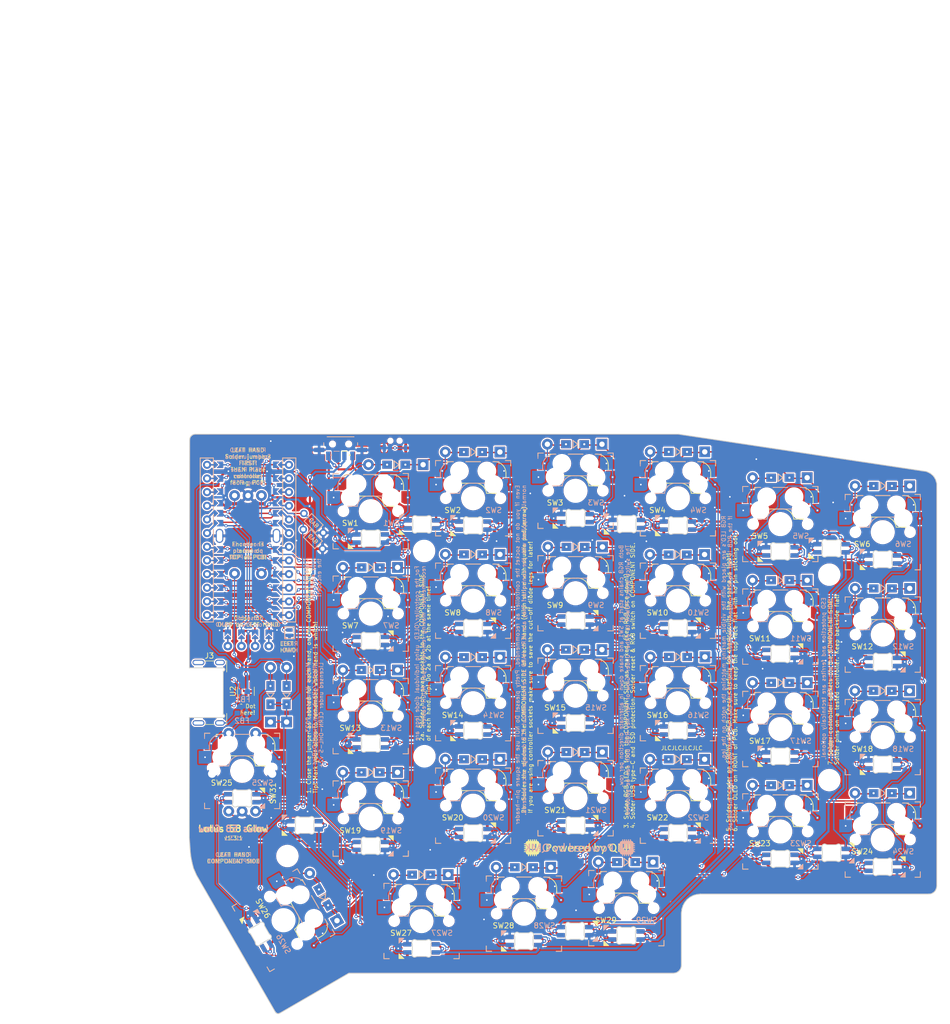
<source format=kicad_pcb>
(kicad_pcb (version 20221018) (generator pcbnew)
  (title_block (title "Lotus 58 Glow") (date "2023-08-26") (rev "v1.3.2") (company "Markus Knutsson <markus.knutsson@tweety.se>") (comment 1 "https://github.com/TweetyDaBird") (comment 2 "Licensed under CERN-OHL-S v2 or any superseding version"))
  (layers (0 "F.Cu" signal) (31 "B.Cu" signal) (34 "B.Paste" user) (35 "F.Paste" user) (36 "B.SilkS" user "B.Silkscreen") (37 "F.SilkS" user "F.Silkscreen") (38 "B.Mask" user) (39 "F.Mask" user) (44 "Edge.Cuts" user))
  (net 0 "")
  (net 1 "Net-(D1-A)")
  (net 2 "row4")
  (net 3 "Net-(D2-A)")
  (net 4 "Net-(D3-A)")
  (net 5 "row0")
  (net 6 "Net-(D4-A)")
  (net 7 "row1")
  (net 8 "Net-(D5-A)")
  (net 9 "row2")
  (net 10 "Net-(D6-A)")
  (net 11 "row3")
  (net 12 "Net-(D7-A)")
  (net 13 "Net-(D8-A)")
  (net 14 "Net-(D9-A)")
  (net 15 "Net-(D10-A)")
  (net 16 "Net-(D11-A)")
  (net 17 "Net-(D12-A)")
  (net 18 "Net-(D13-A)")
  (net 19 "Net-(D14-A)")
  (net 20 "Net-(D15-A)")
  (net 21 "Net-(D16-A)")
  (net 22 "Net-(D17-A)")
  (net 23 "Net-(D18-A)")
  (net 24 "Net-(D19-A)")
  (net 25 "Net-(D20-A)")
  (net 26 "Net-(D21-A)")
  (net 27 "Net-(D22-A)")
  (net 28 "Net-(D23-A)")
  (net 29 "Net-(D24-A)")
  (net 30 "Net-(D26-A)")
  (net 31 "Net-(D27-A)")
  (net 32 "Net-(D28-A)")
  (net 33 "VCC")
  (net 34 "GND")
  (net 35 "col0")
  (net 36 "col1")
  (net 37 "col2")
  (net 38 "col3")
  (net 39 "col4")
  (net 40 "col5")
  (net 41 "SDA")
  (net 42 "LED")
  (net 43 "SCL")
  (net 44 "RESET")
  (net 45 "Net-(D29-A)")
  (net 46 "DATA")
  (net 47 "Net-(D30-A)")
  (net 48 "Hand")
  (net 49 "Alt")
  (net 56 "Net-(LED1-DOUT)")
  (net 57 "Net-(LED2-DOUT)")
  (net 58 "Net-(LED3-DOUT)")
  (net 59 "Net-(LED4-DOUT)")
  (net 60 "Net-(LED5-DOUT)")
  (net 61 "Net-(LED12-DIN)")
  (net 62 "Net-(LED13-DIN)")
  (net 63 "Net-(LED7-DIN)")
  (net 64 "Net-(LED8-DIN)")
  (net 65 "Net-(LED10-DOUT)")
  (net 66 "Net-(LED10-DIN)")
  (net 67 "Net-(LED11-DIN)")
  (net 68 "Net-(LED13-DOUT)")
  (net 69 "Net-(LED14-DOUT)")
  (net 70 "Net-(LED15-DOUT)")
  (net 71 "Net-(LED16-DOUT)")
  (net 72 "Net-(LED17-DOUT)")
  (net 73 "Net-(LED18-DOUT)")
  (net 74 "Net-(LED19-DOUT)")
  (net 75 "Net-(LED19-DIN)")
  (net 76 "Net-(LED20-DIN)")
  (net 77 "Net-(LED21-DIN)")
  (net 78 "/PWR_KEY")
  (net 79 "/PWR_GLOW")
  (net 80 "RGB_LINK")
  (net 81 "Net-(LED22-DIN)")
  (net 82 "Net-(LED23-DIN)")
  (net 83 "Net-(LED25-DOUT)")
  (net 84 "EncB")
  (net 85 "EncA")
  (net 86 "Net-(LED26-DOUT)")
  (net 87 "Net-(LED27-DOUT)")
  (net 88 "Net-(LED28-DOUT)")
  (net 89 "Net-(LED30-DOUT)")
  (net 90 "Net-(LED31-DOUT)")
  (net 91 "Net-(LED32-DOUT)")
  (net 92 "Net-(LED33-DOUT)")
  (net 93 "Net-(LED34-DOUT)")
  (net 96 "Net-(J3-SHIELD)")
  (net 97 "/VCC_LINK")
  (footprint "Keyboard Common:Spacer PCB hole" (layer "F.Cu") (at 124.32538 57.40908)
    (fp_text reference "TH1" hide)
    (fp_text value "HOLE" hide)
  )
  (footprint "Keyboard Common:Spacer PCB hole" (layer "F.Cu") (at 199.7 61.8)
    (fp_text reference "TH2" hide)
    (fp_text value "HOLE" hide)
  )
  (footprint "Keyboard Common:Spacer PCB hole" (layer "F.Cu") (at 124.3965 95.5675)
    (fp_text reference "TH3" hide)
    (fp_text value "HOLE" hide)
  )
  (footprint "Keyboard Common:Spacer PCB hole" (layer "F.Cu") (at 199.7 100)
    (fp_text reference "TH4" hide)
    (fp_text value "HOLE" hide)
  )
  (footprint "Keyboard Common:Spacer PCB hole" (layer "F.Cu") (at 98.8949 114.1095 90)
    (fp_text reference "TH5" hide)
    (fp_text value "HOLE" hide)
  )
  (footprint "Keyboard Switches:SW_MX_HotSwap_Reversible" (layer "F.Cu") (at 133.45 47.6)
    (fp_text reference "SW2" hide)
    (fp_text value "Kailh hotswap MX socket" hide)
  )
  (footprint "Keyboard Switches:SW_MX_HotSwap_Reversible" (layer "F.Cu") (at 152.5 46.21)
    (fp_text reference "SW3" hide)
    (fp_text value "Kailh hotswap MX socket" hide)
  )
  (footprint "Keyboard Switches:SW_MX_HotSwap_Reversible" (layer "F.Cu") (at 171.55 47.6)
    (fp_text reference "SW4" hide)
    (fp_text value "Kailh hotswap MX socket" hide)
  )
  (footprint "Keyboard Switches:SW_MX_HotSwap_Reversible" (layer "F.Cu") (at 209.65 53.9)
    (fp_text reference "SW6" hide)
    (fp_text value "Kailh hotswap MX socket" hide)
  )
  (footprint "Keyboard Switches:SW_MX_HotSwap_Reversible" (layer "F.Cu") (at 114.4 69.05)
    (fp_text reference "SW7" hide)
    (fp_text value "Kailh hotswap MX socket" hide)
  )
  (footprint "Keyboard Switches:SW_MX_HotSwap_Reversible" (layer "F.Cu") (at 152.5 65.26)
    (fp_text reference "SW9" hide)
    (fp_text value "Kailh hotswap MX socket" hide)
  )
  (footprint "Keyboard Switches:SW_MX_HotSwap_Reversible" (layer "F.Cu") (at 171.55 66.65)
    (fp_text reference "SW10" hide)
    (fp_text value "Kailh hotswap MX socket" hide)
  )
  (footprint "Keyboard Switches:SW_MX_HotSwap_Reversible" (layer "F.Cu") (at 190.6 71.45)
    (fp_text reference "SW11" hide)
    (fp_text value "Kailh hotswap MX socket" hide)
  )
  (footprint "Keyboard Switches:SW_MX_HotSwap_Reversible" (layer "F.Cu") (at 209.65 72.95)
    (fp_text reference "SW12" hide)
    (fp_text value "Kailh hotswap MX socket" hide)
  )
  (footprint "Keyboard Switches:SW_MX_HotSwap_Reversible" (layer "F.Cu") (at 114.4 88.1)
    (fp_text reference "SW13" hide)
    (fp_text value "Kailh hotswap MX socket" hide)
  )
  (footprint "Keyboard Switches:SW_MX_HotSwap_Reversible" (layer "F.Cu") (at 133.45 85.7)
    (fp_text reference "SW14" hide)
    (fp_text value "Kailh hotswap MX socket" hide)
  )
  (footprint "Keyboard Switches:SW_MX_HotSwap_Reversible" (layer "F.Cu") (at 152.5 84.31)
    (fp_text reference "SW15" hide)
    (fp_text value "Kailh hotswap MX socket" hide)
  )
  (footprint "Keyboard Switches:SW_MX_HotSwap_Reversible" (layer "F.Cu") (at 190.6 90.5)
    (fp_text reference "SW17" hide)
    (fp_text value "Kailh hotswap MX socket" hide)
  )
  (footprint "Keyboard Switches:SW_MX_HotSwap_Reversible" (layer "F.Cu") (at 209.65 92)
    (fp_text reference "SW18" hide)
    (fp_text value "Kailh hotswap MX socket" hide)
  )
  (footprint "Keyboard Switches:SW_MX_HotSwap_Reversible" (layer "F.Cu") (at 114.4 107.15)
    (fp_text reference "SW19" hide)
    (fp_text value "Kailh hotswap MX socket" hide)
  )
  (footprint "Keyboard Switches:SW_MX_HotSwap_Reversible" (layer "F.Cu") (at 133.45 104.75)
    (fp_text reference "SW20" hide)
    (fp_text value "Kailh hotswap MX socket" hide)
  )
  (footprint "Keyboard Switches:SW_MX_HotSwap_Reversible" (layer "F.Cu") (at 152.5 103.36)
    (fp_text reference "SW21" hide)
    (fp_text value "Kailh hotswap MX socket" hide)
  )
  (footprint "Keyboard Switches:SW_MX_HotSwap_Reversible" (layer "F.Cu") (at 171.55 104.75)
    (fp_text reference "SW22" hide)
    (fp_text value "Kailh hotswap MX socket" hide)
  )
  (footprint "Keyboard Switches:SW_MX_HotSwap_Reversible" (layer "F.Cu") (at 190.6 109.55)
    (fp_text reference "SW23" hide)
    (fp_text value "Kailh hotswap MX socket" hide)
  )
  (footprint "Keyboard Switches:SW_MX_HotSwap_Reversible" (layer "F.Cu") (at 123.85 126.2)
    (fp_text reference "SW27" hide)
    (fp_text value "Kailh hotswap MX socket" hide)
  )
  (footprint "Keyboard Switches:SW_MX_HotSwap_Reversible" (layer "F.Cu") (at 142.8977 124.8283)
    (fp_text reference "SW28" hide)
    (fp_text value "Kailh hotswap MX socket" hide)
  )
  (footprint "Keyboard Switches:SW_MX_HotSwap_Reversible" (layer "F.Cu") (at 161.95 123.8)
    (fp_text reference "SW29" hide)
    (fp_text value "Kailh hotswap MX socket" hide)
  )
  (footprint "Keyboard Switches:SW_MX_HotSwap_Reversible" (layer "F.Cu") (at 114.4 50)
    (fp_text reference "SW1" hide)
    (fp_text value "Kailh hotswap MX socket" hide)
  )
  (footprint "Keyboard Switches:SW_MX_HotSwap_Reversible" (layer "F.Cu") (at 90.4748 98.2853)
    (fp_text reference "SW25" hide)
    (fp_text value "Kailh hotswap MX socket" hide)
  )
  (footprint "Keyboard Switches:SW_MX_HotSwap_Reversible" (layer "F.Cu") (at 209.65 111.05)
    (fp_text reference "SW24" hide)
    (fp_text value "Kailh hotswap MX socket" hide)
  )
  (footprint "Keyboard Switches:SW_MX_HotSwap_Reversible" (layer "F.Cu") (at 98.171 126.0475 -60)
    (fp_text reference "SW26" hide)
    (fp_text value "Kailh hotswap MX socket" hide)
  )
  (footprint "Keyboard Switches:SW_MX_HotSwap_Reversible" (layer "F.Cu") (at 171.55 85.7)
    (fp_text reference "SW16" hide)
    (fp_text value "Kailh hotswap MX socket" hide)
  )
  (footprint "Keyboard Common:SSD1306-0.91-OLED-4pin-128x32 doublesided" (layer "F.Cu") (at 91.62 56.59 -90)
    (fp_text reference "P1" hide)
    (fp_text value "OLED")
  )
  (footprint "Keyboard RGB:MX_SK6812MINI-E_REVERSIBLE" (layer "F.Cu") (at 200.125 113.522)
    (fp_text reference "LED33" hide)
    (fp_text value "SK6812MINI-E")
    (fp_line (start -1.699999 0.702841) (end -1.699999 -0.702843) (stroke (width 0.15)) (layer "Edge.Cuts"))
    (fp_line (start -0.794452 -1.5) (end 0.794453 -1.5) (stroke (width 0.15)) (layer "Edge.Cuts"))
    (fp_line (start 0.794452 1.499999) (end -0.794452 1.499999) (stroke (width 0.15)) (layer "Edge.Cuts"))
    (fp_line (start 1.699999 -0.702843) (end 1.699999 0.702841) (stroke (width 0.15)) (layer "Edge.Cuts"))
    (fp_arc (start -1.749484 -0.919721) (mid -1.712527 -0.814069) (end -1.699999 -0.702843) (stroke (width 0.15)) (layer "Edge.Cuts"))
    (fp_arc (start -1.749484 -0.919721) (mid -1.638071 -1.504036) (end -1.046711 -1.5683) (stroke (width 0.15)) (layer "Edge.Cuts"))
    (fp_arc (start -1.699999 0.702842) (mid -1.712527 0.814067) (end -1.749484 0.919719) (stroke (width 0.15)) (layer "Edge.Cuts"))
    (fp_arc (start -1.046711 1.568296) (mid -1.63807 1.504033) (end -1.749484 0.919719) (stroke (width 0.15)) (layer "Edge.Cuts"))
    (fp_arc (start -1.04671 1.568298) (mid -0.925122 1.517376) (end -0.794452 1.499999) (stroke (width 0.15)) (layer "Edge.Cuts"))
    (fp_arc (start -0.794453 -1.500001) (mid -0.925123 -1.517378) (end -1.046711 -1.5683) (stroke (width 0.15)) (layer "Edge.Cuts"))
    (fp_arc (start 0.794452 1.499999) (mid 0.925123 1.517376) (end 1.046711 1.568298) (stroke (width 0.15)) (layer "Edge.Cuts"))
    (fp_arc (start 1.046711 -1.568299) (mid 0.925123 -1.517377) (end 0.794453 -1.5) (stroke (width 0.15)) (layer "Edge.Cuts"))
    (fp_arc (start 1.046711 -1.568299) (mid 1.638071 -1.504036) (end 1.749484 -0.919721) (stroke (width 0.15)) (layer "Edge.Cuts"))
    (fp_arc (start 1.699999 -0.702844) (mid 1.712525 -0.81407) (end 1.749484 -0.919721) (stroke (width 0.15)) (layer "Edge.Cuts"))
    (fp_arc (start 1.749484 0.919718) (mid 1.638072 1.504034) (end 1.046711 1.568298) (stroke (width 0.15)) (layer "Edge.Cuts"))
    (fp_arc (start 1.749484 0.919719) (mid 1.712517 0.81407) (end 1.699999 0.702841) (stroke (width 0.15)) (layer "Edge.Cuts"))
  )
  (footprint "Keyboard RGB:MX_SK6812MINI-E_REVERSIBLE" (layer "F.Cu") (at 152.4 128.0795)
    (fp_text reference "LED34" hide)
    (fp_text value "SK6812MINI-E")
    (fp_line (start -1.699999 0.702841) (end -1.699999 -0.702843) (stroke (width 0.15)) (layer "Edge.Cuts"))
    (fp_line (start -0.794452 -1.5) (end 0.794453 -1.5) (stroke (width 0.15)) (layer "Edge.Cuts"))
    (fp_line (start 0.794452 1.499999) (end -0.794452 1.499999) (stroke (width 0.15)) (layer "Edge.Cuts"))
    (fp_line (start 1.699999 -0.702843) (end 1.699999 0.702841) (stroke (width 0.15)) (layer "Edge.Cuts"))
    (fp_arc (start -1.749484 -0.919721) (mid -1.712527 -0.814069) (end -1.699999 -0.702843) (stroke (width 0.15)) (layer "Edge.Cuts"))
    (fp_arc (start -1.749484 -0.919721) (mid -1.638071 -1.504036) (end -1.046711 -1.5683) (stroke (width 0.15)) (layer "Edge.Cuts"))
    (fp_arc (start -1.699999 0.702842) (mid -1.712527 0.814067) (end -1.749484 0.919719) (stroke (width 0.15)) (layer "Edge.Cuts"))
    (fp_arc (start -1.046711 1.568296) (mid -1.63807 1.504033) (end -1.749484 0.919719) (stroke (width 0.15)) (layer "Edge.Cuts"))
    (fp_arc (start -1.04671 1.568298) (mid -0.925122 1.517376) (end -0.794452 1.499999) (stroke (width 0.15)) (layer "Edge.Cuts"))
    (fp_arc (start -0.794453 -1.500001) (mid -0.925123 -1.517378) (end -1.046711 -1.5683) (stroke (width 0.15)) (layer "Edge.Cuts"))
    (fp_arc (start 0.794452 1.499999) (mid 0.925123 1.517376) (end 1.046711 1.568298) (stroke (width 0.15)) (layer "Edge.Cuts"))
    (fp_arc (start 1.046711 -1.568299) (mid 0.925123 -1.517377) (end 0.794453 -1.5) (stroke (width 0.15)) (layer "Edge.Cuts"))
    (fp_arc (start 1.046711 -1.568299) (mid 1.638071 -1.504036) (end 1.749484 -0.919721) (stroke (width 0.15)) (layer "Edge.Cuts"))
    (fp_arc (start 1.699999 -0.702844) (mid 1.712525 -0.81407) (end 1.749484 -0.919721) (stroke (width 0.15)) (layer "Edge.Cuts"))
    (fp_arc (start 1.749484 0.919718) (mid 1.638072 1.504034) (end 1.046711 1.568298) (stroke (width 0.15)) (layer "Edge.Cuts"))
    (fp_arc (start 1.749484 0.919719) (mid 1.712517 0.81407) (end 1.699999 0.702841) (stroke (width 0.15)) (layer "Edge.Cuts"))
  )
  (footprint "Keyboard RGB:MX_SK6812MINI-E_REVERSIBLE" (layer "F.Cu") (at 102.108 108.3945 180)
    (fp_text reference "LED35" hide)
    (fp_text value "SK6812MINI-E")
    (fp_line (start -1.699999 0.702841) (end -1.699999 -0.702843) (stroke (width 0.15)) (layer "Edge.Cuts"))
    (fp_line (start -0.794452 -1.5) (end 0.794453 -1.5) (stroke (width 0.15)) (layer "Edge.Cuts"))
    (fp_line (start 0.794452 1.499999) (end -0.794452 1.499999) (stroke (width 0.15)) (layer "Edge.Cuts"))
    (fp_line (start 1.699999 -0.702843) (end 1.699999 0.702841) (stroke (width 0.15)) (layer "Edge.Cuts"))
    (fp_arc (start -1.749484 -0.919721) (mid -1.712527 -0.814069) (end -1.699999 -0.702843) (stroke (width 0.15)) (layer "Edge.Cuts"))
    (fp_arc (start -1.749484 -0.919721) (mid -1.638071 -1.504036) (end -1.046711 -1.5683) (stroke (width 0.15)) (layer "Edge.Cuts"))
    (fp_arc (start -1.699999 0.702842) (mid -1.712527 0.814067) (end -1.749484 0.919719) (stroke (width 0.15)) (layer "Edge.Cuts"))
    (fp_arc (start -1.046711 1.568296) (mid -1.63807 1.504033) (end -1.749484 0.919719) (stroke (width 0.15)) (layer "Edge.Cuts"))
    (fp_arc (start -1.04671 1.568298) (mid -0.925122 1.517376) (end -0.794452 1.499999) (stroke (width 0.15)) (layer "Edge.Cuts"))
    (fp_arc (start -0.794453 -1.500001) (mid -0.925123 -1.517378) (end -1.046711 -1.5683) (stroke (width 0.15)) (layer "Edge.Cuts"))
    (fp_arc (start 0.794452 1.499999) (mid 0.925123 1.517376) (end 1.046711 1.568298) (stroke (width 0.15)) (layer "Edge.Cuts"))
    (fp_arc (start 1.046711 -1.568299) (mid 0.925123 -1.517377) (end 0.794453 -1.5) (stroke (width 0.15)) (layer "Edge.Cuts"))
    (fp_arc (start 1.046711 -1.568299) (mid 1.638071 -1.504036) (end 1.749484 -0.919721) (stroke (width 0.15)) (layer "Edge.Cuts"))
    (fp_arc (start 1.699999 -0.702844) (mid 1.712525 -0.81407) (end 1.749484 -0.919721) (stroke (width 0.15)) (layer "Edge.Cuts"))
    (fp_arc (start 1.749484 0.919718) (mid 1.638072 1.504034) (end 1.046711 1.568298) (stroke (width 0.15)) (layer "Edge.Cuts"))
    (fp_arc (start 1.749484 0.919719) (mid 1.712517 0.81407) (end 1.699999 0.702841) (stroke (width 0.15)) (layer "Edge.Cuts"))
  )
  (footprint "Keyboard RGB:MX_SK6812MINI-E_REVERSIBLE" (layer "F.Cu") (at 200.122 56.896 180)
    (fp_text reference "LED32" hide)
    (fp_text value "SK6812MINI-E")
    (fp_line (start -1.699999 0.702841) (end -1.699999 -0.702843) (stroke (width 0.15)) (layer "Edge.Cuts"))
    (fp_line (start -0.794452 -1.5) (end 0.794453 -1.5) (stroke (width 0.15)) (layer "Edge.Cuts"))
    (fp_line (start 0.794452 1.499999) (end -0.794452 1.499999) (stroke (width 0.15)) (layer "Edge.Cuts"))
    (fp_line (start 1.699999 -0.702843) (end 1.699999 0.702841) (stroke (width 0.15)) (layer "Edge.Cuts"))
    (fp_arc (start -1.749484 -0.919721) (mid -1.712527 -0.814069) (end -1.699999 -0.702843) (stroke (width 0.15)) (layer "Edge.Cuts"))
    (fp_arc (start -1.749484 -0.919721) (mid -1.638071 -1.504036) (end -1.046711 -1.5683) (stroke (width 0.15)) (layer "Edge.Cuts"))
    (fp_arc (start -1.699999 0.702842) (mid -1.712527 0.814067) (end -1.749484 0.919719) (stroke (width 0.15)) (layer "Edge.Cuts"))
    (fp_arc (start -1.046711 1.568296) (mid -1.63807 1.504033) (end -1.749484 0.919719) (stroke (width 0.15)) (layer "Edge.Cuts"))
    (fp_arc (start -1.04671 1.568298) (mid -0.925122 1.517376) (end -0.794452 1.499999) (stroke (width 0.15)) (layer "Edge.Cuts"))
    (fp_arc (start -0.794453 -1.500001) (mid -0.925123 -1.517378) (end -1.046711 -1.5683) (stroke (width 0.15)) (layer "Edge.Cuts"))
    (fp_arc (start 0.794452 1.499999) (mid 0.925123 1.517376) (end 1.046711 1.568298) (stroke (width 0.15)) (layer "Edge.Cuts"))
    (fp_arc (start 1.046711 -1.568299) (mid 0.925123 -1.517377) (end 0.794453 -1.5) (stroke (width 0.15)) (layer "Edge.Cuts"))
    (fp_arc (start 1.046711 -1.568299) (mid 1.638071 -1.504036) (end 1.749484 -0.919721) (stroke (width 0.15)) (layer "Edge.Cuts"))
    (fp_arc (start 1.699999 -0.702844) (mid 1.712525 -0.81407) (end 1.749484 -0.919721) (stroke (width 0.15)) (layer "Edge.Cuts"))
    (fp_arc (start 1.749484 0.919718) (mid 1.638072 1.504034) (end 1.046711 1.568298) (stroke (width 0.15)) (layer "Edge.Cuts"))
    (fp_arc (start 1.749484 0.919719) (mid 1.712517 0.81407) (end 1.699999 0.702841) (stroke (width 0.15)) (layer "Edge.Cuts"))
  )
  (footprint "Keyboard RGB:MX_SK6812MINI-E_REVERSIBLE" (layer "F.Cu") (at 123.9235 52.451 180)
    (fp_text reference "LED30" hide)
    (fp_text value "SK6812MINI-E")
    (fp_line (start -1.699999 0.702841) (end -1.699999 -0.702843) (stroke (width 0.15)) (layer "Edge.Cuts"))
    (fp_line (start -0.794452 -1.5) (end 0.794453 -1.5) (stroke (width 0.15)) (layer "Edge.Cuts"))
    (fp_line (start 0.794452 1.499999) (end -0.794452 1.499999) (stroke (width 0.15)) (layer "Edge.Cuts"))
    (fp_line (start 1.699999 -0.702843) (end 1.699999 0.702841) (stroke (width 0.15)) (layer "Edge.Cuts"))
    (fp_arc (start -1.749484 -0.919721) (mid -1.712527 -0.814069) (end -1.699999 -0.702843) (stroke (width 0.15)) (layer "Edge.Cuts"))
    (fp_arc (start -1.749484 -0.919721) (mid -1.638071 -1.504036) (end -1.046711 -1.5683) (stroke (width 0.15)) (layer "Edge.Cuts"))
    (fp_arc (start -1.699999 0.702842) (mid -1.712527 0.814067) (end -1.749484 0.919719) (stroke (width 0.15)) (layer "Edge.Cuts"))
    (fp_arc (start -1.046711 1.568296) (mid -1.63807 1.504033) (end -1.749484 0.919719) (stroke (width 0.15)) (layer "Edge.Cuts"))
    (fp_arc (start -1.04671 1.568298) (mid -0.925122 1.517376) (end -0.794452 1.499999) (stroke (width 0.15)) (layer "Edge.Cuts"))
    (fp_arc (start -0.794453 -1.500001) (mid -0.925123 -1.517378) (end -1.046711 -1.5683) (stroke (width 0.15)) (layer "Edge.Cuts"))
    (fp_arc (start 0.794452 1.499999) (mid 0.925123 1.517376) (end 1.046711 1.568298) (stroke (width 0.15)) (layer "Edge.Cuts"))
    (fp_arc (start 1.046711 -1.568299) (mid 0.925123 -1.517377) (end 0.794453 -1.5) (stroke (width 0.15)) (layer "Edge.Cuts"))
    (fp_arc (start 1.046711 -1.568299) (mid 1.638071 -1.504036) (end 1.749484 -0.919721) (stroke (width 0.15)) (layer "Edge.Cuts"))
    (fp_arc (start 1.699999 -0.702844) (mid 1.712525 -0.81407) (end 1.749484 -0.919721) (stroke (width 0.15)) (layer "Edge.Cuts"))
    (fp_arc (start 1.749484 0.919718) (mid 1.638072 1.504034) (end 1.046711 1.568298) (stroke (width 0.15)) (layer "Edge.Cuts"))
    (fp_arc (start 1.749484 0.919719) (mid 1.712517 0.81407) (end 1.699999 0.702841) (stroke (width 0.15)) (layer "Edge.Cuts"))
  )
  (footprint "Keyboard Encoders:Encoder_Alps_EC11E_Small" (layer "F.Cu") (at 91.567 54.594 -90)
    (fp_text reference "SW30" hide)
    (fp_text value "Rotary_Encoder_Switch" hide)
  )
  (footprint "Keyboard Controllers:ProMicro_jumpers_V2" (layer "F.Cu") (at 91.567 55.35)
    (fp_text reference "U1" hide)
    (fp_text value "ProMicro")
  )
  (footprint "Keyboard Switches:SW_MX_HotSwap_Reversible" (layer "F.Cu") (at 190.6 52.4)
    (fp_text reference "SW5" hide)
    (fp_text value "Kailh hotswap MX socket" hide)
  )
  (footprint "Keyboard Encoders:Encoder_Alps_EC11E_Offset_pad" (layer "F.Cu") (at 90.4748 98.2853 90)
    (fp_text reference "SW31" hide)
    (fp_text value "Rotary_Encoder_Switch")
  )
  (footprint "Keyboard RGB:MX_SK6812MINI-E_REVERSIBLE" (layer "F.Cu") (at 162.0285 52.3875 180)
    (fp_text reference "LED31" hide)
    (fp_text value "SK6812MINI-E")
    (fp_line (start -1.699999 0.702841) (end -1.699999 -0.702843) (stroke (width 0.15)) (layer "Edge.Cuts"))
    (fp_line (start -0.794452 -1.5) (end 0.794453 -1.5) (stroke (width 0.15)) (layer "Edge.Cuts"))
    (fp_line (start 0.794452 1.499999) (end -0.794452 1.499999) (stroke (width 0.15)) (layer "Edge.Cuts"))
    (fp_line (start 1.699999 -0.702843) (end 1.699999 0.702841) (stroke (width 0.15)) (layer "Edge.Cuts"))
    (fp_arc (start -1.749484 -0.919721) (mid -1.712527 -0.814069) (end -1.699999 -0.702843) (stroke (width 0.15)) (layer "Edge.Cuts"))
    (fp_arc (start -1.749484 -0.919721) (mid -1.638071 -1.504036) (end -1.046711 -1.5683) (stroke (width 0.15)) (layer "Edge.Cuts"))
    (fp_arc (start -1.699999 0.702842) (mid -1.712527 0.814067) (end -1.749484 0.919719) (stroke (width 0.15)) (layer "Edge.Cuts"))
    (fp_arc (start -1.046711 1.568296) (mid -1.63807 1.504033) (end -1.749484 0.919719) (stroke (width 0.15)) (layer "Edge.Cuts"))
    (fp_arc (start -1.04671 1.568298) (mid -0.925122 1.517376) (end -0.794452 1.499999) (stroke (width 0.15)) (layer "Edge.Cuts"))
    (fp_arc (start -0.794453 -1.500001) (mid -0.925123 -1.517378) (end -1.046711 -1.5683) (stroke (width 0.15)) (layer "Edge.Cuts"))
    (fp_arc (start 0.794452 1.499999) (mid 0.925123 1.517376) (end 1.046711 1.568298) (stroke (width 0.15)) (layer "Edge.Cuts"))
    (fp_arc (start 1.046711 -1.568299) (mid 0.925123 -1.517377) (end 0.794453 -1.5) (stroke (width 0.15)) (layer "Edge.Cuts"))
    (fp_arc (start 1.046711 -1.568299) (mid 1.638071 -1.504036) (end 1.749484 -0.919721) (stroke (width 0.15)) (layer "Edge.Cuts"))
    (fp_arc (start 1.699999 -0.702844) (mid 1.712525 -0.81407) (end 1.749484 -0.919721) (stroke (width 0.15)) (layer "Edge.Cuts"))
    (fp_arc (start 1.749484 0.919718) (mid 1.638072 1.504034) (end 1.046711 1.568298) (stroke (width 0.15)) (layer "Edge.Cuts"))
    (fp_arc (start 1.749484 0.919719) (mid 1.712517 0.81407) (end 1.699999 0.702841) (stroke (width 0.15)) (layer "Edge.Cuts"))
  )
  (footprint "Keyboard Common:Jumper_Mini" (layer "F.Cu") (at 99.28 72.59 -90)
    (fp_text reference "JP3" hide)
    (fp_text value "LEFT" hide)
  )
  (footprint "Keyboard Switches:SW_MX_HotSwap_Reversible" (layer "F.Cu") (at 133.45 66.65)
    (fp_text reference "SW8" hide)
    (fp_text value "Kailh hotswap MX socket" hide)
  )
  (footprint "Keyboard RGB:MX_SK6812MINI-E_REVERSIBLE" (layer "F.Cu") (at 114.4 55.08 180)
    (fp_text reference "LED1" hide)
    (fp_text value "SK6812MINI-E")
    (fp_line (start -1.699999 0.702841) (end -1.699999 -0.702843) (stroke (width 0.15)) (layer "Edge.Cuts"))
    (fp_line (start -0.794452 -1.5) (end 0.794453 -1.5) (stroke (width 0.15)) (layer "Edge.Cuts"))
    (fp_line (start 0.794452 1.499999) (end -0.794452 1.499999) (stroke (width 0.15)) (layer "Edge.Cuts"))
    (fp_line (start 1.699999 -0.702843) (end 1.699999 0.702841) (stroke (width 0.15)) (layer "Edge.Cuts"))
    (fp_arc (start -1.749484 -0.919721) (mid -1.712527 -0.814069) (end -1.699999 -0.702843) (stroke (width 0.15)) (layer "Edge.Cuts"))
    (fp_arc (start -1.749484 -0.919721) (mid -1.638071 -1.504036) (end -1.046711 -1.5683) (stroke (width 0.15)) (layer "Edge.Cuts"))
    (fp_arc (start -1.699999 0.702842) (mid -1.712527 0.814067) (end -1.749484 0.919719) (stroke (width 0.15)) (layer "Edge.Cuts"))
    (fp_arc (start -1.046711 1.568296) (mid -1.63807 1.504033) (end -1.749484 0.919719) (stroke (width 0.15)) (layer "Edge.Cuts"))
    (fp_arc (start -1.04671 1.568298) (mid -0.925122 1.517376) (end -0.794452 1.499999) (stroke (width 0.15)) (layer "Edge.Cuts"))
    (fp_arc (start -0.794453 -1.500001) (mid -0.925123 -1.517378) (end -1.046711 -1.5683) (stroke (width 0.15)) (layer "Edge.Cuts"))
    (fp_arc (start 0.794452 1.499999) (mid 0.925123 1.517376) (end 1.046711 1.568298) (stroke (width 0.15)) (layer "Edge.Cuts"))
    (fp_arc (start 1.046711 -1.568299) (mid 0.925123 -1.517377) (end 0.794453 -1.5) (stroke (width 0.15)) (layer "Edge.Cuts"))
    (fp_arc (start 1.046711 -1.568299) (mid 1.638071 -1.504036) (end 1.749484 -0.919721) (stroke (width 0.15)) (layer "Edge.Cuts"))
    (fp_arc (start 1.699999 -0.702844) (mid 1.712526 -0.81407) (end 1.749484 -0.919721) (stroke (width 0.15)) (layer "Edge.Cuts"))
    (fp_arc (start 1.749484 0.919718) (mid 1.638072 1.504034) (end 1.046711 1.568298) (stroke (width 0.15)) (layer "Edge.Cuts"))
    (fp_arc (start 1.749484 0.919719) (mid 1.712511 0.81407) (end 1.699999 0.702841) (stroke (width 0.15)) (layer "Edge.Cuts"))
  )
  (footprint "Keyboard RGB:MX_SK6812MINI-E_REVERSIBLE" (layer "F.Cu") (at 133.45 52.68 180)
    (fp_text reference "LED2" hide)
    (fp_text value "SK6812MINI-E")
    (fp_line (start -1.699999 0.702841) (end -1.699999 -0.702843) (stroke (width 0.15)) (layer "Edge.Cuts"))
    (fp_line (start -0.794452 -1.5) (end 0.794453 -1.5) (stroke (width 0.15)) (layer "Edge.Cuts"))
    (fp_line (start 0.794452 1.499999) (end -0.794452 1.499999) (stroke (width 0.15)) (layer "Edge.Cuts"))
    (fp_line (start 1.699999 -0.702843) (end 1.699999 0.702841) (stroke (width 0.15)) (layer "Edge.Cuts"))
    (fp_arc (start -1.749484 -0.919721) (mid -1.712527 -0.814069) (end -1.699999 -0.702843) (stroke (width 0.15)) (layer "Edge.Cuts"))
    (fp_arc (start -1.749484 -0.919721) (mid -1.638071 -1.504036) (end -1.046711 -1.5683) (stroke (width 0.15)) (layer "Edge.Cuts"))
    (fp_arc (start -1.699999 0.702842) (mid -1.712527 0.814067) (end -1.749484 0.919719) (stroke (width 0.15)) (layer "Edge.Cuts"))
    (fp_arc (start -1.046711 1.568296) (mid -1.63807 1.504033) (end -1.749484 0.919719) (stroke (width 0.15)) (layer "Edge.Cuts"))
    (fp_arc (start -1.04671 1.568298) (mid -0.925122 1.517376) (end -0.794452 1.499999) (stroke (width 0.15)) (layer "Edge.Cuts"))
    (fp_arc (start -0.794453 -1.500001) (mid -0.925123 -1.517378) (end -1.046711 -1.5683) (stroke (width 0.15)) (layer "Edge.Cuts"))
    (fp_arc (start 0.794452 1.499999) (mid 0.925123 1.517376) (end 1.046711 1.568298) (stroke (width 0.15)) (layer "Edge.Cuts"))
    (fp_arc (start 1.046711 -1.568299) (mid 0.925123 -1.517377) (end 0.794453 -1.5) (stroke (width 0.15)) (layer "Edge.Cuts"))
    (fp_arc (start 1.046711 -1.568299) (mid 1.638071 -1.504036) (end 1.749484 -0.919721) (stroke (width 0.15)) (layer "Edge.Cuts"))
    (fp_arc (start 1.699999 -0.702844) (mid 1.712526 -0.81407) (end 1.749484 -0.919721) (stroke (width 0.15)) (layer "Edge.Cuts"))
    (fp_arc (start 1.749484 0.919718) (mid 1.638072 1.504034) (end 1.046711 1.568298) (stroke (width 0.15)) (layer "Edge.Cuts"))
    (fp_arc (start 1.749484 0.919719) (mid 1.712511 0.81407) (end 1.699999 0.702841) (stroke (width 0.15)) (layer "Edge.Cuts"))
  )
  (footprint "Keyboard RGB:MX_SK6812MINI-E_REVERSIBLE" (layer "F.Cu") (at 152.5 51.29 180)
    (fp_text reference "LED3" hide)
    (fp_text value "SK6812MINI-E")
    (fp_line (start -1.699999 0.702841) (end -1.699999 -0.702843) (stroke (width 0.15)) (layer "Edge.Cuts"))
    (fp_line (start -0.794452 -1.5) (end 0.794453 -1.5) (stroke (width 0.15)) (layer "Edge.Cuts"))
    (fp_line (start 0.794452 1.499999) (end -0.794452 1.499999) (stroke (width 0.15)) (layer "Edge.Cuts"))
    (fp_line (start 1.699999 -0.702843) (end 1.699999 0.702841) (stroke (width 0.15)) (layer "Edge.Cuts"))
    (fp_arc (start -1.749484 -0.919721) (mid -1.712527 -0.814069) (end -1.699999 -0.702843) (stroke (width 0.15)) (layer "Edge.Cuts"))
    (fp_arc (start -1.749484 -0.919721) (mid -1.638071 -1.504036) (end -1.046711 -1.5683) (stroke (width 0.15)) (layer "Edge.Cuts"))
    (fp_arc (start -1.699999 0.702842) (mid -1.712527 0.814067) (end -1.749484 0.919719) (stroke (width 0.15)) (layer "Edge.Cuts"))
    (fp_arc (start -1.046711 1.568296) (mid -1.63807 1.504033) (end -1.749484 0.919719) (stroke (width 0.15)) (layer "Edge.Cuts"))
    (fp_arc (start -1.04671 1.568298) (mid -0.925122 1.517376) (end -0.794452 1.499999) (stroke (width 0.15)) (layer "Edge.Cuts"))
    (fp_arc (start -0.794453 -1.500001) (mid -0.925123 -1.517378) (end -1.046711 -1.5683) (stroke (width 0.15)) (layer "Edge.Cuts"))
    (fp_arc (start 0.794452 1.499999) (mid 0.925123 1.517376) (end 1.046711 1.568298) (stroke (width 0.15)) (layer "Edge.Cuts"))
    (fp_arc (start 1.046711 -1.568299) (mid 0.925123 -1.517377) (end 0.794453 -1.5) (stroke (width 0.15)) (layer "Edge.Cuts"))
    (fp_arc (start 1.046711 -1.568299) (mid 1.638071 -1.504036) (end 1.749484 -0.919721) (stroke (width 0.15)) (layer "Edge.Cuts"))
    (fp_arc (start 1.699999 -0.702844) (mid 1.712526 -0.81407) (end 1.749484 -0.919721) (stroke (width 0.15)) (layer "Edge.Cuts"))
    (fp_arc (start 1.749484 0.919718) (mid 1.638072 1.504034) (end 1.046711 1.568298) (stroke (width 0.15)) (layer "Edge.Cuts"))
    (fp_arc (start 1.749484 0.919719) (mid 1.712511 0.81407) (end 1.699999 0.702841) (stroke (width 0.15)) (layer "Edge.Cuts"))
  )
  (footprint "Keyboard RGB:MX_SK6812MINI-E_REVERSIBLE" (layer "F.Cu") (at 171.55 52.68 180)
    (fp_text reference "LED4" hide)
    (fp_text value "SK6812MINI-E")
    (fp_line (start -1.699999 0.702841) (end -1.699999 -0.702843) (stroke (width 0.15)) (layer "Edge.Cuts"))
    (fp_line (start -0.794452 -1.5) (end 0.794453 -1.5) (stroke (width 0.15)) (layer "Edge.Cuts"))
    (fp_line (start 0.794452 1.499999) (end -0.794452 1.499999) (stroke (width 0.15)) (layer "Edge.Cuts"))
    (fp_line (start 1.699999 -0.702843) (end 1.699999 0.702841) (stroke (width 0.15)) (layer "Edge.Cuts"))
    (fp_arc (start -1.749484 -0.919721) (mid -1.712527 -0.814069) (end -1.699999 -0.702843) (stroke (width 0.15)) (layer "Edge.Cuts"))
    (fp_arc (start -1.749484 -0.919721) (mid -1.638071 -1.504036) (end -1.046711 -1.5683) (stroke (width 0.15)) (layer "Edge.Cuts"))
    (fp_arc (start -1.699999 0.702842) (mid -1.712527 0.814067) (end -1.749484 0.919719) (stroke (width 0.15)) (layer "Edge.Cuts"))
    (fp_arc (start -1.046711 1.568296) (mid -1.63807 1.504033) (end -1.749484 0.919719) (stroke (width 0.15)) (layer "Edge.Cuts"))
    (fp_arc (start -1.04671 1.568298) (mid -0.925122 1.517376) (end -0.794452 1.499999) (stroke (width 0.15)) (layer "Edge.Cuts"))
    (fp_arc (start -0.794453 -1.500001) (mid -0.925123 -1.517378) (end -1.046711 -1.5683) (stroke (width 0.15)) (layer "Edge.Cuts"))
    (fp_arc (start 0.794452 1.499999) (mid 0.925123 1.517376) (end 1.046711 1.568298) (stroke (width 0.15)) (layer "Edge.Cuts"))
    (fp_arc (start 1.046711 -1.568299) (mid 0.925123 -1.517377) (end 0.794453 -1.5) (stroke (width 0.15)) (layer "Edge.Cuts"))
    (fp_arc (start 1.046711 -1.568299) (mid 1.638071 -1.504036) (end 1.749484 -0.919721) (stroke (width 0.15)) (layer "Edge.Cuts"))
    (fp_arc (start 1.699999 -0.702844) (mid 1.712526 -0.81407) (end 1.749484 -0.919721) (stroke (width 0.15)) (layer "Edge.Cuts"))
    (fp_arc (start 1.749484 0.919718) (mid 1.638072 1.504034) (end 1.046711 1.568298) (stroke (width 0.15)) (layer "Edge.Cuts"))
    (fp_arc (start 1.749484 0.919719) (mid 1.712511 0.81407) (end 1.699999 0.702841) (stroke (width 0.15)) (layer "Edge.Cuts"))
  )
  (footprint "Keyboard RGB:MX_SK6812MINI-E_REVERSIBLE" (layer "F.Cu") (at 190.6 57.48 180)
    (fp_text reference "LED5" hide)
    (fp_text value "SK6812MINI-E")
    (fp_line (start -1.699999 0.702841) (end -1.699999 -0.702843) (stroke (width 0.15)) (layer "Edge.Cuts"))
    (fp_line (start -0.794452 -1.5) (end 0.794453 -1.5) (stroke (width 0.15)) (layer "Edge.Cuts"))
    (fp_line (start 0.794452 1.499999) (end -0.794452 1.499999) (stroke (width 0.15)) (layer "Edge.Cuts"))
    (fp_line (start 1.699999 -0.702843) (end 1.699999 0.702841) (stroke (width 0.15)) (layer "Edge.Cuts"))
    (fp_arc (start -1.749484 -0.919721) (mid -1.712527 -0.814069) (end -1.699999 -0.702843) (stroke (width 0.15)) (layer "Edge.Cuts"))
    (fp_arc (start -1.749484 -0.919721) (mid -1.638071 -1.504036) (end -1.046711 -1.5683) (stroke (width 0.15)) (layer "Edge.Cuts"))
    (fp_arc (start -1.699999 0.702842) (mid -1.712527 0.814067) (end -1.749484 0.919719) (stroke (width 0.15)) (layer "Edge.Cuts"))
    (fp_arc (start -1.046711 1.568296) (mid -1.63807 1.504033) (end -1.749484 0.919719) (stroke (width 0.15)) (layer "Edge.Cuts"))
    (fp_arc (start -1.04671 1.568298) (mid -0.925122 1.517376) (end -0.794452 1.499999) (stroke (width 0.15)) (layer "Edge.Cuts"))
    (fp_arc (start -0.794453 -1.500001) (mid -0.925123 -1.517378) (end -1.046711 -1.5683) (stroke (width 0.15)) (layer "Edge.Cuts"))
    (fp_arc (start 0.794452 1.499999) (mid 0.925123 1.517376) (end 1.046711 1.568298) (stroke (width 0.15)) (layer "Edge.Cuts"))
    (fp_arc (start 1.046711 -1.568299) (mid 0.925123 -1.517377) (end 0.794453 -1.5) (stroke (width 0.15)) (layer "Edge.Cuts"))
    (fp_arc (start 1.046711 -1.568299) (mid 1.638071 -1.504036) (end 1.749484 -0.919721) (stroke (width 0.15)) (layer "Edge.Cuts"))
    (fp_arc (start 1.699999 -0.702844) (mid 1.712526 -0.81407) (end 1.749484 -0.919721) (stroke (width 0.15)) (layer "Edge.Cuts"))
    (fp_arc (start 1.749484 0.919718) (mid 1.638072 1.504034) (end 1.046711 1.568298) (stroke (width 0.15)) (layer "Edge.Cuts"))
    (fp_arc (start 1.749484 0.919719) (mid 1.712511 0.81407) (end 1.699999 0.702841) (stroke (width 0.15)) (layer "Edge.Cuts"))
  )
  (footprint "Keyboard RGB:MX_SK6812MINI-E_REVERSIBLE" (layer "F.Cu") (at 209.65 58.98 180)
    (fp_text reference "LED6" hide)
    (fp_text value "SK6812MINI-E")
    (fp_line (start -1.699999 0.702841) (end -1.699999 -0.702843) (stroke (width 0.15)) (layer "Edge.Cuts"))
    (fp_line (start -0.794452 -1.5) (end 0.794453 -1.5) (stroke (width 0.15)) (layer "Edge.Cuts"))
    (fp_line (start 0.794452 1.499999) (end -0.794452 1.499999) (stroke (width 0.15)) (layer "Edge.Cuts"))
    (fp_line (start 1.699999 -0.702843) (end 1.699999 0.702841) (stroke (width 0.15)) (layer "Edge.Cuts"))
    (fp_arc (start -1.749484 -0.919721) (mid -1.712527 -0.814069) (end -1.699999 -0.702843) (stroke (width 0.15)) (layer "Edge.Cuts"))
    (fp_arc (start -1.749484 -0.919721) (mid -1.638071 -1.504036) (end -1.046711 -1.5683) (stroke (width 0.15)) (layer "Edge.Cuts"))
    (fp_arc (start -1.699999 0.702842) (mid -1.712527 0.814067) (end -1.749484 0.919719) (stroke (width 0.15)) (layer "Edge.Cuts"))
    (fp_arc (start -1.046711 1.568296) (mid -1.63807 1.504033) (end -1.749484 0.919719) (stroke (width 0.15)) (layer "Edge.Cuts"))
    (fp_arc (start -1.04671 1.568298) (mid -0.925122 1.517376) (end -0.794452 1.499999) (stroke (width 0.15)) (layer "Edge.Cuts"))
    (fp_arc (start -0.794453 -1.500001) (mid -0.925123 -1.517378) (end -1.046711 -1.5683) (stroke (width 0.15)) (layer "Edge.Cuts"))
    (fp_arc (start 0.794452 1.499999) (mid 0.925123 1.517376) (end 1.046711 1.568298) (stroke (width 0.15)) (layer "Edge.Cuts"))
    (fp_arc (start 1.046711 -1.568299) (mid 0.925123 -1.517377) (end 0.794453 -1.5) (stroke (width 0.15)) (layer "Edge.Cuts"))
    (fp_arc (start 1.046711 -1.568299) (mid 1.638071 -1.504036) (end 1.749484 -0.919721) (stroke (width 0.15)) (layer "Edge.Cuts"))
    (fp_arc (start 1.699999 -0.702844) (mid 1.712526 -0.81407) (end 1.749484 -0.919721) (stroke (width 0.15)) (layer "Edge.Cuts"))
    (fp_arc (start 1.749484 0.919718) (mid 1.638072 1.504034) (end 1.046711 1.568298) (stroke (width 0.15)) (layer "Edge.Cuts"))
    (fp_arc (start 1.749484 0.919719) (mid 1.712511 0.81407) (end 1.699999 0.702841) (stroke (width 0.15)) (layer "Edge.Cuts"))
  )
  (footprint "Keyboard RGB:MX_SK6812MINI-E_REVERSIBLE" (layer "F.Cu") (at 114.4 74.13)
    (fp_text reference "LED7" hide)
    (fp_text value "SK6812MINI-E")
    (fp_line (start -1.699999 0.702841) (end -1.699999 -0.702843) (stroke (width 0.15)) (layer "Edge.Cuts"))
    (fp_line (start -0.794452 -1.5) (end 0.794453 -1.5) (stroke (width 0.15)) (layer "Edge.Cuts"))
    (fp_line (start 0.794452 1.499999) (end -0.794452 1.499999) (stroke (width 0.15)) (layer "Edge.Cuts"))
    (fp_line (start 1.699999 -0.702843) (end 1.699999 0.702841) (stroke (width 0.15)) (layer "Edge.Cuts"))
    (fp_arc (start -1.749484 -0.919721) (mid -1.712527 -0.814069) (end -1.699999 -0.702843) (stroke (width 0.15)) (layer "Edge.Cuts"))
    (fp_arc (start -1.749484 -0.919721) (mid -1.638071 -1.504036) (end -1.046711 -1.5683) (stroke (width 0.15)) (layer "Edge.Cuts"))
    (fp_arc (start -1.699999 0.702842) (mid -1.712527 0.814067) (end -1.749484 0.919719) (stroke (width 0.15)) (layer "Edge.Cuts"))
    (fp_arc (start -1.046711 1.568296) (mid -1.63807 1.504033) (end -1.749484 0.919719) (stroke (width 0.15)) (layer "Edge.Cuts"))
    (fp_arc (start -1.04671 1.568298) (mid -0.925122 1.517376) (end -0.794452 1.499999) (stroke (width 0.15)) (layer "Edge.Cuts"))
    (fp_arc (start -0.794453 -1.500001) (mid -0.925123 -1.517378) (end -1.046711 -1.5683) (stroke (width 0.15)) (layer "Edge.Cuts"))
    (fp_arc (start 0.794452 1.499999) (mid 0.925123 1.517376) (end 1.046711 1.568298) (stroke (width 0.15)) (layer "Edge.Cuts"))
    (fp_arc (start 1.046711 -1.568299) (mid 0.925123 -1.517377) (end 0.794453 -1.5) (stroke (width 0.15)) (layer "Edge.Cuts"))
    (fp_arc (start 1.046711 -1.568299) (mid 1.638071 -1.504036) (end 1.749484 -0.919721) (stroke (width 0.15)) (layer "Edge.Cuts"))
    (fp_arc (start 1.699999 -0.702844) (mid 1.712526 -0.81407) (end 1.749484 -0.919721) (stroke (width 0.15)) (layer "Edge.Cuts"))
    (fp_arc (start 1.749484 0.919718) (mid 1.638072 1.504034) (end 1.046711 1.568298) (stroke (width 0.15)) (layer "Edge.Cuts"))
    (fp_arc (start 1.749484 0.919719) (mid 1.712511 0.81407) (end 1.699999 0.702841) (stroke (width 0.15)) (layer "Edge.Cuts"))
  )
  (footprint "Keyboard RGB:MX_SK6812MINI-E_REVERSIBLE" (layer "F.Cu") (at 133.45 71.73)
    (fp_text reference "LED8" hide)
    (fp_text value "SK6812MINI-E")
    (fp_line (start -1.699999 0.702841) (end -1.699999 -0.702843) (stroke (width 0.15)) (layer "Edge.Cuts"))
    (fp_line (start -0.794452 -1.5) (end 0.794453 -1.5) (stroke (width 0.15)) (layer "Edge.Cuts"))
    (fp_line (start 0.794452 1.499999) (end -0.794452 1.499999) (stroke (width 0.15)) (layer "Edge.Cuts"))
    (fp_line (start 1.699999 -0.702843) (end 1.699999 0.702841) (stroke (width 0.15)) (layer "Edge.Cuts"))
    (fp_arc (start -1.749484 -0.919721) (mid -1.712527 -0.814069) (end -1.699999 -0.702843) (stroke (width 0.15)) (layer "Edge.Cuts"))
    (fp_arc (start -1.749484 -0.919721) (mid -1.638071 -1.504036) (end -1.046711 -1.5683) (stroke (width 0.15)) (layer "Edge.Cuts"))
    (fp_arc (start -1.699999 0.702842) (mid -1.712527 0.814067) (end -1.749484 0.919719) (stroke (width 0.15)) (layer "Edge.Cuts"))
    (fp_arc (start -1.046711 1.568296) (mid -1.63807 1.504033) (end -1.749484 0.919719) (stroke (width 0.15)) (layer "Edge.Cuts"))
    (fp_arc (start -1.04671 1.568298) (mid -0.925122 1.517376) (end -0.794452 1.499999) (stroke (width 0.15)) (layer "Edge.Cuts"))
    (fp_arc (start -0.794453 -1.500001) (mid -0.925123 -1.517378) (end -1.046711 -1.5683) (stroke (width 0.15)) (layer "Edge.Cuts"))
    (fp_arc (start 0.794452 1.499999) (mid 0.925123 1.517376) (end 1.046711 1.568298) (stroke (width 0.15)) (layer "Edge.Cuts"))
    (fp_arc (start 1.046711 -1.568299) (mid 0.925123 -1.517377) (end 0.794453 -1.5) (stroke (width 0.15)) (layer "Edge.Cuts"))
    (fp_arc (start 1.046711 -1.568299) (mid 1.638071 -1.504036) (end 1.749484 -0.919721) (stroke (width 0.15)) (layer "Edge.Cuts"))
    (fp_arc (start 1.699999 -0.702844) (mid 1.712526 -0.81407) (end 1.749484 -0.919721) (stroke (width 0.15)) (layer "Edge.Cuts"))
    (fp_arc (start 1.749484 0.919718) (mid 1.638072 1.504034) (end 1.046711 1.568298) (stroke (width 0.15)) (layer "Edge.Cuts"))
    (fp_arc (start 1.749484 0.919719) (mid 1.712511 0.81407) (end 1.699999 0.702841) (stroke (width 0.15)) (layer "Edge.Cuts"))
  )
  (footprint "Keyboard RGB:MX_SK6812MINI-E_REVERSIBLE" (layer "F.Cu") (at 152.5 70.34)
    (fp_text reference "LED9" hide)
    (fp_text value "SK6812MINI-E")
    (fp_line (start -1.699999 0.702841) (end -1.699999 -0.702843) (stroke (width 0.15)) (layer "Edge.Cuts"))
    (fp_line (start -0.794452 -1.5) (end 0.794453 -1.5) (stroke (width 0.15)) (layer "Edge.Cuts"))
    (fp_line (start 0.794452 1.499999) (end -0.794452 1.499999) (stroke (width 0.15)) (layer "Edge.Cuts"))
    (fp_line (start 1.699999 -0.702843) (end 1.699999 0.702841) (stroke (width 0.15)) (layer "Edge.Cuts"))
    (fp_arc (start -1.749484 -0.919721) (mid -1.712527 -0.814069) (end -1.699999 -0.702843) (stroke (width 0.15)) (layer "Edge.Cuts"))
    (fp_arc (start -1.749484 -0.919721) (mid -1.638071 -1.504036) (end -1.046711 -1.5683) (stroke (width 0.15)) (layer "Edge.Cuts"))
    (fp_arc (start -1.699999 0.702842) (mid -1.712527 0.814067) (end -1.749484 0.919719) (stroke (width 0.15)) (layer "Edge.Cuts"))
    (fp_arc (start -1.046711 1.568296) (mid -1.63807 1.504033) (end -1.749484 0.919719) (stroke (width 0.15)) (layer "Edge.Cuts"))
    (fp_arc (start -1.04671 1.568298) (mid -0.925122 1.517376) (end -0.794452 1.499999) (stroke (width 0.15)) (layer "Edge.Cuts"))
    (fp_arc (start -0.794453 -1.500001) (mid -0.925123 -1.517378) (end -1.046711 -1.5683) (stroke (width 0.15)) (layer "Edge.Cuts"))
    (fp_arc (start 0.794452 1.499999) (mid 0.925123 1.517376) (end 1.046711 1.568298) (stroke (width 0.15)) (layer "Edge.Cuts"))
    (fp_arc (start 1.046711 -1.568299) (mid 0.925123 -1.517377) (end 0.794453 -1.5) (stroke (width 0.15)) (layer "Edge.Cuts"))
    (fp_arc (start 1.046711 -1.568299) (mid 1.638071 -1.504036) (end 1.749484 -0.919721) (stroke (width 0.15)) (layer "Edge.Cuts"))
    (fp_arc (start 1.699999 -0.702844) (mid 1.712526 -0.81407) (end 1.749484 -0.919721) (stroke (width 0.15)) (layer "Edge.Cuts"))
    (fp_arc (start 1.749484 0.919718) (mid 1.638072 1.504034) (end 1.046711 1.568298) (stroke (width 0.15)) (layer "Edge.Cuts"))
    (fp_arc (start 1.749484 0.919719) (mid 1.712511 0.81407) (end 1.699999 0.702841) (stroke (width 0.15)) (layer "Edge.Cuts"))
  )
  (footprint "Keyboard RGB:MX_SK6812MINI-E_REVERSIBLE" (layer "F.Cu") (at 171.55 71.73)
    (fp_text reference "LED10" hide)
    (fp_text value "SK6812MINI-E")
    (fp_line (start -1.699999 0.702841) (end -1.699999 -0.702843) (stroke (width 0.15)) (layer "Edge.Cuts"))
    (fp_line (start -0.794452 -1.5) (end 0.794453 -1.5) (stroke (width 0.15)) (layer "Edge.Cuts"))
    (fp_line (start 0.794452 1.499999) (end -0.794452 1.499999) (stroke (width 0.15)) (layer "Edge.Cuts"))
    (fp_line (start 1.699999 -0.702843) (end 1.699999 0.702841) (stroke (width 0.15)) (layer "Edge.Cuts"))
    (fp_arc (start -1.749484 -0.919721) (mid -1.712527 -0.814069) (end -1.699999 -0.702843) (stroke (width 0.15)) (layer "Edge.Cuts"))
    (fp_arc (start -1.749484 -0.919721) (mid -1.638071 -1.504036) (end -1.046711 -1.5683) (stroke (width 0.15)) (layer "Edge.Cuts"))
    (fp_arc (start -1.699999 0.702842) (mid -1.712527 0.814067) (end -1.749484 0.919719) (stroke (width 0.15)) (layer "Edge.Cuts"))
    (fp_arc (start -1.046711 1.568296) (mid -1.63807 1.504033) (end -1.749484 0.919719) (stroke (width 0.15)) (layer "Edge.Cuts"))
    (fp_arc (start -1.04671 1.568298) (mid -0.925122 1.517376) (end -0.794452 1.499999) (stroke (width 0.15)) (layer "Edge.Cuts"))
    (fp_arc (start -0.794453 -1.500001) (mid -0.925123 -1.517378) (end -1.046711 -1.5683) (stroke (width 0.15)) (layer "Edge.Cuts"))
    (fp_arc (start 0.794452 1.499999) (mid 0.925123 1.517376) (end 1.046711 1.568298) (stroke (width 0.15)) (layer "Edge.Cuts"))
    (fp_arc (start 1.046711 -1.568299) (mid 0.925123 -1.517377) (end 0.794453 -1.5) (stroke (width 0.15)) (layer "Edge.Cuts"))
    (fp_arc (start 1.046711 -1.568299) (mid 1.638071 -1.504036) (end 1.749484 -0.919721) (stroke (width 0.15)) (layer "Edge.Cuts"))
    (fp_arc (start 1.699999 -0.702844) (mid 1.712526 -0.81407) (end 1.749484 -0.919721) (stroke (width 0.15)) (layer "Edge.Cuts"))
    (fp_arc (start 1.749484 0.919718) (mid 1.638072 1.504034) (end 1.046711 1.568298) (stroke (width 0.15)) (layer "Edge.Cuts"))
    (fp_arc (start 1.749484 0.919719) (mid 1.712511 0.81407) (end 1.699999 0.702841) (stroke (width 0.15)) (layer "Edge.Cuts"))
  )
  (footprint "Keyboard RGB:MX_SK6812MINI-E_REVERSIBLE" (layer "F.Cu") (at 190.6 76.53)
    (fp_text reference "LED11" hide)
    (fp_text value "SK6812MINI-E")
    (fp_line (start -1.699999 0.702841) (end -1.699999 -0.702843) (stroke (width 0.15)) (layer "Edge.Cuts"))
    (fp_line (start -0.794452 -1.5) (end 0.794453 -1.5) (stroke (width 0.15)) (layer "Edge.Cuts"))
    (fp_line (start 0.794452 1.499999) (end -0.794452 1.499999) (stroke (width 0.15)) (layer "Edge.Cuts"))
    (fp_line (start 1.699999 -0.702843) (end 1.699999 0.702841) (stroke (width 0.15)) (layer "Edge.Cuts"))
    (fp_arc (start -1.749484 -0.919721) (mid -1.712527 -0.814069) (end -1.699999 -0.702843) (stroke (width 0.15)) (layer "Edge.Cuts"))
    (fp_arc (start -1.749484 -0.919721) (mid -1.638071 -1.504036) (end -1.046711 -1.5683) (stroke (width 0.15)) (layer "Edge.Cuts"))
    (fp_arc (start -1.699999 0.702842) (mid -1.712527 0.814067) (end -1.749484 0.919719) (stroke (width 0.15)) (layer "Edge.Cuts"))
    (fp_arc (start -1.046711 1.568296) (mid -1.63807 1.504033) (end -1.749484 0.919719) (stroke (width 0.15)) (layer "Edge.Cuts"))
    (fp_arc (start -1.04671 1.568298) (mid -0.925122 1.517376) (end -0.794452 1.499999) (stroke (width 0.15)) (layer "Edge.Cuts"))
    (fp_arc (start -0.794453 -1.500001) (mid -0.925123 -1.517378) (end -1.046711 -1.5683) (stroke (width 0.15)) (layer "Edge.Cuts"))
    (fp_arc (start 0.794452 1.499999) (mid 0.925123 1.517376) (end 1.046711 1.568298) (stroke (width 0.15)) (layer "Edge.Cuts"))
    (fp_arc (start 1.046711 -1.568299) (mid 0.925123 -1.517377) (end 0.794453 -1.5) (stroke (width 0.15)) (layer "Edge.Cuts"))
    (fp_arc (start 1.046711 -1.568299) (mid 1.638071 -1.504036) (end 1.749484 -0.919721) (stroke (width 0.15)) (layer "Edge.Cuts"))
    (fp_arc (start 1.699999 -0.702844) (mid 1.712526 -0.81407) (end 1.749484 -0.919721) (stroke (width 0.15)) (layer "Edge.Cuts"))
    (fp_arc (start 1.749484 0.919718) (mid 1.638072 1.504034) (end 1.046711 1.568298) (stroke (width 0.15)) (layer "Edge.Cuts"))
    (fp_arc (start 1.749484 0.919719) (mid 1.712511 0.81407) (end 1.699999 0.702841) (stroke (width 0.15)) (layer "Edge.Cuts"))
  )
  (footprint "Keyboard RGB:MX_SK6812MINI-E_REVERSIBLE" (layer "F.Cu") (at 209.65 78.03)
    (fp_text reference "LED12" hide)
    (fp_text value "SK6812MINI-E")
    (fp_line (start -1.699999 0.702841) (end -1.699999 -0.702843) (stroke (width 0.15)) (layer "Edge.Cuts"))
    (fp_line (start -0.794452 -1.5) (end 0.794453 -1.5) (stroke (width 0.15)) (layer "Edge.Cuts"))
    (fp_line (start 0.794452 1.499999) (end -0.794452 1.499999) (stroke (width 0.15)) (layer "Edge.Cuts"))
    (fp_line (start 1.699999 -0.702843) (end 1.699999 0.702841) (stroke (width 0.15)) (layer "Edge.Cuts"))
    (fp_arc (start -1.749484 -0.919721) (mid -1.712527 -0.814069) (end -1.699999 -0.702843) (stroke (width 0.15)) (layer "Edge.Cuts"))
    (fp_arc (start -1.749484 -0.919721) (mid -1.638071 -1.504036) (end -1.046711 -1.5683) (stroke (width 0.15)) (layer "Edge.Cuts"))
    (fp_arc (start -1.699999 0.702842) (mid -1.712527 0.814067) (end -1.749484 0.919719) (stroke (width 0.15)) (layer "Edge.Cuts"))
    (fp_arc (start -1.046711 1.568296) (mid -1.63807 1.504033) (end -1.749484 0.919719) (stroke (width 0.15)) (layer "Edge.Cuts"))
    (fp_arc (start -1.04671 1.568298) (mid -0.925122 1.517376) (end -0.794452 1.499999) (stroke (width 0.15)) (layer "Edge.Cuts"))
    (fp_arc (start -0.794453 -1.500001) (mid -0.925123 -1.517378) (end -1.046711 -1.5683) (stroke (width 0.15)) (layer "Edge.Cuts"))
    (fp_arc (start 0.794452 1.499999) (mid 0.925123 1.517376) (end 1.046711 1.568298) (stroke (width 0.15)) (layer "Edge.Cuts"))
    (fp_arc (start 1.046711 -1.568299) (mid 0.925123 -1.517377) (end 0.794453 -1.5) (stroke (width 0.15)) (layer "Edge.Cuts"))
    (fp_arc (start 1.046711 -1.568299) (mid 1.638071 -1.504036) (end 1.749484 -0.919721) (stroke (width 0.15)) (layer "Edge.Cuts"))
    (fp_arc (start 1.699999 -0.702844) (mid 1.712526 -0.81407) (end 1.749484 -0.919721) (stroke (width 0.15)) (layer "Edge.Cuts"))
    (fp_arc (start 1.749484 0.919718) (mid 1.638072 1.504034) (end 1.046711 1.568298) (stroke (width 0.15)) (layer "Edge.Cuts"))
    (fp_arc (start 1.749484 0.919719) (mid 1.712511 0.81407) (end 1.699999 0.702841) (stroke (width 0.15)) (layer "Edge.Cuts"))
  )
  (footprint "Keyboard RGB:MX_SK6812MINI-E_REVERSIBLE" (layer "F.Cu") (at 114.4 93.18 180)
    (fp_text reference "LED13" hide)
    (fp_text value "SK6812MINI-E")
    (fp_line (start -1.699999 0.702841) (end -1.699999 -0.702843) (stroke (width 0.15)) (layer "Edge.Cuts"))
    (fp_line (start -0.794452 -1.5) (end 0.794453 -1.5) (stroke (width 0.15)) (layer "Edge.Cuts"))
    (fp_line (start 0.794452 1.499999) (end -0.794452 1.499999) (stroke (width 0.15)) (layer "Edge.Cuts"))
    (fp_line (start 1.699999 -0.702843) (end 1.699999 0.702841) (stroke (width 0.15)) (layer "Edge.Cuts"))
    (fp_arc (start -1.749484 -0.919721) (mid -1.712527 -0.814069) (end -1.699999 -0.702843) (stroke (width 0.15)) (layer "Edge.Cuts"))
    (fp_arc (start -1.749484 -0.919721) (mid -1.638071 -1.504036) (end -1.046711 -1.5683) (stroke (width 0.15)) (layer "Edge.Cuts"))
    (fp_arc (start -1.699999 0.702842) (mid -1.712527 0.814067) (end -1.749484 0.919719) (stroke (width 0.15)) (layer "Edge.Cuts"))
    (fp_arc (start -1.046711 1.568296) (mid -1.63807 1.504033) (end -1.749484 0.919719) (stroke (width 0.15)) (layer "Edge.Cuts"))
    (fp_arc (start -1.04671 1.568298) (mid -0.925122 1.517376) (end -0.794452 1.499999) (stroke (width 0.15)) (layer "Edge.Cuts"))
    (fp_arc (start -0.794453 -1.500001) (mid -0.925123 -1.517378) (end -1.046711 -1.5683) (stroke (width 0.15)) (layer "Edge.Cuts"))
    (fp_arc (start 0.794452 1.499999) (mid 0.925123 1.517376) (end 1.046711 1.568298) (stroke (width 0.15)) (layer "Edge.Cuts"))
    (fp_arc (start 1.046711 -1.568299) (mid 0.925123 -1.517377) (end 0.794453 -1.5) (stroke (width 0.15)) (layer "Edge.Cuts"))
    (fp_arc (start 1.046711 -1.568299) (mid 1.638071 -1.504036) (end 1.749484 -0.919721) (stroke (width 0.15)) (layer "Edge.Cuts"))
    (fp_arc (start 1.699999 -0.702844) (mid 1.712526 -0.81407) (end 1.749484 -0.919721) (stroke (width 0.15)) (layer "Edge.Cuts"))
    (fp_arc (start 1.749484 0.919718) (mid 1.638072 1.504034) (end 1.046711 1.568298) (stroke (width 0.15)) (layer "Edge.Cuts"))
    (fp_arc (start 1.749484 0.919719) (mid 1.712511 0.81407) (end 1.699999 0.702841) (stroke (width 0.15)) (layer "Edge.Cuts"))
  )
  (footprint "Keyboard RGB:MX_SK6812MINI-E_REVERSIBLE" (layer "F.Cu") (at 133.45 90.78 180)
    (fp_text reference "LED14" hide)
    (fp_text value "SK6812MINI-E")
    (fp_line (start -1.699999 0.702841) (end -1.699999 -0.702843) (stroke (width 0.15)) (layer "Edge.Cuts"))
    (fp_line (start -0.794452 -1.5) (end 0.794453 -1.5) (stroke (width 0.15)) (layer "Edge.Cuts"))
    (fp_line (start 0.794452 1.499999) (end -0.794452 1.499999) (stroke (width 0.15)) (layer "Edge.Cuts"))
    (fp_line (start 1.699999 -0.702843) (end 1.699999 0.702841) (stroke (width 0.15)) (layer "Edge.Cuts"))
    (fp_arc (start -1.749484 -0.919721) (mid -1.712527 -0.814069) (end -1.699999 -0.702843) (stroke (width 0.15)) (layer "Edge.Cuts"))
    (fp_arc (start -1.749484 -0.919721) (mid -1.638071 -1.504036) (end -1.046711 -1.5683) (stroke (width 0.15)) (layer "Edge.Cuts"))
    (fp_arc (start -1.699999 0.702842) (mid -1.712527 0.814067) (end -1.749484 0.919719) (stroke (width 0.15)) (layer "Edge.Cuts"))
    (fp_arc (start -1.046711 1.568296) (mid -1.63807 1.504033) (end -1.749484 0.919719) (stroke (width 0.15)) (layer "Edge.Cuts"))
    (fp_arc (start -1.04671 1.568298) (mid -0.925122 1.517376) (end -0.794452 1.499999) (stroke (width 0.15)) (layer "Edge.Cuts"))
    (fp_arc (start -0.794453 -1.500001) (mid -0.925123 -1.517378) (end -1.046711 -1.5683) (stroke (width 0.15)) (layer "Edge.Cuts"))
    (fp_arc (start 0.794452 1.499999) (mid 0.925123 1.517376) (end 1.046711 1.568298) (stroke (width 0.15)) (layer "Edge.Cuts"))
    (fp_arc (start 1.046711 -1.568299) (mid 0.925123 -1.517377) (end 0.794453 -1.5) (stroke (width 0.15)) (layer "Edge.Cuts"))
    (fp_arc (start 1.046711 -1.568299) (mid 1.638071 -1.504036) (end 1.749484 -0.919721) (stroke (width 0.15)) (layer "Edge.Cuts"))
    (fp_arc (start 1.699999 -0.702844) (mid 1.712526 -0.81407) (end 1.749484 -0.919721) (stroke (width 0.15)) (layer "Edge.Cuts"))
    (fp_arc (start 1.749484 0.919718) (mid 1.638072 1.504034) (end 1.046711 1.568298) (stroke (width 0.15)) (layer "Edge.Cuts"))
    (fp_arc (start 1.749484 0.919719) (mid 1.712511 0.81407) (end 1.699999 0.702841) (stroke (width 0.15)) (layer "Edge.Cuts"))
  )
  (footprint "Keyboard RGB:MX_SK6812MINI-E_REVERSIBLE" (layer "F.Cu") (at 152.5 89.39 180)
    (fp_text reference "LED15" hide)
    (fp_text value "SK6812MINI-E")
    (fp_line (start -1.699999 0.702841) (end -1.699999 -0.702843) (stroke (width 0.15)) (layer "Edge.Cuts"))
    (fp_line (start -0.794452 -1.5) (end 0.794453 -1.5) (stroke (width 0.15)) (layer "Edge.Cuts"))
    (fp_line (start 0.794452 1.499999) (end -0.794452 1.499999) (stroke (width 0.15)) (layer "Edge.Cuts"))
    (fp_line (start 1.699999 -0.702843) (end 1.699999 0.702841) (stroke (width 0.15)) (layer "Edge.Cuts"))
    (fp_arc (start -1.749484 -0.919721) (mid -1.712527 -0.814069) (end -1.699999 -0.702843) (stroke (width 0.15)) (layer "Edge.Cuts"))
    (fp_arc (start -1.749484 -0.919721) (mid -1.638071 -1.504036) (end -1.046711 -1.5683) (stroke (width 0.15)) (layer "Edge.Cuts"))
    (fp_arc (start -1.699999 0.702842) (mid -1.712527 0.814067) (end -1.749484 0.919719) (stroke (width 0.15)) (layer "Edge.Cuts"))
    (fp_arc (start -1.046711 1.568296) (mid -1.63807 1.504033) (end -1.749484 0.919719) (stroke (width 0.15)) (layer "Edge.Cuts"))
    (fp_arc (start -1.04671 1.568298) (mid -0.925122 1.517376) (end -0.794452 1.499999) (stroke (width 0.15)) (layer "Edge.Cuts"))
    (fp_arc (start -0.794453 -1.500001) (mid -0.925123 -1.517378) (end -1.046711 -1.5683) (stroke (width 0.15)) (layer "Edge.Cuts"))
    (fp_arc (start 0.794452 1.499999) (mid 0.925123 1.517376) (end 1.046711 1.568298) (stroke (width 0.15)) (layer "Edge.Cuts"))
    (fp_arc (start 1.046711 -1.568299) (mid 0.925123 -1.517377) (end 0.794453 -1.5) (stroke (width 0.15)) (layer "Edge.Cuts"))
    (fp_arc (start 1.046711 -1.568299) (mid 1.638071 -1.504036) (end 1.749484 -0.919721) (stroke (width 0.15)) (layer "Edge.Cuts"))
    (fp_arc (start 1.699999 -0.702844) (mid 1.712526 -0.81407) (end 1.749484 -0.919721) (stroke (width 0.15)) (layer "Edge.Cuts"))
    (fp_arc (start 1.749484 0.919718) (mid 1.638072 1.504034) (end 1.046711 1.568298) (stroke (width 0.15)) (layer "Edge.Cuts"))
    (fp_arc (start 1.749484 0.919719) (mid 1.712511 0.81407) (end 1.699999 0.702841) (stroke (width 0.15)) (layer "Edge.Cuts"))
  )
  (footprint "Keyboard RGB:MX_SK6812MINI-E_REVERSIBLE" (layer "F.Cu") (at 171.55 90.78 180)
    (fp_text reference "LED16" hide)
    (fp_text value "SK6812MINI-E")
    (fp_line (start -1.699999 0.702841) (end -1.699999 -0.702843) (stroke (width 0.15)) (layer "Edge.Cuts"))
    (fp_line (start -0.794452 -1.5) (end 0.794453 -1.5) (stroke (width 0.15)) (layer "Edge.Cuts"))
    (fp_line (start 0.794452 1.499999) (end -0.794452 1.499999) (stroke (width 0.15)) (layer "Edge.Cuts"))
    (fp_line (start 1.699999 -0.702843) (end 1.699999 0.702841) (stroke (width 0.15)) (layer "Edge.Cuts"))
    (fp_arc (start -1.749484 -0.919721) (mid -1.712527 -0.814069) (end -1.699999 -0.702843) (stroke (width 0.15)) (layer "Edge.Cuts"))
    (fp_arc (start -1.749484 -0.919721) (mid -1.638071 -1.504036) (end -1.046711 -1.5683) (stroke (width 0.15)) (layer "Edge.Cuts"))
    (fp_arc (start -1.699999 0.702842) (mid -1.712527 0.814067) (end -1.749484 0.919719) (stroke (width 0.15)) (layer "Edge.Cuts"))
    (fp_arc (start -1.046711 1.568296) (mid -1.63807 1.504033) (end -1.749484 0.919719) (stroke (width 0.15)) (layer "Edge.Cuts"))
    (fp_arc (start -1.04671 1.568298) (mid -0.925122 1.517376) (end -0.794452 1.499999) (stroke (width 0.15)) (layer "Edge.Cuts"))
    (fp_arc (start -0.794453 -1.500001) (mid -0.925123 -1.517378) (end -1.046711 -1.5683) (stroke (width 0.15)) (layer "Edge.Cuts"))
    (fp_arc (start 0.794452 1.499999) (mid 0.925123 1.517376) (end 1.046711 1.568298) (stroke (width 0.15)) (layer "Edge.Cuts"))
    (fp_arc (start 1.046711 -1.568299) (mid 0.925123 -1.517377) (end 0.794453 -1.5) (stroke (width 0.15)) (layer "Edge.Cuts"))
    (fp_arc (start 1.046711 -1.568299) (mid 1.638071 -1.504036) (end 1.749484 -0.919721) (stroke (width 0.15)) (layer "Edge.Cuts"))
    (fp_arc (start 1.699999 -0.702844) (mid 1.712526 -0.81407) (end 1.749484 -0.919721) (stroke (width 0.15)) (layer "Edge.Cuts"))
    (fp_arc (start 1.749484 0.919718) (mid 1.638072 1.504034) (end 1.046711 1.568298) (stroke (width 0.15)) (layer "Edge.Cuts"))
    (fp_arc (start 1.749484 0.919719) (mid 1.712511 0.81407) (end 1.699999 0.702841) (stroke (width 0.15)) (layer "Edge.Cuts"))
  )
  (footprint "Keyboard RGB:MX_SK6812MINI-E_REVERSIBLE" (layer "F.Cu") (at 190.6 95.58 180)
    (fp_text reference "LED17" hide)
    (fp_text value "SK6812MINI-E")
    (fp_line (start -1.699999 0.702841) (end -1.699999 -0.702843) (stroke (width 0.15)) (layer "Edge.Cuts"))
    (fp_line (start -0.794452 -1.5) (end 0.794453 -1.5) (stroke (width 0.15)) (layer "Edge.Cuts"))
    (fp_line (start 0.794452 1.499999) (end -0.794452 1.499999) (stroke (width 0.15)) (layer "Edge.Cuts"))
    (fp_line (start 1.699999 -0.702843) (end 1.699999 0.702841) (stroke (width 0.15)) (layer "Edge.Cuts"))
    (fp_arc (start -1.749484 -0.919721) (mid -1.712527 -0.814069) (end -1.699999 -0.702843) (stroke (width 0.15)) (layer "Edge.Cuts"))
    (fp_arc (start -1.749484 -0.919721) (mid -1.638071 -1.504036) (end -1.046711 -1.5683) (stroke (width 0.15)) (layer "Edge.Cuts"))
    (fp_arc (start -1.699999 0.702842) (mid -1.712527 0.814067) (end -1.749484 0.919719) (stroke (width 0.15)) (layer "Edge.Cuts"))
    (fp_arc (start -1.046711 1.568296) (mid -1.63807 1.504033) (end -1.749484 0.919719) (stroke (width 0.15)) (layer "Edge.Cuts"))
    (fp_arc (start -1.04671 1.568298) (mid -0.925122 1.517376) (end -0.794452 1.499999) (stroke (width 0.15)) (layer "Edge.Cuts"))
    (fp_arc (start -0.794453 -1.500001) (mid -0.925123 -1.517378) (end -1.046711 -1.5683) (stroke (width 0.15)) (layer "Edge.Cuts"))
    (fp_arc (start 0.794452 1.499999) (mid 0.925123 1.517376) (end 1.046711 1.568298) (stroke (width 0.15)) (layer "Edge.Cuts"))
    (fp_arc (start 1.046711 -1.568299) (mid 0.925123 -1.517377) (end 0.794453 -1.5) (stroke (width 0.15)) (layer "Edge.Cuts"))
    (fp_arc (start 1.046711 -1.568299) (mid 1.638071 -1.504036) (end 1.749484 -0.919721) (stroke (width 0.15)) (layer "Edge.Cuts"))
    (fp_arc (start 1.699999 -0.702844) (mid 1.712526 -0.81407) (end 1.749484 -0.919721) (stroke (width 0.15)) (layer "Edge.Cuts"))
    (fp_arc (start 1.749484 0.919718) (mid 1.638072 1.504034) (end 1.046711 1.568298) (stroke (width 0.15)) (layer "Edge.Cuts"))
    (fp_arc (start 1.749484 0.919719) (mid 1.712511 0.81407) (end 1.699999 0.702841) (stroke (width 0.15)) (layer "Edge.Cuts"))
  )
  (footprint "Keyboard RGB:MX_SK6812MINI-E_REVERSIBLE" (layer "F.Cu") (at 209.65 97.08 180)
    (fp_text reference "LED18" hide)
    (fp_text value "SK6812MINI-E")
    (fp_line (start -1.699999 0.702841) (end -1.699999 -0.702843) (stroke (width 0.15)) (layer "Edge.Cuts"))
    (fp_line (start -0.794452 -1.5) (end 0.794453 -1.5) (stroke (width 0.15)) (layer "Edge.Cuts"))
    (fp_line (start 0.794452 1.499999) (end -0.794452 1.499999) (stroke (width 0.15)) (layer "Edge.Cuts"))
    (fp_line (start 1.699999 -0.702843) (end 1.699999 0.702841) (stroke (width 0.15)) (layer "Edge.Cuts"))
    (fp_arc (start -1.749484 -0.919721) (mid -1.712527 -0.814069) (end -1.699999 -0.702843) (stroke (width 0.15)) (layer "Edge.Cuts"))
    (fp_arc (start -1.749484 -0.919721) (mid -1.638071 -1.504036) (end -1.046711 -1.5683) (stroke (width 0.15)) (layer "Edge.Cuts"))
    (fp_arc (start -1.699999 0.702842) (mid -1.712527 0.814067) (end -1.749484 0.919719) (stroke (width 0.15)) (layer "Edge.Cuts"))
    (fp_arc (start -1.046711 1.568296) (mid -1.63807 1.504033) (end -1.749484 0.919719) (stroke (width 0.15)) (layer "Edge.Cuts"))
    (fp_arc (start -1.04671 1.568298) (mid -0.925122 1.517376) (end -0.794452 1.499999) (stroke (width 0.15)) (layer "Edge.Cuts"))
    (fp_arc (start -0.794453 -1.500001) (mid -0.925123 -1.517378) (end -1.046711 -1.5683) (stroke (width 0.15)) (layer "Edge.Cuts"))
    (fp_arc (start 0.794452 1.499999) (mid 0.925123 1.517376) (end 1.046711 1.568298) (stroke (width 0.15)) (layer "Edge.Cuts"))
    (fp_arc (start 1.046711 -1.568299) (mid 0.925123 -1.517377) (end 0.794453 -1.5) (stroke (width 0.15)) (layer "Edge.Cuts"))
    (fp_arc (start 1.046711 -1.568299) (mid 1.638071 -1.504036) (end 1.749484 -0.919721) (stroke (width 0.15)) (layer "Edge.Cuts"))
    (fp_arc (start 1.699999 -0.702844) (mid 1.712526 -0.81407) (end 1.749484 -0.919721) (stroke (width 0.15)) (layer "Edge.Cuts"))
    (fp_arc (start 1.749484 0.919718) (mid 1.638072 1.504034) (end 1.046711 1.568298) (stroke (width 0.15)) (layer "Edge.Cuts"))
    (fp_arc (start 1.749484 0.919719) (mid 1.712511 0.81407) (end 1.699999 0.702841) (stroke (width 0.15)) (layer "Edge.Cuts"))
  )
  (footprint "Keyboard RGB:MX_SK6812MINI-E_REVERSIBLE" (layer "F.Cu") (at 114.4 112.23)
    (fp_text reference "LED19" hide)
    (fp_text value "SK6812MINI-E")
    (fp_line (start -1.699999 0.702841) (end -1.699999 -0.702843) (stroke (width 0.15)) (layer "Edge.Cuts"))
    (fp_line (start -0.794452 -1.5) (end 0.794453 -1.5) (stroke (width 0.15)) (layer "Edge.Cuts"))
    (fp_line (start 0.794452 1.499999) (end -0.794452 1.499999) (stroke (width 0.15)) (layer "Edge.Cuts"))
    (fp_line (start 1.699999 -0.702843) (end 1.699999 0.702841) (stroke (width 0.15)) (layer "Edge.Cuts"))
    (fp_arc (start -1.749484 -0.919721) (mid -1.712527 -0.814069) (end -1.699999 -0.702843) (stroke (width 0.15)) (layer "Edge.Cuts"))
    (fp_arc (start -1.749484 -0.919721) (mid -1.638071 -1.504036) (end -1.046711 -1.5683) (stroke (width 0.15)) (layer "Edge.Cuts"))
    (fp_arc (start -1.699999 0.702842) (mid -1.712527 0.814067) (end -1.749484 0.919719) (stroke (width 0.15)) (layer "Edge.Cuts"))
    (fp_arc (start -1.046711 1.568296) (mid -1.63807 1.504033) (end -1.749484 0.919719) (stroke (width 0.15)) (layer "Edge.Cuts"))
    (fp_arc (start -1.04671 1.568298) (mid -0.925122 1.517376) (end -0.794452 1.499999) (stroke (width 0.15)) (layer "Edge.Cuts"))
    (fp_arc (start -0.794453 -1.500001) (mid -0.925123 -1.517378) (end -1.046711 -1.5683) (stroke (width 0.15)) (layer "Edge.Cuts"))
    (fp_arc (start 0.794452 1.499999) (mid 0.925123 1.517376) (end 1.046711 1.568298) (stroke (width 0.15)) (layer "Edge.Cuts"))
    (fp_arc (start 1.046711 -1.568299) (mid 0.925123 -1.517377) (end 0.794453 -1.5) (stroke (width 0.15)) (layer "Edge.Cuts"))
    (fp_arc (start 1.046711 -1.568299) (mid 1.638071 -1.504036) (end 1.749484 -0.919721) (stroke (width 0.15)) (layer "Edge.Cuts"))
    (fp_arc (start 1.699999 -0.702844) (mid 1.712526 -0.81407) (end 1.749484 -0.919721) (stroke (width 0.15)) (layer "Edge.Cuts"))
    (fp_arc (start 1.749484 0.919718) (mid 1.638072 1.504034) (end 1.046711 1.568298) (stroke (width 0.15)) (layer "Edge.Cuts"))
    (fp_arc (start 1.749484 0.919719) (mid 1.712511 0.81407) (end 1.699999 0.702841) (stroke (width 0.15)) (layer "Edge.Cuts"))
  )
  (footprint "Keyboard RGB:MX_SK6812MINI-E_REVERSIBLE" (layer "F.Cu") (at 133.45 109.83)
    (fp_text reference "LED20" hide)
    (fp_text value "SK6812MINI-E")
    (fp_line (start -1.699999 0.702841) (end -1.699999 -0.702843) (stroke (width 0.15)) (layer "Edge.Cuts"))
    (fp_line (start -0.794452 -1.5) (end 0.794453 -1.5) (stroke (width 0.15)) (layer "Edge.Cuts"))
    (fp_line (start 0.794452 1.499999) (end -0.794452 1.499999) (stroke (width 0.15)) (layer "Edge.Cuts"))
    (fp_line (start 1.699999 -0.702843) (end 1.699999 0.702841) (stroke (width 0.15)) (layer "Edge.Cuts"))
    (fp_arc (start -1.749484 -0.919721) (mid -1.712527 -0.814069) (end -1.699999 -0.702843) (stroke (width 0.15)) (layer "Edge.Cuts"))
    (fp_arc (start -1.749484 -0.919721) (mid -1.638071 -1.504036) (end -1.046711 -1.5683) (stroke (width 0.15)) (layer "Edge.Cuts"))
    (fp_arc (start -1.699999 0.702842) (mid -1.712527 0.814067) (end -1.749484 0.919719) (stroke (width 0.15)) (layer "Edge.Cuts"))
    (fp_arc (start -1.046711 1.568296) (mid -1.63807 1.504033) (end -1.749484 0.919719) (stroke (width 0.15)) (layer "Edge.Cuts"))
    (fp_arc (start -1.04671 1.568298) (mid -0.925122 1.517376) (end -0.794452 1.499999) (stroke (width 0.15)) (layer "Edge.Cuts"))
    (fp_arc (start -0.794453 -1.500001) (mid -0.925123 -1.517378) (end -1.046711 -1.5683) (stroke (width 0.15)) (layer "Edge.Cuts"))
    (fp_arc (start 0.794452 1.499999) (mid 0.925123 1.517376) (end 1.046711 1.568298) (stroke (width 0.15)) (layer "Edge.Cuts"))
    (fp_arc (start 1.046711 -1.568299) (mid 0.925123 -1.517377) (end 0.794453 -1.5) (stroke (width 0.15)) (layer "Edge.Cuts"))
    (fp_arc (start 1.046711 -1.568299) (mid 1.638071 -1.504036) (end 1.749484 -0.919721) (stroke (width 0.15)) (layer "Edge.Cuts"))
    (fp_arc (start 1.699999 -0.702844) (mid 1.712526 -0.81407) (end 1.749484 -0.919721) (stroke (width 0.15)) (layer "Edge.Cuts"))
    (fp_arc (start 1.749484 0.919718) (mid 1.638072 1.504034) (end 1.046711 1.568298) (stroke (width 0.15)) (layer "Edge.Cuts"))
    (fp_arc (start 1.749484 0.919719) (mid 1.712511 0.81407) (end 1.699999 0.702841) (stroke (width 0.15)) (layer "Edge.Cuts"))
  )
  (footprint "Keyboard RGB:MX_SK6812MINI-E_REVERSIBLE" (layer "F.Cu") (at 152.5 108.44)
    (fp_text reference "LED21" hide)
    (fp_text value "SK6812MINI-E")
    (fp_line (start -1.699999 0.702841) (end -1.699999 -0.702843) (stroke (width 0.15)) (layer "Edge.Cuts"))
    (fp_line (start -0.794452 -1.5) (end 0.794453 -1.5) (stroke (width 0.15)) (layer "Edge.Cuts"))
    (fp_line (start 0.794452 1.499999) (end -0.794452 1.499999) (stroke (width 0.15)) (layer "Edge.Cuts"))
    (fp_line (start 1.699999 -0.702843) (end 1.699999 0.702841) (stroke (width 0.15)) (layer "Edge.Cuts"))
    (fp_arc (start -1.749484 -0.919721) (mid -1.712527 -0.814069) (end -1.699999 -0.702843) (stroke (width 0.15)) (layer "Edge.Cuts"))
    (fp_arc (start -1.749484 -0.919721) (mid -1.638071 -1.504036) (end -1.046711 -1.5683) (stroke (width 0.15)) (layer "Edge.Cuts"))
    (fp_arc (start -1.699999 0.702842) (mid -1.712527 0.814067) (end -1.749484 0.919719) (stroke (width 0.15)) (layer "Edge.Cuts"))
    (fp_arc (start -1.046711 1.568296) (mid -1.63807 1.504033) (end -1.749484 0.919719) (stroke (width 0.15)) (layer "Edge.Cuts"))
    (fp_arc (start -1.04671 1.568298) (mid -0.925122 1.517376) (end -0.794452 1.499999) (stroke (width 0.15)) (layer "Edge.Cuts"))
    (fp_arc (start -0.794453 -1.500001) (mid -0.925123 -1.517378) (end -1.046711 -1.5683) (stroke (width 0.15)) (layer "Edge.Cuts"))
    (fp_arc (start 0.794452 1.499999) (mid 0.925123 1.517376) (end 1.046711 1.568298) (stroke (width 0.15)) (layer "Edge.Cuts"))
    (fp_arc (start 1.046711 -1.568299) (mid 0.925123 -1.517377) (end 0.794453 -1.5) (stroke (width 0.15)) (layer "Edge.Cuts"))
    (fp_arc (start 1.046711 -1.568299) (mid 1.638071 -1.504036) (end 1.749484 -0.919721) (stroke (width 0.15)) (layer "Edge.Cuts"))
    (fp_arc (start 1.699999 -0.702844) (mid 1.712526 -0.81407) (end 1.749484 -0.919721) (stroke (width 0.15)) (layer "Edge.Cuts"))
    (fp_arc (start 1.749484 0.919718) (mid 1.638072 1.504034) (end 1.046711 1.568298) (stroke (width 0.15)) (layer "Edge.Cuts"))
    (fp_arc (start 1.749484 0.919719) (mid 1.712511 0.81407) (end 1.699999 0.702841) (stroke (width 0.15)) (layer "Edge.Cuts"))
  )
  (footprint "Keyboard RGB:MX_SK6812MINI-E_REVERSIBLE" (layer "F.Cu") (at 171.55 109.83)
    (fp_text reference "LED22" hide)
    (fp_text value "SK6812MINI-E")
    (fp_line (start -1.699999 0.702841) (end -1.699999 -0.702843) (stroke (width 0.15)) (layer "Edge.Cuts"))
    (fp_line (start -0.794452 -1.5) (end 0.794453 -1.5) (stroke (width 0.15)) (layer "Edge.Cuts"))
    (fp_line (start 0.794452 1.499999) (end -0.794452 1.499999) (stroke (width 0.15)) (layer "Edge.Cuts"))
    (fp_line (start 1.699999 -0.702843) (end 1.699999 0.702841) (stroke (width 0.15)) (layer "Edge.Cuts"))
    (fp_arc (start -1.749484 -0.919721) (mid -1.712527 -0.814069) (end -1.699999 -0.702843) (stroke (width 0.15)) (layer "Edge.Cuts"))
    (fp_arc (start -1.749484 -0.919721) (mid -1.638071 -1.504036) (end -1.046711 -1.5683) (stroke (width 0.15)) (layer "Edge.Cuts"))
    (fp_arc (start -1.699999 0.702842) (mid -1.712527 0.814067) (end -1.749484 0.919719) (stroke (width 0.15)) (layer "Edge.Cuts"))
    (fp_arc (start -1.046711 1.568296) (mid -1.63807 1.504033) (end -1.749484 0.919719) (stroke (width 0.15)) (layer "Edge.Cuts"))
    (fp_arc (start -1.04671 1.568298) (mid -0.925122 1.517376) (end -0.794452 1.499999) (stroke (width 0.15)) (layer "Edge.Cuts"))
    (fp_arc (start -0.794453 -1.500001) (mid -0.925123 -1.517378) (end -1.046711 -1.5683) (stroke (width 0.15)) (layer "Edge.Cuts"))
    (fp_arc (start 0.794452 1.499999) (mid 0.925123 1.517376) (end 1.046711 1.568298) (stroke (width 0.15)) (layer "Edge.Cuts"))
    (fp_arc (start 1.046711 -1.568299) (mid 0.925123 -1.517377) (end 0.794453 -1.5) (stroke (width 0.15)) (layer "Edge.Cuts"))
    (fp_arc (start 1.046711 -1.568299) (mid 1.638071 -1.504036) (end 1.749484 -0.919721) (stroke (width 0.15)) (layer "Edge.Cuts"))
    (fp_arc (start 1.699999 -0.702844) (mid 1.712526 -0.81407) (end 1.749484 -0.919721) (stroke (width 0.15)) (layer "Edge.Cuts"))
    (fp_arc (start 1.749484 0.919718) (mid 1.638072 1.504034) (end 1.046711 1.568298) (stroke (width 0.15)) (layer "Edge.Cuts"))
    (fp_arc (start 1.749484 0.919719) (mid 1.712511 0.81407) (end 1.699999 0.702841) (stroke (width 0.15)) (layer "Edge.Cuts"))
  )
  (footprint "Keyboard RGB:MX_SK6812MINI-E_REVERSIBLE" (layer "F.Cu") (at 190.6 114.63)
    (fp_text reference "LED23" hide)
    (fp_text value "SK6812MINI-E")
    (fp_line (start -1.699999 0.702841) (end -1.699999 -0.702843) (stroke (width 0.15)) (layer "Edge.Cuts"))
    (fp_line (start -0.794452 -1.5) (end 0.794453 -1.5) (stroke (width 0.15)) (layer "Edge.Cuts"))
    (fp_line (start 0.794452 1.499999) (end -0.794452 1.499999) (stroke (width 0.15)) (layer "Edge.Cuts"))
    (fp_line (start 1.699999 -0.702843) (end 1.699999 0.702841) (stroke (width 0.15)) (layer "Edge.Cuts"))
    (fp_arc (start -1.749484 -0.919721) (mid -1.712527 -0.814069) (end -1.699999 -0.702843) (stroke (width 0.15)) (layer "Edge.Cuts"))
    (fp_arc (start -1.749484 -0.919721) (mid -1.638071 -1.504036) (end -1.046711 -1.5683) (stroke (width 0.15)) (layer "Edge.Cuts"))
    (fp_arc (start -1.699999 0.702842) (mid -1.712527 0.814067) (end -1.749484 0.919719) (stroke (width 0.15)) (layer "Edge.Cuts"))
    (fp_arc (start -1.046711 1.568296) (mid -1.63807 1.504033) (end -1.749484 0.919719) (stroke (width 0.15)) (layer "Edge.Cuts"))
    (fp_arc (start -1.04671 1.568298) (mid -0.925122 1.517376) (end -0.794452 1.499999) (stroke (width 0.15)) (layer "Edge.Cuts"))
    (fp_arc (start -0.794453 -1.500001) (mid -0.925123 -1.517378) (end -1.046711 -1.5683) (stroke (width 0.15)) (layer "Edge.Cuts"))
    (fp_arc (start 0.794452 1.499999) (mid 0.925123 1.517376) (end 1.046711 1.568298) (stroke (width 0.15)) (layer "Edge.Cuts"))
    (fp_arc (start 1.046711 -1.568299) (mid 0.925123 -1.517377) (end 0.794453 -1.5) (stroke (width 0.15)) (layer "Edge.Cuts"))
    (fp_arc (start 1.046711 -1.568299) (mid 1.638071 -1.504036) (end 1.749484 -0.919721) (stroke (width 0.15)) (layer "Edge.Cuts"))
    (fp_arc (start 1.699999 -0.702844) (mid 1.712526 -0.81407) (end 1.749484 -0.919721) (stroke (width 0.15)) (layer "Edge.Cuts"))
    (fp_arc (start 1.749484 0.919718) (mid 1.638072 1.504034) (end 1.046711 1.568298) (stroke (width 0.15)) (layer "Edge.Cuts"))
    (fp_arc (start 1.749484 0.919719) (mid 1.712511 0.81407) (end 1.699999 0.702841) (stroke (width 0.15)) (layer "Edge.Cuts"))
  )
  (footprint "Keyboard RGB:MX_SK6812MINI-E_REVERSIBLE" (layer "F.Cu") (at 209.65 116.13)
    (fp_text reference "LED24" hide)
    (fp_text value "SK6812MINI-E")
    (fp_line (start -1.699999 0.702841) (end -1.699999 -0.702843) (stroke (width 0.15)) (layer "Edge.Cuts"))
    (fp_line (start -0.794452 -1.5) (end 0.794453 -1.5) (stroke (width 0.15)) (layer "Edge.Cuts"))
    (fp_line (start 0.794452 1.499999) (end -0.794452 1.499999) (stroke (width 0.15)) (layer "Edge.Cuts"))
    (fp_line (start 1.699999 -0.702843) (end 1.699999 0.702841) (stroke (width 0.15)) (layer "Edge.Cuts"))
    (fp_arc (start -1.749484 -0.919721) (mid -1.712527 -0.814069) (end -1.699999 -0.702843) (stroke (width 0.15)) (layer "Edge.Cuts"))
    (fp_arc (start -1.749484 -0.919721) (mid -1.638071 -1.504036) (end -1.046711 -1.5683) (stroke (width 0.15)) (layer "Edge.Cuts"))
    (fp_arc (start -1.699999 0.702842) (mid -1.712527 0.814067) (end -1.749484 0.919719) (stroke (width 0.15)) (layer "Edge.Cuts"))
    (fp_arc (start -1.046711 1.568296) (mid -1.63807 1.504033) (end -1.749484 0.919719) (stroke (width 0.15)) (layer "Edge.Cuts"))
    (fp_arc (start -1.04671 1.568298) (mid -0.925122 1.517376) (end -0.794452 1.499999) (stroke (width 0.15)) (layer "Edge.Cuts"))
    (fp_arc (start -0.794453 -1.500001) (mid -0.925123 -1.517378) (end -1.046711 -1.5683) (stroke (width 0.15)) (layer "Edge.Cuts"))
    (fp_arc (start 0.794452 1.499999) (mid 0.925123 1.517376) (end 1.046711 1.568298) (stroke (width 0.15)) (layer "Edge.Cuts"))
    (fp_arc (start 1.046711 -1.568299) (mid 0.925123 -1.517377) (end 0.794453 -1.5) (stroke (width 0.15)) (layer "Edge.Cuts"))
    (fp_arc (start 1.046711 -1.568299) (mid 1.638071 -1.504036) (end 1.749484 -0.919721) (stroke (width 0.15)) (layer "Edge.Cuts"))
    (fp_arc (start 1.699999 -0.702844) (mid 1.712526 -0.81407) (end 1.749484 -0.919721) (stroke (width 0.15)) (layer "Edge.Cuts"))
    (fp_arc (start 1.749484 0.919718) (mid 1.638072 1.504034) (end 1.046711 1.568298) (stroke (width 0.15)) (layer "Edge.Cuts"))
    (fp_arc (start 1.749484 0.919719) (mid 1.712511 0.81407) (end 1.699999 0.702841) (stroke (width 0.15)) (layer "Edge.Cuts"))
  )
  (footprint "Keyboard RGB:MX_SK6812MINI-E_REVERSIBLE" (layer "F.Cu") (at 90.4748 103.3653)
    (fp_text reference "LED25" hide)
    (fp_text value "SK6812MINI-E")
    (fp_line (start -1.699999 0.702841) (end -1.699999 -0.702843) (stroke (width 0.15)) (layer "Edge.Cuts"))
    (fp_line (start -0.794452 -1.5) (end 0.794453 -1.5) (stroke (width 0.15)) (layer "Edge.Cuts"))
    (fp_line (start 0.794452 1.499999) (end -0.794452 1.499999) (stroke (width 0.15)) (layer "Edge.Cuts"))
    (fp_line (start 1.699999 -0.702843) (end 1.699999 0.702841) (stroke (width 0.15)) (layer "Edge.Cuts"))
    (fp_arc (start -1.749484 -0.919721) (mid -1.712527 -0.814069) (end -1.699999 -0.702843) (stroke (width 0.15)) (layer "Edge.Cuts"))
    (fp_arc (start -1.749484 -0.919721) (mid -1.638071 -1.504036) (end -1.046711 -1.5683) (stroke (width 0.15)) (layer "Edge.Cuts"))
    (fp_arc (start -1.699999 0.702842) (mid -1.712527 0.814067) (end -1.749484 0.919719) (stroke (width 0.15)) (layer "Edge.Cuts"))
    (fp_arc (start -1.046711 1.568296) (mid -1.63807 1.504033) (end -1.749484 0.919719) (stroke (width 0.15)) (layer "Edge.Cuts"))
    (fp_arc (start -1.04671 1.568298) (mid -0.925122 1.517376) (end -0.794452 1.499999) (stroke (width 0.15)) (layer "Edge.Cuts"))
    (fp_arc (start -0.794453 -1.500001) (mid -0.925123 -1.517378) (end -1.046711 -1.5683) (stroke (width 0.15)) (layer "Edge.Cuts"))
    (fp_arc (start 0.794452 1.499999) (mid 0.925123 1.517376) (end 1.046711 1.568298) (stroke (width 0.15)) (layer "Edge.Cuts"))
    (fp_arc (start 1.046711 -1.568299) (mid 0.925123 -1.517377) (end 0.794453 -1.5) (stroke (width 0.15)) (layer "Edge.Cuts"))
    (fp_arc (start 1.046711 -1.568299) (mid 1.638071 -1.504036) (end 1.749484 -0.919721) (stroke (width 0.15)) (layer "Edge.Cuts"))
    (fp_arc (start 1.699999 -0.702844) (mid 1.712526 -0.81407) (end 1.749484 -0.919721) (stroke (width 0.15)) (layer "Edge.Cuts"))
    (fp_arc (start 1.749484 0.919718) (mid 1.638072 1.504034) (end 1.046711 1.568298) (stroke (width 0.15)) (layer "Edge.Cuts"))
    (fp_arc (start 1.749484 0.919719) (mid 1.712511 0.81407) (end 1.699999 0.702841) (stroke (width 0.15)) (layer "Edge.Cuts"))
  )
  (footprint "Keyboard RGB:MX_SK6812MINI-E_REVERSIBLE" (layer "F.Cu") (at 93.771591 128.587499 120)
    (fp_text reference "LED26" hide)
    (fp_text value "SK6812MINI-E")
    (fp_line (start -1.699999 0.702841) (end -1.699999 -0.702843) (stroke (width 0.15)) (layer "Edge.Cuts"))
    (fp_line (start -0.794452 -1.5) (end 0.794453 -1.5) (stroke (width 0.15)) (layer "Edge.Cuts"))
    (fp_line (start 0.794452 1.499999) (end -0.794452 1.499999) (stroke (width 0.15)) (layer "Edge.Cuts"))
    (fp_line (start 1.699999 -0.702843) (end 1.699999 0.702841) (stroke (width 0.15)) (layer "Edge.Cuts"))
    (fp_arc (start -1.749484 -0.919721) (mid -1.712527 -0.814069) (end -1.699999 -0.702843) (stroke (width 0.15)) (layer "Edge.Cuts"))
    (fp_arc (start -1.749484 -0.919721) (mid -1.638071 -1.504036) (end -1.046711 -1.5683) (stroke (width 0.15)) (layer "Edge.Cuts"))
    (fp_arc (start -1.699999 0.702842) (mid -1.712527 0.814067) (end -1.749484 0.919719) (stroke (width 0.15)) (layer "Edge.Cuts"))
    (fp_arc (start -1.046711 1.568296) (mid -1.63807 1.504032) (end -1.749484 0.919719) (stroke (width 0.15)) (layer "Edge.Cuts"))
    (fp_arc (start -1.04671 1.568298) (mid -0.925122 1.517376) (end -0.794452 1.499999) (stroke (width 0.15)) (layer "Edge.Cuts"))
    (fp_arc (start -0.794453 -1.500001) (mid -0.925123 -1.517378) (end -1.046711 -1.5683) (stroke (width 0.15)) (layer "Edge.Cuts"))
    (fp_arc (start 0.794452 1.499999) (mid 0.925123 1.517376) (end 1.046711 1.568298) (stroke (width 0.15)) (layer "Edge.Cuts"))
    (fp_arc (start 1.046711 -1.568299) (mid 0.925123 -1.517377) (end 0.794453 -1.5) (stroke (width 0.15)) (layer "Edge.Cuts"))
    (fp_arc (start 1.046711 -1.568299) (mid 1.638071 -1.504036) (end 1.749484 -0.919721) (stroke (width 0.15)) (layer "Edge.Cuts"))
    (fp_arc (start 1.699999 -0.702844) (mid 1.712526 -0.81407) (end 1.749484 -0.919721) (stroke (width 0.15)) (layer "Edge.Cuts"))
    (fp_arc (start 1.749484 0.919718) (mid 1.638072 1.504034) (end 1.046711 1.568298) (stroke (width 0.15)) (layer "Edge.Cuts"))
    (fp_arc (start 1.749484 0.919719) (mid 1.712511 0.81407) (end 1.699999 0.702841) (stroke (width 0.15)) (layer "Edge.Cuts"))
  )
  (footprint "Keyboard RGB:MX_SK6812MINI-E_REVERSIBLE" (layer "F.Cu") (at 123.85 131.28 180)
    (fp_text reference "LED27" hide)
    (fp_text value "SK6812MINI-E")
    (fp_line (start -1.699999 0.702841) (end -1.699999 -0.702843) (stroke (width 0.15)) (layer "Edge.Cuts"))
    (fp_line (start -0.794452 -1.5) (end 0.794453 -1.5) (stroke (width 0.15)) (layer "Edge.Cuts"))
    (fp_line (start 0.794452 1.499999) (end -0.794452 1.499999) (stroke (width 0.15)) (layer "Edge.Cuts"))
    (fp_line (start 1.699999 -0.702843) (end 1.699999 0.702841) (stroke (width 0.15)) (layer "Edge.Cuts"))
    (fp_arc (start -1.749484 -0.919721) (mid -1.712527 -0.814069) (end -1.699999 -0.702843) (stroke (width 0.15)) (layer "Edge.Cuts"))
    (fp_arc (start -1.749484 -0.919721) (mid -1.638071 -1.504036) (end -1.046711 -1.5683) (stroke (width 0.15)) (layer "Edge.Cuts"))
    (fp_arc (start -1.699999 0.702842) (mid -1.712527 0.814067) (end -1.749484 0.919719) (stroke (width 0.15)) (layer "Edge.Cuts"))
    (fp_arc (start -1.046711 1.568296) (mid -1.63807 1.504033) (end -1.749484 0.919719) (stroke (width 0.15)) (layer "Edge.Cuts"))
    (fp_arc (start -1.04671 1.568298) (mid -0.925122 1.517376) (end -0.794452 1.499999) (stroke (width 0.15)) (layer "Edge.Cuts"))
    (fp_arc (start -0.794453 -1.500001) (mid -0.925123 -1.517378) (end -1.046711 -1.5683) (stroke (width 0.15)) (layer "Edge.Cuts"))
    (fp_arc (start 0.794452 1.499999) (mid 0.925123 1.517376) (end 1.046711 1.568298) (stroke (width 0.15)) (layer "Edge.Cuts"))
    (fp_arc (start 1.046711 -1.568299) (mid 0.925123 -1.517377) (end 0.794453 -1.5) (stroke (width 0.15)) (layer "Edge.Cuts"))
    (fp_arc (start 1.046711 -1.568299) (mid 1.638071 -1.504036) (end 1.749484 -0.919721) (stroke (width 0.15)) (layer "Edge.Cuts"))
    (fp_arc (start 1.699999 -0.702844) (mid 1.712526 -0.81407) (end 1.749484 -0.919721) (stroke (width 0.15)) (layer "Edge.Cuts"))
    (fp_arc (start 1.749484 0.919718) (mid 1.638072 1.504034) (end 1.046711 1.568298) (stroke (width 0.15)) (layer "Edge.Cuts"))
    (fp_arc (start 1.749484 0.919719) (mid 1.712511 0.81407) (end 1.699999 0.702841) (stroke (width 0.15)) (layer "Edge.Cuts"))
  )
  (footprint "Keyboard RGB:MX_SK6812MINI-E_REVERSIBLE" (layer "F.Cu") (at 142.8977 129.9083 180)
    (fp_text reference "LED28" hide)
    (fp_text value "SK6812MINI-E")
    (fp_line (start -1.699999 0.702841) (end -1.699999 -0.702843) (stroke (width 0.15)) (layer "Edge.Cuts"))
    (fp_line (start -0.794452 -1.5) (end 0.794453 -1.5) (stroke (width 0.15)) (layer "Edge.Cuts"))
    (fp_line (start 0.794452 1.499999) (end -0.794452 1.499999) (stroke (width 0.15)) (layer "Edge.Cuts"))
    (fp_line (start 1.699999 -0.702843) (end 1.699999 0.702841) (stroke (width 0.15)) (layer "Edge.Cuts"))
    (fp_arc (start -1.749484 -0.919721) (mid -1.712527 -0.814069) (end -1.699999 -0.702843) (stroke (width 0.15)) (layer "Edge.Cuts"))
    (fp_arc (start -1.749484 -0.919721) (mid -1.638071 -1.504036) (end -1.046711 -1.5683) (stroke (width 0.15)) (layer "Edge.Cuts"))
    (fp_arc (start -1.699999 0.702842) (mid -1.712527 0.814067) (end -1.749484 0.919719) (stroke (width 0.15)) (layer "Edge.Cuts"))
    (fp_arc (start -1.046711 1.568296) (mid -1.63807 1.504033) (end -1.749484 0.919719) (stroke (width 0.15)) (layer "Edge.Cuts"))
    (fp_arc (start -1.04671 1.568298) (mid -0.925122 1.517376) (end -0.794452 1.499999) (stroke (width 0.15)) (layer "Edge.Cuts"))
    (fp_arc (start -0.794453 -1.500001) (mid -0.925123 -1.517378) (end -1.046711 -1.5683) (stroke (width 0.15)) (layer "Edge.Cuts"))
    (fp_arc (start 0.794452 1.499999) (mid 0.925123 1.517376) (end 1.046711 1.568298) (stroke (width 0.15)) (layer "Edge.Cuts"))
    (fp_arc (start 1.046711 -1.568299) (mid 0.925123 -1.517377) (end 0.794453 -1.5) (stroke (width 0.15)) (layer "Edge.Cuts"))
    (fp_arc (start 1.046711 -1.568299) (mid 1.638071 -1.504036) (end 1.749484 -0.919721) (stroke (width 0.15)) (layer "Edge.Cuts"))
    (fp_arc (start 1.699999 -0.702844) (mid 1.712526 -0.81407) (end 1.749484 -0.919721) (stroke (width 0.15)) (layer "Edge.Cuts"))
    (fp_arc (start 1.749484 0.919718) (mid 1.638072 1.504034) (end 1.046711 1.568298) (stroke (width 0.15)) (layer "Edge.Cuts"))
    (fp_arc (start 1.749484 0.919719) (mid 1.712511 0.81407) (end 1.699999 0.702841) (stroke (width 0.15)) (layer "Edge.Cuts"))
  )
  (footprint "Keyboard RGB:MX_SK6812MINI-E_REVERSIBLE" (layer "F.Cu") (at 161.95 128.88 180)
    (fp_text reference "LED29" hide)
    (fp_text value "SK6812MINI-E")
    (fp_line (start -1.699999 0.702841) (end -1.699999 -0.702843) (stroke (width 0.15)) (layer "Edge.Cuts"))
    (fp_line (start -0.794452 -1.5) (end 0.794453 -1.5) (stroke (width 0.15)) (layer "Edge.Cuts"))
    (fp_line (start 0.794452 1.499999) (end -0.794452 1.499999) (stroke (width 0.15)) (layer "Edge.Cuts"))
    (fp_line (start 1.699999 -0.702843) (end 1.699999 0.702841) (stroke (width 0.15)) (layer "Edge.Cuts"))
    (fp_arc (start -1.749484 -0.919721) (mid -1.712527 -0.814069) (end -1.699999 -0.702843) (stroke (width 0.15)) (layer "Edge.Cuts"))
    (fp_arc (start -1.749484 -0.919721) (mid -1.638071 -1.504036) (end -1.046711 -1.5683) (stroke (width 0.15)) (layer "Edge.Cuts"))
    (fp_arc (start -1.699999 0.702842) (mid -1.712527 0.814067) (end -1.749484 0.919719) (stroke (width 0.15)) (layer "Edge.Cuts"))
    (fp_arc (start -1.046711 1.568296) (mid -1.63807 1.504033) (end -1.749484 0.919719) (stroke (width 0.15)) (layer "Edge.Cuts"))
    (fp_arc (start -1.04671 1.568298) (mid -0.925122 1.517376) (end -0.794452 1.499999) (stroke (width 0.15)) (layer "Edge.Cuts"))
    (fp_arc (start -0.794453 -1.500001) (mid -0.925123 -1.517378) (end -1.046711 -1.5683) (stroke (width 0.15)) (layer "Edge.Cuts"))
    (fp_arc (start 0.794452 1.499999) (mid 0.925123 1.517376) (end 1.046711 1.568298) (stroke (width 0.15)) (layer "Edge.Cuts"))
    (fp_arc (start 1.046711 -1.568299) (mid 0.925123 -1.517377) (end 0.794453 -1.5) (stroke (width 0.15)) (layer "Edge.Cuts"))
    (fp_arc (start 1.046711 -1.568299) (mid 1.638071 -1.504036) (end 1.749484 -0.919721) (stroke (width 0.15)) (layer "Edge.Cuts"))
    (fp_arc (start 1.699999 -0.702844) (mid 1.712526 -0.81407) (end 1.749484 -0.919721) (stroke (width 0.15)) (layer "Edge.Cuts"))
    (fp_arc (start 1.749484 0.919718) (mid 1.638072 1.504034) (end 1.046711 1.568298) (stroke (width 0.15)) (layer "Edge.Cuts"))
    (fp_arc (start 1.749484 0.919719) (mid 1.712511 0.81407) (end 1.699999 0.702841) (stroke (width 0.15)) (layer "Edge.Cuts"))
  )
  (footprint "Keyboard Common:YTS-A002" (layer "F.Cu") (at 118.91 36.91)
    (fp_text reference "RES1" hide)
    (fp_text value "TS-A002" hide)
  )
  (footprint "Keyboard Common:MSK12C02" (layer "F.Cu") (at 108.79 37.52 180)
    (fp_text reference "SW32" hide)
    (fp_text value "MSK12C02" hide)
  )
  (footprint "LCSC_Library:Molex-216990_GCT-USB45xx_HRO-TYPE-C-31-M-13x-PiMicro" (layer "F.Cu") (at 81.167 83.75 -90)
    (fp_text reference "J3")
    (fp_text value "USB_C_Receptacle_USB2.0")
    (fp_line (start -7.62 0.5) (end -4.62 0.5) (stroke (width 0.15)) (layer "Edge.Cuts"))
    (fp_line (start -4.62 0.5) (end -4.62 -5.783) (stroke (width 0.15)) (layer "Edge.Cuts"))
    (fp_line (start -4.02 -5.783) (end 4.02 -5.783) (stroke (width 0.15)) (layer "Edge.Cuts"))
    (fp_line (start 4.62 -5.783) (end 4.62 0.5) (stroke (width 0.15)) (layer "Edge.Cuts"))
    (fp_line (start 4.62 0.5) (end 7.62 0.5) (stroke (width 0.15)) (layer "Edge.Cuts"))
    (fp_arc (start -4.62 -5.783) (mid -4.32 -6.083) (end -4.02 -5.783) (stroke (width 0.15)) (layer "Edge.Cuts"))
    (fp_arc (start 4.02 -5.783) (mid 4.32 -6.083) (end 4.62 -5.783) (stroke (width 0.15)) (layer "Edge.Cuts"))
  )
  (footprint "Package_TO_SOT_SMD:SOT-23-6" (layer "F.Cu") (at 91.18 83.49 90)
    (fp_text reference "U2")
    (fp_text value "SRV05-4")
  )
  (footprint "Logotypes:qmk logo" (layer "F.Cu") (at 153.15 112.57)
    (fp_text reference "Logo1" hide)
    (fp_text value "QMK_Logo" hide)
  )
  (footprint "Keyboard Common:Diode_DO35_SOD123" (layer "B.Cu") (at 119.14 41.36 180)
    (fp_text reference "D1" hide)
    (fp_text value "1N4148/1N4148W" hide)
  )
  (footprint "Keyboard Common:Diode_DO35_SOD123" (layer "B.Cu") (at 152.42 37.56 180)
    (fp_text reference "D3" hide)
    (fp_text value "1N4148/1N4148W" hide)
  )
  (footprint "Keyboard Common:Diode_DO35_SOD123" (layer "B.Cu") (at 171.54 38.98 180)
    (fp_text reference "D4" hide)
    (fp_text value "1N4148/1N4148W" hide)
  )
  (footprint "Keyboard Common:Diode_DO35_SOD123" (layer "B.Cu") (at 209.66 45.31 180)
    (fp_text reference "D6" hide)
    (fp_text value "1N4148/1N4148W" hide)
  )
  (footprint "Keyboard Common:Diode_DO35_SOD123" (layer "B.Cu") (at 152.51 56.65 180)
    (fp_text reference "D9" hide)
    (fp_text value "1N4148/1N4148W" hide)
  )
  (footprint "Keyboard Common:Diode_DO35_SOD123" (layer "B.Cu") (at 171.5 58.06 180)
    (fp_text reference "D10" hide)
    (fp_text value "1N4148/1N4148W" hide)
  )
  (footprint "Keyboard Common:Diode_DO35_SOD123" (layer "B.Cu") (at 190.59 62.85 180)
    (fp_text reference "D11" hide)
    (fp_text value "1N4148/1N4148W" hide)
  )
  (footprint "Keyboard Common:Diode_DO35_SOD123" (layer "B.Cu") (at 209.66 64.36 180)
    (fp_text reference "D12" hide)
    (fp_text value "1N4148/1N4148W" hide)
  )
  (footprint "Keyboard Common:Diode_DO35_SOD123" (layer "B.Cu") (at 114.38 79.53 180)
    (fp_text reference "D13" hide)
    (fp_text value "1N4148/1N4148W" hide)
  )
  (footprint "Keyboard Common:Diode_DO35_SOD123" (layer "B.Cu") (at 133.44 77.14 180)
    (fp_text reference "D14" hide)
    (fp_text value "1N4148/1N4148W" hide)
  )
  (footprint "Keyboard Common:Diode_DO35_SOD123" (layer "B.Cu") (at 152.41 75.74 180)
    (fp_text reference "D15" hide)
    (fp_text value "1N4148/1N4148W" hide)
  )
  (footprint "Keyboard Common:Diode_DO35_SOD123" (layer "B.Cu") (at 171.57 77.09 180)
    (fp_text reference "D16" hide)
    (fp_text value "1N4148/1N4148W" hide)
  )
  (footprint "Keyboard Common:Diode_DO35_SOD123" (layer "B.Cu") (at 209.63 83.4 180)
    (fp_text reference "D18" hide)
    (fp_text value "1N4148/1N4148W" hide)
  )
  (footprint "Keyboard Common:Diode_DO35_SOD123" (layer "B.Cu") (at 114.38 98.56 180)
    (fp_text reference "D19" hide)
    (fp_text value "1N4148/1N4148W" hide)
  )
  (footprint "Keyboard Common:Diode_DO35_SOD123" (layer "B.Cu") (at 133.44 96.13 180)
    (fp_text reference "D20" hide)
    (fp_text value "1N4148/1N4148W" hide)
  )
  (footprint "Keyboard Common:Diode_DO35_SOD123" (layer "B.Cu") (at 152.49 94.79 180)
    (fp_text reference "D21" hide)
    (fp_text value "1N4148/1N4148W" hide)
  )
  (footprint "Keyboard Common:Diode_DO35_SOD123" (layer "B.Cu") (at 171.51 96.13 180)
    (fp_text reference "D22" hide)
    (fp_text value "1N4148/1N4148W" hide)
  )
  (footprint "Keyboard Common:Diode_DO35_SOD123" (layer "B.Cu") (at 190.58 100.95 180)
    (fp_text reference "D23" hide)
    (fp_text value "1N4148/1N4148W" hide)
  )
  (footprint "Keyboard Common:Diode_DO35_SOD123" (layer "B.Cu") (at 105.62 121.797501 120)
    (fp_text reference "D26" hide)
    (fp_text value "1N4148/1N4148W" hide)
  )
  (footprint "Keyboard Common:Diode_DO35_SOD123" (layer "B.Cu") (at 123.8 117.57 180)
    (fp_text reference "D27" hide)
    (fp_text value "1N4148/1N4148W" hide)
  )
  (footprint "Keyboard Common:Diode_DO35_SOD123" (layer "B.Cu") (at 209.65 102.43 180)
    (fp_text reference "D24" hide)
    (fp_text value "1N4148/1N4148W" hide)
  )
  (footprint "Keyboard Common:Diode_DO35_SOD123" (layer "B.Cu") (at 114.39 60.46 180)
    (fp_text reference "D7" hide)
    (fp_text value "1N4148/1N4148W" hide)
  )
  (footprint "Keyboard Common:Diode_DO35_SOD123" (layer "B.Cu") (at 133.44 58.04 180)
    (fp_text reference "D8" hide)
    (fp_text value "1N4148/1N4148W" hide)
  )
  (footprint "Keyboard Common:RESISTOR_Reversible" (layer "B.Cu") (at 103.77 52.22 -45)
    (fp_text reference "C1" hide)
    (fp_text value "100nF" hide)
  )
  (footprint "Keyboard Common:RESISTOR_Reversible" (layer "B.Cu") (at 103.64 55.19 135)
    (fp_text reference "C2" hide)
    (fp_text value "100nF" hide)
  )
  (footprint "Keyboard Common:Jumper_Mini" (layer "B.Cu") (at 99.28 72.59 -90)
    (fp_text reference "JP4" hide)
    (fp_text value "RIGHT" hide)
  )
  (footprint "Keyboard Common:Diode_DO35_SOD123" (layer "B.Cu") (at 142.89 116.21 180)
    (fp_text reference "D28" hide)
    (fp_text value "1N4148/1N4148W" hide)
  )
  (footprint "Keyboard Common:Diode_DO35_SOD123" (layer "B.Cu") (at 161.91 115.25 180)
    (fp_text reference "D29" hide)
    (fp_text value "1N4148/1N4148W" hide)
  )
  (footprint "Keyboard Common:Diode_DO35_SOD123" (layer "B.Cu") (at 133.43 39.01 180)
    (fp_text reference "D2" hide)
    (fp_text value "1N4148/1N4148W" hide)
  )
  (footprint "Keyboard Common:Diode_DO35_SOD123" (layer "B.Cu") (at 190.59 43.78 180)
    (fp_text reference "D5" hide)
    (fp_text value "1N4148/1N4148W" hide)
  )
  (footprint "Keyboard Common:Diode_DO35_SOD123" (layer "B.Cu") (at 190.6 81.9 180)
    (fp_text reference "D17" hide)
    (fp_text value "1N4148/1N4148W" hide)
  )
  (footprint "Keyboard Common:Diode_DO35_SOD123" (layer "B.Cu") (at 95.74254 84.2 90)
    (fp_text reference "D25" hide)
    (fp_text value "1N4148/1N4148W" hide)
  )
  (footprint "Keyboard Common:Diode_DO35_SOD123" (layer "B.Cu") (at 98.74 84.2 90)
    (fp_text reference "D30" hide)
    (fp_text value "1N4148/1N4148W" hide)
  )
  (footprint "Keyboard Common:YTS-A002" (layer "B.Cu") (at 118.91 36.91 180)
    (fp_text reference "RES2" hide)
    (fp_text value "TS-A002" hide)
  )
  (footprint "Capacitor_SMD:C_0603_1608Metric_Pad1.08x0.95mm_HandSolder" (layer "B.Cu") (at 90.4475 87.54)
    (fp_text reference "FB2")
    (fp_text value "Ferrite Bead")
  )
  (footprint "Logotypes:qmk logo" (layer "B.Cu") (at 153.33 112.57 180)
    (fp_text reference "Logo2" hide)
    (fp_text value "QMK_Logo" hide)
  )
  (footprint "Keyboard Common:MSK12C02" (layer "B.Cu") (at 108.79 37.52)
    (fp_text reference "SW33" hide)
    (fp_text value "MSK12C02" hide)
  )
  (footprint "Capacitor_SMD:C_0603_1608Metric_Pad1.08x0.95mm_HandSolder" (layer "B.Cu") (at 90.6 83.57)
    (fp_text reference "FB1")
    (fp_text value "Ferrite Bead")
  )
  (gr_line (start 81.4197 116.3955) (end 81.9785 117.6655) (stroke (width 0.15)) (layer "Edge.Cuts"))
  (gr_line (start 219.50172 44.1452) (end 219.70492 44.8564) (stroke (width 0.15)) (layer "Edge.Cuts"))
  (gr_line (start 219.258732 120.757048) (end 219.03678 120.940136) (stroke (width 0.15)) (layer "Edge.Cuts"))
  (gr_line (start 219.03678 120.940136) (end 218.781972 121.078352) (stroke (width 0.15)) (layer "Edge.Cuts"))
  (gr_line (start 219.667372 119.998631) (end 219.580037 120.280287) (stroke (width 0.15)) (layer "Edge.Cuts"))
  (gr_line (start 219.580037 120.280287) (end 219.441821 120.535096) (stroke (width 0.15)) (layer "Edge.Cuts"))
  (gr_line (start 219.70492 119.6848) (end 219.667372 119.998631) (stroke (width 0.15)) (layer "Edge.Cuts"))
  (gr_line (start 219.441821 120.535096) (end 219.258732 120.757048) (stroke (width 0.15)) (layer "Edge.Cuts"))
  (gr_line (start 218.781972 121.078352) (end 218.500315 121.165688) (stroke (width 0.15)) (layer "Edge.Cuts"))
  (gr_line (start 218.500315 121.165688) (end 218.18092 121.19356) (stroke (width 0.15)) (layer "Edge.Cuts"))
  (gr_line (start 172.075297 134.989392) (end 171.937081 135.244201) (stroke (width 0.15)) (layer "Edge.Cuts"))
  (gr_line (start 80.7003 36.7444) (end 80.722283 36.528775) (stroke (width 0.15)) (layer "Edge.Cuts"))
  (gr_line (start 80.722283 36.528775) (end 80.783417 36.331615) (stroke (width 0.15)) (layer "Edge.Cuts"))
  (gr_line (start 81.342063 35.77297) (end 81.539222 35.711835) (stroke (width 0.15)) (layer "Edge.Cuts"))
  (gr_line (start 81.539222 35.711835) (end 81.7544 35.6903) (stroke (width 0.15)) (layer "Edge.Cuts"))
  (gr_line (start 80.880169 36.153249) (end 81.00833 35.997883) (stroke (width 0.15)) (layer "Edge.Cuts"))
  (gr_line (start 80.783417 36.331615) (end 80.880169 36.153249) (stroke (width 0.15)) (layer "Edge.Cuts"))
  (gr_line (start 81.00833 35.997883) (end 81.163697 35.869721) (stroke (width 0.15)) (layer "Edge.Cuts"))
  (gr_line (start 81.163697 35.869721) (end 81.342063 35.77297) (stroke (width 0.15)) (layer "Edge.Cuts"))
  (gr_line (start 80.772 112.649) (end 80.899 114.1095) (stroke (width 0.15)) (layer "Edge.Cuts"))
  (gr_line (start 80.7085 111.8235) (end 80.772 112.649) (stroke (width 0.15)) (layer "Edge.Cuts"))
  (gr_line (start 171.704 35.687) (end 81.7544 35.6903) (stroke (width 0.15)) (layer "Edge.Cuts"))
  (gr_line (start 218.511891 42.96639) (end 217.79552 42.621355) (stroke (width 0.15)) (layer "Edge.Cuts"))
  (gr_line (start 81.153 115.3795) (end 81.4197 116.3955) (stroke (width 0.15)) (layer "Edge.Cuts"))
  (gr_line (start 97.119252 143.413974) (end 97.268206 143.404468) (stroke (width 0.15)) (layer "Edge.Cuts"))
  (gr_line (start 171.53204 135.649242) (end 171.277232 135.787458) (stroke (width 0.15)) (layer "Edge.Cuts"))
  (gr_line (start 96.629837 143.08815) (end 96.735295 143.222884) (stroke (width 0.15)) (layer "Edge.Cuts"))
  (gr_line (start 80.667 76.13) (end 80.7003 36.7444) (stroke (width 0.15)) (layer "Edge.Cuts"))
  (gr_line (start 80.645 110.617) (end 80.7085 111.8235) (stroke (width 0.15)) (layer "Edge.Cuts"))
  (gr_line (start 172.162633 134.707736) (end 172.075297 134.989392) (stroke (width 0.15)) (layer "Edge.Cuts"))
  (gr_line (start 80.645 110.617) (end 80.667 91.37) (stroke (width 0.15)) (layer "Edge.Cuts"))
  (gr_line (start 171.277232 135.787458) (end 170.995576 135.874793) (stroke (width 0.15)) (layer "Edge.Cuts"))
  (gr_line (start 172.19308 134.427634) (end 172.162633 134.707736) (stroke (width 0.15)) (layer "Edge.Cuts"))
  (gr_line (start 96.852328 143.322532) (end 96.98047 143.386445) (stroke (width 0.15)) (layer "Edge.Cuts"))
  (gr_line (start 171.753993 135.466153) (end 171.53204 135.649242) (stroke (width 0.15)) (layer "Edge.Cuts"))
  (gr_line (start 110.31982 135.90524) (end 170.69308 135.90524) (stroke (width 0.15)) (layer "Edge.Cuts"))
  (gr_line (start 174.356326 121.468421) (end 175.013524 121.264638) (stroke (width 0.15)) (layer "Edge.Cuts"))
  (gr_line (start 80.899 114.1095) (end 81.153 115.3795) (stroke (width 0.15)) (layer "Edge.Cuts"))
  (gr_line (start 97.426864 143.357278) (end 97.594758 143.271756) (stroke (width 0.15)) (layer "Edge.Cuts"))
  (gr_line (start 171.937081 135.244201) (end 171.753993 135.466153) (stroke (width 0.15)) (layer "Edge.Cuts"))
  (gr_line (start 97.594758 143.271756) (end 110.31982 135.90524) (stroke (width 0.15)) (layer "Edge.Cuts"))
  (gr_line (start 172.19422 124.69622) (end 172.19308 134.427634) (stroke (width 0.15)) (layer "Edge.Cuts"))
  (gr_line (start 173.243884 122.218131) (end 173.761773 121.790925) (stroke (width 0.15)) (layer "Edge.Cuts"))
  (gr_line (start 217.79552 42.621355) (end 171.704 35.687) (stroke (width 0.15)) (layer "Edge.Cuts"))
  (gr_line (start 175.719348 121.193595) (end 218.18092 121.19356) (stroke (width 0.15)) (layer "Edge.Cuts"))
  (gr_line (start 97.268206 143.404468) (end 97.426864 143.357278) (stroke (width 0.15)) (layer "Edge.Cuts"))
  (gr_line (start 172.494174 123.330573) (end 172.816678 122.73602) (stroke (width 0.15)) (layer "Edge.Cuts"))
  (gr_line (start 219.13342 43.5102) (end 219.50172 44.1452) (stroke (width 0.15)) (layer "Edge.Cuts"))
  (gr_line (start 219.70492 44.8564) (end 219.70492 119.6848) (stroke (width 0.15)) (layer "Edge.Cuts"))
  (gr_line (start 172.19422 124.69622) (end 172.290391 123.987771) (stroke (width 0.15)) (layer "Edge.Cuts"))
  (gr_line (start 172.816678 122.73602) (end 173.243884 122.218131) (stroke (width 0.15)) (layer "Edge.Cuts"))
  (gr_line (start 219.13342 43.5102) (end 218.511891 42.96639) (stroke (width 0.15)) (layer "Edge.Cuts"))
  (gr_line (start 96.735295 143.222884) (end 96.852328 143.322532) (stroke (width 0.15)) (layer "Edge.Cuts"))
  (gr_line (start 81.9785 117.6655) (end 96.629837 143.08815) (stroke (width 0.15)) (layer "Edge.Cuts"))
  (gr_line (start 170.995576 135.874793) (end 170.69308 135.90524) (stroke (width 0.15)) (layer "Edge.Cuts"))
  (gr_line (start 173.761773 121.790925) (end 174.356326 121.468421) (stroke (width 0.15)) (layer "Edge.Cuts"))
  (gr_line (start 96.98047 143.386445) (end 97.119252 143.413974) (stroke (width 0.15)) (layer "Edge.Cuts"))
  (gr_line (start 172.290391 123.987771) (end 172.494174 123.330573) (stroke (width 0.15)) (layer "Edge.Cuts"))
  (gr_line (start 175.013524 121.264638) (end 175.719348 121.193595) (stroke (width 0.15)) (layer "Edge.Cuts"))
  (gr_text "Lotus 58 Glow" (at 88.85 109.0422) (layer "B.SilkS") (effects (font (size 1.2 1.2) (thickness 0.25)) (justify mirror)))
  (gr_text "Close for \nOLED on RIGHT HAND" (at 91.575 70.475) (layer "B.SilkS") (effects (font (size 0.75 0.75) (thickness 0.12)) (justify mirror)))
  (gr_text "Encoder is\nplaced on\nTOP of PCB!\n" (at 91.567 57.35) (layer "B.SilkS") (effects (font (size 0.75 0.75) (thickness 0.12)) (justify mirror)))
  (gr_text "RIGHT HAND\nCOMPONENT SIDE" (at 88.85 114.48) (layer "B.SilkS") (effects (font (size 0.75 0.75) (thickness 0.12)) (justify mirror)))
  (gr_text "v1.3.1" (at 88.85 110.79) (layer "B.SilkS") (effects (font (size 0.75 0.75) (thickness 0.12)) (justify mirror)))
  (gr_text "RIGHT \nHAND" (at 100.95 75.25) (layer "B.SilkS") (effects (font (size 0.75 0.75) (thickness 0.12)) (justify left mirror)))
  (gr_text "Markus Knutsson 2023\nhttps://github.com/TweetyDaBird\nLicensed under CERN-OHL-S v2+" (at 103.97 78.037143 90) (layer "B.SilkS") (effects (font (size 0.75 0.75) (thickness 0.12)) (justify left mirror)))
  (gr_text "For the controller/OLED, using individual diode legs are\nrecommended, making removal/repair MUCH easier!" (at 123.61 60.07 90) (layer "B.SilkS") (effects (font (size 0.75 0.75) (thickness 0.12)) (justify left mirror)))
  (gr_text "RIGHT HAND\nSolder jumpers\nFIRST!\nTHEN Place\ncontroller\nfacing PCB." (at 91.56 41.67) (layer "B.SilkS") (effects (font (size 0.75 0.75) (thickness 0.12)) (justify mirror)))
  (gr_text "RGB LED's are placed with the visible marking matching the notch on the leg.\nIf the RGB is not working properly, resolder the pins on the LAST WORKING RGB to repair the signal!" (at 180.66 50.76 90) (layer "B.SilkS") (effects (font (size 0.75 0.75) (thickness 0.12)) (justify left mirror)))
  (gr_text "Even if you do not socket the controller as recommended, Pretty please! Do NOT use the square pin-header\nnormally supplied with the controller! They are VERY HARD to remove without PCB damage once soldered." (at 142.3 45.07 90) (layer "B.SilkS") (effects (font (size 0.75 0.75) (thickness 0.12)) (justify left mirror)))
  (gr_text "Both RGB chains start at SW1 and snake down in alternate direction per row.\nThe switch select POWER to either Under-Glow or Per-Key RGB, both can be soldered." (at 161.59 56.21 90) (layer "B.SilkS") (effects (font (size 0.75 0.75) (thickness 0.12)) (justify left mirror)))
  (gr_text "Capacitors are\nonly used for\nthe encoder!" (at 103.59 58.73 90) (layer "B.SilkS") (effects (font (size 0.75 0.75) (thickness 0.12)) (justify left mirror)))
  (gr_text "ESD protection and ferrites are technically optional,\nbut also essential to allow USB-link hot-plugging." (at 199.26 81.12 90) (layer "B.SilkS") (effects (font (size 0.75 0.75) (thickness 0.12)) (justify mirror)))
  (gr_text "Close for\nOLED on LEFT HAND" (at 91.575 70.475) (layer "F.SilkS") (effects (font (size 0.75 0.75) (thickness 0.12))))
  (gr_text "Lotus 58 Glow" (at 88.85 109.0422) (layer "F.SilkS") (effects (font (size 1.2 1.2) (thickness 0.25))))
  (gr_text "Encoder is\nplaced on\nTOP of PCB!" (at 91.567 57.35) (layer "F.SilkS") (effects (font (size 0.75 0.75) (thickness 0.12))))
  (gr_text "2b. Solder the diodes to the COMPONENT SIDE of each hand. (Align stripe with square pad/arrow).\nIf you are using controller sockets make sure to save the cut-off diode legs for later!" (at 143.5 106.245 90) (layer "F.SilkS") (effects (font (size 0.75 0.75) (thickness 0.12)) (justify left)))
  (gr_text "LEFT\nHAND" (at 97.455 75.25) (layer "F.SilkS") (effects (font (size 0.75 0.75) (thickness 0.12)) (justify left)))
  (gr_text "3. Solder RGB LED's from the COMPONENT SIDE as marked. (Key RGB face down!)\n4. Solder USB type-C and ESD protection. Solder reset & RGB switch on COMPONENT SIDE.\n" (at 162.54 109.035 90) (layer "F.SilkS") (effects (font (size 0.75 0.75) (thickness 0.12)) (justify left)))
  (gr_text "1. Close the jumper as labeled for each hand, on the COMPONENT SIDE! \nTip! Mark your sides to remember which hand is which!" (at 103.49 102.57 90) (layer "F.SilkS") (effects (font (size 0.75 0.75) (thickness 0.12)) (justify left)))
  (gr_text "v1.3.1" (at 88.85 110.79) (layer "F.SilkS") (effects (font (size 0.75 0.75) (thickness 0.12))))
  (gr_text "5. Solder encoder on FRONT of PCB. Check carefully for shortcircuits, the space is tight!\n6. Solder OLED on FRONT of PCB. Make sure to keep the top face flat with no pin sticking out." (at 181.59 109.62 90) (layer "F.SilkS") (effects (font (size 0.75 0.75) (thickness 0.12)) (justify left)))
  (gr_text locked "LEFT HAND\nSolder jumpers\nFIRST!\nTHEN Place\ncontroller\nfacing PCB." (at 91.567 41.67) (layer "F.SilkS") (effects (font (size 0.75 0.75) (thickness 0.12))))
  (gr_text "LEFT HAND\nCOMPONENT SIDE" (at 88.85 114.48) (layer "F.SilkS") (effects (font (size 0.75 0.75) (thickness 0.12))))
  (gr_text "7. Solder controller sockets on the COMPONENT SIDE. \nSolder pins on a tested controller. Keep backside flat!" (at 200.5 97.24 90) (layer "F.SilkS") (effects (font (size 0.75 0.75) (thickness 0.12)) (justify left)))
  (gr_text "2a. Solder hot-swap sockets to the COMPONENT SIDE \nof each hand. Tip! Do 2a & 2b at the same time!" (at 124.52 92.81 90) (layer "F.SilkS") (effects (font (size 0.75 0.75) (thickness 0.12)) (justify left)))
  (gr_text "^ Dot \nhere!" (at 90.02 87.91) (layer "F.SilkS") (effects (font (size 0.75 0.75) (thickness 0.12) bold) (justify left bottom)))
  (gr_text "JLCJLCJLCJLC" (at 172.27 94.05) (layer "F.SilkS") (effects (font (size 0.75 0.75) (thickness 0.12))))
  (segment (start 113.69254 41.36) (end 113.64254 41.41) (width 0.25) (layer "F.Cu") (net 1))
  (segment (start 117.1 41.41) (end 117.05 41.36) (width 0.25) (layer "F.Cu") (net 1))
  (segment (start 117.44 41.36) (end 113.98254 41.36) (width 0.25) (layer "F.Cu") (net 1))
  (segment (start 113.98254 41.36) (end 113.98 41.35746) (width 0.25) (layer "F.Cu") (net 1))
  (via (at 108.65 44.92) (size 0.6096) (drill 0.3048) (layers "F.Cu" "B.Cu") (net 1))
  (via (at 107.500002 47.46) (size 0.6096) (drill 0.3048) (layers "F.Cu" "B.Cu") (net 1))
  (segment (start 108.66 44.92) (end 112.22254 41.35746) (width 0.25) (layer "B.Cu") (net 1))
  (segment (start 108.65 44.92) (end 108.66 44.92) (width 0.25) (layer "B.Cu") (net 1))
  (segment (start 107.500002 47.46) (end 107.500002 46.069998) (width 0.25) (layer "B.Cu") (net 1))
  (segment (start 112.22254 41.35746) (end 113.98 41.35746) (width 0.25) (layer "B.Cu") (net 1))
  (segment (start 107.500002 46.069998) (end 108.65 44.92) (width 0.25) (layer "B.Cu") (net 1))
  (segment (start 128.8 117.56746) (end 128.67 117.69746) (width 0.25) (layer "F.Cu") (net 2))
  (segment (start 162.2 113.84) (end 156 113.84) (width 0.25) (layer "F.Cu") (net 2))
  (segment (start 163.66 115.3) (end 166.94746 115.3) (width 0.25) (layer "F.Cu") (net 2))
  (segment (start 95.8 67.24) (end 87.7107 67.24) (width 0.25) (layer "F.Cu") (net 2))
  (segment (start 144.59 116.21) (end 144.7083 116.3283) (width 0.25) (layer "F.Cu") (net 2))
  (segment (start 93.87 121.626432) (end 93.87 120.02) (width 0.25) (layer "F.Cu") (net 2))
  (segment (start 106.47 123.269744) (end 106.382801 123.356943) (width 0.25) (layer "F.Cu") (net 2))
  (segment (start 128.897209 117.650251) (end 143.125749 117.650251) (width 0.25) (layer "F.Cu") (net 2))
  (segment (start 153.51424 116.32576) (end 148.0083 116.32576) (width 0.25) (layer "F.Cu") (net 2))
  (segment (start 143.125749 117.650251) (end 144.566 116.21) (width 0.25) (layer "F.Cu") (net 2))
  (segment (start 96.423 66.68) (end 97.753 68.01) (width 0.25) (layer "F.Cu") (net 2))
  (segment (start 97.753 68.01) (end 100.7107 68.01) (width 0.25) (layer "F.Cu") (net 2))
  (segment (start 95.600511 123.356943) (end 93.87 121.626432) (width 0.25) (layer "F.Cu") (net 2))
  (segment (start 124.048049 119.021951) (end 114.810639 119.021951) (width 0.25) (layer "F.Cu") (net 2))
  (segment (start 148.0083 116.32576) (end 147.89 116.20746) (width 0.25) (layer "F.Cu") (net 2))
  (segment (start 163.61 115.25) (end 162.2 113.84) (width 0.25) (layer "F.Cu") (net 2))
  (segment (start 114.810639 119.021951) (end 110.562846 123.269744) (width 0.25) (layer "F.Cu") (net 2))
  (segment (start 110.562846 123.269744) (end 106.47 123.269744) (width 0.25) (layer "F.Cu") (net 2))
  (segment (start 100.7107 68.01) (end 100.9007 67.82) (width 0.25) (layer "F.Cu") (net 2))
  (segment (start 156 113.84) (end 153.51424 116.32576) (width 0.25) (layer "F.Cu") (net 2))
  (segment (start 87.7107 67.24) (end 87.47 66.9993) (width 0.25) (layer "F.Cu") (net 2))
  (segment (start 144.566 116.21) (end 144.59 116.21) (width 0.25) (layer "F.Cu") (net 2))
  (segment (start 144.7083 116.3283) (end 147.89516 116.3283) (width 0.25) (layer "F.Cu") (net 2))
  (segment (start 125.5 117.57) (end 124.048049 119.021951) (width 0.25) (layer "F.Cu") (net 2))
  (segment (start 163.61 115.25) (end 163.66 115.3) (width 0.25) (layer "F.Cu") (net 2))
  (segment (start 96.36 66.68) (end 95.8 67.24) (width 0.25) (layer "F.Cu") (net 2))
  (segment (start 106.382801 123.356943) (end 95.600511 123.356943) (width 0.25) (layer "F.Cu") (net 2))
  (segment (start 128.67 117.69746) (end 125.55254 117.69746) (width 0.25) (layer "F.Cu") (net 2))
  (via (at 93.87 120.02) (size 0.6096) (drill 0.3048) (layers "F.Cu" "B.Cu") (net 2))
  (via (at 100.9007 67.82) (size 0.6096) (drill 0.3048) (layers "F.Cu" "B.Cu") (net 2))
  (via (at 87.47 66.9993) (size 0.6096) (drill 0.3048) (layers "F.Cu" "B.Cu") (net 2))
  (segment (start 100.9007 83.5893) (end 100.9007 67.82) (width 0.25) (layer "B.Cu") (net 2))
  (segment (start 108.1222 124.921944) (end 106.47 123.269744) (width 0.25) (layer "B.Cu") (net 2))
  (segment (start 98.74 85.9) (end 98.74 89.19746) (width 0.25) (layer "B.Cu") (net 2))
  (segment (start 98.241698 106.18763) (end 96.944664 107.484664) (width 0.25) (layer "B.Cu") (net 2))
  (segment (start 108.1222 126.126358) (end 108.1222 124.921944) (width 0.25) (layer "B.Cu") (net 2))
  (segment (start 98.74 89.19746) (end 98.74254 89.2) (width 0.25) (layer "B.Cu") (net 2))
  (segment (start 86.741 66.68) (end 87.0603 66.9993) (width 0.25) (layer "B.Cu") (net 2))
  (segment (start 98.74 85.9) (end 98.74 85.75) (width 0.25) (layer "B.Cu") (net 2))
  (segment (start 95.74254 85.9) (end 98.74 85.9) (width 0.25) (layer "B.Cu") (net 2))
  (segment (start 93.87 120.02) (end 93.87 110.559328) (width 0.25) (layer "B.Cu") (net 2))
  (segment (start 98.74254 89.2) (end 98.241698 89.700842) (width 0.25) (layer "B.Cu") (net 2))
  (segment (start 87.0603 66.9993) (end 87.47 66.9993) (width 0.25) (layer "B.Cu") (net 2))
  (segment (start 93.87 110.559328) (end 96.944664 107.484664) (width 0.25) (layer "B.Cu") (net 2))
  (segment (start 98.241698 89.700842) (end 98.241698 106.18763) (width 0.25) (layer "B.Cu") (net 2))
  (segment (start 98.74254 89.2) (end 95.74508 89.2) (width 0.25) (layer "B.Cu") (net 2))
  (segment (start 98.74 85.75) (end 100.9007 83.5893) (width 0.25) (layer "B.Cu") (net 2))
  (segment (start 131.73 39.01) (end 131.642 39.098) (width 0.25) (layer "F.Cu") (net 3))
  (segment (start 131.642 39.098) (end 128.29254 39.098) (width 0.25) (layer "F.Cu") (net 3))
  (via (at 127.7 42.52) (size 0.6096) (drill 0.3048) (layers "F.Cu" "B.Cu") (net 3))
  (via (at 126.55 45.06) (size 0.6096) (drill 0.3048) (layers "F.Cu" "B.Cu") (net 3))
  (segment (start 128.27 39.00746) (end 128.27 41.95) (width 0.25) (layer "B.Cu") (net 3))
  (segment (start 127.7 42.52) (end 127.7 43.91) (width 0.25) (layer "B.Cu") (net 3))
  (segment (start 127.7 43.91) (end 126.55 45.06) (width 0.25) (layer "B.Cu") (net 3))
  (segment (start 128.27 41.95) (end 127.7 42.52) (width 0.25) (layer "B.Cu") (net 3))
  (segment (start 150.57 37.71) (end 147.34254 37.71) (width 0.25) (layer "F.Cu") (net 4))
  (segment (start 150.72 37.56) (end 150.57 37.71) (width 0.25) (layer "F.Cu") (net 4))
  (via (at 145.6 43.67) (size 0.6096) (drill 0.3048) (layers "F.Cu" "B.Cu") (net 4))
  (via (at 146.75 41.13) (size 0.6096) (drill 0.3048) (layers "F.Cu" "B.Cu") (net 4))
  (segment (start 146.75 42.52) (end 145.6 43.67) (width 0.25) (layer "B.Cu") (net 4))
  (segment (start 147.26 40.62) (end 146.75 41.13) (width 0.25) (layer "B.Cu") (net 4))
  (segment (start 147.26 37.55746) (end 147.26 40.62) (width 0.25) (layer "B.Cu") (net 4))
  (segment (start 146.75 41.13) (end 146.75 42.52) (width 0.25) (layer "B.Cu") (net 4))
  (segment (start 135.13 39.01) (end 133.720049 40.419951) (width 0.25) (layer "F.Cu") (net 5))
  (segment (start 173.24 38.98) (end 171.798049 40.421951) (width 0.25) (layer "F.Cu") (net 5))
  (segment (start 106.550509 59.953801) (end 108.36931 58.135) (width 0.25) (layer "F.Cu") (net 5))
  (segment (start 125.077509 40.419951) (end 124.14 41.35746) (width 0.25) (layer "F.Cu") (net 5))
  (segment (start 214.66 45.30746) (end 214.57 45.39746) (width 0.25) (layer "F.Cu") (net 5))
  (segment (start 100.430499 58.696189) (end 100.430499 59.586189) (width 0.25) (layer "F.Cu") (net 5))
  (segment (start 171.798049 40.421951) (end 160.214491 40.421951) (width 0.25) (layer "F.Cu") (net 5))
  (segment (start 160.214491 40.421951) (end 157.42 37.62746) (width 0.25) (layer "F.Cu") (net 5))
  (segment (start 154.12 37.56) (end 152.48 39.2) (width 0.25) (layer "F.Cu") (net 5))
  (segment (start 108.36931 58.135) (end 120.2602 58.135) (width 0.25) (layer "F.Cu") (net 5))
  (segment (start 211.36 45.31) (end 209.948049 46.721951) (width 0.25) (layer "F.Cu") (net 5))
  (segment (start 124.14 41.35746) (end 120.84254 41.35746) (width 0.25) (layer "F.Cu") (net 5))
  (segment (start 120.84254 41.35746) (end 120.84 41.36) (width 0.25) (layer "F.Cu") (net 5))
  (segment (start 181.48 42.17) (end 178.28746 38.97746) (width 0.25) (layer "F.Cu") (net 5))
  (segment (start 152.48 39.2) (end 138.55454 39.2) (width 0.25) (layer "F.Cu") (net 5))
  (segment (start 138.43 39.00746) (end 138.342 39.09546) (width 0.25) (layer "F.Cu") (net 5))
  (segment (start 176.42 39.09746) (end 173.25254 39.09746) (width 0.25) (layer "F.Cu") (net 5))
  (segment (start 209.948049 46.721951) (end 198.424491 46.721951) (width 0.25) (layer "F.Cu") (net 5))
  (segment (start 192.29 43.78) (end 190.68 42.17) (width 0.25) (layer "F.Cu") (net 5))
  (segment (start 96.283133 56.980133) (end 97.348 58.045) (width 0.25) (layer "F.Cu") (net 5))
  (segment (start 198.424491 46.721951) (end 195.59 43.88746) (width 0.25) (layer "F.Cu") (net 5))
  (segment (start 157.42 37.62746) (end 157.42 37.55746) (width 0.25) (layer "F.Cu") (net 5))
  (segment (start 97.348 58.045) (end 99.77931 58.045) (width 0.25) (layer "F.Cu") (net 5))
  (segment (start 176.54 38.97746) (end 176.42 39.09746) (width 0.25) (layer "F.Cu") (net 5))
  (segment (start 138.342 39.09546) (end 135.15254 39.09546) (width 0.25) (layer "F.Cu") (net 5))
  (segment (start 178.28746 38.97746) (end 176.54 38.97746) (width 0.25) (layer "F.Cu") (net 5))
  (segment (start 195.59 43.88746) (end 195.59 43.77746) (width 0.25) (layer "F.Cu") (net 5))
  (segment (start 214.57 45.39746) (end 211.35254 45.39746) (width 0.25) (layer "F.Cu") (net 5))
  (segment (start 157.42 37.55746) (end 157.27 37.70746) (width 0.25) (layer "F.Cu") (net 5))
  (segment (start 195.59 43.77746) (end 195.47 43.89746) (width 0.25) (layer "F.Cu") (net 5))
  (segment (start 100.430499 59.586189) (end 100.798111 59.953801) (width 0.25) (layer "F.Cu") (net 5))
  (segment (start 157.27 37.70746) (end 154.20254 37.70746) (width 0.25) (layer "F.Cu") (net 5))
  (segment (start 99.77931 58.045) (end 100.430499 58.696189) (width 0.25) (layer "F.Cu") (net 5))
  (segment (start 190.68 42.17) (end 181.48 42.17) (width 0.25) (layer "F.Cu") (net 5))
  (segment (start 87.740833 56.980133) (end 96.283133 56.980133) (width 0.25) (layer "F.Cu") (net 5))
  (segment (start 133.720049 40.419951) (end 125.077509 40.419951) (width 0.25) (layer "F.Cu") (net 5))
  (segment (start 195.47 43.89746) (end 192.30254 43.89746) (width 0.25) (layer "F.Cu") (net 5))
  (segment (start 100.798111 59.953801) (end 106.550509 59.953801) (width 0.25) (layer "F.Cu") (net 5))
  (segment (start 120.2602 58.135) (end 120.44 58.3148) (width 0.25) (layer "F.Cu") (net 5))
  (via (at 87.740833 56.980133) (size 0.6096) (drill 0.3048) (layers "F.Cu" "B.Cu") (net 5))
  (via (at 120.44 58.3148) (size 0.6096) (drill 0.3048) (layers "F.Cu" "B.Cu") (net 5))
  (segment (start 118.0402 53.327268) (end 120.44 55.727068) (width 0.25) (layer "B.Cu") (net 5))
  (segment (start 114.89 44.07) (end 114.89 47.058026) (width 0.25) (layer "B.Cu") (net 5))
  (segment (start 116.28 42.68) (end 119.52 42.68) (width 0.25) (layer "B.Cu") (net 5))
  (segment (start 120.44 55.727068) (end 120.44 58.3148) (width 0.25) (layer "B.Cu") (net 5))
  (segment (start 86.711 57.12) (end 86.850867 56.980133) (width 0.25) (layer "B.Cu") (net 5))
  (segment (start 116.28 42.68) (end 114.89 44.07) (width 0.25) (layer "B.Cu") (net 5))
  (segment (start 119.52 42.68) (end 120.84 41.36) (width 0.25) (layer "B.Cu") (net 5))
  (segment (start 118.0402 50.208226) (end 118.0402 53.327268) (width 0.25) (layer "B.Cu") (net 5))
  (segment (start 86.850867 56.980133) (end 87.740833 56.980133) (width 0.25) (layer "B.Cu") (net 5))
  (segment (start 114.89 47.058026) (end 118.0402 50.208226) (width 0.25) (layer "B.Cu") (net 5))
  (segment (start 169.84 38.98) (end 169.72 39.1) (width 0.25) (layer "F.Cu") (net 6))
  (segment (start 169.72 39.1) (end 166.39254 39.1) (width 0.25) (layer "F.Cu") (net 6))
  (via (at 165.8 42.52) (size 0.6096) (drill 0.3048) (layers "F.Cu" "B.Cu") (net 6))
  (via (at 164.65 45.06) (size 0.6096) (drill 0.3048) (layers "F.Cu" "B.Cu") (net 6))
  (segment (start 166.38 38.97746) (end 166.38 41.94) (width 0.25) (layer "B.Cu") (net 6))
  (segment (start 166.38 41.94) (end 165.8 42.52) (width 0.25) (layer "B.Cu") (net 6))
  (segment (start 165.8 42.52) (end 165.8 43.91) (width 0.25) (layer "B.Cu") (net 6))
  (segment (start 165.8 43.91) (end 164.65 45.06) (width 0.25) (layer "B.Cu") (net 6))
  (segment (start 125.884655 59.559655) (end 124.89685 60.54746) (width 0.25) (layer "F.Cu") (net 7))
  (segment (start 176.41 58.14746) (end 173.25254 58.14746) (width 0.25) (layer "F.Cu") (net 7))
  (segment (start 192.29 62.85) (end 190.868049 64.271951) (width 0.25) (layer "F.Cu") (net 7))
  (segment (start 198.424491 65.771951) (end 195.59 62.93746) (width 0.25) (layer "F.Cu") (net 7))
  (segment (start 119.3 60.54746) (end 116.10254 60.54746) (width 0.25) (layer "F.Cu") (net 7))
  (segment (start 119.39 60.45746) (end 119.3 60.54746) (width 0.25) (layer "F.Cu") (net 7))
  (segment (start 164.341951 59.471951) (end 161.62746 56.75746) (width 0.25) (layer "F.Cu") (net 7))
  (segment (start 129.25 59.225) (end 128.915345 59.559655) (width 0.25) (layer "F.Cu") (net 7))
  (segment (start 182.674491 64.271951) (end 176.5 58.09746) (width 0.25) (layer "F.Cu") (net 7))
  (segment (start 211.36 64.36) (end 209.948049 65.771951) (width 0.25) (layer "F.Cu") (net 7))
  (segment (start 106.866698 60.403302) (end 108.58 58.69) (width 0.25) (layer "F.Cu") (net 7))
  (segment (start 119.48 60.54746) (end 119.39 60.45746) (width 0.25) (layer "F.Cu") (net 7))
  (segment (start 138.33 58.14746) (end 135.15254 58.14746) (width 0.25) (layer "F.Cu") (net 7))
  (segment (start 124.89685 60.54746) (end 119.48 60.54746) (width 0.25) (layer "F.Cu") (net 7))
  (segment (start 214.66 64.35746) (end 214.57 64.44746) (width 0.25) (layer "F.Cu") (net 7))
  (segment (start 114.32 58.69) (end 116.09 60.46) (width 0.25) (layer "F.Cu") (net 7))
  (segment (start 135.14 58.04) (end 133.955 59.225) (width 0.25) (layer "F.Cu") (net 7))
  (segment (start 157.51 56.64746) (end 157.4 56.75746) (width 0.25) (layer "F.Cu") (net 7))
  (segment (start 108.58 58.69) (end 114.32 58.69) (width 0.25) (layer "F.Cu") (net 7))
  (segment (start 195.59 62.84746) (end 195.49 62.94746) (width 0.25) (layer "F.Cu") (net 7))
  (segment (start 195.49 62.94746) (end 192.30254 62.94746) (width 0.25) (layer "F.Cu") (net 7))
  (segment (start 97.766302 60.403302) (end 106.866698 60.403302) (width 0.25) (layer "F.Cu") (net 7))
  (segment (start 176.5 58.05746) (end 176.41 58.14746) (width 0.25) (layer "F.Cu") (net 7))
  (segment (start 209.948049 65.771951) (end 198.424491 65.771951) (width 0.25) (layer "F.Cu") (net 7))
  (segment (start 138.44 58.03746) (end 138.33 58.14746) (width 0.25) (layer "F.Cu") (net 7))
  (segment (start 157.62 56.75746) (end 157.51 56.64746) (width 0.25) (layer "F.Cu") (net 7))
  (segment (start 173.2 58.06) (end 171.788049 59.471951) (width 0.25) (layer "F.Cu") (net 7))
  (segment (start 176.5 58.09746) (end 176.5 58.05746) (width 0.25) (layer "F.Cu") (net 7))
  (segment (start 214.57 64.44746) (end 211.35254 64.44746) (width 0.25) (layer "F.Cu") (net 7))
  (segment (start 87.5093 59.1293) (end 87.5 59.12) (width 0.25) (layer "F.Cu") (net 7))
  (segment (start 96.3237 59.1293) (end 87.5093 59.1293) (width 0.25) (layer "F.Cu") (net 7))
  (segment (start 157.4 56.75746) (end 154.20254 56.75746) (width 0.25) (layer "F.Cu") (net 7))
  (segment (start 128.915345 59.559655) (end 125.884655 59.559655) (width 0.25) (layer "F.Cu") (net 7))
  (segment (start 133.955 59.225) (end 129.25 59.225) (width 0.25) (layer "F.Cu") (net 7))
  (segment (start 161.62746 56.75746) (end 157.62 56.75746) (width 0.25) (layer "F.Cu") (net 7))
  (segment (start 152.64 58.22) (end 138.792538 58.22) (width 0.25) (layer "F.Cu") (net 7))
  (segment (start 190.868049 64.271951) (end 182.674491 64.271951) (width 0.25) (layer "F.Cu") (net 7))
  (segment (start 171.788049 59.471951) (end 164.341951 59.471951) (width 0.25) (layer "F.Cu") (net 7))
  (segment (start 96.423 59.06) (end 97.766302 60.403302) (width 0.25) (layer "F.Cu") (net 7))
  (segment (start 154.21 56.65) (end 152.64 58.22) (width 0.25) (layer "F.Cu") (net 7))
  (segment (start 195.59 62.93746) (end 195.59 62.84746) (width 0.25) (layer "F.Cu") (net 7))
  (via (at 87.5 59.12) (size 0.6096) (drill 0.3048) (layers "F.Cu" "B.Cu") (net 7))
  (segment (start 86.801 59.12) (end 87.5 59.12) (width 0.25) (layer "B.Cu") (net 7))
  (segment (start 188.77 43.9) (end 185.44254 43.9) (width 0.25) (layer "F.Cu") (net 8))
  (segment (start 188.89 43.78) (end 188.77 43.9) (width 0.25) (layer "F.Cu") (net 8))
  (via (at 184.85 47.32) (size 0.6096) (drill 0.3048) (layers "F.Cu" "B.Cu") (net 8))
  (via (at 183.7 49.86) (size 0.6096) (drill 0.3048) (layers "F.Cu" "B.Cu") (net 8))
  (segment (start 185.43 46.74) (end 184.85 47.32) (width 0.25) (layer "B.Cu") (net 8))
  (segment (start 185.43 43.77746) (end 185.43 46.74) (width 0.25) (layer "B.Cu") (net 8))
  (segment (start 184.85 48.71) (end 183.7 49.86) (width 0.25) (layer "B.Cu") (net 8))
  (segment (start 184.85 47.32) (end 184.85 48.71) (width 0.25) (layer "B.Cu") (net 8))
  (segment (start 88.079 62.919) (end 95.104 62.919) (width 0.25) (layer "F.Cu") (net 9))
  (segment (start 176.46 77.19746) (end 173.25254 77.19746) (width 0.25) (layer "F.Cu") (net 9))
  (segment (start 157.54746 75.6) (end 157.41 75.73746) (width 0.25) (layer "F.Cu") (net 9))
  (segment (start 157.34 75.80746) (end 154.20254 75.80746) (width 0.25) (layer "F.Cu") (net 9))
  (segment (start 87.57 62.41) (end 88.079 62.919) (width 0.25) (layer "F.Cu") (net 9))
  (segment (start 152.65254 77.19746) (end 138.5 77.19746) (width 0.25) (layer "F.Cu") (net 9))
  (segment (start 173.27 77.09) (end 173.27 76.22) (width 0.25) (layer "F.Cu") (net 9))
  (segment (start 192.3 81.9) (end 190.87 80.47) (width 0.25) (layer "F.Cu") (net 9))
  (segment (start 172.65 75.6) (end 157.54746 75.6) (width 0.25) (layer "F.Cu") (net 9))
  (segment (start 138.44 77.13746) (end 138.38 77.19746) (width 0.25) (layer "F.Cu") (net 9))
  (segment (start 99.92 62.88) (end 100.709941 63.669941) (width 0.25) (layer "F.Cu") (net 9))
  (segment (start 95.104 62.919) (end 96.423 61.6) (width 0.25) (layer "F.Cu") (net 9))
  (segment (start 119.31 79.59746) (end 116.10254 79.59746) (width 0.25) (layer "F.Cu") (net 9))
  (segment (start 96.423 61.6) (end 97.703 62.88) (width 0.25) (layer "F.Cu") (net 9))
  (segment (start 195.5 81.99746) (end 192.30254 81.99746) (width 0.25) (layer "F.Cu") (net 9))
  (segment (start 138.38 77.19746) (end 135.15254 77.19746) (width 0.25) (layer "F.Cu") (net 9))
  (segment (start 116.08 79.53) (end 116.08 80.62) (width 0.25) (layer "F.Cu") (net 9))
  (segment (start 190.87 80.47) (end 183.73 80.47) (width 0.25) (layer "F.Cu") (net 9))
  (segment (start 154.11 75.74) (end 152.65254 77.19746) (width 0.25) (layer "F.Cu") (net 9))
  (segment (start 197.92746 81.89746) (end 195.6 81.89746) (width 0.25) (layer "F.Cu") (net 9))
  (segment (start 173.27 76.22) (end 172.65 75.6) (width 0.25) (layer "F.Cu") (net 9))
  (segment (start 183.73 80.47) (end 180.45746 77.19746) (width 0.25) (layer "F.Cu") (net 9))
  (segment (start 157.41 75.73746) (end 157.34 75.80746) (width 0.25) (layer "F.Cu") (net 9))
  (segment (start 107.905 80.995) (end 107.894799 80.984799) (width 0.25) (layer "F.Cu") (net 9))
  (segment (start 133.76 75.76) (end 135.14 77.14) (width 0.25) (layer "F.Cu") (net 9))
  (segment (start 200.851951 84.821951) (end 197.92746 81.89746) (width 0.25) (layer "F.Cu") (net 9))
  (segment (start 115.705 80.995) (end 107.905 80.995) (width 0.25) (layer "F.Cu") (net 9))
  (segment (start 176.68 77.19746) (end 176.57 77.08746) (width 0.25) (layer "F.Cu") (net 9))
  (segment (start 119.38 79.52746) (end 119.31 79.59746) (width 0.25) (layer "F.Cu") (net 9))
  (segment (start 121.35638 79.09) (end 124.68638 75.76) (width 0.25) (layer "F.Cu") (net 9))
  (segment (start 100.709941 63.669941) (end 104.011343 63.669941) (width 0.25) (layer "F.Cu") (net 9))
  (segment (start 211.33 83.4) (end 209.908049 84.821951) (width 0.25) (layer "F.Cu") (net 9))
  (segment (start 180.45746 77.19746) (end 176.68 77.19746) (width 0.25) (layer "F.Cu") (net 9))
  (segment (start 124.68638 75.76) (end 133.76 75.76) (width 0.25) (layer "F.Cu") (net 9))
  (segment (start 195.6 81.89746) (end 195.5 81.99746) (width 0.25) (layer "F.Cu") (net 9))
  (segment (start 138.5 77.19746) (end 138.44 77.13746) (width 0.25) (layer "F.Cu") (net 9))
  (segment (start 176.57 77.08746) (end 176.46 77.19746) (width 0.25) (layer "F.Cu") (net 9))
  (segment (start 119.4 79.09) (end 121.35638 79.09) (width 0.25) (layer "F.Cu") (net 9))
  (segment (start 214.53 83.49746) (end 211.35254 83.49746) (width 0.25) (layer "F.Cu") (net 9))
  (segment (start 97.703 62.88) (end 99.92 62.88) (width 0.25) (layer "F.Cu") (net 9))
  (segment (start 104.011343 63.669941) (end 104.02482 63.656464) (width 0.25) (layer "F.Cu") (net 9))
  (segment (start 214.63 83.39746) (end 214.53 83.49746) (width 0.25) (layer "F.Cu") (net 9))
  (segment (start 209.908049 84.821951) (end 200.851951 84.821951) (width 0.25) (layer "F.Cu") (net 9))
  (segment (start 116.08 80.62) (end 115.705 80.995) (width 0.25) (layer "F.Cu") (net 9))
  (via (at 107.894799 80.984799) (size 0.6096) (drill 0.3048) (layers "F.Cu" "B.Cu") (net 9))
  (via (at 87.57 62.41) (size 0.6096) (drill 0.3048) (layers "F.Cu" "B.Cu") (net 9))
  (via (at 104.02482 63.656464) (size 0.6096) (drill 0.3048) (layers "F.Cu" "B.Cu") (net 9))
  (segment (start 87.551 62.41) (end 87.57 62.41) (width 0.25) (layer "B.Cu") (net 9))
  (segment (start 107.894799 77.608582) (end 105.488007 75.20179) (width 0.25) (layer "B.Cu") (net 9))
  (segment (start 104.059634 63.656464) (end 104.02482 63.656464) (width 0.25) (layer "B.Cu") (net 9))
  (segment (start 86.741 61.6) (end 87.551 62.41) (width 0.25) (layer "B.Cu") (net 9))
  (segment (start 107.894799 80.984799) (end 107.894799 77.608582) (width 0.25) (layer "B.Cu") (net 9))
  (segment (start 105.488007 65.084837) (end 104.059634 63.656464) (width 0.25) (layer "B.Cu") (net 9))
  (segment (start 105.488007 75.20179) (end 105.488007 65.084837) (width 0.25) (layer "B.Cu") (net 9))
  (segment (start 207.96 45.31) (end 207.87 45.4) (width 0.25) (layer "F.Cu") (net 10))
  (segment (start 207.87 45.4) (end 204.49254 45.4) (width 0.25) (layer "F.Cu") (net 10))
  (via (at 203.9 48.82) (size 0.6096) (drill 0.3048) (layers "F.Cu" "B.Cu") (net 10))
  (via (at 202.75 51.36) (size 0.6096) (drill 0.3048) (layers "F.Cu" "B.Cu") (net 10))
  (segment (start 203.9 48.82) (end 203.9 50.21) (width 0.25) (layer "B.Cu") (net 10))
  (segment (start 204.5 48.22) (end 203.9 48.82) (width 0.25) (layer "B.Cu") (net 10))
  (segment (start 203.9 50.21) (end 202.75 51.36) (width 0.25) (layer "B.Cu") (net 10))
  (segment (start 204.5 45.30746) (end 204.5 48.22) (width 0.25) (layer "B.Cu") (net 10))
  (segment (start 176.51 96.20746) (end 176.51 96.12746) (width 0.25) (layer "F.Cu") (net 11))
  (segment (start 96.423 64.257) (end 95.9 64.78) (width 0.25) (layer "F.Cu") (net 11))
  (segment (start 138.44 96.12746) (end 138.32 96.24746) (width 0.25) (layer "F.Cu") (net 11))
  (segment (start 87.8107 64.78) (end 87.55 64.5193) (width 0.25) (layer "F.Cu") (net 11))
  (segment (start 176.51 96.12746) (end 176.39 96.24746) (width 0.25) (layer "F.Cu") (net 11))
  (segment (start 214.53 102.54746) (end 211.35254 102.54746) (width 0.25) (layer "F.Cu") (net 11))
  (segment (start 209.908049 103.871951) (end 198.424491 103.871951) (width 0.25) (layer "F.Cu") (net 11))
  (segment (start 119.29 98.64746) (end 116.10254 98.64746) (width 0.25) (layer "F.Cu") (net 11))
  (segment (start 182.674491 102.371951) (end 176.51 96.20746) (width 0.25) (layer "F.Cu") (net 11))
  (segment (start 190.858049 102.371951) (end 182.674491 102.371951) (width 0.25) (layer "F.Cu") (net 11))
  (segment (start 116.08 98.56) (end 114.548 97.028) (width 0.25) (layer "F.Cu") (net 11))
  (segment (start 157.49 94.84746) (end 157.49 94.78746) (width 0.25) (layer "F.Cu") (net 11))
  (segment (start 95.9 64.78) (end 87.8107 64.78) (width 0.25) (layer "F.Cu") (net 11))
  (segment (start 157.42 94.85746) (end 154.20254 94.85746) (width 0.25) (layer "F.Cu") (net 11))
  (segment (start 119.38 98.55746) (end 119.29 98.64746) (width 0.25) (layer "F.Cu") (net 11))
  (segment (start 211.35 102.43) (end 209.908049 103.871951) (width 0.25) (layer "F.Cu") (net 11))
  (segment (start 138.32 96.24746) (end 135.15254 96.24746) (width 0.25) (layer "F.Cu") (net 11))
  (segment (start 195.48 101.04746) (end 192.30254 101.04746) (width 0.25) (layer "F.Cu") (net 11))
  (segment (start 173.21 96.13) (end 171.768049 97.571951) (width 0.25) (layer "F.Cu") (net 11))
  (segment (start 133.527499 97.742501) (end 135.14 96.13) (width 0.25) (layer "F.Cu") (net 11))
  (segment (start 195.58 100.94746) (end 195.48 101.04746) (width 0.25) (layer "F.Cu") (net 11))
  (segment (start 126.677499 97.742501) (end 133.527499 97.742501) (width 0.25) (layer "F.Cu") (net 11))
  (segment (start 103.737314 65.46) (end 103.924756 65.272558) (width 0.25) (layer "F.Cu") (net 11))
  (segment (start 176.39 96.24746) (end 173.25254 96.24746) (width 0.25) (layer "F.Cu") (net 11))
  (segment (start 97.743 65.46) (end 103.737314 65.46) (width 0.25) (layer "F.Cu") (net 11))
  (segment (start 157.49 94.78746) (end 157.42 94.85746) (width 0.25) (layer "F.Cu") (net 11))
  (segment (start 214.65 102.42746) (end 214.53 102.54746) (width 0.25) (layer "F.Cu") (net 11))
  (segment (start 152.62 96.36) (end 138.752538 96.36) (width 0.25) (layer "F.Cu") (net 11))
  (segment (start 96.423 64.14) (end 97.743 65.46) (width 0.25) (layer "F.Cu") (net 11))
  (segment (start 120.17746 97.87) (end 126.55 97.87) (width 0.25) (layer "F.Cu") (net 11))
  (segment (start 195.58 101.02746) (end 195.58 100.94746) (width 0.25) (layer "F.Cu") (net 11))
  (segment (start 171.768049 97.571951) (end 160.214491 97.571951) (width 0.25) (layer "F.Cu") (net 11))
  (segment (start 114.548 97.028) (end 105.918 97.028) (width 0.25) (layer "F.Cu") (net 11))
  (segment (start 198.424491 103.871951) (end 195.58 101.02746) (width 0.25) (layer "F.Cu") (net 11))
  (segment (start 154.19 94.79) (end 152.62 96.36) (width 0.25) (layer "F.Cu") (net 11))
  (segment (start 192.28 100.95) (end 190.858049 102.371951) (width 0.25) (layer "F.Cu") (net 11))
  (segment (start 160.214491 97.571951) (end 157.49 94.84746) (width 0.25) (layer "F.Cu") (net 11))
  (segment (start 126.55 97.87) (end 126.677499 97.742501) (width 0.25) (layer "F.Cu") (net 11))
  (via (at 87.55 64.5193) (size 0.6096) (drill 0.3048) (layers "F.Cu" "B.Cu") (net 11))
  (via (at 103.924756 65.272558) (size 0.6096) (drill 0.3048) (layers "F.Cu" "B.Cu") (net 11))
  (via (at 105.918 97.028) (size 0.6096) (drill 0.3048) (layers "F.Cu" "B.Cu") (net 11))
  (segment (start 86.741 64.14) (end 87.1707 64.14) (width 0.25) (layer "B.Cu") (net 11))
  (segment (start 104.535 95.645) (end 104.535 65.76759) (width 0.25) (layer "B.Cu") (net 11))
  (segment (start 104.535 65.76759) (end 104.039968 65.272558) (width 0.25) (layer "B.Cu") (net 11))
  (segment (start 87.1707 64.14) (end 87.55 64.5193) (width 0.25) (layer "B.Cu") (net 11))
  (segment (start 105.918 97.028) (end 104.535 95.645) (width 0.25) (layer "B.Cu") (net 11))
  (segment (start 104.039968 65.272558) (end 103.924756 65.272558) (width 0.25) (layer "B.Cu") (net 11))
  (segment (start 112.69 60.46) (end 112.6 60.55) (width 0.25) (layer "F.Cu") (net 12))
  (segment (start 112.6 60.55) (end 109.24254 60.55) (width 0.25) (layer "F.Cu") (net 12))
  (via (at 107.5 66.51) (size 0.6096) (drill 0.3048) (layers "F.Cu" "B.Cu") (net 12))
  (via (at 108.65 63.97) (size 0.6096) (drill 0.3048) (layers "F.Cu" "B.Cu") (net 12))
  (segment (start 108.65 63.97) (end 107.5 65.12) (width 0.25) (layer "B.Cu") (net 12))
  (segment (start 107.5 65.12) (end 107.5 66.51) (width 0.25) (layer "B.Cu") (net 12))
  (segment (start 109.23 63.39) (end 108.65 63.97) (width 0.25) (layer "B.Cu") (net 12))
  (segment (start 109.23 60.45746) (end 109.23 63.39) (width 0.25) (layer "B.Cu") (net 12))
  (segment (start 131.74 58.04) (end 131.63 58.15) (width 0.25) (layer "F.Cu") (net 13))
  (segment (start 131.63 58.15) (end 128.29254 58.15) (width 0.25) (layer "F.Cu") (net 13))
  (via (at 127.7 61.57) (size 0.6096) (drill 0.3048) (layers "F.Cu" "B.Cu") (net 13))
  (via (at 126.55 64.11) (size 0.6096) (drill 0.3048) (layers "F.Cu" "B.Cu") (net 13))
  (segment (start 128.28 60.99) (end 127.7 61.57) (width 0.25) (layer "B.Cu") (net 13))
  (segment (start 127.7 61.57) (end 127.7 62.96) (width 0.25) (layer "B.Cu") (net 13))
  (segment (start 127.7 62.96) (end 126.55 64.11) (width 0.25) (layer "B.Cu") (net 13))
  (segment (start 128.28 58.03746) (end 128.28 60.99) (width 0.25) (layer "B.Cu") (net 13))
  (segment (start 150.81 56.65) (end 150.7 56.76) (width 0.25) (layer "F.Cu") (net 14))
  (segment (start 150.7 56.76) (end 147.34254 56.76) (width 0.25) (layer "F.Cu") (net 14))
  (via (at 145.6 62.72) (size 0.6096) (drill 0.3048) (layers "F.Cu" "B.Cu") (net 14))
  (via (at 146.75 60.18) (size 0.6096) (drill 0.3048) (layers "F.Cu" "B.Cu") (net 14))
  (segment (start 147.35 59.58) (end 146.75 60.18) (width 0.25) (layer "B.Cu") (net 14))
  (segment (start 146.75 61.57) (end 145.6 62.72) (width 0.25) (layer "B.Cu") (net 14))
  (segment (start 146.75 60.18) (end 146.75 61.57) (width 0.25) (layer "B.Cu") (net 14))
  (segment (start 147.35 56.64746) (end 147.35 59.58) (width 0.25) (layer "B.Cu") (net 14))
  (segment (start 169.71 58.15) (end 166.39254 58.15) (width 0.25) (layer "F.Cu") (net 15))
  (segment (start 169.8 58.06) (end 169.71 58.15) (width 0.25) (layer "F.Cu") (net 15))
  (via (at 165.8 61.57) (size 0.6096) (drill 0.3048) (layers "F.Cu" "B.Cu") (net 15))
  (via (at 164.65 64.11) (size 0.6096) (drill 0.3048) (layers "F.Cu" "B.Cu") (net 15))
  (segment (start 166.34 61.03) (end 165.8 61.57) (width 0.25) (layer "B.Cu") (net 15))
  (segment (start 165.8 62.96) (end 164.65 64.11) (width 0.25) (layer "B.Cu") (net 15))
  (segment (start 165.8 61.57) (end 165.8 62.96) (width 0.25) (layer "B.Cu") (net 15))
  (segment (start 166.34 58.05746) (end 166.34 61.03) (width 0.25) (layer "B.Cu") (net 15))
  (segment (start 188.79 62.95) (end 185.44254 62.95) (width 0.25) (layer "F.Cu") (net 16))
  (segment (start 188.89 62.85) (end 188.79 62.95) (width 0.25) (layer "F.Cu") (net 16))
  (via (at 184.85 66.37) (size 0.6096) (drill 0.3048) (layers "F.Cu" "B.Cu") (net 16))
  (via (at 183.7 68.91) (size 0.6096) (drill 0.3048) (layers "F.Cu" "B.Cu") (net 16))
  (segment (start 184.85 66.37) (end 184.85 67.76) (width 0.25) (layer "B.Cu") (net 16))
  (segment (start 185.43 65.79) (end 184.85 66.37) (width 0.25) (layer "B.Cu") (net 16))
  (segment (start 184.85 67.76) (end 183.7 68.91) (width 0.25) (layer "B.Cu") (net 16))
  (segment (start 185.43 62.84746) (end 185.43 65.79) (width 0.25) (layer "B.Cu") (net 16))
  (segment (start 207.96 64.36) (end 207.87 64.45) (width 0.25) (layer "F.Cu") (net 17))
  (segment (start 207.87 64.45) (end 204.49254 64.45) (width 0.25) (layer "F.Cu") (net 17))
  (via (at 202.75 70.41) (size 0.6096) (drill 0.3048) (layers "F.Cu" "B.Cu") (net 17))
  (via (at 203.9 67.87) (size 0.6096) (drill 0.3048) (layers "F.Cu" "B.Cu") (net 17))
  (segment (start 203.9 69.26) (end 202.75 70.41) (width 0.25) (layer "B.Cu") (net 17))
  (segment (start 204.5 64.35746) (end 204.5 67.27) (width 0.25) (layer "B.Cu") (net 17))
  (segment (start 204.5 67.27) (end 203.9 67.87) (width 0.25) (layer "B.Cu") (net 17))
  (segment (start 203.9 67.87) (end 203.9 69.26) (width 0.25) (layer "B.Cu") (net 17))
  (segment (start 112.61 79.6) (end 109.24254 79.6) (width 0.25) (layer "F.Cu") (net 18))
  (segment (start 112.68 79.53) (end 112.61 79.6) (width 0.25) (layer "F.Cu") (net 18))
  (via (at 107.5 85.56) (size 0.6096) (drill 0.3048) (layers "F.Cu" "B.Cu") (net 18))
  (via (at 108.65 83.02) (size 0.6096) (drill 0.3048) (layers "F.Cu" "B.Cu") (net 18))
  (segment (start 109.22 82.45) (end 108.65 83.02) (width 0.25) (layer "B.Cu") (net 18))
  (segment (start 109.22 79.52746) (end 109.22 82.45) (width 0.25) (layer "B.Cu") (net 18))
  (segment (start 108.65 84.41) (end 107.5 85.56) (width 0.25) (layer "B.Cu") (net 18))
  (segment (start 108.65 83.02) (end 108.65 84.41) (width 0.25) (layer "B.Cu") (net 18))
  (segment (start 131.68 77.2) (end 128.29254 77.2) (width 0.25) (layer "F.Cu") (net 19))
  (segment (start 131.74 77.14) (end 131.68 77.2) (width 0.25) (layer "F.Cu") (net 19))
  (via (at 126.55 83.16) (size 0.6096) (drill 0.3048) (layers "F.Cu" "B.Cu") (net 19))
  (via (at 127.7 80.62) (size 0.6096) (drill 0.3048) (layers "F.Cu" "B.Cu") (net 19))
  (segment (start 128.28 80.04) (end 127.7 80.62) (width 0.25) (layer "B.Cu") (net 19))
  (segment (start 128.28 77.13746) (end 128.28 80.04) (width 0.25) (layer "B.Cu") (net 19))
  (segment (start 127.7 80.62) (end 127.7 82.01) (width 0.25) (layer "B.Cu") (net 19))
  (segment (start 127.7 82.01) (end 126.55 83.16) (width 0.25) (layer "B.Cu") (net 19))
  (segment (start 150.71 75.74) (end 150.64 75.81) (width 0.25) (layer "F.Cu") (net 20))
  (segment (start 150.64 75.81) (end 147.34254 75.81) (width 0.25) (layer "F.Cu") (net 20))
  (via (at 146.75 79.23) (size 0.6096) (drill 0.3048) (layers "F.Cu" "B.Cu") (net 20))
  (via (at 145.6 81.77) (size 0.6096) (drill 0.3048) (layers "F.Cu" "B.Cu") (net 20))
  (segment (start 147.25 78.73) (end 146.75 79.23) (width 0.25) (layer "B.Cu") (net 20))
  (segment (start 147.25 75.73746) (end 147.25 78.73) (width 0.25) (layer "B.Cu") (net 20))
  (segment (start 146.75 80.62) (end 145.6 81.77) (width 0.25) (layer "B.Cu") (net 20))
  (segment (start 146.75 79.23) (end 146.75 80.62) (width 0.25) (layer "B.Cu") (net 20))
  (segment (start 169.76 77.2) (end 166.39254 77.2) (width 0.25) (layer "F.Cu") (net 21))
  (segment (start 169.87 77.09) (end 169.76 77.2) (width 0.25) (layer "F.Cu") (net 21))
  (via (at 165.8 80.62) (size 0.6096) (drill 0.3048) (layers "F.Cu" "B.Cu") (net 21))
  (via (at 164.65 83.16) (size 0.6096) (drill 0.3048) (layers "F.Cu" "B.Cu") (net 21))
  (segment (start 166.41 77.08746) (end 166.41 80.01) (width 0.25) (layer "B.Cu") (net 21))
  (segment (start 166.41 80.01) (end 165.8 80.62) (width 0.25) (layer "B.Cu") (net 21))
  (segment (start 165.8 80.62) (end 165.8 82.01) (width 0.25) (layer "B.Cu") (net 21))
  (segment (start 165.8 82.01) (end 164.65 83.16) (width 0.25) (layer "B.Cu") (net 21))
  (segment (start 188.8 82) (end 185.44254 82) (width 0.25) (layer "F.Cu") (net 22))
  (segment (start 188.9 81.9) (end 188.8 82) (width 0.25) (layer "F.Cu") (net 22))
  (via (at 183.7 87.96) (size 0.6096) (drill 0.3048) (layers "F.Cu" "B.Cu") (net 22))
  (via (at 184.85 85.42) (size 0.6096) (drill 0.3048) (layers "F.Cu" "B.Cu") (net 22))
  (segment (start 184.85 85.42) (end 183.7 86.57) (width 0.25) (layer "B.Cu") (net 22))
  (segment (start 185.44 81.89746) (end 185.44 84.83) (width 0.25) (layer "B.Cu") (net 22))
  (segment (start 183.7 86.57) (end 183.7 87.96) (width 0.25) (layer "B.Cu") (net 22))
  (segment (start 185.44 84.83) (end 184.85 85.42) (width 0.25) (layer "B.Cu") (net 22))
  (segment (start 207.83 83.5) (end 204.49254 83.5) (width 0.25) (layer "F.Cu") (net 23))
  (segment (start 207.93 83.4) (end 207.83 83.5) (width 0.25) (layer "F.Cu") (net 23))
  (via (at 203.9 86.92) (size 0.6096) (drill 0.3048) (layers "F.Cu" "B.Cu") (net 23))
  (via (at 202.75 89.46) (size 0.6096) (drill 0.3048) (layers "F.Cu" "B.Cu") (net 23))
  (segment (start 203.9 88.31) (end 202.75 89.46) (width 0.25) (layer "B.Cu") (net 23))
  (segment (start 204.47 86.35) (end 203.9 86.92) (width 0.25) (layer "B.Cu") (net 23))
  (segment (start 204.47 83.39746) (end 204.47 86.35) (width 0.25) (layer "B.Cu") (net 23))
  (segment (start 203.9 86.92) (end 203.9 88.31) (width 0.25) (layer "B.Cu") (net 23))
  (segment (start 112.68 98.56) (end 112.59 98.65) (width 0.25) (layer "F.Cu") (net 24))
  (segment (start 112.59 98.65) (end 109.24254 98.65) (width 0.25) (layer "F.Cu") (net 24))
  (via (at 107.5 104.61) (size 0.6096) (drill 0.3048) (layers "F.Cu" "B.Cu") (net 24))
  (via (at 108.65 102.07) (size 0.6096) (drill 0.3048) (layers "F.Cu" "B.Cu") (net 24))
  (segment (start 108.65 102.07) (end 108.65 103.46) (width 0.25) (layer "B.Cu") (net 24))
  (segment (start 109.22 98.55746) (end 109.22 101.5) (width 0.25) (layer "B.Cu") (net 24))
  (segment (start 108.65 103.46) (end 107.5 104.61) (width 0.25) (layer "B.Cu") (net 24))
  (segment (start 109.22 101.5) (end 108.65 102.07) (width 0.25) (layer "B.Cu") (net 24))
  (segment (start 128.4 96.24746) (end 131.74746 96.24746) (width 0.25) (layer "F.Cu") (net 25))
  (segment (start 128.28 96.12746) (end 128.4 96.24746) (width 0.25) (layer "F.Cu") (net 25))
  (via (at 126.55 102.21) (size 0.6096) (drill 0.3048) (layers "F.Cu" "B.Cu") (net 25))
  (via (at 127.7 99.67) (size 0.6096) (drill 0.3048) (layers "F.Cu" "B.Cu") (net 25))
  (segment (start 127.7 99.67) (end 127.7 101.06) (width 0.25) (layer "B.Cu") (net 25))
  (segment (start 128.28 99.09) (end 127.7 99.67) (width 0.25) (layer "B.Cu") (net 25))
  (segment (start 128.28 96.12746) (end 128.28 99.09) (width 0.25) (layer "B.Cu") (net 25))
  (segment (start 127.7 101.06) (end 126.55 102.21) (width 0.25) (layer "B.Cu") (net 25))
  (segment (start 150.72 94.86) (end 147.34254 94.86) (width 0.25) (layer "F.Cu") (net 26))
  (segment (start 150.79 94.79) (end 150.72 94.86) (width 0.25) (layer "F.Cu") (net 26))
  (via (at 146.75 98.28) (size 0.6096) (drill 0.3048) (layers "F.Cu" "B.Cu") (net 26))
  (via (at 145.6 100.82) (size 0.6096) (drill 0.3048) (layers "F.Cu" "B.Cu") (net 26))
  (segment (start 147.33 97.7) (end 146.75 98.28) (width 0.25) (layer "B.Cu") (net 26))
  (segment (start 147.33 94.78746) (end 147.33 97.7) (width 0.25) (layer "B.Cu") (net 26))
  (segment (start 146.75 98.28) (end 146.75 99.67) (width 0.25) (layer "B.Cu") (net 26))
  (segment (start 146.75 99.67) (end 145.6 100.82) (width 0.25) (layer "B.Cu") (net 26))
  (segment (start 169.69 96.25) (end 166.39254 96.25) (width 0.25) (layer "F.Cu") (net 27))
  (segment (start 169.81 96.13) (end 169.69 96.25) (width 0.25) (layer "F.Cu") (net 27))
  (via (at 165.8 99.67) (size 0.6096) (drill 0.3048) (layers "F.Cu" "B.Cu") (net 27))
  (via (at 164.65 102.21) (size 0.6096) (drill 0.3048) (layers "F.Cu" "B.Cu") (net 27))
  (segment (start 165.8 99.67) (end 165.8 101.06) (width 0.25) (layer "B.Cu") (net 27))
  (segment (start 166.35 96.12746) (end 166.35 99.12) (width 0.25) (layer "B.Cu") (net 27))
  (segment (start 166.35 99.12) (end 165.8 99.67) (width 0.25) (layer "B.Cu") (net 27))
  (segment (start 165.8 101.06) (end 164.65 102.21) (width 0.25) (layer "B.Cu") (net 27))
  (segment (start 188.78 101.05) (end 185.44254 101.05) (width 0.25) (layer "F.Cu") (net 28))
  (segment (start 188.88 100.95) (end 188.78 101.05) (width 0.25) (layer "F.Cu") (net 28))
  (via (at 183.7 107.01) (size 0.6096) (drill 0.3048) (layers "F.Cu" "B.Cu") (net 28))
  (via (at 184.85 104.47) (size 0.6096) (drill 0.3048) (layers "F.Cu" "B.Cu") (net 28))
  (segment (start 184.85 104.47) (end 184.85 105.86) (width 0.25) (layer "B.Cu") (net 28))
  (segment (start 185.42 103.9) (end 184.85 104.47) (width 0.25) (layer "B.Cu") (net 28))
  (segment (start 185.42 100.94746) (end 185.42 103.9) (width 0.25) (layer "B.Cu") (net 28))
  (segment (start 184.85 105.86) (end 183.7 107.01) (width 0.25) (layer "B.Cu") (net 28))
  (segment (start 207.83 102.55) (end 204.49254 102.55) (width 0.25) (layer "F.Cu") (net 29))
  (segment (start 207.95 102.43) (end 207.83 102.55) (width 0.25) (layer "F.Cu") (net 29))
  (via (at 202.75 108.51) (size 0.6096) (drill 0.3048) (layers "F.Cu" "B.Cu") (net 29))
  (via (at 203.9 105.97) (size 0.6096) (drill 0.3048) (layers "F.Cu" "B.Cu") (net 29))
  (segment (start 203.9 105.97) (end 202.75 107.12) (width 0.25) (layer "B.Cu") (net 29))
  (segment (start 204.49 102.42746) (end 204.49 105.38) (width 0.25) (layer "B.Cu") (net 29))
  (segment (start 204.49 105.38) (end 203.9 105.97) (width 0.25) (layer "B.Cu") (net 29))
  (segment (start 202.75 107.12) (end 202.75 108.51) (width 0.25) (layer "B.Cu") (net 29))
  (segment (start 103.0422 117.32754) (end 100.895723 117.32754) (width 0.25) (layer "F.Cu") (net 30))
  (segment (start 100.895723 117.32754) (end 99.695409 118.527854) (width 0.25) (layer "F.Cu") (net 30))
  (segment (start 99.695409 118.527854) (end 97.194776 118.527854) (width 0.25) (layer "F.Cu") (net 30))
  (segment (start 97.194776 118.527854) (end 96.920705 118.801925) (width 0.25) (layer "F.Cu") (net 30))
  (via (at 99.695409 118.527854) (size 0.6096) (drill 0.3048) (layers "F.Cu" "B.Cu") (net 30))
  (via (at 96.920705 118.801925) (size 0.6096) (drill 0.3048) (layers "F.Cu" "B.Cu") (net 30))
  (segment (start 104.77 120.325258) (end 104.77 119.05534) (width 0.25) (layer "B.Cu") (net 30))
  (segment (start 104.77 119.05534) (end 103.0422 117.32754) (width 0.25) (layer "B.Cu") (net 30))
  (segment (start 122.1 117.57) (end 121.97 117.7) (width 0.25) (layer "F.Cu") (net 31))
  (segment (start 121.97 117.7) (end 118.69254 117.7) (width 0.25) (layer "F.Cu") (net 31))
  (via (at 118.1 121.12) (size 0.6096) (drill 0.3048) (layers "F.Cu" "B.Cu") (net 31))
  (via (at 116.95 123.66) (size 0.6096) (drill 0.3048) (layers "F.Cu" "B.Cu") (net 31))
  (segment (start 118.1 121.12) (end 118.1 122.51) (width 0.25) (layer "B.Cu") (net 31))
  (segment (start 118.64 120.58) (end 118.1 121.12) (width 0.25) (layer "B.Cu") (net 31))
  (segment (start 118.1 122.51) (end 116.95 123.66) (width 0.25) (layer "B.Cu") (net 31))
  (segment (start 118.64 117.56746) (end 118.64 120.58) (width 0.25) (layer "B.Cu") (net 31))
  (segment (start 137.73 116.20746) (end 137.8483 116.32576) (width 0.25) (layer "F.Cu") (net 32))
  (segment (start 137.8483 116.32576) (end 141.19516 116.32576) (width 0.25) (layer "F.Cu") (net 32))
  (via (at 137.1477 119.7483) (size 0.6096) (drill 0.3048) (layers "F.Cu" "B.Cu") (net 32))
  (via (at 135.9977 122.2883) (size 0.6096) (drill 0.3048) (layers "F.Cu" "B.Cu") (net 32))
  (segment (start 137.1477 119.7483) (end 137.1477 121.1383) (width 0.25) (layer "B.Cu") (net 32))
  (segment (start 137.1477 121.1383) (end 135.9977 122.2883) (width 0.25) (layer "B.Cu") (net 32))
  (segment (start 137.73 116.20746) (end 137.73 119.166) (width 0.25) (layer "B.Cu") (net 32))
  (segment (start 137.73 119.166) (end 137.1477 119.7483) (width 0.25) (layer "B.Cu") (net 32))
  (segment (start 87.601 49.39) (end 94.833449 49.39) (width 0.4) (layer "F.Cu") (net 33))
  (segment (start 94.833449 49.39) (end 95.489349 48.7341) (width 0.4) (layer "F.Cu") (net 33))
  (segment (start 91.1825 80.27) (end 91.1825 78.2375) (width 0.4) (layer "F.Cu") (net 33))
  (segment (start 92.51 76.91) (end 91.62 77.8) (width 0.4) (layer "F.Cu") (net 33))
  (segment (start 103.09 48.98) (end 103 49.07) (width 0.4) (layer "F.Cu") (net 33))
  (segment (start 103.09 43.69962) (end 103.09 48.98) (width 0.4) (layer "F.Cu") (net 33))
  (segment (start 108.09 40.83) (end 108.72 41.46) (width 0.4) (layer "F.Cu") (net 33))
  (segment (start 99.28 73.09038) (end 99.28 75.36) (width 0.4) (layer "F.Cu") (net 33))
  (segment (start 91.481 72.271) (end 91.61 72.4) (width 0.4) (layer "F.Cu") (net 33))
  (segment (start 102.95962 73.09038) (end 102.97 73.08) (width 0.4) (layer "F.Cu") (net 33))
  (segment (start 97.73 76.91) (end 92.51 76.91) (width 0.4) (layer "F.Cu") (net 33))
  (segment (start 99.28 75.36) (end 97.73 76.91) (width 0.4) (layer "F.Cu") (net 33))
  (segment (start 90.35 72.271) (end 91.481 72.271) (width 0.4) (layer "F.Cu") (net 33))
  (segment (start 91.1825 78.2375) (end 91.62 77.8) (width 0.4) (layer "F.Cu") (net 33))
  (segment (start 91.1825 82.35) (end 91.1825 80.27) (width 0.4) (layer "F.Cu") (net 33))
  (segment (start 108.09 39.72) (end 108.09 40.83) (width 0.4) (layer "F.Cu") (net 33))
  (segment (start 99.28 73.09038) (end 102.95962 73.09038) (width 0.4) (layer "F.Cu") (net 33))
  (segment (start 86.711 48.5) (end 87.601 49.39) (width 0.4) (layer "F.Cu") (net 33))
  (segment (start 91.18 82.3525) (end 91.1825 82.35) (width 0.4) (layer "F.Cu") (net 33))
  (via (at 103 49.07) (size 0.7) (drill 0.3048) (layers "F.Cu" "B.Cu") (net 33))
  (via (at 103.09 43.69962) (size 0.7) (drill 0.3048) (layers "F.Cu" "B.Cu") (net 33))
  (via (at 91.1825 80.27) (size 0.7) (drill 0.3048) (layers "F.Cu" "B.Cu") (net 33))
  (via (at 91.62 77.8) (size 0.7) (drill 0.3048) (layers "F.Cu" "B.Cu") (net 33))
  (via (at 95.489349 48.7341) (size 0.7) (drill 0.3048) (layers "F.Cu" "B.Cu") (net 33))
  (via (at 108.72 41.46) (size 0.7) (drill 0.3048) (layers "F.Cu" "B.Cu") (net 33))
  (via (at 91.61 72.4) (size 0.7) (drill 0.3048) (layers "F.Cu" "B.Cu") (net 33))
  (via (at 102.97 73.08) (size 0.7) (drill 0.3048) (layers "F.Cu" "B.Cu") (net 33))
  (segment (start 97.473 47.45) (end 98.22 47.45) (width 0.4) (layer "B.Cu") (net 33))
  (segment (start 91.62 77.8) (end 91.62 72.41) (width 0.4) (layer "B.Cu") (net 33))
  (segment (start 103.689998 61.590002) (end 103.689998 49.759998) (width 0.4) (layer "B.Cu") (net 33))
  (segment (start 95.723449 48.5) (end 95.489349 48.7341) (width 0.4) (layer "B.Cu") (net 33))
  (segment (start 96.423 48.5) (end 97.473 47.45) (width 0.4) (layer "B.Cu") (net 33))
  (segment (start 100.87 47.84) (end 102.1 49.07) (width 0.4) (layer "B.Cu") (net 33))
  (segment (start 96.423 48.5) (end 95.723449 48.5) (width 0.4) (layer "B.Cu") (net 33))
  (segment (start 102.97 62.31) (end 103.689998 61.590002) (width 0.4) (layer "B.Cu") (net 33))
  (segment (start 92.89 72.271) (end 91.739 72.271) (width 0.4) (layer "B.Cu") (net 33))
  (segment (start 98.22 47.45) (end 98.61 47.84) (width 0.4) (layer "B.Cu") (net 33))
  (segment (start 91.4625 80.55) (end 91.1825 80.27) (width 0.4) (layer "B.Cu") (net 33))
  (segment (start 102.97 73.08) (end 102.97 62.31) (width 0.4) (layer "B.Cu") (net 33))
  (segment (start 98.61 47.84) (end 100.87 47.84) (width 0.4) (layer "B.Cu") (net 33))
  (segment (start 109.49 39.72) (end 109.49 40.69) (width 0.4) (layer "B.Cu") (net 33))
  (segment (start 107.5 42.68) (end 108.72 41.46) (width 0.4) (layer "B.Cu") (net 33))
  (segment (start 103.689998 49.759998) (end 103 49.07) (width 0.4) (layer "B.Cu") (net 33))
  (segment (start 109.49 40.69) (end 108.72 41.46) (width 0.4) (layer "B.Cu") (net 33))
  (segment (start 104.10962 42.68) (end 107.5 42.68) (width 0.4) (layer "B.Cu") (net 33))
  (segment (start 103.09 43.69962) (end 104.10962 42.68) (width 0.4) (layer "B.Cu") (net 33))
  (segment (start 102.1 49.07) (end 103 49.07) (width 0.4) (layer "B.Cu") (net 33))
  (segment (start 91.4625 83.57) (end 91.4625 80.55) (width 0.4) (layer "B.Cu") (net 33))
  (segment (start 91.62 72.41) (end 91.61 72.4) (width 0.4) (layer "B.Cu") (net 33))
  (segment (start 91.739 72.271) (end 91.61 72.4) (width 0.4) (layer "B.Cu") (net 33))
  (segment (start 96.423 46.793301) (end 95.735998 47.480303) (width 0.4) (layer "F.Cu") (net 34))
  (segment (start 110.79 93.93) (end 110 93.14) (width 0.4) (layer "F.Cu") (net 34))
  (segment (start 175.00563 109.08) (end 175.81063 109.885) (width 0.4) (layer "F.Cu") (net 34))
  (segment (start 98.320081 108.394637) (end 99.069944 109.1445) (width 0.4) (layer "F.Cu") (net 34))
  (segment (start 155.1 69.59) (end 155.97 69.59) (width 0.4) (layer "F.Cu") (net 34))
  (segment (start 136.58 109.08) (end 137.44 109.94) (width 0.4) (layer "F.Cu") (net 34))
  (segment (start 203.162503 112.772) (end 203.915248 113.524745) (width 0.4) (layer "F.Cu") (net 34))
  (segment (start 117 73.38) (end 117.86141 73.38) (width 0.4) (layer "F.Cu") (net 34))
  (segment (start 86.741 43.82) (end 86.741 43.319) (width 0.4) (layer "F.Cu") (net 34))
  (segment (start 94.44 103.35) (end 93.7053 102.6153) (width 0.4) (layer "F.Cu") (net 34))
  (segment (start 117.86141 73.38) (end 118.63 74.14859) (width 0.4) (layer "F.Cu") (net 34))
  (segment (start 168.414371 53.43) (end 167.7498 52.765429) (width 0.4) (layer "F.Cu") (net 34))
  (segment (start 159.35 129.63) (end 158.883612 129.63) (width 0.4) (layer "F.Cu") (net 34))
  (segment (start 148.926489 90.14) (end 148.157899 89.37141) (width 0.4) (layer "F.Cu") (net 34))
  (segment (start 96.423 46.46) (end 96.423 46.793301) (width 0.4) (layer "F.Cu") (net 34))
  (segment (start 111.8 55.83) (end 111.12 55.83) (width 0.4) (layer "F.Cu") (net 34))
  (segment (start 202.765 112.772) (end 203.162503 112.772) (width 0.4) (layer "F.Cu") (net 34))
  (segment (start 86.741 43.319) (end 87.49 42.57) (width 0.4) (layer "F.Cu") (net 34))
  (segment (start 155.04 127.3295) (end 155.443372 127.3295) (width 0.4) (layer "F.Cu") (net 34))
  (segment (start 130.85 53.43) (end 130.360689 53.43) (width 0.4) (layer "F.Cu") (net 34))
  (segment (start 167.7498 52.765429) (end 167.7498 52.692287) (width 0.4) (layer "F.Cu") (net 34))
  (segment (start 91.822072 125.407847) (end 91.59141 125.177185) (width 0.4) (layer "F.Cu") (net 34))
  (segment (start 87.81 72.271) (end 86.401 72.271) (width 0.4) (layer "F.Cu") (net 34))
  (segment (start 193.971685 75.78) (end 194.740275 76.54859) (width 0.4) (layer "F.Cu") (net 34))
  (segment (start 212.25 115.38) (end 212.96141 115.38) (width 0.4) (layer "F.Cu") (net 34))
  (segment (start 197.089284 57.646) (end 196.30894 56.865656) (width 0.4) (layer "F.Cu") (net 34))
  (segment (start 137.20563 70.98) (end 137.907815 71.682185) (width 0.4) (layer "F.Cu") (net 34))
  (segment (start 149.9 90.14) (end 148.926489 90.14) (width 0.4) (layer "F.Cu") (net 34))
  (segment (start 155.97 69.59) (end 156.72 70.34) (width 0.4) (layer "F.Cu") (net 34))
  (segment (start 149.9 52.04) (end 149.161409 52.04) (width 0.4) (layer "F.Cu") (net 34))
  (segment (start 120.886008 53.201) (end 120.133157 52.448149) (width 0.4) (layer "F.Cu") (net 34))
  (segment (start 96.423 48.5) (end 96.423 48.167305) (width 0.4) (layer "F.Cu") (net 34))
  (segment (start 212.96141 115.38) (end 213.73 116.14859) (width 0.4) (layer "F.Cu") (net 34))
  (segment (start 193.761412 113.88) (end 194.530002 114.64859) (width 0.4) (layer "F.Cu") (net 34))
  (segment (start 187.37 58.23) (end 186.63 57.49) (width 0.4) (layer "F.Cu") (net 34))
  (segment (start 121.2835 53.201) (end 120.886008 53.201) (width 0.4) (layer "F.Cu") (net 34))
  (segment (start 130.85 91.53) (end 129.831217 91.53) (width 0.4) (layer "F.Cu") (net 34))
  (segment (start 207.05 97.83) (end 206.594596 97.83) (width 0.4) (layer "F.Cu") (net 34))
  (segment (start 174.944225 70.98) (end 175.712815 71.74859) (width 0.4) (layer "F.Cu") (net 34))
  (segment (start 168.95 91.53) (end 167.98391 91.53) (width 0.4) (layer "F.Cu") (net 34))
  (segment (start 205.770708 58.972054) (end 206.528654 59.73) (width 0.4) (layer "F.Cu") (net 34))
  (segment (start 193.2 75.78) (end 193.971685 75.78) (width 0.4) (layer "F.Cu") (net 34))
  (segment (start 197.482 57.646) (end 197.089284 57.646) (width 0.4) (layer "F.Cu") (net 34))
  (segment (start 120.262824 132.03) (end 119.519198 131.286374) (width 0.4) (layer "F.Cu") (net 34))
  (segment (start 91.822072 126.710833) (end 91.822072 125.407847) (width 0.4) (layer "F.Cu") (net 34))
  (segment (start 149.161409 52.04) (end 148.43 51.308591) (width 0.4) (layer "F.Cu") (net 34))
  (segment (start 206.594596 97.83) (end 205.792297 97.027701) (width 0.4) (layer "F.Cu") (net 34))
  (segment (start 187.487722 96.33) (end 186.736046 95.578324) (width 0.4) (layer "F.Cu") (net 34))
  (segment (start 167.98391 91.53) (end 167.252501 90.798591) (width 0.4) (layer "F.Cu") (net 34))
  (segment (start 155.87141 107.69) (end 156.63852 108.45711) (width 0.4) (layer "F.Cu") (net 34))
  (segment (start 86.401 72.271) (end 86.29 72.16) (width 0.4) (layer "F.Cu") (net 34))
  (segment (start 158.883612 129.63) (end 158.033089 128.779477) (width 0.4) (layer "F.Cu") (net 34))
  (segment (start 213.74 78.03) (end 212.99 77.28) (width 0.4) (layer "F.Cu") (net 34))
  (segment (start 93.7053 102.6153) (end 93.0748 102.6153) (width 0.4) (layer "F.Cu") (net 34))
  (segment (start 193.2 113.88) (end 193.761412 113.88) (width 0.4) (layer "F.Cu") (net 34))
  (segment (start 158.240342 52.387902) (end 158.98994 53.1375) (width 0.4) (layer "F.Cu") (net 34))
  (segment (start 136.05 70.98) (end 137.20563 70.98) (width 0.4) (layer "F.Cu") (net 34))
  (segment (start 129.831217 91.53) (end 129.099808 90.798591) (width 0.4) (layer "F.Cu") (net 34))
  (segment (start 174.15 70.98) (end 174.944225 70.98) (width 0.4) (layer "F.Cu") (net 34))
  (segment (start 188 58.23) (end 187.37 58.23) (width 0.4) (layer "F.Cu") (net 34))
  (segment (start 121.25 132.03) (end 120.262824 132.03) (width 0.4) (layer "F.Cu") (net 34))
  (segment (start 118.27 112.23) (end 117.52 111.48) (width 0.4) (layer "F.Cu") (net 34))
  (segment (start 130.360689 53.43) (end 129.223047 52.292358) (width 0.4) (layer "F.Cu") (net 34))
  (segment (start 96.423 48.167305) (end 95.735998 47.480303) (width 0.4) (layer "F.Cu") (net 34))
  (segment (start 155.443372 127.3295) (end 156.190426 128.076554) (width 0.4) (layer "F.Cu") (net 34))
  (segment (start 87.49 42.57) (end 87.92 42.57) (width 0.4) (layer "F.Cu") (net 34))
  (segment (start 155.1 107.69) (end 155.87141 107.69) (width 0.4) (layer "F.Cu") (net 34))
  (segment (start 139.6383 130.6583) (end 140.2977 130.6583) (width 0.4) (layer "F.Cu") (net 34))
  (segment (start 111.12 55.83) (end 110.409698 55.119698) (width 0.4) (layer "F.Cu") (net 34))
  (segment (start 158.98994 53.1375) (end 159.3885 53.1375) (width 0.4) (layer "F.Cu") (net 34))
  (segment (start 212.99 77.28) (end 212.25 77.28) (width 0.4) (layer "F.Cu") (net 34))
  (segment (start 99.069944 109.1445) (end 99.468 109.1445) (width 0.4) (layer "F.Cu") (net 34))
  (segment (start 138.89 129.91) (end 139.6383 130.6583) (width 0.4) (layer "F.Cu") (net 34))
  (segment (start 174.15 109.08) (end 175.00563 109.08) (width 0.4) (layer "F.Cu") (net 34))
  (segment (start 111.8 93.93) (end 110.79 93.93) (width 0.4) (layer "F.Cu") (net 34))
  (via (at 100.1 76.96) (size 0.7) (drill 0.3048) (layers "F.Cu" "B.Cu") (net 34))
  (via (at 176.17 88.36) (size 0.7) (drill 0.3048) (layers "F.Cu" "B.Cu") (net 34))
  (via (at 161.61 47.13) (size 0.7) (drill 0.3048) (layers "F.Cu" "B.Cu") (net 34))
  (via (at 102.65 105.83) (size 0.7) (drill 0.3048) (layers "F.Cu" "B.Cu") (net 34))
  (via (at 110.409698 55.119698) (size 0.7) (drill 0.3048) (layers "F.Cu" "B.Cu") (net 34))
  (via (at 175.712815 71.74859) (size 0.7) (drill 0.3048) (layers "F.Cu" "B.Cu") (net 34))
  (via (at 148.43 51.308591) (size 0.7) (drill 0.3048) (layers "F.Cu" "B.Cu") (net 34))
  (via (at 156.190426 128.076554) (size 0.7) (drill 0.3048) (layers "F.Cu" "B.Cu") (net 34))
  (via (at 203.915248 113.524745) (size 0.7) (drill 0.3048) (layers "F.Cu" "B.Cu") (net 34))
  (via (at 125.46 112.96) (size 0.7) (drill 0.3048) (layers "F.Cu" "B.Cu") (net 34))
  (via (at 196.1 73.74) (size 0.7) (drill 0.3048) (layers "F.Cu" "B.Cu") (net 34))
  (via (at 167.7498 52.692287) (size 0.7) (drill 0.3048) (layers "F.Cu" "B.Cu") (net 34))
  (via (at 120.133157 52.448149) (size 0.7) (drill 0.3048) (layers "F.Cu" "B.Cu") (net 34))
  (via (at 96.95 72.1) (size 0.7) (drill 0.3048) (layers "F.Cu" "B.Cu") (net 34))
  (via (at 178.393853 49.31) (size 0.7) (drill 0.3048) (layers "F.Cu" "B.Cu") (net 34))
  (via (at 165.68 55.6) (size 0.7) (drill 0.3048) (layers "F.Cu" "B.Cu") (net 34))
  (via (at 118.27 112.23) (size 0.7) (drill 0.3048) (layers "F.Cu" "B.Cu") (net 34))
  (via (at 86.29 72.16) (size 0.7) (drill 0.3048) (layers "F.Cu" "B.Cu") (net 34))
  (via (at 117.62 69.56) (size 0.7) (drill 0.3048) (layers "F.Cu" "B.Cu") (net 34))
  (via (at 163.06 73.3348) (size 0.7) (drill 0.3048) (layers "F.Cu" "B.Cu") (net 34))
  (via (at 86.56 100.29) (size 0.7) (drill 0.3048) (layers "F.Cu" "B.Cu") (net 34))
  (via (at 118.63 74.14859) (size 0.7) (drill 0.3048) (layers "F.Cu" "B.Cu") (net 34))
  (via (at 155.63 55.3809) (size 0.7) (drill 0.3048) (layers "F.Cu" "B.Cu") (net 34))
  (via (at 195.18 93.03) (size 0.7) (drill 0.3048) (layers "F.Cu" "B.Cu") (net 34))
  (via (at 194.530002 114.64859) (size 0.7) (drill 0.3048) (layers "F.Cu" "B.Cu") (net 34))
  (via (at 94.13 100.26) (size 0.7) (drill 0.3048) (layers "F.Cu" "B.Cu") (net 34))
  (via (at 205.770708 58.972054) (size 0.7) (drill 0.3048) (layers "F.Cu" "B.Cu") (net 34))
  (via (at 175.81063 109.885) (size 0.7) (drill 0.3048) (layers "F.Cu" "B.Cu") (net 34))
  (via (at 100.58 55.46) (size 0.7) (drill 0.3048) (layers "F.Cu" "B.Cu") (net 34))
  (via (at 111.41 70.13) (size 0.7) (drill 0.3048) (layers "F.Cu" "B.Cu") (net 34))
  (via (at 114.97 117.65) (size 0.7) (drill 0.3048) (layers "F.Cu" "B.Cu") (net 34))
  (via (at 95.115 42.6) (size 0.7) (drill 0.3048) (layers "F.Cu" "B.Cu") (net 34))
  (via (at 94.44 103.35) (size 0.7) (drill 0.3048) (layers "F.Cu" "B.Cu") (net 34))
  (via (at 137.44 109.94) (size 0.7) (drill 0.3048) (layers "F.Cu" "B.Cu") (net 34))
  (via (at 144.6 85.41) (size 0.7) (drill 0.3048) (layers "F.Cu" "B.Cu") (net 34))
  (via (at 135.47 125.9) (size 0.7) (drill 0.3048) (layers "F.Cu" "B.Cu") (net 34))
  (via (at 186.13 40.33) (size 0.7) (drill 0.3048) (layers "F.Cu" "B.Cu") (net 34))
  (via (at 198.58 74.262686) (size 0.7) (drill 0.3048) (layers "F.Cu" "B.Cu") (net 34))
  (via (at 95.8 36.98) (size 0.7) (drill 0.3048) (layers "F.Cu" "B.Cu") (net 34))
  (via (at 129.223047 52.292358) (size 0.7) (drill 0.3048) (layers "F.Cu" "B.Cu") (net 34))
  (via (at 187.3 79.289599) (size 0.7) (drill 0.3048) (layers "F.Cu" "B.Cu") (net 34))
  (via (at 95.735998 47.480303) (size 0.7) (drill 0.3048) (layers "F.Cu" "B.Cu") (net 34))
  (via (at 95.883706 107.009944) (size 0.7) (drill 0.3048) (layers "F.Cu" "B.Cu") (net 34))
  (via (at 205.792297 97.027701) (size 0.7) (drill 0.3048) (layers "F.Cu" "B.Cu") (net 34))
  (via (at 198.63 92.96) (size 0.7) (drill 0.3048) (layers "F.Cu" "B.Cu") (net 34))
  (via (at 137.907815 71.682185) (size 0.7) (drill 0.3048) (layers "F.Cu" "B.Cu") (net 34))
  (via (at 167.252501 90.798591) (size 0.7) (drill 0.3048) (layers "F.Cu" "B.Cu") (net 34))
  (via (at 87.397729 47.479982) (size 0.7) (drill 0.3048) (layers "F.Cu" "B.Cu") (net 34))
  (via (at 144.08 46.7) (size 0.7) (drill 0.3048) (layers "F.Cu" "B.Cu") (net 34))
  (via (at 161.82 59.35) (size 0.7) (drill 0.3048) (layers "F.Cu" "B.Cu") (net 34))
  (via (at 87.92 42.57) (size 0.7) (drill 0.3048) (layers "F.Cu" "B.Cu") (net 34))
  (via (at 196.30894 56.865656) (size 0.7) (drill 0.3048) (layers "F.Cu" "B.Cu") (net 34))
  (via (at 201.82 92.86) (size 0.7) (drill 0.3048) (layers "F.Cu" "B.Cu") (net 34))
  (via (at 194.740275 76.54859) (size 0.7) (drill 0.3048) (layers "F.Cu" "B.Cu") (net 34))
  (via (at 213.73 116.14859) (size 0.7) (drill 0.3048) (layers "F.Cu" "B.Cu") (net 34))
  (via (at 156.72 70.34) (size 0.7) (drill 0.3048) (layers "F.Cu" "B.Cu") (net 34))
  (via (at 119.519198 131.286374) (size 0.7) (drill 0.3048) (layers "F.Cu" "B.Cu") (net 34))
  (via (at 213.74 78.03) (size 0.7) (drill 0.3048) (layers "F.Cu" "B.Cu") (net 34))
  (via (at 162.07 77.69) (size 0.7) (drill 0.3048) (layers "F.Cu" "B.Cu") (net 34))
  (via (at 91.75 112.42) (size 0.7) (drill 0.3048) (layers "F.Cu" "B.Cu") (net 34))
  (via (at 109.160505 72.5609) (size 0.7) (drill 0.3048) (layers "F.Cu" "B.Cu") (net 34))
  (via (at 138.89 129.91) (size 0.7) (drill 0.3048) (layers "F.Cu" "B.Cu") (net 34))
  (via (at 143.73 65.93) (size 0.7) (drill 0.3048) (layers "F.Cu" "B.Cu") (net 34))
  (via (at 201.98 74.31) (size 0.7) (drill 0.3048) (layers "F.Cu" "B.Cu") (net 34))
  (via (at 97.49 101.46) (size 0.7) (drill 0.3048) (layers "F.Cu" "B.Cu") (net 34))
  (via (at 200.42 48.38) (size 0.7) (drill 0.3048) (layers "F.Cu" "B.Cu") (net 34))
  (via (at 158.033089 128.779477) (size 0.7) (drill 0.3048) (layers "F.Cu" "B.Cu") (net 34))
  (via (at 98.320081 108.394637) (size 0.7) (drill 0.3048) (layers "F.Cu" "B.Cu") (net 34))
  (via (at 199.03 77.782294) (size 0.7) (drill 0.3048) (layers "F.Cu" "B.Cu") (net 34))
  (via (at 129.099808 90.798591) (size 0.7) (drill 0.3048) (layers "F.Cu" "B.Cu") (net 34))
  (via (at 162.95 105.57) (size 0.7) (drill 0.3048) (layers "F.Cu" "B.Cu") (net 34))
  (via (at 156.63852 108.45711) (size 0.7) (drill 0.3048) (layers "F.Cu" "B.Cu") (net 34))
  (via (at 152.59 124.2) (size 0.7) (drill 0.3048) (layers "F.Cu" "B.Cu") (net 34))
  (via (at 125.12 68.57) (size 0.7) (drill 0.3048) (layers "F.Cu" "B.Cu") (net 34))
  (via (at 148.157899 89.37141) (size 0.7) (drill 0.3048) (layers "F.Cu" "B.Cu") (net 34))
  (via (at 91.59141 125.177185) (size 0.7) (drill 0.3048) (layers "F.Cu" "B.Cu") (net 34))
  (via (at 110 93.14) (size 0.7) (drill 0.3048) (layers "F.Cu" "B.Cu") (net 34))
  (via (at 186.63 57.49) (size 0.7) (drill 0.3048) (layers "F.Cu" "B.Cu") (net 34))
  (via (at 137.81 55.57) (size 0.7) (drill 0.3048) (layers "F.Cu" "B.Cu") (net 34))
  (via (at 158.240342 52.387902) (size 0.7) (drill 0.3048) (layers "F.Cu" "B.Cu") (net 34))
  (via (at 181.21 47.34) (size 0.7) (drill 0.3048) (layers "F.Cu" "B.Cu") (net 34))
  (via (at 103.980919 111.42) (size 0.7) (drill 0.3048) (layers "F.Cu" "B.Cu") (net 34))
  (via (at 105.3902 101.68063) (size 0.7) (drill 0.3048) (layers "F.Cu" "B.Cu") (net 34))
  (via (at 186.736046 95.578324) (size 0.7) (drill 0.3048) (layers "F.Cu" "B.Cu") (net 34))
  (segment (start 86.56 100.29) (end 84.87 100.29) (width 0.4) (layer "B.Cu") (net 34))
  (segment (start 156.72 70.34) (end 155.970001 71.089999) (width 0.4) (layer "B.Cu") (net 34))
  (segment (start 212.998591 116.879999) (end 213.73 116.14859) (width 0.4) (layer "B.Cu") (net 34))
  (segment (start 130.85 90.030001) (end 129.868398 90.030001) (width 0.4) (layer "B.Cu") (net 34))
  (segment (start 110.709999 92.430001) (end 110 93.14) (width 0.4) (layer "B.Cu") (net 34))
  (segment (start 111.8 92.430001) (end 110.709999 92.430001) (width 0.4) (layer "B.Cu") (net 34))
  (segment (start 120.880304 51.701002) (end 121.2785 51.701002) (width 0.4) (layer "B.Cu") (net 34))
  (segment (start 207.05 96.330001) (end 206.489997 96.330001) (width 0.4) (layer "B.Cu") (net 34))
  (segment (start 120.275571 130.530001) (end 121.25 130.530001) (width 0.4) (layer "B.Cu") (net 34))
  (segment (start 175.115631 110.579999) (end 175.81063 109.885) (width 0.4) (layer "B.Cu") (net 34))
  (segment (start 159.3835 51.637502) (end 158.990742 51.637502) (width 0.4) (layer "B.Cu") (net 34))
  (segment (start 167.7498 52.600109) (end 167.7498 52.692287) (width 0.4) (layer "B.Cu") (net 34))
  (segment (start 206.512761 58.230001) (end 205.770708 58.972054) (width 0.4) (layer "B.Cu") (net 34))
  (segment (start 212.25 116.879999) (end 212.998591 116.879999) (width 0.4) (layer "B.Cu") (net 34))
  (segment (start 194.530002 114.849997) (end 194.530002 114.64859) (width 0.4) (layer "B.Cu") (net 34))
  (segment (start 92.337461 125.177185) (end 91.59141 125.177185) (width 0.4) (layer "B.Cu") (net 34))
  (segment (start 129.868398 90.030001) (end 129.099808 90.798591) (width 0.4) (layer "B.Cu") (net 34))
  (segment (start 212.990001 78.779999) (end 213.74 78.03) (width 0.4) (layer "B.Cu") (net 34))
  (segment (start 174.15 72.479999) (end 174.981406 72.479999) (width 0.4) (layer "B.Cu") (net 34))
  (segment (start 187.484369 94.830001) (end 186.736046 95.578324) (width 0.4) (layer "B.Cu") (net 34))
  (segment (start 96.0748 99.9452) (end 96.0748 99.586201) (width 0.4) (layer "B.Cu") (net 34))
  (segment (start 119.519198 131.286374) (end 120.275571 130.530001) (width 0.4) (layer "B.Cu") (net 34))
  (segment (start 136.689999 109.94) (end 136.05 110.579999) (width 0.4) (layer "B.Cu") (net 34))
  (segment (start 95.43 72.271) (end 96.779 72.271) (width 0.4) (layer "B.Cu") (net 34))
  (segment (start 158.682565 128.130001) (end 158.033089 128.779477) (width 0.4) (layer "B.Cu") (net 34))
  (segment (start 155.437479 128.829501) (end 155.04 128.829501) (width 0.4) (layer "B.Cu") (net 34))
  (segment (start 149.9 88.640001) (end 148.889308 88.640001) (width 0.4) (layer "B.Cu") (net 34))
  (segment (start 155.970001 71.089999) (end 155.1 71.089999) (width 0.4) (layer "B.Cu") (net 34))
  (segment (start 86.711 48.166711) (end 87.397729 47.479982) (width 0.4) (layer "B.Cu") (net 34))
  (segment (start 117 74.879999) (end 117.898591 74.879999) (width 0.4) (layer "B.Cu") (net 34))
  (segment (start 137.44 109.94) (end 136.689999 109.94) (width 0.4) (layer "B.Cu") (net 34))
  (segment (start 156.190426 128.076554) (end 155.437479 128.829501) (width 0.4) (layer "B.Cu") (net 34))
  (segment (start 84.87 100.29) (end 84.8748 100.2852) (width 0.4) (layer "B.Cu") (net 34))
  (segment (start 186.63 57.49) (end 187.389999 56.730001) (width 0.4) (layer "B.Cu") (net 34))
  (segment (start 86.711 46.46) (end 86.711 46.793253) (width 0.4) (layer "B.Cu") (net 34))
  (segment (start 111.8 54.330001) (end 111.199395 54.330001) (width 0.4) (layer "B.Cu") (net 34))
  (segment (start 99.463 107.644502) (end 99.070216 107.644502) (width 0.4) (layer "B.Cu") (net 34))
  (segment (start 117.520001 112.979999) (end 118.27 112.23) (width 0.4) (layer "B.Cu") (net 34))
  (segment (start 96.393 43.133) (end 95.86 42.6) (width 0.4) (layer "B.Cu") (net 34))
  (segment (start 174.15 110.579999) (end 175.115631 110.579999) (width 0.4) (layer "B.Cu") (net 34))
  (segment (start 193.2 115.379999) (end 194 115.379999) (width 0.4) (layer "B.Cu") (net 34))
  (segment (start 168.95 90.030001) (end 168.021091 90.030001) (width 0.4) (layer "B.Cu") (net 34))
  (segment (start 111.199395 54.330001) (end 110.409698 55.119698) (width 0.4) (layer "B.Cu") (net 34))
  (segment (start 149.9 50.540001) (end 149.19859 50.540001) (width 0.4) (layer "B.Cu") (net 34))
  (segment (start 174.981406 72.479999) (end 175.712815 71.74859) (width 0.4) (layer "B.Cu") (net 34))
  (segment (start 197.477 56.146002) (end 197.028594 56.146002) (width 0.4) (layer "B.Cu") (net 34))
  (segment (start 94.13 100.26) (end 95.76 100.26) (width 0.4) (layer "B.Cu") (net 34))
  (segment (start 84.8748 100.2852) (end 84.8748 99.586201) (width 0.4) (layer "B.Cu") (net 34))
  (segment (start 140.2977 129.158301) (end 139.641699 129.158301) (width 0.4) (layer "B.Cu") (net 34))
  (segment (start 130.85 51.930001) (end 129.585404 51.930001) (width 0.4) (layer "B.Cu") (net 34))
  (segment (start 187.389999 56.730001) (end 188 56.730001) (width 0.4) (layer "B.Cu") (net 34))
  (segment (start 206.489997 96.330001) (end 205.792297 97.027701) (width 0.4) (layer "B.Cu") (net 34))
  (segment (start 139.641699 129.158301) (end 138.89 129.91) (width 0.4) (layer "B.Cu") (net 34))
  (segment (start 193.2 77.279999) (end 194.008866 77.279999) (width 0.4) (layer "B.Cu") (net 34))
  (segment (start 96.779 72.271) (end 96.95 72.1) (width 0.4) (layer "B.Cu") (net 34))
  (segment (start 95.76 100.26) (end 96.0748 99.9452) (width 0.4) (layer "B.Cu") (net 34))
  (segment (start 194 115.379999) (end 194.530002 114.849997) (width 0.4) (layer "B.Cu") (net 34))
  (segment (start 137.110001 72.479999) (end 137.907815 71.682185) (width 0.4) (layer "B.Cu") (net 34))
  (segment (start 117.898591 74.879999) (end 118.63 74.14859) (width 0.4) (layer "B.Cu") (net 34))
  (segment (start 149.19859 50.540001) (end 148.43 51.308591) (width 0.4) (layer "B.Cu") (net 34))
  (segment (start 95.86 42.6) (end 95.115 42.6) (width 0.4) (layer "B.Cu") (net 34))
  (segment (start 99.070216 107.644502) (end 98.320081 108.394637) (width 0.4) (layer "B.Cu") (net 34))
  (segment (start 203.915248 113.524745) (end 203.167995 114.271998) (width 0.4) (layer "B.Cu") (net 34))
  (segment (start 158.990742 51.637502) (end 158.240342 52.387902) (width 0.4) (layer "B.Cu") (net 34))
  (segment (start 168.419908 51.930001) (end 167.7498 52.600109) (width 0.4) (layer "B.Cu") (net 34))
  (segment (start 194.008866 77.279999) (end 194.740275 76.54859) (width 0.4) (layer "B.Cu") (net 34))
  (segment (start 86.711 46.793253) (end 87.397729 47.479982) (width 0.4) (layer "B.Cu") (net 34))
  (segment (start 155.1 109.189999) (end 155.905631 109.189999) (width 0.4) (layer "B.Cu") (net 34))
  (segment (start 203.167995 114.271998) (end 202.77 114.271998) (width 0.4) (layer "B.Cu") (net 34))
  (segment (start 148.889308 88.640001) (end 148.157899 89.37141) (width 0.4) (layer "B.Cu") (net 34))
  (segment (start 120.133157 52.448149) (end 120.880304 51.701002) (width 0.4) (layer "B.Cu") (net 34))
  (segment (start 212.25 78.779999) (end 212.990001 78.779999) (width 0.4) (layer "B.Cu") (net 34))
  (segment (start 136.05 72.479999) (end 137.110001 72.479999) (width 0.4) (layer "B.Cu") (net 34))
  (segment (start 93.0748 104.115299) (end 93.674701 104.115299) (width 0.4) (layer "B.Cu") (net 34))
  (segment (start 86.711 48.5) (end 86.711 48.166711) (width 0.4) (layer "B.Cu") (net 34))
  (segment (start 168.021091 90.030001) (end 167.252501 90.798591) (width 0.4) (layer "B.Cu") (net 34))
  (segment (start 197.028594 56.146002) (end 196.30894 56.865656) (width 0.4) (layer "B.Cu") (net 34))
  (segment (start 93.674701 104.115299) (end 94.44 103.35) (width 0.4) (layer "B.Cu") (net 34))
  (segment (start 96.393 43.82) (end 96.393 43.133) (width 0.4) (layer "B.Cu") (net 34))
  (segment (start 129.585404 51.930001) (end 129.223047 52.292358) (width 0.4) (layer "B.Cu") (net 34))
  (segment (start 93.121109 125.960833) (end 92.337461 125.177185) (width 0.4) (layer "B.Cu") (net 34))
  (segment (start 159.35 128.130001) (end 158.682565 128.130001) (width 0.4) (layer "B.Cu") (net 34))
  (segment (start 155.905631 109.189999) (end 156.63852 108.45711) (width 0.4) (layer "B.Cu") (net 34))
  (segment (start 100.99 62.88) (end 103.943426 62.88) (width 0.25) (layer "F.Cu") (net 35))
  (segment (start 92.742 60.269) (end 94.067 61.594) (width 0.25) (layer "F.Cu") (net 35))
  (segment (start 215.630499 80.020499) (end 184.510499 80.020499) (width 0.25) (layer "F.Cu") (net 35))
  (segment (start 178.956499 74.466499) (end 159.866499 74.466499) (width 0.25) (layer "F.Cu") (net 35))
  (segment (start 184.510499 80.020499) (end 178.956499 74.466499) (width 0.25) (layer "F.Cu") (net 35))
  (segment (start 159.325 73.925) (end 145.937462 73.925) (width 0.25) (layer "F.Cu") (net 35))
  (segment (start 121.525 77.65) (end 109.223201 77.65) (width 0.25) (layer "F.Cu") (net 35))
  (segment (start 94.067 61.594) (end 95.071 60.59) (width 0.25) (layer "F.Cu") (net 35))
  (segment (start 88.072 60.269) (end 92.742 60.269) (width 0.25) (layer "F.Cu") (net 35))
  (segment (start 217.21 81.6) (end 215.630499 80.020499) (width 0.25) (layer "F.Cu") (net 35))
  (segment (start 86.741 61.6) (end 88.072 60.269) (width 0.25) (layer "F.Cu") (net 35))
  (segment (start 145.001464 74.860998) (end 124.314002 74.860998) (width 0.25) (layer "F.Cu") (net 35))
  (segment (start 109.223201 77.65) (end 108.339611 76.76641) (width 0.25) (layer "F.Cu") (net 35))
  (segment (start 124.314002 74.860998) (end 121.525 77.65) (width 0.25) (layer "F.Cu") (net 35))
  (segment (start 95.071 60.59) (end 96.52 60.59) (width 0.25) (layer "F.Cu") (net 35))
  (segment (start 103.943426 62.88) (end 103.975032 62.848394) (width 0.25) (layer "F.Cu") (net 35))
  (segment (start 145.937462 73.925) (end 145.001464 74.860998) (width 0.25) (layer "F.Cu") (net 35))
  (segment (start 159.866499 74.466499) (end 159.325 73.925) (width 0.25) (layer "F.Cu") (net 35))
  (via (at 96.52 60.59) (size 0.6096) (drill 0.3048) (layers "F.Cu" "B.Cu") (net 35))
  (via (at 216.55 108.509999) (size 0.6096) (drill 0.3048) (layers "F.Cu" "B.Cu") (net 35))
  (via (at 100.99 62.88) (size 0.6096) (drill 0.3048) (layers "F.Cu" "B.Cu") (net 35))
  (via (at 216.55 89.46) (size 0.6096) (drill 0.3048) (layers "F.Cu" "B.Cu") (net 35))
  (via (at 103.975032 62.848394) (size 0.6096) (drill 0.3048) (layers "F.Cu" "B.Cu") (net 35))
  (via (at 215.4 86.92) (size 0.6096) (drill 0.3048) (layers "F.Cu" "B.Cu") (net 35))
  (via (at 108.339611 76.76641) (size 0.6096) (drill 0.3048) (layers "F.Cu" "B.Cu") (net 35))
  (via (at 216.55 51.36) (size 0.6096) (drill 0.3048) (layers "F.Cu" "B.Cu") (net 35))
  (via (at 217.21 81.6) (size 0.6096) (drill 0.3048) (layers "F.Cu" "B.Cu") (net 35))
  (via (at 216.55 70.41) (size 0.6096) (drill 0.3048) (layers "F.Cu" "B.Cu") (net 35))
  (via (at 215.4 105.97) (size 0.6096) (drill 0.3048) (layers "F.Cu" "B.Cu") (net 35))
  (via (at 215.4 67.87) (size 0.6096) (drill 0.3048) (layers "F.Cu" "B.Cu") (net 35))
  (via (at 215.4 48.82) (size 0.6096) (drill 0.3048) (layers "F.Cu" "B.Cu") (net 35))
  (segment (start 215.4 86.92) (end 217.21 85.11) (width 0.25) (layer "B.Cu") (net 35))
  (segment (start 96.52 61.503) (end 96.52 60.59) (width 0.25) (layer "B.Cu") (net 35))
  (segment (start 216.55 49.97) (end 215.4 48.82) (width 0.25) (layer "B.Cu") (net 35))
  (segment (start 217.21 90.12) (end 216.55 89.46) (width 0.25) (layer "B.Cu") (net 35))
  (segment (start 216.55 70.41) (end 216.55 69.02) (width 0.25) (layer "B.Cu") (net 35))
  (segment (start 217.21 71.07) (end 216.55 70.41) (width 0.25) (layer "B.Cu") (net 35))
  (segment (start 215.4 105.97) (end 215.4 107.359999) (width 0.25) (layer "B.Cu") (net 35))
  (segment (start 105.938007 64.678007) (end 104.108394 62.848394) (width 0.25) (layer "B.Cu") (net 35))
  (segment (start 217.21 90.12) (end 217.21 104.16) (width 0.25) (layer "B.Cu") (net 35))
  (segment (start 216.55 89.46) (end 216.55 88.07) (width 0.25) (layer "B.Cu") (net 35))
  (segment (start 216.55 69.02) (end 215.4 67.87) (width 0.25) (layer "B.Cu") (net 35))
  (segment (start 108.339611 76.76641) (end 105.938007 74.364806) (width 0.25) (layer "B.Cu") (net 35))
  (segment (start 217.21 85.11) (end 217.21 81.6) (width 0.25) (layer "B.Cu") (net 35))
  (segment (start 97.703 62.88) (end 100.99 62.88) (width 0.25) (layer "B.Cu") (net 35))
  (segment (start 105.938007 74.364806) (end 105.938007 64.678007) (width 0.25) (layer "B.Cu") (net 35))
  (segment (start 216.55 51.36) (end 216.55 49.97) (width 0.25) (layer "B.Cu") (net 35))
  (segment (start 96.423 61.6) (end 97.703 62.88) (width 0.25) (layer "B.Cu") (net 35))
  (segment (start 217.21 81.6) (end 217.21 71.07) (width 0.25) (layer "B.Cu") (net 35))
  (segment (start 216.55 88.07) (end 215.4 86.92) (width 0.25) (layer "B.Cu") (net 35))
  (segment (start 216.55 66.72) (end 215.4 67.87) (width 0.25) (layer "B.Cu") (net 35))
  (segment (start 215.4 107.359999) (end 216.55 108.509999) (width 0.25) (layer "B.Cu") (net 35))
  (segment (start 216.55 51.36) (end 216.55 66.72) (width 0.25) (layer "B.Cu") (net 35))
  (segment (start 217.21 104.16) (end 215.4 105.97) (width 0.25) (layer "B.Cu") (net 35))
  (segment (start 104.108394 62.848394) (end 103.975032 62.848394) (width 0.25) (layer "B.Cu") (net 35))
  (segment (start 168.800002 114.66895) (end 168.800002 115.94) (width 0.25) (layer "F.Cu") (net 36))
  (segment (start 167.521551 113.390499) (end 168.800002 114.66895) (width 0.25) (layer "F.Cu") (net 36))
  (segment (start 154.52431 114.68) (end 155.813811 113.390499) (width 0.25) (layer "F.Cu") (net 36))
  (segment (start 168.800002 115.94) (end 170.460002 117.6) (width 0.25) (layer "F.Cu") (net 36))
  (segment (start 155.813811 113.390499) (end 167.521551 113.390499) (width 0.25) (layer "F.Cu") (net 36))
  (segment (start 132.405401 115.534599) (end 133.26 114.68) (width 0.25) (layer "F.Cu") (net 36))
  (segment (start 95.47 66.37) (end 95.55 66.29) (width 0.25) (layer "F.Cu") (net 36))
  (segment (start 197.5 109.469341) (end 195.034145 111.935196) (width 0.25) (layer "F.Cu") (net 36))
  (segment (start 103.796669 66.19) (end 103.9052 66.081469) (width 0.25) (layer "F.Cu") (net 36))
  (segment (start 108.921283 115.28) (end 109.175882 115.534599) (width 0.25) (layer "F.Cu") (net 36))
  (segment (start 197.5 107.01) (end 197.5 109.469341) (width 0.25) (layer "F.Cu") (net 36))
  (segment (start 86.741 66.68) (end 87.051 66.37) (width 0.25) (layer "F.Cu") (net 36))
  (segment (start 109.175882 115.534599) (end 132.405401 115.534599) (width 0.25) (layer "F.Cu") (net 36))
  (segment (start 170.460002 117.6) (end 179.9502 117.6) (width 0.25) (layer "F.Cu") (net 36))
  (segment (start 179.9502 117.6) (end 180.13 117.4202) (width 0.25) (layer "F.Cu") (net 36))
  (segment (start 133.26 114.68) (end 154.52431 114.68) (width 0.25) (layer "F.Cu") (net 36))
  (segment (start 195.034145 111.935196) (end 186.39 111.935196) (width 0.25) (layer "F.Cu") (net 36))
  (segment (start 87.051 66.37) (end 95.47 66.37) (width 0.25) (layer "F.Cu") (net 36))
  (segment (start 101.021199 66.19) (end 103.796669 66.19) (width 0.25) (layer "F.Cu") (net 36))
  (via (at 196.35 104.47) (size 0.6096) (drill 0.3048) (layers "F.Cu" "B.Cu") (net 36))
  (via (at 197.5 68.909999) (size 0.6096) (drill 0.3048) (layers "F.Cu" "B.Cu") (net 36))
  (via (at 197.5 107.009999) (size 0.6096) (drill 0.3048) (layers "F.Cu" "B.Cu") (net 36))
  (via (at 103.9052 66.081469) (size 0.6096) (drill 0.3048) (layers "F.Cu" "B.Cu") (net 36))
  (via (at 167.7 118.72) (size 0.6096) (drill 0.3048) (layers "F.Cu" "B.Cu") (net 36))
  (via (at 95.55 66.29) (size 0.6096) (drill 0.3048) (layers "F.Cu" "B.Cu") (net 36))
  (via (at 168.85 121.259999) (size 0.6096) (drill 0.3048) (layers "F.Cu" "B.Cu") (net 36))
  (via (at 196.35 66.37) (size 0.6096) (drill 0.3048) (layers "F.Cu" "B.Cu") (net 36))
  (via (at 197.5 87.959999) (size 0.6096) (drill 0.3048) (layers "F.Cu" "B.Cu") (net 36))
  (via (at 196.35 47.32) (size 0.6096) (drill 0.3048) (layers "F.Cu" "B.Cu") (net 36))
  (via (at 197.5 49.859999) (size 0.6096) (drill 0.3048) (layers "F.Cu" "B.Cu") (net 36))
  (via (at 196.35 85.42) (size 0.6096) (drill 0.3048) (layers "F.Cu" "B.Cu") (net 36))
  (via (at 168.800002 115.94) (size 0.6096) (drill 0.3048) (layers "F.Cu" "B.Cu") (net 36))
  (via (at 180.13 117.4202) (size 0.6096) (drill 0.3048) (layers "F.Cu" "B.Cu") (net 36))
  (via (at 186.39 111.935196) (size 0.6096) (drill 0.3048) (layers "F.Cu" "B.Cu") (net 36))
  (via (at 101.021199 66.19) (size 0.6096) (drill 0.3048) (layers "F.Cu" "B.Cu") (net 36))
  (via (at 108.921283 115.28) (size 0.6096) (drill 0.3048) (layers "F.Cu" "B.Cu") (net 36))
  (segment (start 186.27 60.1) (end 184.17 58) (width 0.25) (layer "B.Cu") (net 36))
  (segment (start 192.08 45.33) (end 194.36 45.33) (width 0.25) (layer "B.Cu") (net 36))
  (segment (start 167.7 118.72) (end 168.800002 117.619998) (width 0.25) (layer "B.Cu") (net 36))
  (segment (start 197.295 68.045) (end 197.43 68.18) (width 0.25) (layer "B.Cu") (net 36))
  (segment (start 196.89 67.64) (end 197.295 68.045) (width 0.25) (layer "B.Cu") (net 36))
  (segment (start 197.15 69.259999) (end 197.15 84.62) (width 0.25) (layer "B.Cu") (net 36))
  (segment (start 104.085 105.10859) (end 104.085 66.261269) (width 0.25) (layer "B.Cu") (net 36))
  (segment (start 184.17 55.94) (end 188.2271 51.8829) (width 0.25) (layer "B.Cu") (net 36))
  (segment (start 196.35 66.37) (end 193.905 63.925) (width 0.25) (layer "B.Cu") (net 36))
  (segment (start 190.49 63.215) (end 190.49 61.77) (width 0.25) (layer "B.Cu") (net 36))
  (segment (start 99.8 68.01) (end 101.021199 66.788801) (width 0.25) (layer "B.Cu") (net 36))
  (segment (start 197.5 87.959999) (end 197.5 97.15) (width 0.25) (layer "B.Cu") (net 36))
  (segment (start 196.35 67.1) (end 197.295 68.045) (width 0.25) (layer "B.Cu") (net 36))
  (segment (start 95.55 66.29) (end 96.033 66.29) (width 0.25) (layer "B.Cu") (net 36))
  (segment (start 196.35 104.47) (end 196.35 105.859999) (width 0.25) (layer "B.Cu") (net 36))
  (segment (start 108.921283 109.944873) (end 104.085 105.10859) (width 0.25) (layer "B.Cu") (net 36))
  (segment (start 168.800002 117.619998) (end 168.800002 115.94) (width 0.25) (layer "B.Cu") (net 36))
  (segment (start 188.2271 51.8829) (end 188.2271 51.080207) (width 0.25) (layer "B.Cu") (net 36))
  (segment (start 108.921283 115.28) (end 108.921283 109.944873) (width 0.25) (layer "B.Cu") (net 36))
  (segment (start 196.35 48.709999) (end 196.35 47.32) (width 0.25) (layer "B.Cu") (net 36))
  (segment (start 197.5 97.15) (end 197.09 97.56) (width 0.25) (layer "B.Cu") (net 36))
  (segment (start 193.905 63.925) (end 191.2 63.925) (width 0.25) (layer "B.Cu") (net 36))
  (segment (start 96.033 66.29) (end 97.753 68.01) (width 0.25) (layer "B.Cu") (net 36))
  (segment (start 196.35 48.709999) (end 197.5 49.859999) (width 0.25) (layer "B.Cu") (net 36))
  (segment (start 101.021199 66.788801) (end 101.021199 66.19) (width 0.25) (layer "B.Cu") (net 36))
  (segment (start 97.753 68.01) (end 99.8 68.01) (width 0.25) (layer "B.Cu") (net 36))
  (segment (start 188.2271 51.080207) (end 190.14 49.167307) (width 0.25) (layer "B.Cu") (net 36))
  (segment (start 184.17 58) (end 184.17 55.94) (width 0.25) (layer "B.Cu") (net 36))
  (segment (start 167.7 118.72) (end 167.7 120.109999) (width 0.25) (layer "B.Cu") (net 36))
  (segment (start 190.49 61.77) (end 188.82 60.1) (width 0.25) (layer "B.Cu") (net 36))
  (segment (start 190.14 47.27) (end 192.08 45.33) (width 0.25) (layer "B.Cu") (net 36))
  (segment (start 196.35 85.42) (end 196.35 86.809999) (width 0.25) (layer "B.Cu") (net 36))
  (segment (start 191.2 63.925) (end 190.49 63.215) (width 0.25) (layer "B.Cu") (net 36))
  (segment (start 194.36 45.33) (end 196.35 47.32) (width 0.25) (layer "B.Cu") (net 36))
  (segment (start 197.09 97.56) (end 197.09 103.73) (width 0.25) (layer "B.Cu") (net 36))
  (segment (start 104.085 66.261269) (end 103.9052 66.081469) (width 0.25) (layer "B.Cu") (net 36))
  (segment (start 197.43 68.18) (end 197.5 68.25) (width 0.25) (layer "B.Cu") (net 36))
  (segment (start 180.13 117.4202) (end 185.615004 111.935196) (width 0.25) (layer "B.Cu") (net 36))
  (segment (start 196.35 105.859999) (end 197.5 107.009999) (width 0.25) (layer "B.Cu") (net 36))
  (segment (start 190.14 49.167307) (end 190.14 47.27) (width 0.25) (layer "B.Cu") (net 36))
  (segment (start 185.615004 111.935196) (end 186.39 111.935196) (width 0.25) (layer "B.Cu") (net 36))
  (segment (start 197.15 69.259999) (end 197.5 68.909999) (width 0.25) (layer "B.Cu") (net 36))
  (segment (start 196.35 86.809999) (end 197.5 87.959999) (width 0.25) (layer "B.Cu") (net 36))
  (segment (start 197.5 68.25) (end 197.5 68.909999) (width 0.25) (layer "B.Cu") (net 36))
  (segment (start 167.7 120.109999) (end 168.85 121.259999) (width 0.25) (layer "B.Cu") (net 36))
  (segment (start 188.82 60.1) (end 186.27 60.1) (width 0.25) (layer "B.Cu") (net 36))
  (segment (start 179.11 75.95) (end 178.09 74.93) (width 0.25) (layer "F.Cu") (net 37))
  (segment (start 178.09 74.93) (end 159.69359 74.93) (width 0.25) (layer "F.Cu") (net 37))
  (segment (start 86.991 63.89) (end 95.62 63.89) (width 0.25) (layer "F.Cu") (net 37))
  (segment (start 154.420231 113.913811) (end 154.410382 113.903962) (width 0.25) (layer "F.Cu") (net 37))
  (segment (start 159.69359 74.93) (end 159.13859 74.375) (width 0.25) (layer "F.Cu") (net 37))
  (segment (start 101.145268 64.464732) (end 103.978365 64.464732) (width 0.25) (layer "F.Cu") (net 37))
  (segment (start 121.711396 78.1) (end 107.040034 78.1) (width 0.25) (layer "F.Cu") (net 37))
  (segment (start 95.62 63.89) (end 95.66 63.85) (width 0.25) (layer "F.Cu") (net 37))
  (segment (start 107.040034 78.1) (end 106.950017 78.009983) (width 0.25) (layer "F.Cu") (net 37))
  (segment (start 175.956446 115.95481) (end 170.721552 115.95481) (width 0.25) (layer "F.Cu") (net 37))
  (segment (start 167.70774 112.940998) (end 155.627622 112.940998) (width 0.25) (layer "F.Cu") (net 37))
  (segment (start 86.741 64.14) (end 86.991 63.89) (width 0.25) (layer "F.Cu") (net 37))
  (segment (start 101 64.61) (end 101.145268 64.464732) (width 0.25) (layer "F.Cu") (net 37))
  (segment (start 170.721552 115.95481) (end 167.70774 112.940998) (width 0.25) (layer "F.Cu") (net 37))
  (segment (start 124.500398 75.310998) (end 121.711396 78.1) (width 0.25) (layer "F.Cu") (net 37))
  (segment (start 146.123858 74.375) (end 145.18786 75.310998) (width 0.25) (layer "F.Cu") (net 37))
  (segment (start 145.18786 75.310998) (end 124.500398 75.310998) (width 0.25) (layer "F.Cu") (net 37))
  (segment (start 159.13859 74.375) (end 146.123858 74.375) (width 0.25) (layer "F.Cu") (net 37))
  (segment (start 155.627622 112.940998) (end 154.654809 113.913811) (width 0.25) (layer "F.Cu") (net 37))
  (segment (start 154.654809 113.913811) (end 154.420231 113.913811) (width 0.25) (layer "F.Cu") (net 37))
  (via (at 149.7977 122.288299) (size 0.6096) (drill 0.3048) (layers "F.Cu" "B.Cu") (net 37))
  (via (at 178.45 64.11) (size 0.6096) (drill 0.3048) (layers "F.Cu" "B.Cu") (net 37))
  (via (at 177.3 80.62) (size 0.6096) (drill 0.3048) (layers "F.Cu" "B.Cu") (net 37))
  (via (at 103.978365 64.464732) (size 0.6096) (drill 0.3048) (layers "F.Cu" "B.Cu") (net 37))
  (via (at 178.45 45.06) (size 0.6096) (drill 0.3048) (layers "F.Cu" "B.Cu") (net 37))
  (via (at 179.11 75.95) (size 0.6096) (drill 0.3048) (layers "F.Cu" "B.Cu") (net 37))
  (via (at 177.3 42.52) (size 0.6096) (drill 0.3048) (layers "F.Cu" "B.Cu") (net 37))
  (via (at 175.956446 115.95481) (size 0.6096) (drill 0.3048) (layers "F.Cu" "B.Cu") (net 37))
  (via (at 177.3 61.57) (size 0.6096) (drill 0.3048) (layers "F.Cu" "B.Cu") (net 37))
  (via (at 178.45 83.16) (size 0.6096) (drill 0.3048) (layers "F.Cu" "B.Cu") (net 37))
  (via (at 106.950017 78.009983) (size 0.6096) (drill 0.3048) (layers "F.Cu" "B.Cu") (net 37))
  (via (at 101 64.61) (size 0.6096) (drill 0.3048) (layers "F.Cu" "B.Cu") (net 37))
  (via (at 178.45 102.209999) (size 0.6096) (drill 0.3048) (layers "F.Cu" "B.Cu") (net 37))
  (via (at 148.6477 119.7483) (size 0.6096) (drill 0.3048) (layers "F.Cu" "B.Cu") (net 37))
  (via (at 95.66 63.85) (size 0.6096) (drill 0.3048) (layers "F.Cu" "B.Cu") (net 37))
  (via (at 154.410382 113.903962) (size 0.6096) (drill 0.3048) (layers "F.Cu" "B.Cu") (net 37))
  (via (at 177.3 99.67) (size 0.6096) (drill 0.3048) (layers "F.Cu" "B.Cu") (net 37))
  (segment (start 177.3 80.62) (end 177.3 82.01) (width 0.25) (layer "B.Cu") (net 37))
  (segment (start 178.45 98.52) (end 177.3 99.67) (width 0.25) (layer "B.Cu") (net 37))
  (segment (start 148.6477 121.138299) (end 149.7977 122.288299) (width 0.25) (layer "B.Cu") (net 37))
  (segment (start 100.14 65.47) (end 101 64.61) (width 0.25) (layer "B.Cu") (net 37))
  (segment (start 148.6477 119.7483) (end 150.7127 119.7483) (width 0.25) (layer "B.Cu") (net 37))
  (segment (start 179.02277 49.635678) (end 179.068853 49.589595) (width 0.25) (layer "B.Cu") (net 37))
  (segment (start 105.038007 76.097973) (end 105.038007 65.496164) (width 0.25) (layer "B.Cu") (net 37))
  (segment (start 179.02277 59.84723) (end 179.02277 49.635678) (width 0.25) (layer "B.Cu") (net 37))
  (segment (start 97.75 65.47) (end 100.14 65.47) (width 0.25) (layer "B.Cu") (net 37))
  (segment (start 179.02277 45.63277) (end 178.45 45.06) (width 0.25) (layer "B.Cu") (net 37))
  (segment (start 178.45 45.06) (end 177.3 43.91) (width 0.25) (layer "B.Cu") (net 37))
  (segment (start 95.66 63.85) (end 95.95 64.14) (width 0.25) (layer "B.Cu") (net 37))
  (segment (start 178.45 113.461256) (end 175.956446 115.95481) (width 0.25) (layer "B.Cu") (net 37))
  (segment (start 177.3 99.67) (end 177.3 101.059999) (width 0.25) (layer "B.Cu") (net 37))
  (segment (start 177.3 43.91) (end 177.3 42.52) (width 0.25) (layer "B.Cu") (net 37))
  (segment (start 104.157462 64.643829) (end 103.978365 64.464732) (width 0.25) (layer "B.Cu") (net 37))
  (segment (start 96.58 64.14) (end 96.58 64.3) (width 0.25) (layer "B.Cu") (net 37))
  (segment (start 106.950017 78.009983) (end 105.038007 76.097973) (width 0.25) (layer "B.Cu") (net 37))
  (segment (start 177.3 101.059999) (end 178.45 102.209999) (width 0.25) (layer "B.Cu") (net 37))
  (segment (start 179.11 75.95) (end 179.11 64.77) (width 0.25) (layer "B.Cu") (net 37))
  (segment (start 179.02277 48.984322) (end 179.02277 45.63277) (width 0.25) (layer "B.Cu") (net 37))
  (segment (start 179.068853 49.030405) (end 179.02277 48.984322) (width 0.25) (layer "B.Cu") (net 37))
  (segment (start 177.3 62.96) (end 177.3 61.57) (width 0.25) (layer "B.Cu") (net 37))
  (segment (start 150.7127 119.7483) (end 154.410382 116.050618) (width 0.25) (layer "B.Cu") (net 37))
  (segment (start 177.3 61.57) (end 179.02277 59.84723) (width 0.25) (layer "B.Cu") (net 37))
  (segment (start 179.11 75.95) (end 179.11 78.81) (width 0.25) (layer "B.Cu") (net 37))
  (segment (start 178.45 64.11) (end 177.3 62.96) (width 0.25) (layer "B.Cu") (net 37))
  (segment (start 177.3 82.01) (end 178.45 83.16) (width 0.25) (layer "B.Cu") (net 37))
  (segment (start 178.45 83.16) (end 178.45 98.52) (width 0.25) (layer "B.Cu") (net 37))
  (segment (start 179.11 64.77) (end 178.45 64.11) (width 0.25) (layer "B.Cu") (net 37))
  (segment (start 178.45 102.209999) (end 178.45 113.461256) (width 0.25) (layer "B.Cu") (net 37))
  (segment (start 179.068853 49.589595) (end 179.068853 49.030405) (width 0.25) (layer "B.Cu") (net 37))
  (segment (start 179.11 78.81) (end 177.3 80.62) (width 0.25) (layer "B.Cu") (net 37))
  (segment (start 104.185672 64.643829) (end 104.157462 64.643829) (width 0.25) (layer "B.Cu") (net 37))
  (segment (start 154.410382 116.050618) (end 154.410382 113.903962) (width 0.25) (layer "B.Cu") (net 37))
  (segment (start 105.038007 65.496164) (end 104.185672 64.643829) (width 0.25) (layer "B.Cu") (net 37))
  (segment (start 148.6477 119.7483) (end 148.6477 121.138299) (width 0.25) (layer "B.Cu") (net 37))
  (segment (start 95.95 64.14) (end 96.393 64.14) (width 0.25) (layer "B.Cu") (net 37))
  (segment (start 96.58 64.3) (end 97.75 65.47) (width 0.25) (layer "B.Cu") (net 37))
  (segment (start 131.65 114.904799) (end 132.414799 114.14) (width 0.25) (layer "F.Cu") (net 38))
  (segment (start 123.996866 69.34) (end 121.506866 71.83) (width 0.25) (layer "F.Cu") (net 38))
  (segment (start 121.506866 71.83) (end 100.98 71.83) (width 0.25) (layer "F.Cu") (net 38))
  (segment (start 100.98 71.83) (end 99.675 70.525) (width 0.25) (layer "F.Cu") (net 38))
  (segment (start 132.414799 114.14) (end 153.321051 114.14) (width 0.25) (layer "F.Cu") (net 38))
  (segment (start 136.86 68.08) (end 135.6 69.34) (width 0.25) (layer "F.Cu") (net 38))
  (segment (start 153.321051 114.14) (end 153.410851 114.0502) (width 0.25) (layer "F.Cu") (net 38))
  (segment (start 135.6 69.34) (end 123.996866 69.34) (width 0.25) (layer "F.Cu") (net 38))
  (segment (start 159.59 68.08) (end 136.86 68.08) (width 0.25) (layer "F.Cu") (net 38))
  (segment (start 160.06 67.61) (end 159.59 68.08) (width 0.25) (layer "F.Cu") (net 38))
  (segment (start 99.675 70.525) (end 98.425 70.525) (width 0.25) (layer "F.Cu") (net 38))
  (segment (start 87.315337 68.59) (end 95.61 68.59) (width 0.25) (layer "F.Cu") (net 38))
  (segment (start 86.741 69.164337) (end 87.315337 68.59) (width 0.25) (layer "F.Cu") (net 38))
  (via (at 131.65 114.904799) (size 0.6096) (drill 0.3048) (layers "F.Cu" "B.Cu") (net 38))
  (via (at 160.06 67.61) (size 0.6096) (drill 0.3048) (layers "F.Cu" "B.Cu") (net 38))
  (via (at 159.4 62.72) (size 0.6096) (drill 0.3048) (layers "F.Cu" "B.Cu") (net 38))
  (via (at 129.6 121.12) (size 0.6096) (drill 0.3048) (layers "F.Cu" "B.Cu") (net 38))
  (via (at 95.61 68.59) (size 0.6096) (drill 0.3048) (layers "F.Cu" "B.Cu") (net 38))
  (via (at 98.425 70.525) (size 0.6096) (drill 0.3048) (layers "F.Cu" "B.Cu") (net 38))
  (via (at 130.75 123.659999) (size 0.6096) (drill 0.3048) (layers "F.Cu" "B.Cu") (net 38))
  (via (at 158.25 60.18) (size 0.6096) (drill 0.3048) (layers "F.Cu" "B.Cu") (net 38))
  (via (at 153.410851 114.0502) (size 0.6096) (drill 0.3048) (layers "F.Cu" "B.Cu") (net 38))
  (via (at 159.4 43.67) (size 0.6096) (drill 0.3048) (layers "F.Cu" "B.Cu") (net 38))
  (via (at 159.4 81.77) (size 0.6096) (drill 0.3048) (layers "F.Cu" "B.Cu") (net 38))
  (via (at 159.4 100.819999) (size 0.6096) (drill 0.3048) (layers "F.Cu" "B.Cu") (net 38))
  (via (at 158.25 98.28) (size 0.6096) (drill 0.3048) (layers "F.Cu" "B.Cu") (net 38))
  (via (at 158.25 79.23) (size 0.6096) (drill 0.3048) (layers "F.Cu" "B.Cu") (net 38))
  (via (at 158.25 41.13) (size 0.6096) (drill 0.3048) (layers "F.Cu" "B.Cu") (net 38))
  (segment (start 160.06 77.42) (end 160.06 67.61) (width 0.25) (layer "B.Cu") (net 38))
  (segment (start 159.4 100.819999) (end 159.293947 100.926052) (width 0.25) (layer "B.Cu") (net 38))
  (segment (start 160.06 96.47) (end 160.06 82.43) (width 0.25) (layer "B.Cu") (net 38))
  (segment (start 159.4 47.4) (end 159.4 43.67) (width 0.25) (layer "B.Cu") (net 38))
  (segment (start 130.54 116.014799) (end 131.65 114.904799) (width 0.25) (layer "B.Cu") (net 38))
  (segment (start 156.9002 54.1302) (end 156.9002 52.589128) (width 0.25) (layer "B.Cu") (net 38))
  (segment (start 159.4 100.819999) (end 159.4 99.43) (width 0.25) (layer "B.Cu") (net 38))
  (segment (start 159.4 61.33) (end 158.25 60.18) (width 0.25) (layer "B.Cu") (net 38))
  (segment (start 130.54 120.18) (end 130.54 116.014799) (width 0.25) (layer "B.Cu") (net 38))
  (segment (start 160.06 82.43) (end 159.4 81.77) (width 0.25) (layer "B.Cu") (net 38))
  (segment (start 157.55 54.78) (end 156.9002 54.1302) (width 0.25) (layer "B.Cu") (net 38))
  (segment (start 159.4 43.67) (end 159.4 42.28) (width 0.25) (layer "B.Cu") (net 38))
  (segment (start 153.410851 113.907043) (end 153.410851 114.0502) (width 0.25) (layer "B.Cu") (net 38))
  (segment (start 159.293947 108.023947) (end 153.410851 113.907043) (width 0.25) (layer "B.Cu") (net 38))
  (segment (start 159.4 80.38) (end 158.25 79.23) (width 0.25) (layer "B.Cu") (net 38))
  (segment (start 157.540872 52.0198) (end 158.0198 51.540872) (width 0.25) (layer "B.Cu") (net 38))
  (segment (start 156.9002 52.589128) (end 157.469528 52.0198) (width 0.25) (layer "B.Cu") (net 38))
  (segment (start 159.35 59.08) (end 159.35 55.54) (width 0.25) (layer "B.Cu") (net 38))
  (segment (start 159.4 62.72) (end 159.4 61.33) (width 0.25) (layer "B.Cu") (net 38))
  (segment (start 158.25 60.18) (end 159.35 59.08) (width 0.25) (layer "B.Cu") (net 38))
  (segment (start 129.6 121.12) (end 129.6 122.509999) (width 0.25) (layer "B.Cu") (net 38))
  (segment (start 158.25 98.28) (end 160.06 96.47) (width 0.25) (layer "B.Cu") (net 38))
  (segment (start 160.06 67.61) (end 160.06 63.38) (width 0.25) (layer "B.Cu") (net 38))
  (segment (start 96.423 69.313) (end 97.635 70.525) (width 0.25) (layer "B.Cu") (net 38))
  (segment (start 158.25 79.23) (end 160.06 77.42) (width 0.25) (layer "B.Cu") (net 38))
  (segment (start 159.293947 100.926052) (end 159.293947 108.023947) (width 0.25) (layer "B.Cu") (net 38))
  (segment (start 158.59 54.78) (end 157.55 54.78) (width 0.25) (layer "B.Cu") (net 38))
  (segment (start 129.6 122.509999) (end 130.75 123.659999) (width 0.25) (layer "B.Cu") (net 38))
  (segment (start 159.4 42.28) (end 158.25 41.13) (width 0.25) (layer "B.Cu") (net 38))
  (segment (start 159.4 81.77) (end 159.4 80.38) (width 0.25) (layer "B.Cu") (net 38))
  (segment (start 96.393 69.22) (end 95.763 68.59) (width 0.25) (layer "B.Cu") (net 38))
  (segment (start 158.0198 48.7802) (end 159.4 47.4) (width 0.25) (layer "B.Cu") (net 38))
  (segment (start 158.0198 51.540872) (end 158.0198 48.7802) (width 0.25) (layer "B.Cu") (net 38))
  (segment (start 159.35 55.54) (end 158.59 54.78) (width 0.25) (layer "B.Cu") (net 38))
  (segment (start 97.635 70.525) (end 98.425 70.525) (width 0.25) (layer "B.Cu") (net 38))
  (segment (start 159.4 99.43) (end 158.25 98.28) (width 0.25) (layer "B.Cu") (net 38))
  (segment (start 160.06 63.38) (end 159.4 62.72) (width 0.25) (layer "B.Cu") (net 38))
  (segment (start 95.763 68.59) (end 95.61 68.59) (width 0.25) (layer "B.Cu") (net 38))
  (segment (start 157.469528 52.0198) (end 157.540872 52.0198) (width 0.25) (layer "B.Cu") (net 38))
  (segment (start 110.5 121.91) (end 110.5 118.98) (width 0.25) (layer "F.Cu") (net 39))
  (segment (start 133.651053 115.988947) (end 134.09 115.55) (width 0.25) (layer "F.Cu") (net 39))
  (segment (start 126.070844 60.009156) (end 124.13 61.95) (width 0.25) (layer "F.Cu") (net 39))
  (segment (start 101.52 61.95) (end 100.9 61.33) (width 0.25) (layer "F.Cu") (net 39))
  (segment (start 86.741 58.989035) (end 87.310035 58.42) (width 0.25) (layer "F.Cu") (net 39))
  (segment (start 137.304501 59.674501) (end 129.436189 59.674501) (width 0.25) (layer "F.Cu") (net 39))
  (segment (start 95.55 58.42) (end 95.63 58.5) (width 0.25) (layer "F.Cu") (net 39))
  (segment (start 129.436189 59.674501) (end 129.101534 60.009156) (width 0.25) (layer "F.Cu") (net 39))
  (segment (start 87.310035 58.42) (end 95.55 58.42) (width 0.25) (layer "F.Cu") (net 39))
  (segment (start 139.2 61.57) (end 137.304501 59.674501) (width 0.25) (layer "F.Cu") (net 39))
  (segment (start 113.491053 115.988947) (end 133.651053 115.988947) (width 0.25) (layer "F.Cu") (net 39))
  (segment (start 129.101534 60.009156) (end 126.070844 60.009156) (width 0.25) (layer "F.Cu") (net 39))
  (segment (start 110.5 118.98) (end 113.491053 115.988947) (width 0.25) (layer "F.Cu") (net 39))
  (segment (start 124.13 61.95) (end 101.52 61.95) (width 0.25) (layer "F.Cu") (net 39))
  (via (at 134.09 115.55) (size 0.6096) (drill 0.3048) (layers "F.Cu" "B.Cu") (net 39))
  (via (at 139.2 61.57) (size 0.6096) (drill 0.3048) (layers "F.Cu" "B.Cu") (net 39))
  (via (at 140.35 45.06) (size 0.6096) (drill 0.3048) (layers "F.Cu" "B.Cu") (net 39))
  (via (at 110.5 121.91) (size 0.6096) (drill 0.3048) (layers "F.Cu" "B.Cu") (net 39))
  (via (at 139.2 99.67) (size 0.6096) (drill 0.3048) (layers "F.Cu" "B.Cu") (net 39))
  (via (at 100.9 61.33) (size 0.6096) (drill 0.3048) (layers "F.Cu" "B.Cu") (net 39))
  (via (at 140.35 102.209999) (size 0.6096) (drill 0.3048) (layers "F.Cu" "B.Cu") (net 39))
  (via (at 103.820705 130.753075) (size 0.6096) (drill 0.3048) (layers "F.Cu" "B.Cu") (net 39))
  (via (at 95.63 58.5) (size 0.6096) (drill 0.3048) (layers "F.Cu" "B.Cu") (net 39))
  (via (at 140.35 64.11) (size 0.6096) (drill 0.3048) (layers "F.Cu" "B.Cu") (net 39))
  (via (at 105.445409 128.487146) (size 0.6096) (drill 0.3048) (layers "F.Cu" "B.Cu") (net 39))
  (via (at 139.2 80.62) (size 0.6096) (drill 0.3048) (layers "F.Cu" "B.Cu") (net 39))
  (via (at 139.2 42.52) (size 0.6096) (drill 0.3048) (layers "F.Cu" "B.Cu") (net 39))
  (via (at 140.35 83.16) (size 0.6096) (drill 0.3048) (layers "F.Cu" "B.Cu") (net 39))
  (segment (start 140.35 62.72) (end 139.2 61.57) (width 0.25) (layer "B.Cu") (net 39))
  (segment (start 96.393 59.06) (end 96.19 59.06) (width 0.25) (layer "B.Cu") (net 39))
  (segment (start 140.846499 83.656499) (end 140.846499 98.023501) (width 0.25) (layer "B.Cu") (net 39))
  (segment (start 140.35 45.06) (end 140.35 43.67) (width 0.25) (layer "B.Cu") (net 39))
  (segment (start 105.445409 128.487146) (end 109.022854 128.487146) (width 0.25) (layer "B.Cu") (net 39))
  (segment (start 140.35 83.16) (end 140.35 81.77) (width 0.25) (layer "B.Cu") (net 39))
  (segment (start 139.2 61.57) (end 140.35 60.42) (width 0.25) (layer "B.Cu") (net 39))
  (segment (start 134.15 115.55) (end 134.09 115.55) (width 0.25) (layer "B.Cu") (net 39))
  (segment (start 99.94 60.37) (end 100.9 61.33) (width 0.25) (layer "B.Cu") (net 39))
  (segment (start 140.866499 78.953501) (end 140.866499 64.626499) (width 0.25) (layer "B.Cu") (net 39))
  (segment (start 140.35 60.42) (end 140.35 45.06) (width 0.25) (layer "B.Cu") (net 39))
  (segment (start 140.866499 64.626499) (end 140.35 64.11) (width 0.25) (layer "B.Cu") (net 39))
  (segment (start 97.733 60.37) (end 99.94 60.37) (width 0.25) (layer "B.Cu") (net 39))
  (segment (start 139.759901 100.229901) (end 139.759901 101.6199) (width 0.25) (layer "B.Cu") (net 39))
  (segment (start 140.35 64.11) (end 140.35 62.72) (width 0.25) (layer "B.Cu") (net 39))
  (segment (start 96.423 59.06) (end 97.733 60.37) (width 0.25) (layer "B.Cu") (net 39))
  (segment (start 110.5 127.01) (end 110.5 121.91) (width 0.25) (layer "B.Cu") (net 39))
  (segment (start 109.022854 128.487146) (end 110.5 127.01) (width 0.25) (layer "B.Cu") (net 39))
  (segment (start 105.445409 129.128371) (end 103.820705 130.753075) (width 0.25) (layer "B.Cu") (net 39))
  (segment (start 140.35 109.35) (end 134.15 115.55) (width 0.25) (layer "B.Cu") (net 39))
  (segment (start 139.759901 101.6199) (end 140.35 102.209999) (width 0.25) (layer "B.Cu") (net 39))
  (segment (start 140.846499 83.656499) (end 140.35 83.16) (width 0.25) (layer "B.Cu") (net 39))
  (segment (start 140.35 102.209999) (end 140.35 109.35) (width 0.25) (layer "B.Cu") (net 39))
  (segment (start 96.19 59.06) (end 95.63 58.5) (width 0.25) (layer "B.Cu") (net 39))
  (segment (start 140.846499 98.023501) (end 139.2 99.67) (width 0.25) (layer "B.Cu") (net 39))
  (segment (start 140.35 43.67) (end 139.2 42.52) (width 0.25) (layer "B.Cu") (net 39))
  (segment (start 140.35 81.77) (end 139.2 80.62) (width 0.25) (layer "B.Cu") (net 39))
  (segment (start 139.2 80.62) (end 140.866499 78.953501) (width 0.25) (layer "B.Cu") (net 39))
  (segment (start 86.711 57.12) (end 87.481 56.35) (width 0.25) (layer "F.Cu") (net 40))
  (segment (start 121.265 57.685) (end 108.18362 57.685) (width 0.25) (layer "F.Cu") (net 40))
  (segment (start 118.2093 100.1293) (end 99.7693 100.1293) (width 0.25) (layer "F.Cu") (net 40))
  (segment (start 108.18362 57.685) (end 106.66862 59.2) (width 0.25) (layer "F.Cu") (net 40))
  (segment (start 97.3748 97.7348) (end 97.3748 95.7453) (width 0.25) (layer "F.Cu") (net 40))
  (segment (start 87.481 56.35) (end 95.62 56.35) (width 0.25) (layer "F.Cu") (net 40))
  (segment (start 99.7693 100.1293) (end 97.3748 97.7348) (width 0.25) (layer "F.Cu") (net 40))
  (segment (start 120.15 102.07) (end 118.2093 100.1293) (width 0.25) (layer "F.Cu") (net 40))
  (segment (start 106.66862 59.2) (end 101.075 59.2) (width 0.25) (layer "F.Cu") (net 40))
  (segment (start 121.32 57.63) (end 121.265 57.685) (width 0.25) (layer "F.Cu") (net 40))
  (via (at 121.32 57.63) (size 0.6096) (drill 0.3048) (layers "F.Cu" "B.Cu") (net 40))
  (via (at 101.075 59.2) (size 0.6096) (drill 0.3048) (layers "F.Cu" "B.Cu") (net 40))
  (via (at 120.15 63.97) (size 0.6096) (drill 0.3048) (layers "F.Cu" "B.Cu") (net 40))
  (via (at 121.3 104.609999) (size 0.6096) (drill 0.3048) (layers "F.Cu" "B.Cu") (net 40))
  (via (at 121.3 47.46) (size 0.6096) (drill 0.3048) (layers "F.Cu" "B.Cu") (net 40))
  (via (at 120.15 83.02) (size 0.6096) (drill 0.3048) (layers "F.Cu" "B.Cu") (net 40))
  (via (at 121.3 85.56) (size 0.6096) (drill 0.3048) (layers "F.Cu" "B.Cu") (net 40))
  (via (at 120.15 102.07) (size 0.6096) (drill 0.3048) (layers "F.Cu" "B.Cu") (net 40))
  (via (at 121.3 66.51) (size 0.6096) (drill 0.3048) (layers "F.Cu" "B.Cu") (net 40))
  (via (at 120.15 44.92) (size 0.6096) (drill 0.3048) (layers "F.Cu" "B.Cu") (net 40))
  (via (at 95.62 56.35) (size 0.6096) (drill 0.3048) (layers "F.Cu" "B.Cu") (net 40))
  (via (at 96.2248 93.2053) (size 0.6096) (drill 0.3048) (layers "F.Cu" "B.Cu") (net 40))
  (via (at 97.3748 95.7453) (size 0.6096) (drill 0.3048) (layers "F.Cu" "B.Cu") (net 40))
  (segment (start 119.860336 51.499664) (end 121.3 50.06) (width 0.25) (layer "B.Cu") (net 40))
  (segment (start 121.96 87.78) (end 121.96 100.26) (width 0.25) (layer "B.Cu") (net 40))
  (segment (start 99.925 58.05) (end 97.35 58.05) (width 0.25) (layer "B.Cu") (net 40))
  (segment (start 121.3 87.12) (end 121.96 87.78) (width 0.25) (layer "B.Cu") (net 40))
  (segment (start 121.3 46.07) (end 120.15 44.92) (width 0.25) (layer "B.Cu") (net 40))
  (segment (start 120.15 102.07) (end 120.15 103.459999) (width 0.25) (layer "B.Cu") (net 40))
  (segment (start 119.140336 51.499664) (end 119.860336 51.499664) (width 0.25) (layer "B.Cu") (net 40))
  (segment (start 121.3 81.87) (end 120.15 83.02) (width 0.25) (layer "B.Cu") (net 40))
  (segment (start 96.2248 94.5953) (end 97.3748 95.7453) (width 0.25) (layer "B.Cu") (net 40))
  (segment (start 121.3 50.06) (end 121.3 47.46) (width 0.25) (layer "B.Cu") (net 40))
  (segment (start 96.2248 93.2053) (end 96.2248 94.5953) (width 0.25) (layer "B.Cu") (net 40))
  (segment (start 121.32 62.8) (end 120.15 63.97) (width 0.25) (layer "B.Cu") (net 40))
  (segment (start 120.15 63.97) (end 121.3 65.12) (width 0.25) (layer "B.Cu") (net 40))
  (segment (start 101.075 59.2) (end 99.925 58.05) (width 0.25) (layer "B.Cu") (net 40))
  (segment (start 94.8448 91.2853) (end 96.2248 92.6653) (width 0.25) (layer "B.Cu") (net 40))
  (segment (start 120.15 103.459999) (end 121.3 104.609999) (width 0.25) (layer "B.Cu") (net 40))
  (segment (start 121.3 65.12) (end 121.3 66.51) (width 0.25) (layer "B.Cu") (net 40))
  (segment (start 121.32 55.7) (end 118.6402 53.0202) (width 0.25) (layer "B.Cu") (net 40))
  (segment (start 121.32 57.63) (end 121.32 62.8) (width 0.25) (layer "B.Cu") (net 40))
  (segment (start 121.3 47.46) (end 121.3 46.07) (width 0.25) (layer "B.Cu") (net 40))
  (segment (start 121.96 100.26) (end 120.15 102.07) (width 0.25) (layer "B.Cu") (net 40))
  (segment (start 118.6402 53.0202) (end 118.6402 51.9998) (width 0.25) (layer "B.Cu") (net 40))
  (segment (start 92.9748 91.2853) (end 94.8448 91.2853) (width 0.25) (layer "B.Cu") (net 40))
  (segment (start 120.15 84.41) (end 121.3 85.56) (width 0.25) (layer "B.Cu") (net 40))
  (segment (start 96.423 57.12) (end 95.653 56.35) (width 0.25) (layer "B.Cu") (net 40))
  (segment (start 120.15 83.02) (end 120.15 84.41) (width 0.25) (layer "B.Cu") (net 40))
  (segment (start 121.3 66.51) (end 121.3 81.87) (width 0.25) (layer "B.Cu") (net 40))
  (segment (start 118.6402 51.9998) (end 119.140336 51.499664) (width 0.25) (layer "B.Cu") (net 40))
  (segment (start 95.653 56.35) (end 95.62 56.35) (width 0.25) (layer "B.Cu") (net 40))
  (segment (start 121.32 57.63) (end 121.32 55.7) (width 0.25) (layer "B.Cu") (net 40))
  (segment (start 121.3 85.56) (end 121.3 87.12) (width 0.25) (layer "B.Cu") (net 40))
  (segment (start 97.35 58.05) (end 96.423 57.123) (width 0.25) (layer "B.Cu") (net 40))
  (segment (start 95.43 72.231) (end 95.49 72.171) (width 0.25) (layer "F.Cu") (net 41))
  (segment (start 87.86 51.25) (end 87.56 50.95) (width 0.25) (layer "F.Cu") (net 41))
  (segment (start 96.423 50.69) (end 95.863 51.25) (width 0.25) (layer "F.Cu") (net 41))
  (segment (start 94.74 70.6) (end 88.6 70.6) (width 0.25) (layer "F.Cu") (net 41))
  (segment (start 95.49 71.35) (end 94.74 70.6) (width 0.25) (layer "F.Cu") (net 41))
  (segment (start 88.6 70.6) (end 87.85 71.35) (width 0.25) (layer "F.Cu") (net 41))
  (segment (start 95.49 72.171) (end 95.49 71.35) (width 0.25) (layer "F.Cu") (net 41))
  (segment (start 95.863 51.25) (end 87.86 51.25) (width 0.25) (layer "F.Cu") (net 41))
  (via (at 87.85 71.35) (size 0.6096) (drill 0.3048) (layers "F.Cu" "B.Cu") (net 41))
  (via (at 87.56 50.95) (size 0.6096) (drill 0.3048) (layers "F.Cu" "B.Cu") (net 41))
  (via (at 95.49 71.35) (size 0.6096) (drill 0.3048) (layers "F.Cu" "B.Cu") (net 41))
  (segment (start 87.88 50.95) (end 87.56 50.95) (width 0.25) (layer "B.Cu") (net 41))
  (segment (start 95.49 71.35) (end 91.859501 67.719501) (width 0.25) (layer "B.Cu") (net 41))
  (segment (start 87.81 72.271) (end 87.81 71.39) (width 0.25) (layer "B.Cu") (net 41))
  (segment (start 86.711 50.39) (end 87.271 50.95) (width 0.25) (layer "B.Cu") (net 41))
  (segment (start 87.81 71.39) (end 87.85 71.35) (width 0.25) (layer "B.Cu") (net 41))
  (segment (start 87.271 50.95) (end 87.56 50.95) (width 0.25) (layer "B.Cu") (net 41))
  (segment (start 91.859501 54.929501) (end 87.88 50.95) (width 0.25) (layer "B.Cu") (net 41))
  (segment (start 91.859501 67.719501) (end 91.859501 54.929501) (width 0.25) (layer "B.Cu") (net 41))
  (segment (start 111.755 53.645) (end 111.755 54.33) (width 0.25) (layer "F.Cu") (net 42))
  (segment (start 119.27 52.356711) (end 119.925711 51.701) (width 0.25) (layer "F.Cu") (net 42))
  (segment (start 111.8 54.33) (end 110.2448 54.33) (width 0.25) (layer "F.Cu") (net 42))
  (segment (start 119.925711 51.701) (end 121.2785 51.701) (width 0.25) (layer "F.Cu") (net 42))
  (segment (start 110.2448 54.33) (end 109.4548 55.12) (width 0.25) (layer "F.Cu") (net 42))
  (segment (start 100.598382 42.65) (end 100.60374 42.655358) (width 0.25) (layer "F.Cu") (net 42))
  (segment (start 119.27 52.59) (end 119.27 52.356711) (width 0.25) (layer "F.Cu") (net 42))
  (segment (start 119.27 52.59) (end 118.71 53.15) (width 0.25) (layer "F.Cu") (net 42))
  (segment (start 96.403 41.36) (end 96.423 41.38) (width 0.25) (layer "F.Cu") (net 42))
  (segment (start 96.423 41.38) (end 97.698358 42.655358) (width 0.25) (layer "F.Cu") (net 42))
  (segment (start 100.3 42.65) (end 100.598382 42.65) (width 0.25) (layer "F.Cu") (net 42))
  (segment (start 87.81 41.36) (end 96.403 41.36) (width 0.25) (layer "F.Cu") (net 42))
  (segment (start 118.71 53.15) (end 112.25 53.15) (width 0.25) (layer "F.Cu") (net 42))
  (segment (start 112.25 53.15) (end 111.755 53.645) (width 0.25) (layer "F.Cu") (net 42))
  (segment (start 97.698358 42.655358) (end 100.60374 42.655358) (width 0.25) (layer "F.Cu") (net 42))
  (via (at 100.60374 42.655358) (size 0.6096) (drill 0.3048) (layers "F.Cu" "B.Cu") (net 42))
  (via (at 87.81 41.36) (size 0.6096) (drill 0.3048) (layers "F.Cu" "B.Cu") (net 42))
  (via (at 109.4548 55.12) (size 0.6096) (drill 0.3048) (layers "F.Cu" "B.Cu") (net 42))
  (via (at 119.27 52.59) (size 0.6096) (drill 0.3048) (layers "F.Cu" "B.Cu") (net 42))
  (segment (start 110.574801 56.240001) (end 109.4548 55.12) (width 0.25) (layer "B.Cu") (net 42))
  (segment (start 86.711 41.38) (end 87.79 41.38) (width 0.25) (layer "B.Cu") (net 42))
  (segment (start 105.31 50.6) (end 105.31 47.361618) (width 0.25) (layer "B.Cu") (net 42))
  (segment (start 121.2835 53.200998) (end 119.880998 53.200998) (width 0.25) (layer "B.Cu") (net 42))
  (segment (start 109.4548 55.12) (end 109.4548 54.7448) (width 0.25) (layer "B.Cu") (net 42))
  (segment (start 105.31 47.361618) (end 100.60374 42.655358) (width 0.25) (layer "B.Cu") (net 42))
  (segment (start 111.39 56.240001) (end 110.574801 56.240001) (width 0.25) (layer "B.Cu") (net 42))
  (segment (start 109.4548 54.7448) (end 105.31 50.6) (width 0.25) (layer "B.Cu") (net 42))
  (segment (start 111.8 55.830001) (end 111.39 56.240001) (width 0.25) (layer "B.Cu") (net 42))
  (segment (start 119.880998 53.200998) (end 119.27 52.59) (width 0.25) (layer "B.Cu") (net 42))
  (segment (start 87.79 41.38) (end 87.81 41.36) (width 0.25) (layer "B.Cu") (net 42))
  (segment (start 92.85 72.191) (end 92.89 72.231) (width 0.25) (layer "F.Cu") (net 43))
  (segment (start 96.193 52.71) (end 87.47 52.71) (width 0.25) (layer "F.Cu") (net 43))
  (segment (start 92.85 71.356698) (end 92.85 72.191) (width 0.25) (layer "F.Cu") (net 43))
  (segment (start 96.423 52.48) (end 96.193 52.71) (width 0.25) (layer "F.Cu") (net 43))
  (segment (start 90.34 71.356698) (end 92.85 71.356698) (width 0.25) (layer "F.Cu") (net 43))
  (via (at 92.85 71.356698) (size 0.6096) (drill 0.3048) (layers "F.Cu" "B.Cu") (net 43))
  (via (at 90.34 71.356698) (size 0.6096) (drill 0.3048) (layers "F.Cu" "B.Cu") (net 43))
  (via (at 87.47 52.71) (size 0.6096) (drill 0.3048) (layers "F.Cu" "B.Cu") (net 43))
  (segment (start 88.76 52.71) (end 87.47 52.71) (width 0.25) (layer "B.Cu") (net 43))
  (segment (start 90.35 72.271) (end 90.35 71.366698) (width 0.25) (layer "B.Cu") (net 43))
  (segment (start 90.34 71.356698) (end 91.41 70.286698) (width 0.25) (layer "B.Cu") (net 43))
  (segment (start 90.35 71.366698) (end 90.34 71.356698) (width 0.25) (layer "B.Cu") (net 43))
  (segment (start 86.711 52.23) (end 87.191 52.71) (width 0.25) (layer "B.Cu") (net 43))
  (segment (start 87.191 52.71) (end 87.47 52.71) (width 0.25) (layer "B.Cu") (net 43))
  (segment (start 91.41 70.286698) (end 91.41 55.36) (width 0.25) (layer "B.Cu") (net 43))
  (segment (start 91.41 55.36) (end 88.76 52.71) (width 0.25) (layer "B.Cu") (net 43))
  (segment (start 86.815 45.255) (end 87.13 44.94) (width 0.25) (layer "F.Cu") (net 44))
  (segment (start 106.958629 38.32) (end 110.99 38.32) (width 0.25) (layer "F.Cu") (net 44))
  (segment (start 96.11 44.94) (end 96.37 45.2) (width 0.25) (layer "F.Cu") (net 44))
  (segment (start 86.741 46.36) (end 86.741 45.329) (width 0.25) (layer "F.Cu") (net 44))
  (segment (start 94.44 44.94) (end 96.11 44.94) (width 0.25) (layer "F.Cu") (net 44))
  (segment (start 86.741 45.329) (end 86.815 45.255) (width 0.25) (layer "F.Cu") (net 44))
  (segment (start 111.415 37.895) (end 116.545 37.895) (width 0.25) (layer "F.Cu") (net 44))
  (segment (start 118.88 38.26) (end 118.9 38.24) (width 0.25) (layer "F.Cu") (net 44))
  (segment (start 116.91 38.26) (end 118.88 38.26) (width 0.25) (layer "F.Cu") (net 44))
  (segment (start 106.248629 37.61) (end 106.958629 38.32) (width 0.25) (layer "F.Cu") (net 44))
  (segment (start 116.545 37.895) (end 116.91 38.26) (width 0.25) (layer "F.Cu") (net 44))
  (segment (start 110.99 38.32) (end 111.415 37.895) (width 0.25) (layer "F.Cu") (net 44))
  (segment (start 95.01 40.71) (end 95.593 40.71) (width 0.25) (layer "F.Cu") (net 44))
  (segment (start 98.693 37.61) (end 106.248629 37.61) (width 0.25) (layer "F.Cu") (net 44))
  (segment (start 95.593 40.71) (end 98.693 37.61) (width 0.25) (layer "F.Cu") (net 44))
  (segment (start 87.13 44.94) (end 94.44 44.94) (width 0.25) (layer "F.Cu") (net 44))
  (via (at 96.37 45.2) (size 0.6096) (drill 0.3048) (layers "F.Cu" "B.Cu") (net 44))
  (via (at 95.01 40.71) (size 0.6096) (drill 0.3048) (layers "F.Cu" "B.Cu") (net 44))
  (via (at 94.44 44.94) (size 0.6096) (drill 0.3048) (layers "F.Cu" "B.Cu") (net 44))
  (via (at 118.9 38.24) (size 0.6096) (drill 0.3048) (layers "F.Cu" "B.Cu") (net 44))
  (via (at 86.815 45.255) (size 0.6096) (drill 0.3048) (layers "F.Cu" "B.Cu") (net 44))
  (segment (start 120.91 38.26) (end 118.92 38.26) (width 0.25) (layer "B.Cu") (net 44))
  (segment (start 118.92 38.26) (end 118.9 38.24) (width 0.25) (layer "B.Cu") (net 44))
  (segment (start 96.393 46.36) (end 96.393 45.223) (width 0.25) (layer "B.Cu") (net 44))
  (segment (start 96.393 45.223) (end 96.37 45.2) (width 0.25) (layer "B.Cu") (net 44))
  (segment (start 94.44 41.28) (end 94.44 44.94) (width 0.25) (layer "B.Cu") (net 44))
  (segment (start 95.01 40.71) (end 94.44 41.28) (width 0.25) (layer "B.Cu") (net 44))
  (segment (start 156.75 115.24746) (end 156.8 115.29746) (width 0.25) (layer "F.Cu") (net 45))
  (segment (start 156.8 115.29746) (end 160.24746 115.29746) (width 0.25) (layer "F.Cu") (net 45))
  (via (at 156.2 118.72) (size 0.6096) (drill 0.3048) (layers "F.Cu" "B.Cu") (net 45))
  (via (at 155.05 121.26) (size 0.6096) (drill 0.3048) (layers "F.Cu" "B.Cu") (net 45))
  (segment (start 156.75 115.24746) (end 156.75 118.17) (width 0.25) (layer "B.Cu") (net 45))
  (segment (start 156.2 118.72) (end 156.2 120.11) (width 0.25) (layer "B.Cu") (net 45))
  (segment (start 156.75 118.17) (end 156.2 118.72) (width 0.25) (layer "B.Cu") (net 45))
  (segment (start 156.2 120.11) (end 155.05 121.26) (width 0.25) (layer "B.Cu") (net 45))
  (segment (start 89.8575 85) (end 90.23 84.6275) (width 0.25) (layer "F.Cu") (net 46))
  (segment (start 87.8 43.45) (end 87.5 43.75) (width 0.25) (layer "F.Cu") (net 46))
  (segment (start 87.51 85) (end 89.8575 85) (width 0.25) (layer "F.Cu") (net 46))
  (segment (start 96.393 43.82) (end 96.023 43.45) (width 0.25) (layer "F.Cu") (net 46))
  (segment (start 90.32 79.37) (end 89.69 78.74) (width 0.25) (layer "F.Cu") (net 46))
  (segment (start 90.32 82.2625) (end 90.32 79.37) (width 0.25) (layer "F.Cu") (net 46))
  (segment (start 96.023 43.45) (end 87.8 43.45) (width 0.25) (layer "F.Cu") (net 46))
  (segment (start 90.23 82.3525) (end 90.32 82.2625) (width 0.25) (layer "F.Cu") (net 46))
  (segment (start 90.23 84.6275) (end 90.23 82.3525) (width 0.25) (layer "F.Cu") (net 46))
  (via (at 89.69 78.74) (size 0.6096) (drill 0.3048) (layers "F.Cu" "B.Cu") (net 46))
  (via (at 87.5 43.75) (size 0.6096) (drill 0.3048) (layers "F.Cu" "B.Cu") (net 46))
  (segment (start 84.53 74.87) (end 84.53 72.39) (width 0.25) (layer "B.Cu") (net 46))
  (segment (start 86.19 76.53) (end 84.53 74.87) (width 0.25) (layer "B.Cu") (net 46))
  (segment (start 81.99 69.85) (end 81.99 46.07) (width 0.25) (layer "B.Cu") (net 46))
  (segment (start 85.62 45.1) (end 86.711 44.009) (width 0.25) (layer "B.Cu") (net 46))
  (segment (start 89.69 78.74) (end 87.48 76.53) (width 0.25) (layer "B.Cu") (net 46))
  (segment (start 87.48 76.53) (end 86.19 76.53) (width 0.25) (layer "B.Cu") (net 46))
  (segment (start 86.711 43.82) (end 87.43 43.82) (width 0.25) (layer "B.Cu") (net 46))
  (segment (start 84.53 72.39) (end 81.99 69.85) (width 0.25) (layer "B.Cu") (net 46))
  (segment (start 81.99 46.07) (end 82.96 45.1) (width 0.25) (layer "B.Cu") (net 46))
  (segment (start 82.96 45.1) (end 85.62 45.1) (width 0.25) (layer "B.Cu") (net 46))
  (segment (start 87.43 43.82) (end 87.5 43.75) (width 0.25) (layer "B.Cu") (net 46))
  (via (at 88.995017 76.64) (size 0.6096) (drill 0.3048) (layers "F.Cu" "B.Cu") (net 47))
  (segment (start 88.995017 76.64) (end 88.995017 76.805017) (width 0.25) (layer "B.Cu") (net 47))
  (segment (start 97.41805 77.71551) (end 98.74254 79.04) (width 0.25) (layer "B.Cu") (net 47))
  (segment (start 92.91 78.77) (end 93.96449 77.71551) (width 0.25) (layer "B.Cu") (net 47))
  (segment (start 90.96 78.77) (end 92.91 78.77) (width 0.25) (layer "B.Cu") (net 47))
  (segment (start 89.067 69.243035) (end 88.995017 69.315017) (width 0.25) (layer "B.Cu") (net 47))
  (segment (start 98.74 82.5) (end 98.74 79.04254) (width 0.25) (layer "B.Cu") (net 47))
  (segment (start 98.74 79.04254) (end 98.74254 79.04) (width 0.25) (layer "B.Cu") (net 47))
  (segment (start 89.067 61.594) (end 89.067 69.243035) (width 0.25) (layer "B.Cu") (net 47))
  (segment (start 88.995017 69.315017) (end 88.995017 76.64) (width 0.25) (layer "B.Cu") (net 47))
  (segment (start 88.995017 76.805017) (end 90.96 78.77) (width 0.25) (layer "B.Cu") (net 47))
  (segment (start 93.96449 77.71551) (end 97.41805 77.71551) (width 0.25) (layer "B.Cu") (net 47))
  (segment (start 96.393 69.22) (end 87.575302 69.22) (width 0.25) (layer "F.Cu") (net 48))
  (segment (start 87.575302 69.22) (end 87.495302 69.3) (width 0.25) (layer "F.Cu") (net 48))
  (segment (start 98.21 71.29) (end 98.21 72.06) (width 0.25) (layer "F.Cu") (net 48))
  (segment (start 98.23962 72.08962) (end 98.21 72.06) (width 0.25) (layer "F.Cu") (net 48))
  (segment (start 99.28 72.08962) (end 98.23962 72.08962) (width 0.25) (layer "F.Cu") (net 48))
  (segment (start 96.393 69.473) (end 98.21 71.29) (width 0.25) (layer "F.Cu") (net 48))
  (via (at 98.21 72.06) (size 0.6096) (drill 0.3048) (layers "F.Cu" "B.Cu") (net 48))
  (via (at 87.495302 69.3) (size 0.6096) (drill 0.3048) (layers "F.Cu" "B.Cu") (net 48))
  (segment (start 99.28 72.08962) (end 98.23962 72.08962) (width 0.25) (layer "B.Cu") (net 48))
  (segment (start 87.495302 69.3) (end 86.821 69.3) (width 0.25) (layer "B.Cu") (net 48))
  (segment (start 98.23962 72.08962) (end 98.21 72.06) (width 0.25) (layer "B.Cu") (net 48))
  (via (at 84.7248 93.2053) (size 0.6096) (drill 0.3048) (layers "F.Cu" "B.Cu") (net 49))
  (via (at 83.5748 95.7453) (size 0.6096) (drill 0.3048) (layers "F.Cu" "B.Cu") (net 49))
  (segment (start 87.9748 91.2853) (end 86.6448 91.2853) (width 0.25) (layer "B.Cu") (net 49))
  (segment (start 93.96 88.7) (end 93.2 89.46) (width 0.25) (layer "B.Cu") (net 49))
  (segment (start 95.74254 82.5) (end 93.96 84.28254) (width 0.25) (layer "B.Cu") (net 49))
  (segment (start 84.7248 93.2053) (end 84.7248 94.5953) (width 0.25) (layer "B.Cu") (net 49))
  (segment (start 86.6448 91.2853) (end 84.7248 93.2053) (width 0.25) (layer "B.Cu") (net 49))
  (segment (start 93.2 89.46) (end 89.8001 89.46) (width 0.25) (layer "B.Cu") (net 49))
  (segment (start 84.7248 94.5953) (end 83.5748 95.7453) (width 0.25) (layer "B.Cu") (net 49))
  (segment (start 93.96 84.28254) (end 93.96 88.7) (width 0.25) (layer "B.Cu") (net 49))
  (segment (start 95.74254 79.04254) (end 95.74508 79.04) (width 0.25) (layer "B.Cu") (net 49))
  (segment (start 89.8001 89.46) (end 87.9748 91.2853) (width 0.25) (layer "B.Cu") (net 49))
  (segment (start 95.74254 82.5) (end 95.74254 79.04254) (width 0.25) (layer "B.Cu") (net 49))
  (segment (start 128.548047 52.628246) (end 129.320001 53.4002) (width 0.25) (layer "F.Cu") (net 56))
  (segment (start 117.19 56.02) (end 119.254127 56.02) (width 0.25) (layer "F.Cu") (net 56))
  (segment (start 120.164127 55.11) (end 128.754248 55.11) (width 0.25) (layer "F.Cu") (net 56))
  (segment (start 119.389317 55.88481) (end 120.164127 55.11) (width 0.25) (layer "F.Cu") (net 56))
  (segment (start 128.754248 55.11) (end 128.982252 55.338004) (width 0.25) (layer "F.Cu") (net 56))
  (segment (start 128.943452 51.617358) (end 128.548047 52.012763) (width 0.25) (layer "F.Cu") (net 56))
  (segment (start 117 55.83) (end 117.19 56.02) (width 0.25) (layer "F.Cu") (net 56))
  (segment (start 128.548047 52.012763) (end 128.548047 52.628246) (width 0.25) (layer "F.Cu") (net 56))
  (segment (start 130.85 51.93) (end 130.537358 51.617358) (width 0.25) (layer "F.Cu") (net 56))
  (segment (start 130.537358 51.617358) (end 128.943452 51.617358) (width 0.25) (layer "F.Cu") (net 56))
  (segment (start 119.254127 56.02) (end 119.389317 55.88481) (width 0.25) (layer "F.Cu") (net 56))
  (via (at 128.982252 55.338004) (size 0.6096) (drill 0.3048) (layers "F.Cu" "B.Cu") (net 56))
  (via (at 129.320001 53.4002) (size 0.6096) (drill 0.3048) (layers "F.Cu" "B.Cu") (net 56))
  (via (at 119.389317 55.88481) (size 0.6096) (drill 0.3048) (layers "F.Cu" "B.Cu") (net 56))
  (segment (start 117 54.330001) (end 117.169799 54.4998) (width 0.25) (layer "B.Cu") (net 56))
  (segment (start 129.349802 53.430001) (end 129.320001 53.4002) (width 0.25) (layer "B.Cu") (net 56))
  (segment (start 129.320001 55.000255) (end 129.320001 53.4002) (width 0.25) (layer "B.Cu") (net 56))
  (segment (start 128.982252 55.338004) (end 129.320001 55.000255) (width 0.25) (layer "B.Cu") (net 56))
  (segment (start 117.169799 54.4998) (end 118.576336 54.4998) (width 0.25) (layer "B.Cu") (net 56))
  (segment (start 130.85 53.430001) (end 129.349802 53.430001) (width 0.25) (layer "B.Cu") (net 56))
  (segment (start 119.389317 55.312781) (end 119.389317 55.88481) (width 0.25) (layer "B.Cu") (net 56))
  (segment (start 118.576336 54.4998) (end 119.389317 55.312781) (width 0.25) (layer "B.Cu") (net 56))
  (segment (start 139.25 53.46) (end 137.974799 53.46) (width 0.25) (layer "F.Cu") (net 57))
  (segment (start 136.804799 52.675201) (end 137.19 52.675201) (width 0.25) (layer "F.Cu") (net 57))
  (segment (start 147.9 50.54) (end 147.17 51.27) (width 0.25) (layer "F.Cu") (net 57))
  (segment (start 140.87 51.84) (end 139.25 53.46) (width 0.25) (layer "F.Cu") (net 57))
  (segment (start 137.974799 53.46) (end 137.19 52.675201) (width 0.25) (layer "F.Cu") (net 57))
  (segment (start 149.9 50.54) (end 147.9 50.54) (width 0.25) (layer "F.Cu") (net 57))
  (segment (start 147.17 51.27) (end 146.6 51.84) (width 0.25) (layer "F.Cu") (net 57))
  (segment (start 136.05 53.43) (end 136.804799 52.675201) (width 0.25) (layer "F.Cu") (net 57))
  (segment (start 146.6 51.84) (end 140.87 51.84) (width 0.25) (layer "F.Cu") (net 57))
  (via (at 147.17 51.27) (size 0.6096) (drill 0.3048) (layers "F.Cu" "B.Cu") (net 57))
  (via (at 137.19 52.675201) (size 0.6096) (drill 0.3048) (layers "F.Cu" "B.Cu") (net 57))
  (segment (start 147.17 51.27) (end 147.940001 52.040001) (width 0.25) (layer "B.Cu") (net 57))
  (segment (start 147.940001 52.040001) (end 149.9 52.040001) (width 0.25) (layer "B.Cu") (net 57))
  (segment (start 136.7952 52.675201) (end 137.19 52.675201) (width 0.25) (layer "B.Cu") (net 57))
  (segment (start 136.05 51.930001) (end 136.7952 52.675201) (width 0.25) (layer "B.Cu") (net 57))
  (segment (start 156.63 52.04) (end 157.335003 51.334997) (width 0.25) (layer "F.Cu") (net 58))
  (segment (start 167.3148 51.93) (end 167.0748 51.69) (width 0.25) (layer "F.Cu") (net 58))
  (segment (start 164.909595 50.003002) (end 164.520121 50.003002) (width 0.25) (layer "F.Cu") (net 58))
  (segment (start 164.520121 50.003002) (end 164.508123 50.015) (width 0.25) (layer "F.Cu") (net 58))
  (segment (start 155.1 52.04) (end 156.63 52.04) (width 0.25) (layer "F.Cu") (net 58))
  (segment (start 164.508123 50.015) (end 158.655 50.015) (width 0.25) (layer "F.Cu") (net 58))
  (segment (start 167.0748 51.69) (end 166.596593 51.69) (width 0.25) (layer "F.Cu") (net 58))
  (segment (start 166.596593 51.69) (end 164.909595 50.003002) (width 0.25) (layer "F.Cu") (net 58))
  (segment (start 168.95 51.93) (end 167.3148 51.93) (width 0.25) (layer "F.Cu") (net 58))
  (segment (start 158.655 50.015) (end 157.335003 51.334997) (width 0.25) (layer "F.Cu") (net 58))
  (via (at 157.335003 51.334997) (size 0.6096) (drill 0.3048) (layers "F.Cu" "B.Cu") (net 58))
  (via (at 167.0748 51.69) (size 0.6096) (drill 0.3048) (layers "F.Cu" "B.Cu") (net 58))
  (segment (start 167.0748 53.124794) (end 167.0748 51.69) (width 0.25) (layer "B.Cu") (net 58))
  (segment (start 155.1 50.540001) (end 156.540007 50.540001) (width 0.25) (layer "B.Cu") (net 58))
  (segment (start 167.380007 53.430001) (end 167.0748 53.124794) (width 0.25) (layer "B.Cu") (net 58))
  (segment (start 168.95 53.430001) (end 167.380007 53.430001) (width 0.25) (layer "B.Cu") (net 58))
  (segment (start 156.540007 50.540001) (end 157.335003 51.334997) (width 0.25) (layer "B.Cu") (net 58))
  (segment (start 185.723939 57.393254) (end 184.503254 57.393254) (width 0.25) (layer "F.Cu") (net 59))
  (segment (start 184.503254 57.393254) (end 179.718876 52.608876) (width 0.25) (layer "F.Cu") (net 59))
  (segment (start 174.53657 53.43) (end 175.357694 52.608876) (width 0.25) (layer "F.Cu") (net 59))
  (segment (start 185.956141 56.73) (end 185.723939 56.962202) (width 0.25) (layer "F.Cu") (net 59))
  (segment (start 185.723939 56.962202) (end 185.723939 57.393254) (width 0.25) (layer "F.Cu") (net 59))
  (segment (start 175.357694 52.608876) (end 175.413674 52.608876) (width 0.25) (layer "F.Cu") (net 59))
  (segment (start 179.718876 52.608876) (end 175.413674 52.608876) (width 0.25) (layer "F.Cu") (net 59))
  (segment (start 188 56.73) (end 185.956141 56.73) (width 0.25) (layer "F.Cu") (net 59))
  (via (at 185.723939 57.393254) (size 0.6096) (drill 0.3048) (layers "F.Cu" "B.Cu") (net 59))
  (via (at 175.413674 52.608876) (size 0.6096) (drill 0.3048) (layers "F.Cu" "B.Cu") (net 59))
  (segment (start 174.15 51.930001) (end 174.828875 52.608876) (width 0.25) (layer "B.Cu") (net 59))
  (segment (start 174.828875 52.608876) (end 175.413674 52.608876) (width 0.25) (layer "B.Cu") (net 59))
  (segment (start 186.129634 58.230001) (end 185.723939 57.824306) (width 0.25) (layer "B.Cu") (net 59))
  (segment (start 188 58.230001) (end 186.129634 58.230001) (width 0.25) (layer "B.Cu") (net 59))
  (segment (start 185.723939 57.824306) (end 185.723939 57.393254) (width 0.25) (layer "B.Cu") (net 59))
  (segment (start 204.59 58.94) (end 205.3 58.23) (width 0.25) (layer "F.Cu") (net 60))
  (segment (start 193.41 58.4) (end 194.76 58.4) (width 0.25) (layer "F.Cu") (net 60))
  (segment (start 195.3 58.94) (end 194.76 58.4) (width 0.25) (layer "F.Cu") (net 60))
  (segment (start 204.59 58.94) (end 195.3 58.94) (width 0.25) (layer "F.Cu") (net 60))
  (segment (start 193.24 58.23) (end 193.41 58.4) (width 0.25) (layer "F.Cu") (net 60))
  (segment (start 205.3 58.23) (end 207.05 58.23) (width 0.25) (layer "F.Cu") (net 60))
  (via (at 204.59 58.94) (size 0.6096) (drill 0.3048) (layers "F.Cu" "B.Cu") (net 60))
  (via (at 194.76 58.4) (size 0.6096) (drill 0.3048) (layers "F.Cu" "B.Cu") (net 60))
  (segment (start 207.05 59.730001) (end 205.380001 59.730001) (width 0.25) (layer "B.Cu") (net 60))
  (segment (start 205.380001 59.730001) (end 204.59 58.94) (width 0.25) (layer "B.Cu") (net 60))
  (segment (start 195.062907 58.097093) (end 194.76 58.4) (width 0.25) (layer "B.Cu") (net 60))
  (segment (start 194.592381 56.730001) (end 195.062907 57.200527) (width 0.25) (layer "B.Cu") (net 60))
  (segment (start 195.062907 57.200527) (end 195.062907 58.097093) (width 0.25) (layer "B.Cu") (net 60))
  (segment (start 193.24 56.730001) (end 194.592381 56.730001) (width 0.25) (layer "B.Cu") (net 60))
  (segment (start 214.648311 78.533707) (end 214.648311 78.102655) (width 0.25) (layer "F.Cu") (net 61))
  (segment (start 212.25 59.73) (end 212.66 60.14) (width 0.25) (layer "F.Cu") (net 61))
  (segment (start 214.402018 78.78) (end 214.648311 78.533707) (width 0.25) (layer "F.Cu") (net 61))
  (segment (start 212.66 60.14) (end 213.964708 60.14) (width 0.25) (layer "F.Cu") (net 61))
  (segment (start 213.964708 60.14) (end 214.651046 59.453662) (width 0.25) (layer "F.Cu") (net 61))
  (segment (start 212.25 78.78) (end 214.402018 78.78) (width 0.25) (layer "F.Cu") (net 61))
  (segment (start 214.651046 59.453662) (end 214.651046 59.02261) (width 0.25) (layer "F.Cu") (net 61))
  (via (at 214.648311 78.102655) (size 0.6096) (drill 0.3048) (layers "F.Cu" "B.Cu") (net 61))
  (via (at 214.651046 59.02261) (size 0.6096) (drill 0.3048) (layers "F.Cu" "B.Cu") (net 61))
  (segment (start 213.560293 61.529707) (end 214.651046 60.438954) (width 0.25) (layer "B.Cu") (net 61))
  (segment (start 214.651046 60.438954) (end 214.651046 59.02261) (width 0.25) (layer "B.Cu") (net 61))
  (segment (start 209.94 62.91) (end 211.320293 61.529707) (width 0.25) (layer "B.Cu") (net 61))
  (segment (start 214.256707 77.279999) (end 214.648311 77.671603) (width 0.25) (layer "B.Cu") (net 61))
  (segment (start 214.289489 58.230001) (end 214.651046 58.591558) (width 0.25) (layer "B.Cu") (net 61))
  (segment (start 212.25 58.230001) (end 214.289489 58.230001) (width 0.25) (layer "B.Cu") (net 61))
  (segment (start 212.29 72.05) (end 209.94 69.7) (width 0.25) (layer "B.Cu") (net 61))
  (segment (start 214.651046 58.591558) (end 214.651046 59.02261) (width 0.25) (layer "B.Cu") (net 61))
  (segment (start 212.29 77.280002) (end 212.29 72.05) (width 0.25) (layer "B.Cu") (net 61))
  (segment (start 212.25 77.279999) (end 214.256707 77.279999) (width 0.25) (layer "B.Cu") (net 61))
  (segment (start 211.320293 61.529707) (end 213.560293 61.529707) (width 0.25) (layer "B.Cu") (net 61))
  (segment (start 209.94 69.7) (end 209.94 62.91) (width 0.25) (layer "B.Cu") (net 61))
  (segment (start 214.648311 77.671603) (end 214.648311 78.102655) (width 0.25) (layer "B.Cu") (net 61))
  (segment (start 111.39 92.02) (end 109.732235 92.02) (width 0.25) (layer "F.Cu") (net 62))
  (segment (start 109.732235 92.02) (end 109.013247 92.738988) (width 0.25) (layer "F.Cu") (net 62))
  (segment (start 111.31 73.38) (end 110.4 73.38) (width 0.25) (layer "F.Cu") (net 62))
  (segment (start 109.013247 92.738988) (end 109.013247 93.17004) (width 0.25) (layer "F.Cu") (net 62))
  (segment (start 111.8 92.43) (end 111.39 92.02) (width 0.25) (layer "F.Cu") (net 62))
  (segment (start 110.4 73.38) (end 109.65 74.13) (width 0.25) (layer "F.Cu") (net 62))
  (via (at 109.65 74.13) (size 0.6096) (drill 0.3048) (layers "F.Cu" "B.Cu") (net 62))
  (via (at 109.013247 93.17004) (size 0.6096) (drill 0.3048) (layers "F.Cu" "B.Cu") (net 62))
  (segment (start 111.256744 74.879999) (end 110.399999 74.879999) (width 0.25) (layer "B.Cu") (net 62))
  (segment (start 109.013247 93.17004) (end 111.84 90.343287) (width 0.25) (layer "B.Cu") (net 62))
  (segment (start 109.013247 93.601092) (end 109.013247 93.17004) (width 0.25) (layer "B.Cu") (net 62))
  (segment (start 111.84 90.343287) (end 111.84 87.13) (width 0.25) (layer "B.Cu") (net 62))
  (segment (start 111.76 76.31) (end 111.76 74.879999) (width 0.25) (layer "B.Cu") (net 62))
  (segment (start 111.84 87.13) (end 113.925001 85.045001) (width 0.25) (layer "B.Cu") (net 62))
  (segment (start 113.925001 78.475001) (end 113.905 78.455) (width 0.25) (layer "B.Cu") (net 62))
  (segment (start 109.752156 94.340001) (end 109.013247 93.601092) (width 0.25) (layer "B.Cu") (net 62))
  (segment (start 111.8 93.930001) (end 111.39 94.340001) (width 0.25) (layer "B.Cu") (net 62))
  (segment (start 113.925001 85.045001) (end 113.925001 78.475001) (width 0.25) (layer "B.Cu") (net 62))
  (segment (start 111.39 94.340001) (end 109.752156 94.340001) (width 0.25) (layer "B.Cu") (net 62))
  (segment (start 113.905 78.455) (end 111.76 76.31) (width 0.25) (layer "B.Cu") (net 62))
  (segment (start 110.399999 74.879999) (end 109.65 74.13) (width 0.25) (layer "B.Cu") (net 62))
  (segment (start 119.093262 74.88) (end 119.816631 74.156631) (width 0.25) (layer "F.Cu") (net 63))
  (segment (start 128.495611 71.948133) (end 128.453468 71.948133) (width 0.25) (layer "F.Cu") (net 63))
  (segment (start 117 74.88) (end 119.093262 74.88) (width 0.25) (layer "F.Cu") (net 63))
  (segment (start 128.453468 71.948133) (end 122.025129 71.948133) (width 0.25) (layer "F.Cu") (net 63))
  (segment (start 130.237464 70.98) (end 129.463744 70.98) (width 0.25) (layer "F.Cu") (net 63))
  (segment (start 129.463744 70.98) (end 128.495611 71.948133) (width 0.25) (layer "F.Cu") (net 63))
  (segment (start 122.025129 71.948133) (end 119.816631 74.156631) (width 0.25) (layer "F.Cu") (net 63))
  (via (at 128.453468 71.948133) (size 0.6096) (drill 0.3048) (layers "F.Cu" "B.Cu") (net 63))
  (via (at 119.816631 74.156631) (size 0.6096) (drill 0.3048) (layers "F.Cu" "B.Cu") (net 63))
  (segment (start 119.039999 73.379999) (end 119.816631 74.156631) (width 0.25) (layer "B.Cu") (net 63))
  (segment (start 128.985334 72.479999) (end 128.453468 71.948133) (width 0.25) (layer "B.Cu") (net 63))
  (segment (start 130.85 72.479999) (end 128.985334 72.479999) (width 0.25) (layer "B.Cu") (net 63))
  (segment (start 117 73.379999) (end 119.039999 73.379999) (width 0.25) (layer "B.Cu") (net 63))
  (segment (start 149.9 69.59) (end 147.403072 69.59) (width 0.25) (layer "F.Cu") (net 64))
  (segment (start 147.403072 69.59) (end 147.359928 69.633144) (width 0.25) (layer "F.Cu") (net 64))
  (segment (start 147.323072 69.67) (end 147.359928 69.633144) (width 0.25) (layer "F.Cu") (net 64))
  (segment (start 139.497532 71.69) (end 141.517532 69.67) (width 0.25) (layer "F.Cu") (net 64))
  (segment (start 138.28 72.48) (end 139.07 71.69) (width 0.25) (layer "F.Cu") (net 64))
  (segment (start 136.05 72.48) (end 138.28 72.48) (width 0.25) (layer "F.Cu") (net 64))
  (segment (start 139.07 71.69) (end 139.497532 71.69) (width 0.25) (layer "F.Cu") (net 64))
  (segment (start 141.517532 69.67) (end 147.323072 69.67) (width 0.25) (layer "F.Cu") (net 64))
  (via (at 139.07 71.69) (size 0.6096) (drill 0.3048) (layers "F.Cu" "B.Cu") (net 64))
  (via (at 147.359928 69.633144) (size 0.6096) (drill 0.3048) (layers "F.Cu" "B.Cu") (net 64))
  (segment (start 148.507825 71.089999) (end 147.359928 69.942102) (width 0.25) (layer "B.Cu") (net 64))
  (segment (start 149.9 71.089999) (end 148.507825 71.089999) (width 0.25) (layer "B.Cu") (net 64))
  (segment (start 147.359928 69.942102) (end 147.359928 69.633144) (width 0.25) (layer "B.Cu") (net 64))
  (segment (start 136.46 70.569999) (end 137.949999 70.569999) (width 0.25) (layer "B.Cu") (net 64))
  (segment (start 137.949999 70.569999) (end 139.07 71.69) (width 0.25) (layer "B.Cu") (net 64))
  (segment (start 136.05 70.979999) (end 136.46 70.569999) (width 0.25) (layer "B.Cu") (net 64))
  (segment (start 159.11 71.76) (end 165.8952 71.76) (width 0.25) (layer "F.Cu") (net 65))
  (segment (start 157.411052 71.09) (end 157.71 70.791052) (width 0.25) (layer "F.Cu") (net 65))
  (segment (start 155.1 71.09) (end 157.411052 71.09) (width 0.25) (layer "F.Cu") (net 65))
  (segment (start 157.71 70.36) (end 159.11 71.76) (width 0.25) (layer "F.Cu") (net 65))
  (segment (start 166.731801 70.98) (end 166.056601 71.6552) (width 0.25) (layer "F.Cu") (net 65))
  (segment (start 157.71 70.791052) (end 157.71 70.36) (width 0.25) (layer "F.Cu") (net 65))
  (segment (start 165.8952 71.76) (end 166 71.6552) (width 0.25) (layer "F.Cu") (net 65))
  (segment (start 166.056601 71.6552) (end 166 71.6552) (width 0.25) (layer "F.Cu") (net 65))
  (segment (start 168.95 70.98) (end 166.731801 70.98) (width 0.25) (layer "F.Cu") (net 65))
  (via (at 166 71.6552) (size 0.6096) (drill 0.3048) (layers "F.Cu" "B.Cu") (net 65))
  (via (at 157.71 70.36) (size 0.6096) (drill 0.3048) (layers "F.Cu" "B.Cu") (net 65))
  (segment (start 157.71 70.36) (end 157.71 69.928948) (width 0.25) (layer "B.Cu") (net 65))
  (segment (start 157.71 69.928948) (end 157.371051 69.589999) (width 0.25) (layer "B.Cu") (net 65))
  (segment (start 168.95 72.479999) (end 166.824799 72.479999) (width 0.25) (layer "B.Cu") (net 65))
  (segment (start 166.824799 72.479999) (end 166 71.6552) (width 0.25) (layer "B.Cu") (net 65))
  (segment (start 157.371051 69.589999) (end 155.1 69.589999) (width 0.25) (layer "B.Cu") (net 65))
  (segment (start 188 75.78) (end 185.13 75.78) (width 0.25) (layer "F.Cu") (net 66))
  (segment (start 176.21 72.48) (end 176.91 71.78) (width 0.25) (layer "F.Cu") (net 66))
  (segment (start 181.48 71.78) (end 184.65 74.95) (width 0.25) (layer "F.Cu") (net 66))
  (segment (start 185.13 75.78) (end 184.65 75.3) (width 0.25) (layer "F.Cu") (net 66))
  (segment (start 184.65 74.95) (end 184.65 75.3) (width 0.25) (layer "F.Cu") (net 66))
  (segment (start 176.91 71.78) (end 181.48 71.78) (width 0.25) (layer "F.Cu") (net 66))
  (segment (start 174.15 72.48) (end 176.21 72.48) (width 0.25) (layer "F.Cu") (net 66))
  (via (at 184.65 75.3) (size 0.6096) (drill 0.3048) (layers "F.Cu" "B.Cu") (net 66))
  (via (at 176.91 71.78) (size 0.6096) (drill 0.3048) (layers "F.Cu" "B.Cu") (net 66))
  (segment (start 176.109999 70.979999) (end 176.91 71.78) (width 0.25) (layer "B.Cu") (net 66))
  (segment (start 184.65 75.896077) (end 184.65 75.3) (width 0.25) (layer "B.Cu") (net 66))
  (segment (start 186.033922 77.279999) (end 184.65 75.896077) (width 0.25) (layer "B.Cu") (net 66))
  (segment (start 188 77.279999) (end 186.033922 77.279999) (width 0.25) (layer "B.Cu") (net 66))
  (segment (start 174.15 70.979999) (end 176.109999 70.979999) (width 0.25) (layer "B.Cu") (net 66))
  (segment (start 195.44 77.28) (end 196.2 76.52) (width 0.25) (layer "F.Cu") (net 67))
  (segment (start 202.548433 76.52) (end 203.793633 77.7652) (width 0.25) (layer "F.Cu") (net 67))
  (segment (start 196.2 76.52) (end 202.548433 76.52) (width 0.25) (layer "F.Cu") (net 67))
  (segment (start 193.2 77.28) (end 195.44 77.28) (width 0.25) (layer "F.Cu") (net 67))
  (segment (start 207.05 77.28) (end 206.64 76.87) (width 0.25) (layer "F.Cu") (net 67))
  (segment (start 206.64 76.87) (end 204.688833 76.87) (width 0.25) (layer "F.Cu") (net 67))
  (segment (start 204.688833 76.87) (end 203.793633 77.7652) (width 0.25) (layer "F.Cu") (net 67))
  (via (at 196.2 76.52) (size 0.6096) (drill 0.3048) (layers "F.Cu" "B.Cu") (net 67))
  (via (at 203.793633 77.7652) (size 0.6096) (drill 0.3048) (layers "F.Cu" "B.Cu") (net 67))
  (segment (start 195.459999 75.779999) (end 196.2 76.52) (width 0.25) (layer "B.Cu") (net 67))
  (segment (start 193.2 75.779999) (end 195.459999 75.779999) (width 0.25) (layer "B.Cu") (net 67))
  (segment (start 207.05 78.779999) (end 204.808432 78.779999) (width 0.25) (layer "B.Cu") (net 67))
  (segment (start 204.808432 78.779999) (end 203.793633 77.7652) (width 0.25) (layer "B.Cu") (net 67))
  (segment (start 130.85 90.03) (end 128.78 90.03) (width 0.25) (layer "F.Cu") (net 68))
  (segment (start 119.876738 92.95) (end 119.823369 93.003369) (width 0.25) (layer "F.Cu") (net 68))
  (segment (start 117 93.93) (end 118.896738 93.93) (width 0.25) (layer "F.Cu") (net 68))
  (segment (start 118.896738 93.93) (end 119.823369 93.003369) (width 0.25) (layer "F.Cu") (net 68))
  (segment (start 127.95 90.86) (end 125.86 92.95) (width 0.25) (layer "F.Cu") (net 68))
  (segment (start 128.78 90.03) (end 127.95 90.86) (width 0.25) (layer "F.Cu") (net 68))
  (segment (start 125.86 92.95) (end 119.876738 92.95) (width 0.25) (layer "F.Cu") (net 68))
  (via (at 127.95 90.86) (size 0.6096) (drill 0.3048) (layers "F.Cu" "B.Cu") (net 68))
  (via (at 119.823369 93.003369) (size 0.6096) (drill 0.3048) (layers "F.Cu" "B.Cu") (net 68))
  (segment (start 117.489999 92.430001) (end 119.250001 92.430001) (width 0.25) (layer "B.Cu") (net 68))
  (segment (start 119.250001 92.430001) (end 119.823369 93.003369) (width 0.25) (layer "B.Cu") (net 68))
  (segment (start 127.95 90.86) (end 128.620001 91.530001) (width 0.25) (layer "B.Cu") (net 68))
  (segment (start 128.620001 91.530001) (end 130.85 91.530001) (width 0.25) (layer "B.Cu") (net 68))
  (segment (start 147.62 88.64) (end 146.96 89.3) (width 0.25) (layer "F.Cu") (net 69))
  (segment (start 144.772503 91.487497) (end 138.314589 91.487497) (width 0.25) (layer "F.Cu") (net 69))
  (segment (start 146.96 89.3) (end 144.772503 91.487497) (width 0.25) (layer "F.Cu") (net 69))
  (segment (start 138.272086 91.53) (end 138.314589 91.487497) (width 0.25) (layer "F.Cu") (net 69))
  (segment (start 136.05 91.53) (end 138.272086 91.53) (width 0.25) (layer "F.Cu") (net 69))
  (segment (start 149.9 88.64) (end 147.62 88.64) (width 0.25) (layer "F.Cu") (net 69))
  (via (at 146.96 89.3) (size 0.6096) (drill 0.3048) (layers "F.Cu" "B.Cu") (net 69))
  (via (at 138.314589 91.487497) (size 0.6096) (drill 0.3048) (layers "F.Cu" "B.Cu") (net 69))
  (segment (start 147.800001 90.140001) (end 149.9 90.140001) (width 0.25) (layer "B.Cu") (net 69))
  (segment (start 138.314589 90.902486) (end 138.314589 91.487497) (width 0.25) (layer "B.Cu") (net 69))
  (segment (start 146.96 89.3) (end 147.800001 90.140001) (width 0.25) (layer "B.Cu") (net 69))
  (segment (start 137.442104 90.030001) (end 138.314589 90.902486) (width 0.25) (layer "B.Cu") (net 69))
  (segment (start 136.05 90.030001) (end 137.442104 90.030001) (width 0.25) (layer "B.Cu") (net 69))
  (segment (start 155.1 90.14) (end 156.62 90.14) (width 0.25) (layer "F.Cu") (net 70))
  (segment (start 166.97 90.03) (end 166.15 90.85) (width 0.25) (layer "F.Cu") (net 70))
  (segment (start 164.75 89.45) (end 157.31 89.45) (width 0.25) (layer "F.Cu") (net 70))
  (segment (start 156.62 90.14) (end 157.31 89.45) (width 0.25) (layer "F.Cu") (net 70))
  (segment (start 166.15 90.85) (end 164.75 89.45) (width 0.25) (layer "F.Cu") (net 70))
  (segment (start 168.95 90.03) (end 166.97 90.03) (width 0.25) (layer "F.Cu") (net 70))
  (via (at 157.31 89.45) (size 0.6096) (drill 0.3048) (layers "F.Cu" "B.Cu") (net 70))
  (via (at 166.15 90.85) (size 0.6096) (drill 0.3048) (layers "F.Cu" "B.Cu") (net 70))
  (segment (start 166.15 90.85) (end 166.830001 91.530001) (width 0.25) (layer "B.Cu") (net 70))
  (segment (start 166.830001 91.530001) (end 168.95 91.530001) (width 0.25) (layer "B.Cu") (net 70))
  (segment (start 156.500001 88.640001) (end 157.31 89.45) (width 0.25) (layer "B.Cu") (net 70))
  (segment (start 155.730001 88.640001) (end 156.500001 88.640001) (width 0.25) (layer "B.Cu") (net 70))
  (segment (start 186.45 94.83) (end 185.67 95.61) (width 0.25) (layer "F.Cu") (net 71))
  (segment (start 185.67 95.61) (end 184.8 95.61) (width 0.25) (layer "F.Cu") (net 71))
  (segment (start 188 94.83) (end 186.45 94.83) (width 0.25) (layer "F.Cu") (net 71))
  (segment (start 184.8 95.61) (end 180.673262 91.483262) (width 0.25) (layer "F.Cu") (net 71))
  (segment (start 176.038586 91.53) (end 174.19 91.53) (width 0.25) (layer "F.Cu") (net 71))
  (segment (start 176.085324 91.483262) (end 176.038586 91.53) (width 0.25) (layer "F.Cu") (net 71))
  (segment (start 180.673262 91.483262) (end 176.085324 91.483262) (width 0.25) (layer "F.Cu") (net 71))
  (via (at 185.67 95.61) (size 0.6096) (drill 0.3048) (layers "F.Cu" "B.Cu") (net 71))
  (via (at 176.085324 91.483262) (size 0.6096) (drill 0.3048) (layers "F.Cu" "B.Cu") (net 71))
  (segment (start 186.390001 96.330001) (end 188 96.330001) (width 0.25) (layer "B.Cu") (net 71))
  (segment (start 175.545308 90.030001) (end 176.085324 90.570017) (width 0.25) (layer "B.Cu") (net 71))
  (segment (start 176.085324 90.570017) (end 176.085324 91.483262) (width 0.25) (layer "B.Cu") (net 71))
  (segment (start 174.15 90.030001) (end 175.545308 90.030001) (width 0.25) (layer "B.Cu") (net 71))
  (segment (start 185.67 95.61) (end 186.390001 96.330001) (width 0.25) (layer "B.Cu") (net 71))
  (segment (start 203.37 95.56) (end 204.79 96.98) (width 0.25) (layer "F.Cu") (net 72))
  (segment (start 205.44 96.33) (end 204.79 96.98) (width 0.25) (layer "F.Cu") (net 72))
  (segment (start 207.05 96.33) (end 205.44 96.33) (width 0.25) (layer "F.Cu") (net 72))
  (segment (start 193.2 96.33) (end 195.5448 96.33) (width 0.25) (layer "F.Cu") (net 72))
  (segment (start 196.3148 95.56) (end 203.37 95.56) (width 0.25) (layer "F.Cu") (net 72))
  (segment (start 196.24 95.6348) (end 196.3148 95.56) (width 0.25) (layer "F.Cu") (net 72))
  (segment (start 195.5448 96.33) (end 196.24 95.6348) (width 0.25) (layer "F.Cu") (net 72))
  (via (at 196.24 95.6348) (size 0.6096) (drill 0.3048) (layers "F.Cu" "B.Cu") (net 72))
  (via (at 204.79 96.98) (size 0.6096) (drill 0.3048) (layers "F.Cu" "B.Cu") (net 72))
  (segment (start 207.05 97.830001) (end 205.640001 97.830001) (width 0.25) (layer "B.Cu") (net 72))
  (segment (start 205.640001 97.830001) (end 204.79 96.98) (width 0.25) (layer "B.Cu") (net 72))
  (segment (start 195.435201 94.830001) (end 196.24 95.6348) (width 0.25) (layer "B.Cu") (net 72))
  (segment (start 193.2 94.830001) (end 195.435201 94.830001) (width 0.25) (layer "B.Cu") (net 72))
  (segment (start 213.84 97.83) (end 212.29 97.83) (width 0.25) (layer "F.Cu") (net 73))
  (segment (start 214.61 97.06) (end 213.84 97.83) (width 0.25) (layer "F.Cu") (net 73))
  (segment (start 212.25 116.88) (end 214.48 116.88) (width 0.25) (layer "F.Cu") (net 73))
  (segment (start 214.48 116.88) (end 215.09 116.27) (width 0.25) (layer "F.Cu") (net 73))
  (via (at 215.09 116.27) (size 0.6096) (drill 0.3048) (layers "F.Cu" "B.Cu") (net 73))
  (via (at 214.61 97.06) (size 0.6096) (drill 0.3048) (layers "F.Cu" "B.Cu") (net 73))
  (segment (start 213.554099 112.945901) (end 213.554099 111.534099) (width 0.25) (layer "B.Cu") (net 73))
  (segment (start 214.61 98.17) (end 214.61 97.06) (width 0.25) (layer "B.Cu") (net 73))
  (segment (start 209.78 107.76) (end 209.78 101.884998) (width 0.25) (layer "B.Cu") (net 73))
  (segment (start 212.29 96.330001) (end 213.880001 96.330001) (width 0.25) (layer "B.Cu") (net 73))
  (segment (start 212.25 115.379999) (end 212.25 114.25) (width 0.25) (layer "B.Cu") (net 73))
  (segment (start 212.47 100.31) (end 214.61 98.17) (width 0.25) (layer "B.Cu") (net 73))
  (segment (start 209.78 101.884998) (end 211.354998 100.31) (width 0.25) (layer "B.Cu") (net 73))
  (segment (start 213.880001 96.330001) (end 214.61 97.06) (width 0.25) (layer "B.Cu") (net 73))
  (segment (start 215.09 116.27) (end 214.199999 115.379999) (width 0.25) (layer "B.Cu") (net 73))
  (segment (start 214.199999 115.379999) (end 212.25 115.379999) (width 0.25) (layer "B.Cu") (net 73))
  (segment (start 213.554099 111.534099) (end 209.78 107.76) (width 0.25) (layer "B.Cu") (net 73))
  (segment (start 212.25 114.25) (end 213.554099 112.945901) (width 0.25) (layer "B.Cu") (net 73))
  (segment (start 211.354998 100.31) (end 212.47 100.31) (width 0.25) (layer "B.Cu") (net 73))
  (segment (start 111.409008 111.48) (end 109.6048 111.48) (width 0.25) (layer "F.Cu") (net 74))
  (segment (start 109.6048 111.48) (end 109.59 111.4652) (width 0.25) (layer "F.Cu") (net 74))
  (segment (start 102.03 103.3) (end 109.59 110.86) (width 0.25) (layer "F.Cu") (net 74))
  (segment (start 93.0748 104.1153) (end 94.7747 104.1153) (width 0.25) (layer "F.Cu") (net 74))
  (segment (start 109.59 110.86) (end 109.59 111.4652) (width 0.25) (layer "F.Cu") (net 74))
  (segment (start 94.7747 104.1153) (end 95.59 103.3) (width 0.25) (layer "F.Cu") (net 74))
  (segment (start 95.59 103.3) (end 102.03 103.3) (width 0.25) (layer "F.Cu") (net 74))
  (via (at 95.59 103.3) (size 0.6096) (drill 0.3048) (layers "F.Cu" "B.Cu") (net 74))
  (via (at 109.59 111.4652) (size 0.6096) (drill 0.3048) (layers "F.Cu" "B.Cu") (net 74))
  (segment (start 95.58 103.3) (end 95.59 103.3) (width 0.25) (layer "B.Cu") (net 74))
  (segment (start 109.59 112.34) (end 109.59 111.4652) (width 0.25) (layer "B.Cu") (net 74))
  (segment (start 94.895299 102.615299) (end 95.58 103.3) (width 0.25) (layer "B.Cu") (net 74))
  (segment (start 93.0748 102.615299) (end 94.895299 102.615299) (width 0.25) (layer "B.Cu") (net 74))
  (segment (start 111.8 112.979999) (end 110.229999 112.979999) (width 0.25) (layer "B.Cu") (net 74))
  (segment (start 110.229999 112.979999) (end 109.59 112.34) (width 0.25) (layer "B.Cu") (net 74))
  (segment (start 129.415518 109.08) (end 128.812213 109.683305) (width 0.25) (layer "F.Cu") (net 75))
  (segment (start 118.6 112.98) (end 117 112.98) (width 0.25) (layer "F.Cu") (net 75))
  (segment (start 130.85 109.08) (end 129.415518 109.08) (width 0.25) (layer "F.Cu") (net 75))
  (segment (start 119.4 112.18) (end 118.6 112.98) (width 0.25) (layer "F.Cu") (net 75))
  (segment (start 128.343717 109.214809) (end 128.812213 109.683305) (width 0.25) (layer "F.Cu") (net 75))
  (segment (start 122.365191 109.214809) (end 128.343717 109.214809) (width 0.25) (layer "F.Cu") (net 75))
  (segment (start 119.4 112.18) (end 122.365191 109.214809) (width 0.25) (layer "F.Cu") (net 75))
  (via (at 119.4 112.18) (size 0.6096) (drill 0.3048) (layers "F.Cu" "B.Cu") (net 75))
  (via (at 128.812213 109.683305) (size 0.6096) (drill 0.3048) (layers "F.Cu" "B.Cu") (net 75))
  (segment (start 130.85 110.579999) (end 129.456611 110.579999) (width 0.25) (layer "B.Cu") (net 75))
  (segment (start 118.699999 111.479999) (end 119.4 112.18) (width 0.25) (layer "B.Cu") (net 75))
  (segment (start 117 111.479999) (end 118.699999 111.479999) (width 0.25) (layer "B.Cu") (net 75))
  (segment (start 128.812213 109.935601) (end 128.812213 109.683305) (width 0.25) (layer "B.Cu") (net 75))
  (segment (start 129.456611 110.579999) (end 128.812213 109.935601) (width 0.25) (layer "B.Cu") (net 75))
  (segment (start 136.46 110.99) (end 137.799466 110.99) (width 0.25) (layer "F.Cu") (net 76))
  (segment (start 145.963111 110.009886) (end 147.522997 108.45) (width 0.25) (layer "F.Cu") (net 76))
  (segment (start 136.05 110.58) (end 136.46 110.99) (width 0.25) (layer "F.Cu") (net 76))
  (segment (start 137.799466 110.99) (end 138.348528 110.440938) (width 0.25) (layer "F.Cu") (net 76))
  (segment (start 148.282997 107.69) (end 147.522997 108.45) (width 0.25) (layer "F.Cu") (net 76))
  (segment (start 149.9 107.69) (end 148.282997 107.69) (width 0.25) (layer "F.Cu") (net 76))
  (segment (start 138.348528 110.009886) (end 145.963111 110.009886) (width 0.25) (layer "F.Cu") (net 76))
  (segment (start 138.348528 110.440938) (end 138.348528 110.009886) (width 0.25) (layer "F.Cu") (net 76))
  (via (at 138.348528 110.009886) (size 0.6096) (drill 0.3048) (layers "F.Cu" "B.Cu") (net 76))
  (via (at 147.522997 108.45) (size 0.6096) (drill 0.3048) (layers "F.Cu" "B.Cu") (net 76))
  (segment (start 149.729931 109.360068) (end 148.433065 109.360068) (width 0.25) (layer "B.Cu") (net 76))
  (segment (start 136.05 109.079999) (end 137.849693 109.079999) (width 0.25) (layer "B.Cu") (net 76))
  (segment (start 137.849693 109.079999) (end 138.348528 109.578834) (width 0.25) (layer "B.Cu") (net 76))
  (segment (start 148.433065 109.360068) (end 147.522997 108.45) (width 0.25) (layer "B.Cu") (net 76))
  (segment (start 149.9 109.189999) (end 149.729931 109.360068) (width 0.25) (layer "B.Cu") (net 76))
  (segment (start 138.348528 109.578834) (end 138.348528 110.009886) (width 0.25) (layer "B.Cu") (net 76))
  (segment (start 167.503452 109.08) (end 166.852808 109.730644) (width 0.25) (layer "F.Cu") (net 77))
  (segment (start 166.529236 109.730644) (end 166.852808 109.730644) (width 0.25) (layer "F.Cu") (net 77))
  (segment (start 155.1 109.19) (end 156.94 109.19) (width 0.25) (layer "F.Cu") (net 77))
  (segment (start 156.94 109.19) (end 157.8 108.33) (width 0.25) (layer "F.Cu") (net 77))
  (segment (start 157.8 108.33) (end 165.128592 108.33) (width 0.25) (layer "F.Cu") (net 77))
  (segment (start 168.601736 109.08) (end 167.503452 109.08) (width 0.25) (layer "F.Cu") (net 77))
  (segment (start 165.128592 108.33) (end 166.529236 109.730644) (width 0.25) (layer "F.Cu") (net 77))
  (via (at 157.8 108.33) (size 0.6096) (drill 0.3048) (layers "F.Cu" "B.Cu") (net 77))
  (via (at 166.852808 109.730644) (size 0.6096) (drill 0.3048) (layers "F.Cu" "B.Cu") (net 77))
  (segment (start 167.400835 110.619488) (end 166.852808 110.071461) (width 0.25) (layer "B.Cu") (net 77))
  (segment (start 157.8 108.33) (end 157.159999 107.689999) (width 0.25) (layer "B.Cu") (net 77))
  (segment (start 157.159999 107.689999) (end 155.1 107.689999) (width 0.25) (layer "B.Cu") (net 77))
  (segment (start 166.852808 110.071461) (end 166.852808 109.730644) (width 0.25) (layer "B.Cu") (net 77))
  (segment (start 168.910511 110.619488) (end 167.400835 110.619488) (width 0.25) (layer "B.Cu") (net 77))
  (segment (start 168.95 110.579999) (end 168.910511 110.619488) (width 0.25) (layer "B.Cu") (net 77))
  (segment (start 194.388406 95.579321) (end 195.037727 94.93) (width 0.4) (layer "F.Cu") (net 78))
  (segment (start 191.935447 93.37) (end 183.52 93.37) (width 0.4) (layer "F.Cu") (net 78))
  (segment (start 195.037727 94.93) (end 211.37 94.93) (width 0.4) (layer "F.Cu") (net 78))
  (segment (start 174.590712 90.03) (end 175.339174 90.778462) (width 0.4) (layer "F.Cu") (net 78))
  (segment (start 154.166815 49.34) (end 146.967538 49.34) (width 0.4) (layer "F.Cu") (net 78))
  (segment (start 111.76 75.035447) (end 111.76 74.88) (width 0.4) (layer "F.Cu") (net 78))
  (segment (start 164.290661 49.49) (end 158.159073 49.49) (width 0.4) (layer "F.Cu") (net 78))
  (segment (start 205.254503 78.532294) (end 189.056847 78.532294) (width 0.4) (layer "F.Cu") (net 78))
  (segment (start 205.483369 56.76) (end 202.793369 54.07) (width 0.4) (layer "F.Cu") (net 78))
  (segment (start 212.87 58.23) (end 213.7 59.06) (width 0.4) (layer "F.Cu") (net 78))
  (segment (start 174.19 90.03) (end 174.19 89.874553) (width 0.4) (layer "F.Cu") (net 78))
  (segment (start 118.922244 76.047756) (end 112.772309 76.047756) (width 0.4) (layer "F.Cu") (net 78))
  (segment (start 180.928462 90.778462) (end 175.339174 90.778462) (width 0.4) (layer "F.Cu") (net 78))
  (segment (start 129.661732 109.830525) (end 128.742257 110.75) (width 0.4) (layer "F.Cu") (net 78))
  (segment (start 129.411738 54.585) (end 130.016614 55.189876) (width 0.4) (layer "F.Cu") (net 78))
  (segment (start 155.530585 50.54) (end 156.319829 51.329244) (width 0.4) (layer "F.Cu") (net 78))
  (segment (start 211.046815 56.76) (end 205.483369 56.76) (width 0.4) (layer "F.Cu") (net 78))
  (segment (start 174.19 51.703185) (end 173.146815 50.66) (width 0.4) (layer "F.Cu") (net 78))
  (segment (start 136.09 90.03) (end 136.487508 90.03) (width 0.4) (layer "F.Cu") (net 78))
  (segment (start 145.939229 129.1583) (end 145.5377 129.1583) (width 0.4) (layer "F.Cu") (net 78))
  (segment (start 86.51 103.542316) (end 86.51 111.16) (width 0.4) (layer "F.Cu") (net 78))
  (segment (start 193.637785 56.73) (end 193.24 56.73) (width 0.4) (layer "F.Cu") (net 78))
  (segment (start 107.790736 52.069264) (end 106.975736 51.254264) (width 0.4) (layer "F.Cu") (net 78))
  (segment (start 187.96 77.435447) (end 187.96 77.28) (width 0.4) (layer "F.Cu") (net 78))
  (segment (start 181.62 73.68) (end 181.2 73.26) (width 0.4) (layer "F.Cu") (net 78))
  (segment (start 176.860962 51.854076) (end 176.940762 51.933876) (width 0.4) (layer "F.Cu") (net 78))
  (segment (start 192.7179 55.4479) (end 193.24 55.97) (width 0.4) (layer "F.Cu") (net 78))
  (segment (start 207.01 78.78) (end 206.624169 78.78) (width 0.4) (layer "F.Cu") (net 78))
  (segment (start 194.387907 56.282093) (end 194.387907 57.480122) (width 0.4) (layer "F.Cu") (net 78))
  (segment (start 130.12 109.89) (end 129.721207 109.89) (width 0.4) (layer "F.Cu") (net 78))
  (segment (start 111.361925 74.88) (end 110.612072 74.130147) (width 0.4) (layer "F.Cu") (net 78))
  (segment (start 193.24 55.97) (end 193.24 56.73) (width 0.4) (layer "F.Cu") (net 78))
  (segment (start 101.57 111.31) (end 86.66 111.31) (width 0.4) (layer "F.Cu") (net 78))
  (segment (start 193.639085 94.83) (end 194.388406 95.579321) (width 0.4) (layer "F.Cu") (net 78))
  (segment (start 128.668339 72.73) (end 122.24 72.73) (width 0.4) (layer "F.Cu") (net 78))
  (segment (start 183.52 93.37) (end 181.45 91.3) (width 0.4) (layer "F.Cu") (net 78))
  (segment (start 173.146815 50.66) (end 166.309055 50.66) (width 0.4) (layer "F.Cu") (net 78))
  (segment (start 155.14 88.484553) (end 153.875447 87.22) (width 0.4) (layer "F.Cu") (net 78))
  (segment (start 182.285736 54.184264) (end 183.549372 55.4479) (width 0.4) (layer "F.Cu") (net 78))
  (segment (start 181.875076 112) (end 184.505377 114.630301) (width 0.4) (layer "F.Cu") (net 78))
  (segment (start 165.127057 49.478002) (end 164.302659 49.478002) (width 0.4) (layer "F.Cu") (net 78))
  (segment (start 112.772309 76.047756) (end 111.76 75.035447) (width 0.4) (layer "F.Cu") (net 78))
  (segment (start 155.14 50.54) (end 155.530585 50.54) (width 0.4) (layer "F.Cu") (net 78))
  (segment (start 205.152522 116.84) (end 189.264553 116.84) (width 0.4) (layer "F.Cu") (net 78))
  (segment (start 134.985447 88.77) (end 128.44 88.77) (width 0.4) (layer "F.Cu") (net 78))
  (segment (start 130.81 110.58) (end 130.81 110.735447) (width 0.4) (layer "F.Cu") (net 78))
  (segment (start 90.29 122.81) (end 91.471647 122.81) (width 0.4) (layer "F.Cu") (net 78))
  (segment (start 122.24 72.73) (end 118.922244 76.047756) (width 0.4) (layer "F.Cu") (net 78))
  (segment (start 168.91 110.58) (end 168.91 110.735447) (width 0.4) (layer "F.Cu") (net 78))
  (segment (start 168.91 72.625146) (end 168.91 72.48) (width 0.4) (layer "F.Cu") (net 78))
  (segment (start 128.742257 110.75) (end 121.826738 110.75) (width 0.4) (layer "F.Cu") (net 78))
  (segment (start 212.29 58.23) (end 212.87 58.23) (width 0.4) (layer "F.Cu") (net 78))
  (segment (start 130.016614 55.189876) (end 135.723799 55.189876) (width 0.4) (layer "F.Cu") (net 78))
  (segment (start 95.74111 130.498806) (end 95.74111 131.796751) (width 0.4) (layer "F.Cu") (net 78))
  (segment (start 136.09 90.03) (end 136.09 89.874553) (width 0.4) (layer "F.Cu") (net 78))
  (segment (start 205.859548 116.132974) (end 205.152522 116.84) (width 0.4) (layer "F.Cu") (net 78))
  (segment (start 147.95 87.22) (end 144.387303 90.782697) (width 0.4) (layer "F.Cu") (net 78))
  (segment (start 183.549372 55.4479) (end 192.7179 55.4479) (width 0.4) (layer "F.Cu") (net 78))
  (segment (start 212.29 96.33) (end 212.693244 96.33) (width 0.4) (layer "F.Cu") (net 78))
  (segment (start 205.859548 116.132974) (end 206.606574 116.88) (width 0.4) (layer "F.Cu") (net 78))
  (segment (start 177.37 73.26) (end 176.982244 73.647756) (width 0.4) (layer "F.Cu") (net 78))
  (segment (start 87.8348 104.1153) (end 87.436762 104.1153) (width 0.4) (layer "F.Cu") (net 78))
  (segment (start 127.71 131.34) (end 126.9 130.53) (width 0.4) (layer "F.Cu") (net 78))
  (segment (start 149.86 109.345447) (end 150.994553 110.48) (width 0.4) (layer "F.Cu") (net 78))
  (segment (start 110.610077 112.227621) (end 110.552456 112.17) (width 0.4) (layer "F.Cu") (net 78))
  (segment (start 130.81 72.87) (end 130.81 72.48) (width 0.4) (layer "F.Cu") (net 78))
  (segment (start 146.967538 49.34) (end 145.167538 51.14) (width 0.4) (layer "F.Cu") (net 78))
  (segment (start 86.686889 103.365427) (end 86.51 103.542316) (width 0.4) (layer "F.Cu") (net 78))
  (segment (start 181.2 73.26) (end 177.37 73.26) (width 0.4) (layer "F.Cu") (net 78))
  (segment (start 144.387303 90.782697) (end 137.240205 90.782697) (width 0.4) (layer "F.Cu") (net 78))
  (segment (start 158.159073 49.49) (end 156.319829 51.329244) (width 0.4) (layer "F.Cu") (net 78))
  (segment (start 137.800401 51.920401) (end 138.477702 52.597702) (width 0.4) (layer "F.Cu") (net 78))
  (segment (start 212.29 58.23) (end 212.29 58.003185) (width 0.4) (layer "F.Cu") (net 78))
  (segment (start 138.282244 73.647756) (end 131.587756 73.647756) (width 0.4) (layer "F.Cu") (net 78))
  (segment (start 167.144918 110.48) (end 167.68043 109.944488) (width 0.4) (layer "F.Cu") (net 78))
  (segment (start 155.14 88.64) (end 155.14 88.484553) (width 0.4) (layer "F.Cu") (net 78))
  (segment (start 117.04 54.33) (end 117.451941 54.33) (width 0.4) (layer "F.Cu") (net 78))
  (segment (start 118.421655 55.299714) (end 119.136369 54.585) (width 0.4) (layer "F.Cu") (net 78))
  (segment (start 110.552456 112.17) (end 102.43 112.17) (width 0.4) (layer "F.Cu") (net 78))
  (segment (start 149.462421 71.09) (end 148.710365 70.337944) (width 0.4) (layer "F.Cu") (net 78))
  (segment (start 149.86 109.19) (end 149.187187 108.517187) (width 0.4) (layer "F.Cu") (net 78))
  (segment (start 187.562484 77.28) (end 186.809855 76.527371) (width 0.4) (layer "F.Cu") (net 78))
  (segment (start 118.428982 114.147756) (end 112.227756 114.147756) (width 0.4) (layer "F.Cu") (net 78))
  (segment (start 184.467371 76.527371) (end 181.62 73.68) (width 0.4) (layer "F.Cu") (net 78))
  (segment (start 87.436762 104.1153) (end 86.686889 103.365427) (width 0.4) (layer "F.Cu") (net 78))
  (segment (start 95.74111 131.796751) (end 95.66925 131.868611) (width 0.4) (layer "F.Cu") (net 78))
  (segment (start 131.587756 73.647756) (end 130.81 72.87) (width 0.4) (layer "F.Cu") (net 78))
  (segment (start 168.91 110.58) (end 168.315942 110.58) (width 0.4) (layer "F.Cu") (net 78))
  (segment (start 200.008528 54.07) (end 199.328528 54.75) (width 0.4) (layer "F.Cu") (net 78))
  (segment (start 112.227756 114.147756) (end 111.76 113.68) (width 0.4) (layer "F.Cu") (net 78))
  (segment (start 111.76 113.68) (end 111.76 112.98) (width 0.4) (layer "F.Cu") (net 78))
  (segment (start 139.935404 51.14) (end 138.477702 52.597702) (width 0.4) (layer "F.Cu") (net 78))
  (segment (start 187.96 115.535447) (end 187.96 115.38) (width 0.4) (layer "F.Cu") (net 78))
  (segment (start 129.631742 71.766597) (end 128.668339 72.73) (width 0.4) (layer "F.Cu") (net 78))
  (segment (start 86.51 119.03) (end 90.29 122.81) (width 0.4) (layer "F.Cu") (net 78))
  (segment (start 153.875447 87.22) (end 147.95 87.22) (width 0.4) (layer "F.Cu") (net 78))
  (segment (start 170.174553 112) (end 181.44 112) (width 0.4) (layer "F.Cu") (net 78))
  (segment (start 199.328528 54.75) (end 195.92 54.75) (width 0.4) (layer "F.Cu") (net 78))
  (segment (start 136.09 89.874553) (end 134.985447 88.77) (width 0.4) (layer "F.Cu") (net 78))
  (segment (start 111.76 74.88) (end 111.361925 74.88) (width 0.4) (layer "F.Cu") (net 78))
  (segment (start 146.687259 129.90633) (end 145.939229 129.1583) (width 0.4) (layer "F.Cu") (net 78))
  (segment (start 155.537737 88.64) (end 156.288313 89.390576) (width 0.4) (layer "F.Cu") (net 78))
  (segment (start 145.270136 111.9) (end 148.652949 108.517187) (width 0.4) (layer "F.Cu") (net 78))
  (segment (start 155.14 50.54) (end 155.14 50.313185) (width 0.4) (layer "F.Cu") (net 78))
  (segment (start 181.44 112) (end 181.875076 112) (width 0.4) (layer "F.Cu") (net 78))
  (segment (start 126.9 130.53) (end 126.49 130.53) (width 0.4) (layer "F.Cu") (net 78))
  (segment (start 136.099599 51.920401) (end 137.800401 51.920401) (width 0.4) (layer "F.Cu") (net 78))
  (segment (start 95.51 126.848353) (end 95.51 127.570718) (width 0.4) (layer "F.Cu") (net 78))
  (segment (start 168.510208 72.48) (end 167.76126 71.731052) (width 0.4) (layer "F.Cu") (net 78))
  (segment (start 150.994553 110.48) (end 167.144918 110.48) (width 0.4) (layer "F.Cu") (net 78))
  (segment (start 182.285736 54.184264) (end 180.035348 51.933876) (width 0.4) (layer "F.Cu") (net 78))
  (segment (start 128.44 88.77) (end 125.05 92.16) (width 0.4) (layer "F.Cu") (net 78))
  (segment (start 117.437546 92.43) (end 118.189907 93.182361) (width 0.4) (layer "F.Cu") (net 78))
  (segment (start 193.24 94.83) (end 193.24 94.674553) (width 0.4) (layer "F.Cu") (net 78))
  (segment (start 110.610077 112.227621) (end 111.362456 112.98) (width 0.4) (layer "F.Cu") (net 78))
  (segment (start 157.228889 88.45) (end 156.288313 89.390576) (width 0.4) (layer "F.Cu") (net 78))
  (segment (start 184.505377 114.630301) (end 186.811933 114.630301) (width 0.4) (layer "F.Cu") (net 78))
  (segment (start 155.14 50.313185) (end 154.166815 49.34) (width 0.4) (layer "F.Cu") (net 78))
  (segment (start 166.309055 50.66) (end 165.127057 49.478002) (width 0.4) (layer "F.Cu") (net 78))
  (segment (start 96.189282 130.050634) (end 95.74111 130.498806) (width 0.4) (layer "F.Cu") (net 78))
  (segment (start 102.43 112.17) (end 101.57 111.31) (width 0.4) (layer "F.Cu") (net 78))
  (segment (start 195.92 54.75) (end 194.387907 56.282093) (width 0.4) (layer "F.Cu") (net 78))
  (segment (start 167.132312 72.36) (end 150.54 72.36) (width 0.4) (layer "F.Cu") (net 78))
  (segment (start 174.19 90.03) (end 174.590712 90.03) (width 0.4) (layer "F.Cu") (net 78))
  (segment (start 117.04 92.43) (end 117.437546 92.43) (width 0.4) (layer "F.Cu") (net 78))
  (segment (start 119.136369 54.585) (end 129.411738 54.585) (width 0.4) (layer "F.Cu") (net 78))
  (segment (start 119.212268 92.16) (end 118.189907 93.182361) (width 0.4) (layer "F.Cu") (net 78))
  (segment (start 150.54 72.36) (end 149.86 71.68) (width 0.4) (layer "F.Cu") (net 78))
  (segment (start 130.345145 72.48) (end 129.631742 71.766597) (width 0.4) (layer "F.Cu") (net 78))
  (segment (start 168.91 110.735447) (end 170.174553 112) (width 0.4) (layer "F.Cu") (net 78))
  (segment (start 131.974553 111.9) (end 145.270136 111.9) (width 0.4) (layer "F.Cu") (net 78))
  (segment (start 193.24 94.674553) (end 191.935447 93.37) (width 0.4) (layer "F.Cu") (net 78))
  (segment (start 187.561632 115.38) (end 186.811933 114.630301) (width 0.4) (layer "F.Cu") (net 78))
  (segment (start 111.362456 112.98) (end 111.76 112.98) (width 0.4) (layer "F.Cu") (net 78))
  (segment (start 212.29 95.85) (end 212.29 96.33) (width 0.4) (layer "F.Cu") (net 78))
  (segment (start 206.624169 78.78) (end 205.815483 77.971314) (width 0.4) (layer "F.Cu") (net 78))
  (segment (start 148.710365 70.337944) (end 141.592056 70.337944) (width 0.4) (layer "F.Cu") (net 78))
  (segment (start 86.66 111.31) (end 86.51 111.16) (width 0.4) (layer "F.Cu") (net 78))
  (segment (start 206.606574 116.88) (end 207.01 116.88) (width 0.4) (layer "F.Cu") (net 78))
  (segment (start 169.93261 73.647756) (end 168.91 72.625146) (width 0.4) (layer "F.Cu") (net 78))
  (segment (start 187.96 115.38) (end 187.561632 115.38) (width 0.4) (layer "F.Cu") (net 78))
  (segment (start 136.487508 90.03) (end 137.240205 90.782697) (width 0.4) (layer "F.Cu") (net 78))
  (segment (start 149.86 71.09) (end 149.462421 71.09) (width 0.4) (layer "F.Cu") (net 78))
  (segment (start 187.96 77.28) (end 187.562484 77.28) (width 0.4) (layer "F.Cu") (net 78))
  (segment (start 145.167538 51.14) (end 139.935404 51.14) (width 0.4) (layer "F.Cu") (net 78))
  (segment (start 95.51 127.570718) (end 96.189282 128.25) (width 0.4) (layer "F.Cu") (net 78))
  (segment (start 136.09 51.93) (end 136.099599 51.920401) (width 0.4) (layer "F.Cu") (net 78))
  (segment (start 186.809855 76.527371) (end 184.467371 76.527371) (width 0.4) (layer "F.Cu") (net 78))
  (segment (start 149.86 109.19) (end 149.86 109.345447) (width 0.4) (layer "F.Cu") (net 78))
  (segment (start 130.81 110.58) (end 130.12 109.89) (width 0.4) (layer "F.Cu") (net 78))
  (segment (start 211.37 94.93) (end 212.29 95.85) (width 0.4) (layer "F.Cu") (net 78))
  (segment (start 174.19 51.93) (end 174.265924 51.854076) (width 0.4) (layer "F.Cu") (net 78))
  (segment (start 129.721207 109.89) (end 129.661732 109.830525) (width 0.4) (layer "F.Cu") (net 78))
  (segment (start 189.056847 78.532294) (end 187.96 77.435447) (width 0.4) (layer "F.Cu") (net 78))
  (segment (start 174.265924 51.854076) (end 176.860962 51.854076) (width 0.4) (layer "F.Cu") (net 78))
  (segment (start 121.826738 110.75) (end 118.428982 114.147756) (width 0.4) (layer "F.Cu") (net 78))
  (segment (start 149.187187 108.517187) (end 148.652949 108.517187) (width 0.4) (layer "F.Cu") (net 78))
  (segment (start 130.81 72.48) (end 130.345145 72.48) (width 0.4) (layer "F.Cu") (net 78))
  (segment (start 157.49 88.45) (end 157.228889 88.45) (width 0.4) (layer "F.Cu") (net 78))
  (segment (start 164.302659 49.478002) (end 164.290661 49.49) (width 0.4) (layer "F.Cu") (net 78))
  (segment (start 106.59 39.72) (end 106.59 50.868528) (width 0.4) (layer "F.Cu") (net 78))
  (segment (start 91.471647 122.81) (end 95.51 126.848353) (width 0.4) (layer "F.Cu") (net 78))
  (segment (start 172.765447 88.45) (end 157.49 88.45) (width 0.4) (layer "F.Cu") (net 78))
  (segment (start 174.19 89.874553) (end 172.765447 88.45) (width 0.4) (layer "F.Cu") (net 78))
  (segment (start 174.19 51.93) (end 174.19 51.703185) (width 0.4) (layer "F.Cu") (net 78))
  (segment (start 168.315942 110.58) (end 167.68043 109.944488) (width 0.4) (layer "F.Cu") (net 78))
  (segment (start 149.86 71.68) (end 149.86 71.09) (width 0.4) (layer "F.Cu") (net 78))
  (segment (start 205.815483 77.971314) (end 205.254503 78.532294) (width 0.4) (layer "F.Cu") (net 78))
  (segment (start 106.59 50.868528) (end 106.975736 51.254264) (width 0.4) (layer "F.Cu") (net 78))
  (segment (start 155.14 88.64) (end 155.537737 88.64) (width 0.4) (layer "F.Cu") (net 78))
  (segment (start 189.264553 116.84) (end 187.96 115.535447) (width 0.4) (layer "F.Cu") (net 78))
  (segment (start 194.387907 57.480122) (end 193.637785 56.73) (width 0.4) (layer "F.Cu") (net 78))
  (segment (start 180.035348 51.933876) (end 176.940762 51.933876) (width 0.4) (layer "F.Cu") (net 78))
  (segment (start 176.982244 73.647756) (end 169.93261 73.647756) (width 0.4) (layer "F.Cu") (net 78))
  (segment (start 212.693244 96.33) (end 213.440366 97.077122) (width 0.4) (layer "F.Cu") (net 78))
  (segment (start 130.81 110.735447) (end 131.974553 111.9) (width 0.4) (layer "F.Cu") (net 78))
  (segment (start 164.965699 128.13) (end 164.59 128.13) (width 0.4) (layer "F.Cu") (net 78))
  (segment (start 212.29 58.003185) (end 211.046815 56.76) (width 0.4) (layer "F.Cu") (net 78))
  (segment (start 165.80435 128.968651) (end 164.965699 128.13) (width 0.4) (layer "F.Cu") (net 78))
  (segment (start 86.51 111.16) (end 86.51 119.03) (width 0.4) (layer "F.Cu") (net 78))
  (segment (start 168.91 72.48) (end 168.510208 72.48) (width 0.4) (layer "F.Cu") (net 78))
  (segment (start 96.189282 128.25) (end 96.189282 130.050634) (width 0.4) (layer "F.Cu") (net 78))
  (segment (start 141.592056 70.337944) (end 138.282244 73.647756) (width 0.4) (layer "F.Cu") (net 78))
  (segment (start 125.05 92.16) (end 119.212268 92.16) (width 0.4) (layer "F.Cu") (net 78))
  (segment (start 117.451941 54.33) (end 118.421655 55.299714) (width 0.4) (layer "F.Cu") (net 78))
  (segment (start 193.24 94.83) (end 193.639085 94.83) (width 0.4) (layer "F.Cu") (net 78))
  (segment (start 107.790736 55.11) (end 107.790736 52.069264) (width 0.4) (layer "F.Cu") (net 78))
  (segment (start 181.45 91.3) (end 180.928462 90.778462) (width 0.4) (layer "F.Cu") (net 78))
  (segment (start 167.76126 71.731052) (end 167.132312 72.36) (width 0.4) (layer "F.Cu") (net 78))
  (segment (start 202.793369 54.07) (end 200.008528 54.07) (width 0.4) (layer "F.Cu") (net 78))
  (via (at 110.610077 112.227621) (size 0.7) (drill 0.3048) (layers "F.Cu" "B.Cu") (net 78))
  (via (at 156.288313 89.390576) (size 0.7) (drill 0.3048) (layers "F.Cu" "B.Cu") (net 78))
  (via (at 138.477702 52.597702) (size 0.7) (drill 0.3048) (layers "F.Cu" "B.Cu") (net 78))
  (via (at 194.387907 57.480122) (size 0.7) (drill 0.3048) (layers "F.Cu" "B.Cu") (net 78))
  (via (at 129.631742 71.766597) (size 0.7) (drill 0.3048) (layers "F.Cu" "B.Cu") (net 78))
  (via (at 213.440366 97.077122) (size 0.7) (drill 0.3048) (layers "F.Cu" "B.Cu") (net 78))
  (via (at 175.339174 90.778462) (size 0.7) (drill 0.3048) (layers "F.Cu" "B.Cu") (net 78))
  (via (at 186.811933 114.630301) (size 0.7) (drill 0.3048) (layers "F.Cu" "B.Cu") (net 78))
  (via (at 181.45 91.3) (size 0.7) (drill 0.3048) (layers "F.Cu" "B.Cu") (net 78))
  (via (at 129.661732 109.830525) (size 0.7) (drill 0.3048) (layers "F.Cu" "B.Cu") (net 78))
  (via (at 148.652949 108.517187) (size 0.7) (drill 0.3048) (layers "F.Cu" "B.Cu") (net 78))
  (via (at 205.815483 77.971314) (size 0.7) (drill 0.3048) (layers "F.Cu" "B.Cu") (net 78))
  (via (at 181.44 112) (size 0.7) (drill 0.3048) (layers "F.Cu" "B.Cu") (net 78))
  (via (at 182.285736 54.184264) (size 0.7) (drill 0.3048) (layers "F.Cu" "B.Cu") (net 78))
  (via (at 110.612072 74.130147) (size 0.7) (drill 0.3048) (layers "F.Cu" "B.Cu") (net 78))
  (via (at 186.809855 76.527371) (size 0.7) (drill 0.3048) (layers "F.Cu" "B.Cu") (net 78))
  (via (at 165.80435 128.968651) (size 0.7) (drill 0.3048) (layers "F.Cu" "B.Cu") (net 78))
  (via (at 176.940762 51.933876) (size 0.7) (drill 0.3048) (layers "F.Cu" "B.Cu") (net 78))
  (via (at 156.319829 51.329244) (size 0.7) (drill 0.3048) (layers "F.Cu" "B.Cu") (net 78))
  (via (at 118.421655 55.299714) (size 0.7) (drill 0.3048) (layers "F.Cu" "B.Cu") (net 78))
  (via (at 205.859548 116.132974) (size 0.7) (drill 0.3048) (layers "F.Cu" "B.Cu") (net 78))
  (via (at 86.686889 103.365427) (size 0.7) (drill 0.3048) (layers "F.Cu" "B.Cu") (net 78))
  (via (at 213.7 59.06) (size 0.7) (drill 0.3048) (layers "F.Cu" "B.Cu") (net 78))
  (via (at 146.687259 129.90633) (size 0.7) (drill 0.3048) (layers "F.Cu" "B.Cu") (net 78))
  (via (at 181.62 73.68) (size 0.7) (drill 0.3048) (layers "F.Cu" "B.Cu") (net 78))
  (via (at 194.388406 95.579321) (size 0.7) (drill 0.3048) (layers "F.Cu" "B.Cu") (net 78))
  (via (at 118.189907 93.182361) (size 0.7) (drill 0.3048) (layers "F.Cu" "B.Cu") (net 78))
  (via (at 95.66925 131.868611) (size 0.7) (drill 0.3048) (layers "F.Cu" "B.Cu") (net 78))
  (via (at 148.710365 70.337944) (size 0.7) (drill 0.3048) (layers "F.Cu" "B.Cu") (net 78))
  (via (at 107.790736 55.11) (size 0.7) (drill 0.3048) (layers "F.Cu" "B.Cu") (net 78))
  (via (at 167.76126 71.731052) (size 0.7) (drill 0.3048) (layers "F.Cu" "B.Cu") (net 78))
  (via (at 106.59 43.43) (size 0.7) (drill 0.3048) (layers "F.Cu" "B.Cu") (net 78))
  (via (at 127.71 131.34) (size 0.7) (drill 0.3048) (layers "F.Cu" "B.Cu") (net 78))
  (via (at 135.723799 55.189876) (size 0.7) (drill 0.3048) (layers "F.Cu" "B.Cu") (net 78))
  (via (at 137.240205 90.782697) (size 0.7) (drill 0.3048) (layers "F.Cu" "B.Cu") (net 78))
  (via (at 167.68043 109.944488) (size 0.7) (drill 0.3048) (layers "F.Cu" "B.Cu") (net 78))
  (segment (start 127.71 131.5) (end 127.71 131.34) (width 0.4) (layer "B.Cu") (net 78))
  (segment (start 117.442267 93.930001) (end 117.04 93.930001) (width 0.4) (layer "B.Cu") (net 78))
  (segment (start 164.59 129.630001) (end 164.59 130.47) (width 0.4) (layer "B.Cu") (net 78))
  (segment (start 206.506798 77.279999) (end 205.815483 77.971314) (width 0.4) (layer "B.Cu") (net 78))
  (segment (start 145.935288 130.658301) (end 146.687259 129.90633) (width 0.4) (layer "B.Cu") (net 78))
  (segment (start 156.288313 89.390576) (end 155.538888 90.140001) (width 0.4) (layer "B.Cu") (net 78))
  (segment (start 136.09 53.430001) (end 137.645403 53.430001) (width 0.4) (layer "B.Cu") (net 78))
  (segment (start 126.49 132.030001) (end 127.179999 132.030001) (width 0.4) (layer "B.Cu") (net 78))
  (segment (start 174.587635 91.530001) (end 174.19 91.530001) (width 0.4) (layer "B.Cu") (net 78))
  (segment (start 137.240205 90.782697) (end 136.492901 91.530001) (width 0.4) (layer "B.Cu") (net 78))
  (segment (start 163.77 131.29) (end 146.169399 131.29) (width 0.4) (layer "B.Cu") (net 78))
  (segment (start 155.609072 52.040001) (end 156.319829 51.329244) (width 0.4) (layer "B.Cu") (net 78))
  (segment (start 193.24 58.230001) (end 193.638028 58.230001) (width 0.4) (layer "B.Cu") (net 78))
  (segment (start 181.62 54.85) (end 182.285736 54.184264) (width 0.4) (layer "B.Cu") (net 78))
  (segment (start 117.04 55.830001) (end 117.570287 55.299714) (width 0.4) (layer "B.Cu") (net 78))
  (segment (start 181.45 111.99) (end 181.44 112) (width 0.4) (layer "B.Cu") (net 78))
  (segment (start 146.169399 131.29) (end 145.5377 130.658301) (width 0.4) (layer "B.Cu") (net 78))
  (segment (start 118.189907 93.182361) (end 117.442267 93.930001) (width 0.4) (layer "B.Cu") (net 78))
  (segment (start 149.480137 107.689999) (end 148.652949 108.517187) (width 0.4) (layer "B.Cu") (net 78))
  (segment (start 176.940762 52.149237) (end 176.940762 51.933876) (width 0.4) (layer "B.Cu") (net 78))
  (segment (start 181.45 91.3) (end 181.45 111.99) (width 0.4) (layer "B.Cu") (net 78))
  (segment (start 164.59 129.630001) (end 165.143 129.630001) (width 0.4) (layer "B.Cu") (net 78))
  (segment (start 137.645403 53.430001) (end 138.477702 52.597702) (width 0.4) (layer "B.Cu") (net 78))
  (segment (start 110.612072 74.130147) (end 111.36222 73.379999) (width 0.4) (layer "B.Cu") (net 78))
  (segment (start 168.8 128.68) (end 168.8 125.478528) (width 0.4) (layer "B.Cu") (net 78))
  (segment (start 168.544919 109.079999) (end 168.91 109.079999) (width 0.4) (layer "B.Cu") (net 78))
  (segment (start 174.19 53.430001) (end 175.659998 53.430001) (width 0.4) (layer "B.Cu") (net 78))
  (segment (start 194.388406 95.579321) (end 193.637726 96.330001) (width 0.4) (layer "B.Cu") (net 78))
  (segment (start 175.339174 90.778462) (end 174.587635 91.530001) (width 0.4) (layer "B.Cu") (net 78))
  (segment (start 181.44 112.838528) (end 181.44 112) (width 0.4) (layer "B.Cu") (net 78))
  (segment (start 165.143 129.630001) (end 165.80435 128.968651) (width 0.4) (layer "B.Cu") (net 78))
  (segment (start 193.637726 96.330001) (end 193.24 96.330001) (width 0.4) (layer "B.Cu") (net 78))
  (segment (start 207.01 77.279999) (end 206.506798 77.279999) (width 0.4) (layer "B.Cu") (net 78))
  (segment (start 149.86 107.689999) (end 149.480137 107.689999) (width 0.4) (layer "B.Cu") (net 78))
  (segment (start 181.45 91.3) (end 181.45 73.85) (width 0.4) (layer "B.Cu") (net 78))
  (segment (start 181.62 73.68) (end 181.62 54.85) (width 0.4) (layer "B.Cu") (net 78))
  (segment (start 167.76126 71.731052) (end 168.512313 70.979999) (width 0.4) (layer "B.Cu") (net 78))
  (segment (start 110.99 41.161322) (end 108.721322 43.43) (width 0.4) (layer "B.Cu") (net 78))
  (segment (start 186.811933 114.630301) (end 187.562235 113.879999) (width 0.4) (layer "B.Cu") (net 78))
  (segment (start 166.515699 129.68) (end 167.8 129.68) (width 0.4) (layer "B.Cu") (net 78))
  (segment (start 186.809855 76.527371) (end 187.557227 75.779999) (width 0.4) (layer "B.Cu") (net 78))
  (segment (start 110.99 39.72) (end 110.99 41.161322) (width 0.4) (layer "B.Cu") (net 78))
  (segment (start 95.66925 131.868611) (end 95.061875 131.868611) (width 0.4) (layer "B.Cu") (net 78))
  (segment (start 207.01 115.379999) (end 206.612523 115.379999) (width 0.4) (layer "B.Cu") (net 78))
  (segment (start 193.638028 58.230001) (end 194.387907 57.480122) (width 0.4) (layer "B.Cu") (net 78))
  (segment (start 145.5377 130.658301) (end 145.935288 130.658301) (width 0.4) (layer "B.Cu") (net 78))
  (segment (start 136.492901 91.530001) (end 136.09 91.530001) (width 0.4) (layer "B.Cu") (net 78))
  (segment (start 213.029999 59.730001) (end 212.29 59.730001) (width 0.4) (layer "B.Cu") (net 78))
  (segment (start 212.687487 97.830001) (end 212.29 97.830001) (width 0.4) (layer "B.Cu") (net 78))
  (segment (start 87.437017 102.615299) (end 87.8348 102.615299) (width 0.4) (layer "B.Cu") (net 78))
  (segment (start 149.45831 69.589999) (end 149.86 69.589999) (width 0.4) (layer "B.Cu") (net 78))
  (segment (start 181.45 73.85) (end 181.62 73.68) (width 0.4) (layer "B.Cu") (net 78))
  (segment (start 155.538888 90.140001) (end 155.14 90.140001) (width 0.4) (layer "B.Cu") (net 78))
  (segment (start 116.027634 56.997758) (end 109.678494 56.997758) (width 0.4) (layer "B.Cu") (net 78))
  (segment (start 175.659998 53.430001) (end 176.940762 52.149237) (width 0.4) (layer "B.Cu") (net 78))
  (segment (start 145.5377 131.6023) (end 145.109999 132.030001) (width 0.4) (layer "B.Cu") (net 78))
  (segment (start 148.710365 70.337944) (end 149.45831 69.589999) (width 0.4) (layer "B.Cu") (net 78))
  (segment (start 111.357699 111.479999) (end 110.610077 112.227621) (width 0.4) (layer "B.Cu") (net 78))
  (segment (start 130.412258 109.079999) (end 130.81 109.079999) (width 0.4) (layer "B.Cu") (net 78))
  (segment (start 108.721322 43.43) (end 106.59 43.43) (width 0.4) (layer "B.Cu") (net 78))
  (segment (start 129.631742 71.766597) (end 130.41834 70.979999) (width 0.4) (layer "B.Cu") (net 78))
  (segment (start 117.570287 55.299714) (end 118.421655 55.299714) (width 0.4) (layer "B.Cu") (net 78))
  (segment (start 117.04 55.985392) (end 116.027634 56.997758) (width 0.4) (layer "B.Cu") (net 78))
  (segment (start 167.8 129.68) (end 168.8 128.68) (width 0.4) (layer "B.Cu") (net 78))
  (segment (start 155.14 52.040001) (end 155.609072 52.040001) (width 0.4) (layer "B.Cu") (net 78))
  (segment (start 136.09 53.430001) (end 136.09 54.823675) (width 0.4) (layer "B.Cu") (net 78))
  (segment (start 127.179999 132.030001) (end 127.71 131.5) (width 0.4) (layer "B.Cu") (net 78))
  (segment (start 206.612523 115.379999) (end 205.859548 116.132974) (width 0.4) (layer "B.Cu") (net 78))
  (segment (start 187.562235 113.879999) (end 187.96 113.879999) (width 0.4) (layer "B.Cu") (net 78))
  (segment (start 86.686889 103.365427) (end 87.437017 102.615299) (width 0.4) (layer "B.Cu") (net 78))
  (segment (start 164.59 130.47) (end 163.77 131.29) (width 0.4) (layer "B.Cu") (net 78))
  (segment (start 111.76 111.479999) (end 111.357699 111.479999) (width 0.4) (layer "B.Cu") (net 78))
  (segment (start 145.109999 132.030001) (end 126.49 132.030001) (width 0.4) (layer "B.Cu") (net 78))
  (segment (start 213.7 59.06) (end 213.029999 59.730001) (width 0.4) (layer "B.Cu") (net 78))
  (segment (start 109.678494 56.997758) (end 107.790736 55.11) (width 0.4) (layer "B.Cu") (net 78))
  (segment (start 213.440366 97.077122) (end 212.687487 97.830001) (width 0.4) (layer "B.Cu") (net 78))
  (segment (start 117.04 55.830001) (end 117.04 55.985392) (width 0.4) (layer "B.Cu") (net 78))
  (segment (start 168.8 125.478528) (end 181.44 112.838528) (width 0.4) (layer "B.Cu") (net 78))
  (segment (start 136.09 54.823675) (end 135.723799 55.189876) (width 0.4) (layer "B.Cu") (net 78))
  (segment (start 111.36222 73.379999) (end 111.76 73.379999) (width 0.4) (layer "B.Cu") (net 78))
  (segment (start 187.557227 75.779999) (end 187.96 75.779999) (width 0.4) (layer "B.Cu") (net 78))
  (segment (start 95.061875 131.868611) (end 94.442071 131.248807) (width 0.4) (layer "B.Cu") (net 78))
  (segment (start 129.661732 109.830525) (end 130.412258 109.079999) (width 0.4) (layer "B.Cu") (net 78))
  (segment (start 167.68043 109.944488) (end 168.544919 109.079999) (width 0.4) (layer "B.Cu") (net 78))
  (segment (start 165.80435 128.968651) (end 166.515699 129.68) (width 0.4) (layer "B.Cu") (net 78))
  (segment (start 130.41834 70.979999) (end 130.81 70.979999) (width 0.4) (layer "B.Cu") (net 78))
  (segment (start 145.5377 130.658301) (end 145.5377 131.6023) (width 0.4) (layer "B.Cu") (net 78))
  (segment (start 168.512313 70.979999) (end 168.91 70.979999) (width 0.4) (layer "B.Cu") (net 78))
  (segment (start 105.145789 107.6445) (end 104.748 107.6445) (width 0.4) (layer "F.Cu") (net 79))
  (segment (start 164.6685 51.6375) (end 165.107924 51.6375) (width 0.4) (layer "F.Cu") (net 79))
  (segment (start 126.5635 50.5635) (end 126.5635 51.701) (width 0.4) (layer "F.Cu") (net 79))
  (segment (start 111.09 41.83) (end 112.19 42.93) (width 0.4) (layer "F.Cu") (net 79))
  (segment (start 202.762 56.146) (end 202.762 55.871039) (width 0.4) (layer "F.Cu") (net 79))
  (segment (start 127.713621 52.104727) (end 129.278348 50.54) (width 0.4) (layer "F.Cu") (net 79))
  (segment (start 122.1 42.93) (end 123.87 44.7) (width 0.4) (layer "F.Cu") (net 79))
  (segment (start 146.6604 128.593349) (end 145.987051 127.92) (width 0.4) (layer "F.Cu") (net 79))
  (segment (start 108.4 42.23) (end 107.639669 41.469669) (width 0.4) (layer "F.Cu") (net 79))
  (segment (start 111.09 39.72) (end 111.09 41.83) (width 0.4) (layer "F.Cu") (net 79))
  (segment (start 144.91901 50.54) (end 146.71901 48.74) (width 0.4) (layer "F.Cu") (net 79))
  (segment (start 164.63 50.69) (end 164.63 50.678002) (width 0.4) (layer "F.Cu") (net 79))
  (segment (start 195.821472 54) (end 198.948747 54) (width 0.4) (layer "F.Cu") (net 79))
  (segment (start 145.987051 127.92) (end 137.712462 127.92) (width 0.4) (layer "F.Cu") (net 79))
  (segment (start 110.69 42.23) (end 108.4 42.23) (width 0.4) (layer "F.Cu") (net 79))
  (segment (start 164.6685 50.7285) (end 164.63 50.69) (width 0.4) (layer "F.Cu") (net 79))
  (segment (start 194.72 112.64) (end 184 112.64) (width 0.4) (layer "F.Cu") (net 79))
  (segment (start 196.337085 113.521868) (end 197.087217 114.272) (width 0.4) (layer "F.Cu") (net 79))
  (segment (start 126.961019 51.701) (end 126.5635 51.701) (width 0.4) (layer "F.Cu") (net 79))
  (segment (start 165.107924 51.6375) (end 165.850544 52.38012) (width 0.4) (layer "F.Cu") (net 79))
  (segment (start 203.91209 56.898567) (end 203.159523 56.146) (width 0.4) (layer "F.Cu") (net 79))
  (segment (start 163.91 48.74) (end 165.237583 48.74) (width 0.4) (layer "F.Cu") (net 79))
  (segment (start 146.71901 48.74) (end 163.91 48.74) (width 0.4) (layer "F.Cu") (net 79))
  (segment (start 165.237583 48.74) (end 166.557583 50.06) (width 0.4) (layer "F.Cu") (net 79))
  (segment (start 123.87 44.7) (end 123.87 47.87) (width 0.4) (layer "F.Cu") (net 79))
  (segment (start 136.287462 129.345) (end 115.392156 129.345) (width 0.4) (layer "F.Cu") (net 79))
  (segment (start 127.713621 52.453602) (end 126.961019 51.701) (width 0.4) (layer "F.Cu") (net 79))
  (segment (start 148.098672 128.593349) (end 146.6604 128.593349) (width 0.4) (layer "F.Cu") (net 79))
  (segment (start 196.337085 113.521868) (end 195.601868 113.521868) (width 0.4) (layer "F.Cu") (net 79))
  (segment (start 202.762 55.871039) (end 201.797922 54.906961) (width 0.4) (layer "F.Cu") (net 79))
  (segment (start 127.713621 52.453602) (end 127.713621 52.104727) (width 0.4) (layer "F.Cu") (net 79))
  (segment (start 112.19 42.93) (end 122.1 42.93) (width 0.4) (layer "F.Cu") (net 79))
  (segment (start 137.712462 127.92) (end 136.287462 129.345) (width 0.4) (layer "F.Cu") (net 79))
  (segment (start 179.222133 50.06) (end 184.010033 54.8479) (width 0.4) (layer "F.Cu") (net 79))
  (segment (start 148.609562 128.082459) (end 148.098672 128.593349) (width 0.4) (layer "F.Cu") (net 79))
  (segment (start 115.392156 129.345) (end 112.473578 126.426422) (width 0.4) (layer "F.Cu") (net 79))
  (segment (start 194.973572 54.8479) (end 195.821472 54) (width 0.4) (layer "F.Cu") (net 79))
  (segment (start 105.895868 108.394579) (end 105.145789 107.6445) (width 0.4) (layer "F.Cu") (net 79))
  (segment (start 184.010033 54.8479) (end 194.973572 54.8479) (width 0.4) (layer "F.Cu") (net 79))
  (segment (start 184 112.64) (end 182.01 110.65) (width 0.4) (layer "F.Cu") (net 79))
  (segment (start 182.01 110.65) (end 180.59 110.65) (width 0.4) (layer "F.Cu") (net 79))
  (segment (start 149.356603 128.8295) (end 148.609562 128.082459) (width 0.4) (layer "F.Cu") (net 79))
  (segment (start 129.278348 50.54) (end 144.91901 50.54) (width 0.4) (layer "F.Cu") (net 79))
  (segment (start 197.087217 114.272) (end 197.485 114.272) (width 0.4) (layer "F.Cu") (net 79))
  (segment (start 123.87 47.87) (end 126.5635 50.5635) (width 0.4) (layer "F.Cu") (net 79))
  (segment (start 166.557583 50.06) (end 179.222133 50.06) (width 0.4) (layer "F.Cu") (net 79))
  (segment (start 111.09 41.83) (end 110.69 42.23) (width 0.4) (layer "F.Cu") (net 79))
  (segment (start 195.601868 113.521868) (end 194.72 112.64) (width 0.4) (layer "F.Cu") (net 79))
  (segment (start 164.6685 51.6375) (end 164.6685 50.7285) (width 0.4) (layer "F.Cu") (net 79))
  (segment (start 203.159523 56.146) (end 202.762 56.146) (width 0.4) (layer "F.Cu") (net 79))
  (segment (start 149.76 128.8295) (end 149.356603 128.8295) (width 0.4) (layer "F.Cu") (net 79))
  (via (at 196.337085 113.521868) (size 0.7) (drill 0.3048) (layers "F.Cu" "B.Cu") (net 79))
  (via (at 198.948747 54) (size 0.7) (drill 0.3048) (layers "F.Cu" "B.Cu") (net 79))
  (via (at 127.713621 52.453602) (size 0.7) (drill 0.3048) (layers "F.Cu" "B.Cu") (net 79))
  (via (at 201.797922 54.906961) (size 0.7) (drill 0.3048) (layers "F.Cu" "B.Cu") (net 79))
  (via (at 164.63 50.678002) (size 0.7) (drill 0.3048) (layers "F.Cu" "B.Cu") (net 79))
  (via (at 105.895868 108.394579) (size 0.7) (drill 0.3048) (layers "F.Cu" "B.Cu") (net 79))
  (via (at 107.639669 41.469669) (size 0.7) (drill 0.3048) (layers "F.Cu" "B.Cu") (net 79))
  (via (at 112.473578 126.426422) (size 0.7) (drill 0.3048) (layers "F.Cu" "B.Cu") (net 79))
  (via (at 163.91 48.74) (size 0.7) (drill 0.3048) (layers "F.Cu" "B.Cu") (net 79))
  (via (at 165.850544 52.38012) (size 0.7) (drill 0.3048) (layers "F.Cu" "B.Cu") (net 79))
  (via (at 180.59 110.65) (size 0.7) (drill 0.3048) (layers "F.Cu" "B.Cu") (net 79))
  (via (at 203.91209 56.898567) (size 0.7) (drill 0.3048) (layers "F.Cu" "B.Cu") (net 79))
  (via (at 148.609562 128.082459) (size 0.7) (drill 0.3048) (layers "F.Cu" "B.Cu") (net 79))
  (segment (start 200.890961 54) (end 198.948747 54) (width 0.4) (layer "B.Cu") (net 79))
  (segment (start 201.1 102.68) (end 199.55 104.23) (width 0.4) (layer "B.Cu") (net 79))
  (segment (start 199.55 109.52) (end 197.485 111.585) (width 0.4) (layer "B.Cu") (net 79))
  (segment (start 150.27 126.14) (end 158.94 126.14) (width 0.4) (layer "B.Cu") (net 79))
  (segment (start 199.55 107.96) (end 199.55 109.52) (width 0.4) (layer "B.Cu") (net 79))
  (segment (start 148.609562 128.082459) (end 149.362519 127.329502) (width 0.4) (layer "B.Cu") (net 79))
  (segment (start 166.99 126.44) (end 180.59 112.84) (width 0.4) (layer "B.Cu") (net 79))
  (segment (start 201.52 97.76) (end 202.35 98.59) (width 0.4) (layer "B.Cu") (net 79))
  (segment (start 203.164656 57.646001) (end 203.91209 56.898567) (width 0.4) (layer "B.Cu") (net 79))
  (segment (start 202.762 57.646001) (end 203.164656 57.646001) (width 0.4) (layer "B.Cu") (net 79))
  (segment (start 104.748 109.144501) (end 105.145946 109.144501) (width 0.4) (layer "B.Cu") (net 79))
  (segment (start 164.63 50.678002) (end 164.63 49.46) (width 0.4) (layer "B.Cu") (net 79))
  (segment (start 165.093163 53.137501) (end 165.850544 52.38012) (width 0.4) (layer "B.Cu") (net 79))
  (segment (start 149.76 127.329499) (end 149.76 126.65) (width 0.4) (layer "B.Cu") (net 79))
  (segment (start 104.748 109.144501) (end 104.748 113.088) (width 0.4) (layer "B.Cu") (net 79))
  (segment (start 199.55 107.96) (end 199.55 108.98) (width 0.4) (layer "B.Cu") (net 79))
  (segment (start 106.49 40.32) (end 107.639669 41.469669) (width 0.4) (layer "B.Cu") (net 79))
  (segment (start 197.485 112.771999) (end 197.086954 112.771999) (width 0.4) (layer "B.Cu") (net 79))
  (segment (start 104.748 113.088) (end 112.473578 120.813578) (width 0.4) (layer "B.Cu") (net 79))
  (segment (start 202.76 62.497538) (end 199.99 65.267538) (width 0.4) (layer "B.Cu") (net 79))
  (segment (start 197.086954 112.771999) (end 196.337085 113.521868) (width 0.4) (layer "B.Cu") (net 79))
  (segment (start 149.76 126.65) (end 150.27 126.14) (width 0.4) (layer "B.Cu") (net 79))
  (segment (start 126.5635 53.201001) (end 126.966222 53.201001) (width 0.4) (layer "B.Cu") (net 79))
  (segment (start 164.63 49.46) (end 163.91 48.74) (width 0.4) (layer "B.Cu") (net 79))
  (segment (start 202.35 99.16) (end 202.35 101.43) (width 0.4) (layer "B.Cu") (net 79))
  (segment (start 202.35 98.59) (end 202.35 99.16) (width 0.4) (layer "B.Cu") (net 79))
  (segment (start 199.55 104.23) (end 199.55 107.96) (width 0.4) (layer "B.Cu") (net 79))
  (segment (start 159.24 126.44) (end 166.99 126.44) (width 0.4) (layer "B.Cu") (net 79))
  (segment (start 200.02 65.297538) (end 200.02 92.69) (width 0.4) (layer "B.Cu") (net 79))
  (segment (start 158.94 126.14) (end 159.24 126.44) (width 0.4) (layer "B.Cu") (net 79))
  (segment (start 201.797922 54.906961) (end 200.890961 54) (width 0.4) (layer "B.Cu") (net 79))
  (segment (start 202.762 57.646001) (end 202.762 61.178) (width 0.4) (layer "B.Cu") (net 79))
  (segment (start 200.02 92.69) (end 200.02 96.26) (width 0.4) (layer "B.Cu") (net 79))
  (segment (start 202.762 61.178) (end 202.76 61.18) (width 0.4) (layer "B.Cu") (net 79))
  (segment (start 112.473578 120.813578) (end 112.473578 126.426422) (width 0.4) (layer "B.Cu") (net 79))
  (segment (start 149.362519 127.329502) (end 149.755 127.329502) (width 0.4) (layer "B.Cu") (net 79))
  (segment (start 197.485 111.585) (end 197.485 112.771999) (width 0.4) (layer "B.Cu") (net 79))
  (segment (start 202.76 61.18) (end 202.76 62.497538) (width 0.4) (layer "B.Cu") (net 79))
  (segment (start 106.49 39.72) (end 106.49 40.32) (width 0.4) (layer "B.Cu") (net 79))
  (segment (start 200.02 96.26) (end 201.52 97.76) (width 0.4) (layer "B.Cu") (net 79))
  (segment (start 105.145946 109.144501) (end 105.895868 108.394579) (width 0.4) (layer "B.Cu") (net 79))
  (segment (start 164.6685 53.137501) (end 165.093163 53.137501) (width 0.4) (layer "B.Cu") (net 79))
  (segment (start 180.59 112.84) (end 180.59 110.65) (width 0.4) (layer "B.Cu") (net 79))
  (segment (start 199.99 65.267538) (end 200.02 65.297538) (width 0.4) (layer "B.Cu") (net 79))
  (segment (start 202.35 101.43) (end 201.1 102.68) (width 0.4) (layer "B.Cu") (net 79))
  (segment (start 126.966222 53.201001) (end 127.713621 52.453602) (width 0.4) (layer "B.Cu") (net 79))
  (segment (start 165.09 129.63) (end 165.111462 129.651462) (width 0.25) (layer "F.Cu") (net 80))
  (segment (start 165.111462 129.651462) (end 166.393738 129.651462) (width 0.25) (layer "F.Cu") (net 80))
  (segment (start 166.393738 129.651462) (end 167.07 128.9752) (width 0.25) (layer "F.Cu") (net 80))
  (via (at 167.07 128.9752) (size 0.6096) (drill 0.3048) (layers "F.Cu" "B.Cu") (net 80))
  (segment (start 166.224801 128.130001) (end 167.07 128.9752) (width 0.25) (layer "B.Cu") (net 80))
  (segment (start 165.190001 128.130001) (end 166.224801 128.130001) (width 0.25) (layer "B.Cu") (net 80))
  (segment (start 176.85 109.89) (end 178.285 111.325) (width 0.25) (layer "F.Cu") (net 81))
  (segment (start 185.076294 113.88) (end 185.066516 113.889778) (width 0.25) (layer "F.Cu") (net 81))
  (segment (start 184.507316 113.889778) (end 185.066516 113.889778) (width 0.25) (layer "F.Cu") (net 81))
  (segment (start 174.56 110.99) (end 175.75 110.99) (width 0.25) (layer "F.Cu") (net 81))
  (segment (start 181.942538 111.325) (end 184.507316 113.889778) (width 0.25) (layer "F.Cu") (net 81))
  (segment (start 175.75 110.99) (end 176.85 109.89) (width 0.25) (layer "F.Cu") (net 81))
  (segment (start 178.285 111.325) (end 181.942538 111.325) (width 0.25) (layer "F.Cu") (net 81))
  (segment (start 187.67 113.88) (end 185.076294 113.88) (width 0.25) (layer "F.Cu") (net 81))
  (segment (start 174.15 110.58) (end 174.56 110.99) (width 0.25) (layer "F.Cu") (net 81))
  (via (at 176.85 109.89) (size 0.6096) (drill 0.3048) (layers "F.Cu" "B.Cu") (net 81))
  (via (at 185.066516 113.889778) (size 0.6096) (drill 0.3048) (layers "F.Cu" "B.Cu") (net 81))
  (segment (start 186.556737 115.379999) (end 185.066516 113.889778) (width 0.25) (layer "B.Cu") (net 81))
  (segment (start 187.329999 115.379999) (end 186.556737 115.379999) (width 0.25) (layer "B.Cu") (net 81))
  (segment (start 176.039999 109.079999) (end 174.15 109.079999) (width 0.25) (layer "B.Cu") (net 81))
  (segment (start 176.85 109.89) (end 176.039999 109.079999) (width 0.25) (layer "B.Cu") (net 81))
  (segment (start 197.314008 116.315) (end 204.493778 116.315) (width 0.25) (layer "F.Cu") (net 82))
  (segment (start 193.2 115.38) (end 195.250272 115.38) (width 0.25) (layer "F.Cu") (net 82))
  (segment (start 204.493778 116.315) (end 205.145073 115.663705) (width 0.25) (layer "F.Cu") (net 82))
  (segment (start 205.428778 115.38) (end 205.145073 115.663705) (width 0.25) (layer "F.Cu") (net 82))
  (segment (start 195.81464 114.815632) (end 197.314008 116.315) (width 0.25) (layer "F.Cu") (net 82))
  (segment (start 207.05 115.38) (end 205.428778 115.38) (width 0.25) (layer "F.Cu") (net 82))
  (segment (start 195.250272 115.38) (end 195.81464 114.815632) (width 0.25) (layer "F.Cu") (net 82))
  (via (at 205.145073 115.663705) (size 0.6096) (drill 0.3048) (layers "F.Cu" "B.Cu") (net 82))
  (via (at 195.81464 114.815632) (size 0.6096) (drill 0.3048) (layers "F.Cu" "B.Cu") (net 82))
  (segment (start 194.879007 113.879999) (end 195.81464 114.815632) (width 0.25) (layer "B.Cu") (net 82))
  (segment (start 205.651978 116.879999) (end 205.145073 116.373094) (width 0.25) (layer "B.Cu") (net 82))
  (segment (start 205.145073 116.373094) (end 205.145073 115.663705) (width 0.25) (layer "B.Cu") (net 82))
  (segment (start 206.587462 116.879999) (end 205.651978 116.879999) (width 0.25) (layer "B.Cu") (net 82))
  (segment (start 193.2 113.879999) (end 194.879007 113.879999) (width 0.25) (layer "B.Cu") (net 82))
  (segment (start 93.12111 125.201925) (end 91.739185 123.82) (width 0.25) (layer "F.Cu") (net 83))
  (segment (start 91.739185 123.82) (end 91.26 123.82) (width 0.25) (layer "F.Cu") (net 83))
  (segment (start 87.8748 102.6153) (end 86.462459 102.6153) (width 0.25) (layer "F.Cu") (net 83))
  (segment (start 93.12111 125.960833) (end 93.12111 125.201925) (width 0.25) (layer "F.Cu") (net 83))
  (segment (start 86.462459 102.6153) (end 85.841975 103.235784) (width 0.25) (layer "F.Cu") (net 83))
  (via (at 85.841975 103.235784) (size 0.6096) (drill 0.3048) (layers "F.Cu" "B.Cu") (net 83))
  (via (at 91.26 123.82) (size 0.6096) (drill 0.3048) (layers "F.Cu" "B.Cu") (net 83))
  (segment (start 91.26 123.82) (end 90.86 124.22) (width 0.25) (layer "B.Cu") (net 83))
  (segment (start 85.72 103.357759) (end 85.841975 103.235784) (width 0.25) (layer "B.Cu") (net 83))
  (segment (start 85.72 119.28) (end 85.72 103.357759) (width 0.25) (layer "B.Cu") (net 83))
  (segment (start 90.86 124.22) (end 90.86 125.748762) (width 0.25) (layer "B.Cu") (net 83))
  (segment (start 86.482166 104.115299) (end 85.841975 103.475108) (width 0.25) (layer "B.Cu") (net 83))
  (segment (start 87.8748 104.115299) (end 86.482166 104.115299) (width 0.25) (layer "B.Cu") (net 83))
  (segment (start 90.86 125.748762) (end 91.822071 126.710833) (width 0.25) (layer "B.Cu") (net 83))
  (segment (start 90.26 123.82) (end 85.72 119.28) (width 0.25) (layer "B.Cu") (net 83))
  (segment (start 91.26 123.82) (end 90.26 123.82) (width 0.25) (layer "B.Cu") (net 83))
  (segment (start 85.841975 103.475108) (end 85.841975 103.235784) (width 0.25) (layer "B.Cu") (net 83))
  (segment (start 95.63 50.41) (end 95.65 50.39) (width 0.25) (layer "F.Cu") (net 84))
  (segment (start 87.8 50.1443) (end 88.0657 50.41) (width 0.25) (layer "F.Cu") (net 84))
  (segment (start 94.868012 105.7853) (end 96.123112 104.5302) (width 0.25) (layer "F.Cu") (net 84))
  (segment (start 92.9748 105.7853) (end 94.868012 105.7853) (width 0.25) (layer "F.Cu") (net 84))
  (segment (start 101.973949 50.423949) (end 99.002569 50.423949) (width 0.25) (layer "F.Cu") (net 84))
  (segment (start 86.9567 50.1443) (end 87.8 50.1443) (width 0.25) (layer "F.Cu") (net 84))
  (segment (start 96.005 49.465) (end 95.65 49.82) (width 0.25) (layer "F.Cu") (net 84))
  (segment (start 95.65 49.82) (end 95.65 50.39) (width 0.25) (layer "F.Cu") (net 84))
  (segment (start 88.0657 50.41) (end 95.63 50.41) (width 0.25) (layer "F.Cu") (net 84))
  (segment (start 96.123112 104.5302) (end 101.505174 104.5302) (width 0.25) (layer "F.Cu") (net 84))
  (segment (start 86.711 50.39) (end 86.9567 50.1443) (width 0.25) (layer "F.Cu") (net 84))
  (segment (start 99.002569 50.423949) (end 98.04362 49.465) (width 0.25) (layer "F.Cu") (net 84))
  (segment (start 101.505174 104.5302) (end 101.832823 104.857849) (width 0.25) (layer "F.Cu") (net 84))
  (segment (start 98.04362 49.465) (end 96.005 49.465) (width 0.25) (layer "F.Cu") (net 84))
  (via (at 95.65 50.39) (size 0.6096) (drill 0.3048) (layers "F.Cu" "B.Cu") (net 84))
  (via (at 87.8 50.1443) (size 0.6096) (drill 0.3048) (layers "F.Cu" "B.Cu") (net 84))
  (via (at 101.832823 104.857849) (size 0.6096) (drill 0.3048) (layers "F.Cu" "B.Cu") (net 84))
  (segment (start 102.185 104.505672) (end 101.832823 104.857849) (width 0.25) (layer "B.Cu") (net 84))
  (segment (start 103.165 54.24931) (end 102.185 55.22931) (width 0.25) (layer "B.Cu") (net 84))
  (segment (start 96.423 50.69) (end 95.95 50.69) (width 0.25) (layer "B.Cu") (net 84))
  (segment (start 89.067 48.8773) (end 87.8 50.1443) (width 0.25) (layer "B.Cu") (net 84))
  (segment (start 101.973949 50.423949) (end 103.165 51.615) (width 0.25) (layer "B.Cu") (net 84))
  (segment (start 102.185 55.22931) (end 102.185 104.505672) (width 0.25) (layer "B.Cu") (net 84))
  (segment (start 103.165 51.615) (end 103.165 54.24931) (width 0.25) (layer "B.Cu") (net 84))
  (segment (start 95.95 50.69) (end 95.65 50.39) (width 0.25) (layer "B.Cu") (net 84))
  (segment (start 89.067 47.094) (end 89.067 48.8773) (width 0.25) (layer "B.Cu") (net 84))
  (segment (start 87.9748 105.7853) (end 90.1595 107.97) (width 0.25) (layer "F.Cu") (net 85))
  (segment (start 96.7 105.16) (end 100.64 105.16) (width 0.25) (layer "F.Cu") (net 85))
  (segment (start 90.1595 107.97) (end 93.89 107.97) (width 0.25) (layer "F.Cu") (net 85))
  (segment (start 95.647676 52.068376) (end 95.66 52.0807) (width 0.25) (layer "F.Cu") (net 85))
  (segment (start 86.711 52.23) (end 86.872624 52.068376) (width 0.25) (layer "F.Cu") (net 85))
  (segment (start 93.89 107.97) (end 96.7 105.16) (width 0.25) (layer "F.Cu") (net 85))
  (segment (start 86.872624 52.068376) (end 95.647676 52.068376) (width 0.25) (layer "F.Cu") (net 85))
  (via (at 100.64 105.16) (size 0.6096) (drill 0.3048) (layers "F.Cu" "B.Cu") (net 85))
  (via (at 95.66 52.0807) (size 0.6096) (drill 0.3048) (layers "F.Cu" "B.Cu") (net 85))
  (segment (start 94.067 49.653) (end 94.067 51.137) (width 0.25) (layer "B.Cu") (net 85))
  (segment (start 101.843949 52.286669) (end 99.97728 50.42) (width 0.25) (layer "B.Cu") (net 85))
  (segment (start 101.843949 53.393949) (end 101.843949 52.286669) (width 0.25) (layer "B.Cu") (net 85))
  (segment (start 94.255 49.465) (end 94.067 49.653) (width 0.25) (layer "B.Cu") (net 85))
  (segment (start 98.99862 50.42) (end 98.04362 49.465) (width 0.25) (layer "B.Cu") (net 85))
  (segment (start 94.067 51.137) (end 95.0107 52.0807) (width 0.25) (layer "B.Cu") (net 85))
  (segment (start 101.735 104.065) (end 100.64 105.16) (width 0.25) (layer "B.Cu") (net 85))
  (segment (start 96.423 52.48) (end 96.0593 52.48) (width 0.25) (layer "B.Cu") (net 85))
  (segment (start 95.0107 52.0807) (end 95.66 52.0807) (width 0.25) (layer "B.Cu") (net 85))
  (segment (start 101.735 53.564002) (end 101.735 104.065) (width 0.25) (layer "B.Cu") (net 85))
  (segment (start 99.97728 50.42) (end 98.99862 50.42) (width 0.25) (layer "B.Cu") (net 85))
  (segment (start 94.067 47.094) (end 94.067 49.653) (width 0.25) (layer "B.Cu") (net 85))
  (segment (start 96.0593 52.48) (end 95.66 52.0807) (width 0.25) (layer "B.Cu") (net 85))
  (segment (start 98.04362 49.465) (end 94.255 49.465) (width 0.25) (layer "B.Cu") (net 85))
  (segment (start 101.874501 53.424501) (end 101.735 53.564002) (width 0.25) (layer "B.Cu") (net 85))
  (segment (start 96.81495 132.717305) (end 96.403663 132.306018) (width 0.25) (layer "F.Cu") (net 86))
  (segment (start 94.422072 131.579644) (end 95.385737 132.543309) (width 0.25) (layer "F.Cu") (net 86))
  (segment (start 116.932695 132.717305) (end 96.81495 132.717305) (width 0.25) (layer "F.Cu") (net 86))
  (segment (start 96.166372 132.543309) (end 96.403663 132.306018) (width 0.25) (layer "F.Cu") (net 86))
  (segment (start 119.12 130.53) (end 118.36 131.29) (width 0.25) (layer "F.Cu") (net 86))
  (segment (start 94.422072 131.214165) (end 94.422072 131.579644) (width 0.25) (layer "F.Cu") (net 86))
  (segment (start 118.36 131.29) (end 116.932695 132.717305) (width 0.25) (layer "F.Cu") (net 86))
  (segment (start 121.25 130.53) (end 119.12 130.53) (width 0.25) (layer "F.Cu") (net 86))
  (segment (start 95.385737 132.543309) (end 96.166372 132.543309) (width 0.25) (layer "F.Cu") (net 86))
  (via (at 96.403663 132.306018) (size 0.6096) (drill 0.3048) (layers "F.Cu" "B.Cu") (net 86))
  (via (at 118.36 131.29) (size 0.6096) (drill 0.3048) (layers "F.Cu" "B.Cu") (net 86))
  (segment (start 119.100001 132.030001) (end 121.25 132.030001) (width 0.25) (layer "B.Cu") (net 86))
  (segment (start 118.36 131.29) (end 119.100001 132.030001) (width 0.25) (layer "B.Cu") (net 86))
  (segment (start 95.721109 130.464166) (end 96.403663 131.14672) (width 0.25) (layer "B.Cu") (net 86))
  (segment (start 96.403663 131.14672) (end 96.403663 132.306018) (width 0.25) (layer "B.Cu") (net 86))
  (segment (start 128.56432 131.440275) (end 128.56432 131.325201) (width 0.25) (layer "F.Cu") (net 87))
  (segment (start 138.3017 129.1583) (end 137.59 129.87) (width 0.25) (layer "F.Cu") (net 87))
  (segment (start 140.2977 129.1583) (end 138.3017 129.1583) (width 0.25) (layer "F.Cu") (net 87))
  (segment (start 137.59 129.87) (end 130.019521 129.87) (width 0.25) (layer "F.Cu") (net 87))
  (segment (start 126.46 132.04) (end 127.964595 132.04) (width 0.25) (layer "F.Cu") (net 87))
  (segment (start 127.964595 132.04) (end 128.56432 131.440275) (width 0.25) (layer "F.Cu") (net 87))
  (segment (start 130.019521 129.87) (end 128.56432 131.325201) (width 0.25) (layer "F.Cu") (net 87))
  (via (at 137.59 129.87) (size 0.6096) (drill 0.3048) (layers "F.Cu" "B.Cu") (net 87))
  (via (at 128.56432 131.325201) (size 0.6096) (drill 0.3048) (layers "F.Cu" "B.Cu") (net 87))
  (segment (start 127.942463 130.530001) (end 128.56432 131.151858) (width 0.25) (layer "B.Cu") (net 87))
  (segment (start 128.56432 131.151858) (end 128.56432 131.325201) (width 0.25) (layer "B.Cu") (net 87))
  (segment (start 137.59 129.87) (end 138.378301 130.658301) (width 0.25) (layer "B.Cu") (net 87))
  (segment (start 138.378301 130.658301) (end 140.2977 130.658301) (width 0.25) (layer "B.Cu") (net 87))
  (segment (start 126.45 130.530001) (end 127.942463 130.530001) (width 0.25) (layer "B.Cu") (net 87))
  (segment (start 146.089333 130.6583) (end 146.889884 130.6583) (width 0.25) (layer "F.Cu") (net 88))
  (segment (start 147.472721 129.569081) (end 148.176361 130.272721) (width 0.25) (layer "F.Cu") (net 88))
  (segment (start 157.785213 128.072758) (end 157.19 128.667971) (width 0.25) (layer "F.Cu") (net 88))
  (segment (start 147.472721 130.075463) (end 147.472721 129.569081) (width 0.25) (layer "F.Cu") (net 88))
  (segment (start 159.292758 128.072758) (end 157.785213 128.072758) (width 0.25) (layer "F.Cu") (net 88))
  (segment (start 157.19 128.667971) (end 157.19 129.54) (width 0.25) (layer "F.Cu") (net 88))
  (segment (start 148.176361 130.272721) (end 156.457279 130.272721) (width 0.25) (layer "F.Cu") (net 88))
  (segment (start 156.457279 130.272721) (end 157.19 129.54) (width 0.25) (layer "F.Cu") (net 88))
  (segment (start 146.889884 130.6583) (end 147.472721 130.075463) (width 0.25) (layer "F.Cu") (net 88))
  (segment (start 159.35 128.13) (end 159.292758 128.072758) (width 0.25) (layer "F.Cu") (net 88))
  (via (at 157.19 129.54) (size 0.6096) (drill 0.3048) (layers "F.Cu" "B.Cu") (net 88))
  (via (at 147.472721 129.569081) (size 0.6096) (drill 0.3048) (layers "F.Cu" "B.Cu") (net 88))
  (segment (start 145.4977 129.158301) (end 147.061941 129.158301) (width 0.25) (layer "B.Cu") (net 88))
  (segment (start 157.280001 129.630001) (end 157.19 129.54) (width 0.25) (layer "B.Cu") (net 88))
  (segment (start 147.061941 129.158301) (end 147.472721 129.569081) (width 0.25) (layer "B.Cu") (net 88))
  (segment (start 159.35 129.630001) (end 157.280001 129.630001) (width 0.25) (layer "B.Cu") (net 88))
  (segment (start 130.27241 54.52241) (end 134.867813 54.52241) (width 0.25) (layer "F.Cu") (net 89))
  (segment (start 147.795124 54.514876) (end 148.76 53.55) (width 0.25) (layer "F.Cu") (net 89))
  (segment (start 158.036149 51.6375) (end 157.531543 52.142106) (width 0.25) (layer "F.Cu") (net 89))
  (segment (start 134.867813 54.52241) (end 134.875347 54.514876) (width 0.25) (layer "F.Cu") (net 89))
  (segment (start 156.847244 53.55) (end 157.531543 52.865701) (width 0.25) (layer "F.Cu") (net 89))
  (segment (start 157.531543 52.142106) (end 157.531543 52.865701) (width 0.25) (layer "F.Cu") (net 89))
  (segment (start 129.78 54.03) (end 130.27241 54.52241) (width 0.25) (layer "F.Cu") (net 89))
  (segment (start 128.388598 53.457407) (end 128.961191 54.03) (width 0.25) (layer "F.Cu") (net 89))
  (segment (start 148.76 53.55) (end 156.847244 53.55) (width 0.25) (layer "F.Cu") (net 89))
  (segment (start 134.875347 54.514876) (end 147.795124 54.514876) (width 0.25) (layer "F.Cu") (net 89))
  (segment (start 126.5635 53.201) (end 126.819907 53.457407) (width 0.25) (layer "F.Cu") (net 89))
  (segment (start 128.961191 54.03) (end 129.78 54.03) (width 0.25) (layer "F.Cu") (net 89))
  (segment (start 126.819907 53.457407) (end 128.388598 53.457407) (width 0.25) (layer "F.Cu") (net 89))
  (segment (start 159.3835 51.6375) (end 158.036149 51.6375) (width 0.25) (layer "F.Cu") (net 89))
  (via (at 128.388598 53.457407) (size 0.6096) (drill 0.3048) (layers "F.Cu" "B.Cu") (net 89))
  (via (at 157.531543 52.865701) (size 0.6096) (drill 0.3048) (layers "F.Cu" "B.Cu") (net 89))
  (segment (start 128.388598 51.728598) (end 128.388598 53.457407) (width 0.25) (layer "B.Cu") (net 89))
  (segment (start 126.5635 51.701001) (end 128.361001 51.701001) (width 0.25) (layer "B.Cu") (net 89))
  (segment (start 157.80334 53.137498) (end 157.531543 52.865701) (width 0.25) (layer "B.Cu") (net 89))
  (segment (start 159.3885 53.137498) (end 157.80334 53.137498) (width 0.25) (layer "B.Cu") (net 89))
  (segment (start 128.361001 51.701001) (end 128.388598 51.728598) (width 0.25) (layer "B.Cu") (net 89))
  (segment (start 195.63394 56.586061) (end 195.63394 57.555669) (width 0.25) (layer "F.Cu") (net 90))
  (segment (start 177.06 55.08) (end 168.15 55.08) (width 0.25) (layer "F.Cu") (net 90))
  (segment (start 195.63394 57.555669) (end 196.2496 58.171329) (width 0.25) (layer "F.Cu") (net 90))
  (segment (start 168.15 55.08) (end 166.25 53.18) (width 0.25) (layer "F.Cu") (net 90))
  (segment (start 166.2075 53.1375) (end 166.25 53.18) (width 0.25) (layer "F.Cu") (net 90))
  (segment (start 195.12 59.64) (end 181.62 59.64) (width 0.25) (layer "F.Cu") (net 90))
  (segment (start 181.62 59.64) (end 177.06 55.08) (width 0.25) (layer "F.Cu") (net 90))
  (segment (start 197.477 56.146) (end 196.074001 56.146) (width 0.25) (layer "F.Cu") (net 90))
  (segment (start 196.074001 56.146) (end 195.63394 56.586061) (width 0.25) (layer "F.Cu") (net 90))
  (segment (start 164.6685 53.1375) (end 166.2075 53.1375) (width 0.25) (layer "F.Cu") (net 90))
  (via (at 196.2496 58.171329) (size 0.6096) (drill 0.3048) (layers "F.Cu" "B.Cu") (net 90))
  (via (at 166.25 53.18) (size 0.6096) (drill 0.3048) (layers "F.Cu" "B.Cu") (net 90))
  (via (at 195.12 59.64) (size 0.6096) (drill 0.3048) (layers "F.Cu" "B.Cu") (net 90))
  (segment (start 196.774931 57.645998) (end 196.2496 58.171329) (width 0.25) (layer "B.Cu") (net 90))
  (segment (start 196.2496 58.171329) (end 196.2496 58.5104) (width 0.25) (layer "B.Cu") (net 90))
  (segment (start 166.583238 52.846762) (end 166.25 53.18) (width 0.25) (layer "B.Cu") (net 90))
  (segment (start 164.6685 51.637501) (end 166.06252 51.637501) (width 0.25) (layer "B.Cu") (net 90))
  (segment (start 197.482 57.645998) (end 196.774931 57.645998) (width 0.25) (layer "B.Cu") (net 90))
  (segment (start 196.2496 58.5104) (end 195.12 59.64) (width 0.25) (layer "B.Cu") (net 90))
  (segment (start 166.06252 51.637501) (end 166.583238 52.158219) (width 0.25) (layer "B.Cu") (net 90))
  (segment (start 166.583238 52.158219) (end 166.583238 52.846762) (width 0.25) (layer "B.Cu") (net 90))
  (segment (start 204.184 57.646) (end 204.778315 57.051685) (width 0.25) (layer "F.Cu") (net 91))
  (segment (start 204.96 113.54) (end 204.228 114.272) (width 0.25) (layer "F.Cu") (net 91))
  (segment (start 204.228 114.272) (end 202.77 114.272) (width 0.25) (layer "F.Cu") (net 91))
  (segment (start 202.762 57.646) (end 204.184 57.646) (width 0.25) (layer "F.Cu") (net 91))
  (via (at 204.778315 57.051685) (size 0.6096) (drill 0.3048) (layers "F.Cu" "B.Cu") (net 91))
  (via (at 204.96 113.54) (size 0.6096) (drill 0.3048) (layers "F.Cu" "B.Cu") (net 91))
  (segment (start 202.74 111.4) (end 202.74 112.747002) (width 0.25) (layer "B.Cu") (net 91))
  (segment (start 200.53 109.19) (end 202.74 111.4) (width 0.25) (layer "B.Cu") (net 91))
  (segment (start 204.114119 56.146001) (end 204.778315 56.810197) (width 0.25) (layer "B.Cu") (net 91))
  (segment (start 204.778315 57.230686) (end 204.778315 57.051685) (width 0.25) (layer "B.Cu") (net 91))
  (segment (start 202.762 56.146001) (end 204.114119 56.146001) (width 0.25) (layer "B.Cu") (net 91))
  (segment (start 203.85 58.159001) (end 204.778315 57.230686) (width 0.25) (layer "B.Cu") (net 91))
  (segment (start 200.53 108.26) (end 200.53 109.19) (width 0.25) (layer "B.Cu") (net 91))
  (segment (start 200.53 108.26) (end 200.53 104.01) (width 0.25) (layer "B.Cu") (net 91))
  (segment (start 200.53 104.01) (end 202.875 101.665) (width 0.25) (layer "B.Cu") (net 91))
  (segment (start 202.875 98.372538) (end 200.545 96.042538) (width 0.25) (layer "B.Cu") (net 91))
  (segment (start 200.53 108.82) (end 200.53 108.26) (width 0.25) (layer "B.Cu") (net 91))
  (segment (start 200.545 96.042538) (end 200.545 65.455) (width 0.25) (layer "B.Cu") (net 91))
  (segment (start 203.85 62.15) (end 203.85 58.159001) (width 0.25) (layer "B.Cu") (net 91))
  (segment (start 200.545 65.455) (end 203.85 62.15) (width 0.25) (layer "B.Cu") (net 91))
  (segment (start 202.765 112.772002) (end 204.192002 112.772002) (width 0.25) (layer "B.Cu") (net 91))
  (segment (start 202.875 101.665) (end 202.875 98.372538) (width 0.25) (layer "B.Cu") (net 91))
  (segment (start 204.778315 56.810197) (end 204.778315 57.051685) (width 0.25) (layer "B.Cu") (net 91))
  (segment (start 204.192002 112.772002) (end 204.96 113.54) (width 0.25) (layer "B.Cu") (net 91))
  (segment (start 202.74 112.747002) (end 202.765 112.772002) (width 0.25) (layer "B.Cu") (net 91))
  (segment (start 197.485 112.772) (end 197.1282 112.4152) (width 0.25) (layer "F.Cu") (net 92))
  (segment (start 157.839501 126.41) (end 156.92 127.329501) (width 0.25) (layer "F.Cu") (net 92))
  (segment (start 197.1282 112.4152) (end 195.57013 112.4152) (width 0.25) (layer "F.Cu") (net 92))
  (segment (start 193.9 118.05) (end 175.78 118.05) (width 0.25) (layer "F.Cu") (net 92))
  (segment (start 167.42 126.41) (end 157.839501 126.41) (width 0.25) (layer "F.Cu") (net 92))
  (segment (start 156.92 128.301575) (end 156.92 127.329501) (width 0.25) (layer "F.Cu") (net 92))
  (segment (start 175.78 118.05) (end 167.42 126.41) (width 0.25) (layer "F.Cu") (net 92))
  (segment (start 156.392075 128.8295) (end 156.92 128.301575) (width 0.25) (layer "F.Cu") (net 92))
  (segment (start 155.04 128.8295) (end 156.392075 128.8295) (width 0.25) (layer "F.Cu") (net 92))
  (via (at 193.9 118.05) (size 0.6096) (drill 0.3048) (layers "F.Cu" "B.Cu") (net 92))
  (via (at 195.57013 112.4152) (size 0.6096) (drill 0.3048) (layers "F.Cu" "B.Cu") (net 92))
  (via (at 156.92 127.329501) (size 0.6096) (drill 0.3048) (layers "F.Cu" "B.Cu") (net 92))
  (segment (start 195.57013 113.709508) (end 195.57013 112.4152) (width 0.25) (layer "B.Cu") (net 92))
  (segment (start 197.485 115.335) (end 194.99 117.83) (width 0.25) (layer "B.Cu") (net 92))
  (segment (start 196.132621 114.271999) (end 195.57013 113.709508) (width 0.25) (layer "B.Cu") (net 92))
  (segment (start 155.04 127.329501) (end 156.92 127.329501) (width 0.25) (layer "B.Cu") (net 92))
  (segment (start 194.77 118.05) (end 193.9 118.05) (width 0.25) (layer "B.Cu") (net 92))
  (segment (start 197.485 114.271999) (end 196.132621 114.271999) (width 0.25) (layer "B.Cu") (net 92))
  (segment (start 194.99 117.83) (end 194.77 118.05) (width 0.25) (layer "B.Cu") (net 92))
  (segment (start 197.485 114.271999) (end 197.485 115.335) (width 0.25) (layer "B.Cu") (net 92))
  (segment (start 137.495 127.395) (end 136.09 128.8) (width 0.25) (layer "F.Cu") (net 93))
  (segment (start 112.351752 125.35) (end 111.67 125.35) (width 0.25) (layer "F.Cu") (net 93))
  (segment (start 147.46168 127.888549) (end 146.968131 127.395) (width 0.25) (layer "F.Cu") (net 93))
  (segment (start 149.76 127.3295) (end 148.020729 127.3295) (width 0.25) (layer "F.Cu") (net 93))
  (segment (start 98.1055 107.6445) (end 97.47 108.28) (width 0.25) (layer "F.Cu") (net 93))
  (segment (start 136.09 128.8) (end 115.801752 128.8) (width 0.25) (layer "F.Cu") (net 93))
  (segment (start 148.020729 127.3295) (end 147.46168 127.888549) (width 0.25) (layer "F.Cu") (net 93))
  (segment (start 115.801752 128.8) (end 112.351752 125.35) (width 0.25) (layer "F.Cu") (net 93))
  (segment (start 146.968131 127.395) (end 137.495 127.395) (width 0.25) (layer "F.Cu") (net 93))
  (segment (start 99.463 107.6445) (end 98.1055 107.6445) (width 0.25) (layer "F.Cu") (net 93))
  (via (at 97.47 108.28) (size 0.6096) (drill 0.3048) (layers "F.Cu" "B.Cu") (net 93))
  (via (at 111.67 125.35) (size 0.6096) (drill 0.3048) (layers "F.Cu" "B.Cu") (net 93))
  (via (at 147.46168 127.888549) (size 0.6096) (drill 0.3048) (layers "F.Cu" "B.Cu") (net 93))
  (segment (start 98.115347 109.144498) (end 99.468 109.144498) (width 0.25) (layer "B.Cu") (net 93))
  (segment (start 111.67 121.547538) (end 111.67 125.35) (width 0.25) (layer "B.Cu") (net 93))
  (segment (start 149.76 128.829499) (end 148.40263 128.829499) (width 0.25) (layer "B.Cu") (net 93))
  (segment (start 97.47 108.499151) (end 98.115347 109.144498) (width 0.25) (layer "B.Cu") (net 93))
  (segment (start 99.468 109.345538) (end 111.67 121.547538) (width 0.25) (layer "B.Cu") (net 93))
  (segment (start 99.468 109.144498) (end 99.468 109.345538) (width 0.25) (layer "B.Cu") (net 93))
  (segment (start 97.47 108.28) (end 97.47 108.499151) (width 0.25) (layer "B.Cu") (net 93))
  (segment (start 148.40263 128.829499) (end 147.46168 127.888549) (width 0.25) (layer "B.Cu") (net 93))
  (segment (start 86.7 89.37) (end 86.35 89.37) (width 0.25) (layer "B.Cu") (net 96))
  (segment (start 87.755 89.37) (end 86.35 89.37) (width 0.25) (layer "B.Cu") (net 96))
  (segment (start 89.585 87.54) (end 87.755 89.37) (width 0.25) (layer "B.Cu") (net 96))
  (segment (start 88.92 81.35) (end 88.94 81.37) (width 0.25) (layer "F.Cu") (net 97))
  (segment (start 87.51 81.35) (end 88.92 81.35) (width 0.25) (layer "F.Cu") (net 97))
  (segment (start 87.51 86.15) (end 88.96 86.15) (width 0.25) (layer "F.Cu") (net 97))
  (via (at 88.94 81.37) (size 0.6096) (drill 0.3048) (layers "F.Cu" "B.Cu") (net 97))
  (via (at 88.96 86.15) (size 0.6096) (drill 0.3048) (layers "F.Cu" "B.Cu") (net 97))
  (segment (start 89.7375 85.3725) (end 88.96 86.15) (width 0.25) (layer "B.Cu") (net 97))
  (segment (start 89.7375 82.1675) (end 88.94 81.37) (width 0.25) (layer "B.Cu") (net 97))
  (segment (start 89.7375 83.57) (end 89.7375 82.1675) (width 0.25) (layer "B.Cu") (net 97))
  (segment (start 89.7375 83.57) (end 89.7375 85.3725) (width 0.25) (layer "B.Cu") (net 97))
  (zone (net 34) (net_name "GND") (layers "F&B.Cu") (connect_pads (clearance 0.254)) (min_thickness 0.254) (fill yes (thermal_gap 0.4) (thermal_bridge_width 0.508))
    (polygon (pts (xy 72.54202 34.330312) (xy 222.029286 34.22274) (xy 222.169366 123.696428) (xy 173.9 123.7) (xy 173.9 137.3) (xy 111.9 137.45) (xy 95.75 145.33) (xy 79.19 121.45) (xy 72.6821 103.104)))
  )
)
</source>
